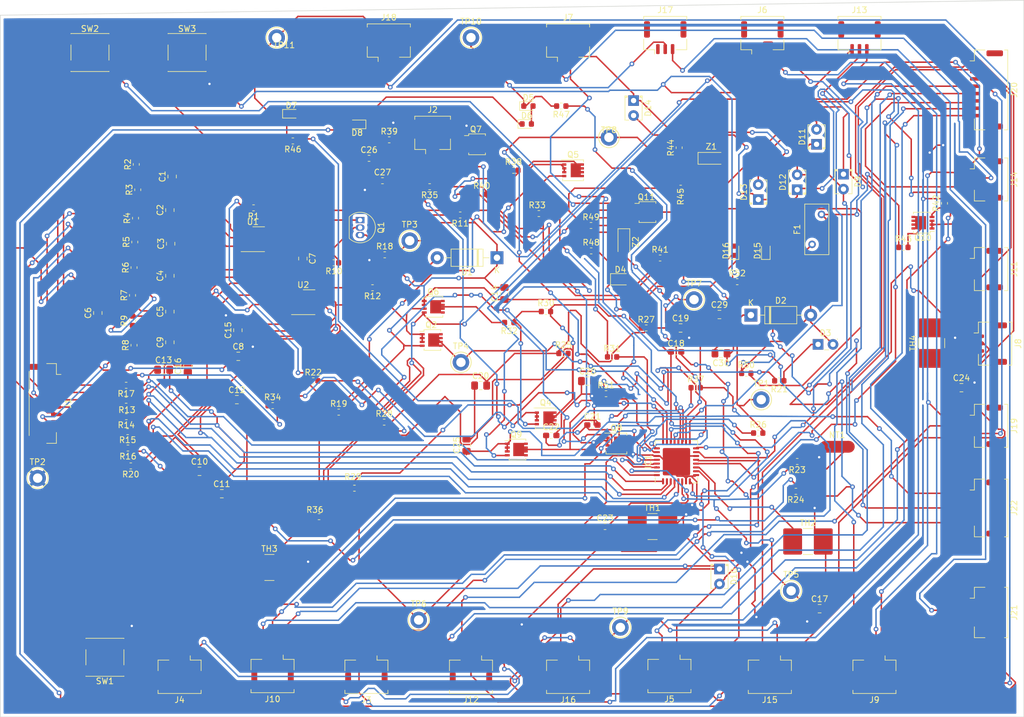
<source format=kicad_pcb>
(kicad_pcb (version 20171130) (host pcbnew "(5.1.5)-3")
  (layers (0 F.Cu signal) (31 B.Cu signal) (34 B.Paste user) (35 F.Paste user) (36 B.SilkS user) (37 F.SilkS user) (38 B.Mask user) (39 F.Mask user) (44 Edge.Cuts user))
  (net 0 "")
  (net 1 "Net-(C1-Pad1)")
  (net 2 "Net-(C1-Pad2)")
  (net 3 "Net-(C2-Pad1)")
  (net 4 "Net-(C3-Pad1)")
  (net 5 "Net-(C4-Pad1)")
  (net 6 "Net-(C5-Pad1)")
  (net 7 "Net-(C15-Pad1)")
  (net 8 "Net-(C6-Pad2)")
  (net 9 "Net-(C7-Pad1)")
  (net 10 VSS)
  (net 11 "Net-(C9-Pad2)")
  (net 12 "Net-(C10-Pad2)")
  (net 13 "Net-(C10-Pad1)")
  (net 14 "Net-(C11-Pad1)")
  (net 15 "Net-(C12-Pad2)")
  (net 16 "Net-(C13-Pad1)")
  (net 17 "Net-(C14-Pad2)")
  (net 18 "Net-(C17-Pad1)")
  (net 19 "Net-(C18-Pad1)")
  (net 20 "Net-(C20-Pad1)")
  (net 21 "Net-(C20-Pad2)")
  (net 22 "Net-(C21-Pad1)")
  (net 23 "Net-(C23-Pad2)")
  (net 24 "Net-(C24-Pad1)")
  (net 25 PACK+)
  (net 26 "Net-(C26-Pad2)")
  (net 27 /PACK)
  (net 28 "Net-(C29-Pad1)")
  (net 29 GNDPWR)
  (net 30 "Net-(D1-Pad2)")
  (net 31 "Net-(D2-Pad1)")
  (net 32 7P)
  (net 33 "Net-(D3-Pad1)")
  (net 34 "Net-(D4-Pad2)")
  (net 35 "Net-(D5-Pad1)")
  (net 36 "Net-(D5-Pad2)")
  (net 37 "Net-(D6-Pad1)")
  (net 38 "Net-(D7-Pad1)")
  (net 39 "Net-(D7-Pad2)")
  (net 40 "Net-(D10-Pad1)")
  (net 41 "Net-(D11-Pad2)")
  (net 42 "Net-(D10-Pad2)")
  (net 43 "Net-(D15-Pad2)")
  (net 44 "Net-(D15-Pad1)")
  (net 45 "Net-(IC1-Pad10)")
  (net 46 "Net-(IC1-Pad11)")
  (net 47 "Net-(IC1-Pad13)")
  (net 48 "Net-(IC1-Pad15)")
  (net 49 "Net-(IC1-Pad16)")
  (net 50 "Net-(IC1-Pad17)")
  (net 51 "Net-(IC1-Pad18)")
  (net 52 "Net-(IC1-Pad19)")
  (net 53 "Net-(IC1-Pad20)")
  (net 54 "Net-(IC1-Pad21)")
  (net 55 "Net-(IC1-Pad22)")
  (net 56 "Net-(IC1-Pad23)")
  (net 57 "Net-(IC1-Pad26)")
  (net 58 "Net-(IC1-Pad28)")
  (net 59 "Net-(IC1-Pad29)")
  (net 60 6P)
  (net 61 "Net-(J1-Pad3)")
  (net 62 "Net-(J1-Pad4)")
  (net 63 "Net-(J1-Pad5)")
  (net 64 "Net-(J1-Pad7)")
  (net 65 "Net-(J1-Pad8)")
  (net 66 "Net-(J2-Pad1)")
  (net 67 "Net-(J14-Pad1)")
  (net 68 "Net-(J15-Pad2)")
  (net 69 "Net-(J3-Pad1)")
  (net 70 "Net-(J4-Pad3)")
  (net 71 "Net-(J16-Pad2)")
  (net 72 "Net-(J20-Pad8)")
  (net 73 "Net-(J6-Pad3)")
  (net 74 "Net-(J6-Pad1)")
  (net 75 "Net-(J14-Pad2)")
  (net 76 "Net-(J8-Pad3)")
  (net 77 "Net-(J11-Pad2)")
  (net 78 "Net-(J20-Pad4)")
  (net 79 "Net-(J10-Pad3)")
  (net 80 "Net-(J11-Pad1)")
  (net 81 "Net-(J11-Pad3)")
  (net 82 "Net-(J12-Pad1)")
  (net 83 "Net-(J12-Pad2)")
  (net 84 "Net-(J12-Pad3)")
  (net 85 PRES_SHUTDOWN)
  (net 86 "Net-(J14-Pad3)")
  (net 87 "Net-(J15-Pad3)")
  (net 88 "Net-(J16-Pad3)")
  (net 89 "Net-(J17-Pad1)")
  (net 90 "Net-(J17-Pad3)")
  (net 91 "Net-(J18-Pad3)")
  (net 92 "Net-(J18-Pad1)")
  (net 93 "Net-(J19-Pad3)")
  (net 94 "Net-(J21-Pad1)")
  (net 95 "Net-(Q1-Pad2)")
  (net 96 "Net-(Q1-Pad3)")
  (net 97 "Net-(Q2-Pad5)")
  (net 98 "Net-(Q3-Pad4)")
  (net 99 "Net-(Q3-Pad5)")
  (net 100 "Net-(Q4-Pad4)")
  (net 101 "Net-(Q4-Pad1)")
  (net 102 "Net-(Q5-Pad4)")
  (net 103 "Net-(Q5-Pad5)")
  (net 104 "Net-(Q6-Pad5)")
  (net 105 "Net-(Q7-Pad5)")
  (net 106 "Net-(Q8-Pad4)")
  (net 107 "Net-(Q8-Pad5)")
  (net 108 "Net-(Q11-Pad1)")
  (net 109 "Net-(Q10-Pad5)")
  (net 110 "Net-(Q11-Pad4)")
  (net 111 "Net-(R12-Pad2)")
  (net 112 "Net-(R50-Pad2)")
  (module Package_DFN_QFN:DFN-8-1EP_4x4mm_P0.8mm_EP2.3x3.24mm (layer F.Cu) (at 112.776 68.58)
    (fp_text reference U1 (at 0 -2.95) (layer F.SilkS))
    (fp_text value BQ771807DPJR)
    (pad 1 smd roundrect (at -1.9 -1.2) (size 0.95 0.35) (layers F.Cu F.Paste F.Mask) (net 9 "Net-(C7-Pad1)"))
    (pad 2 smd roundrect (at -1.9 -0.4) (size 0.95 0.35) (layers F.Cu F.Paste F.Mask) (net 2 "Net-(C1-Pad2)"))
    (pad 3 smd roundrect (at -1.9 0.4) (size 0.95 0.35) (layers F.Cu F.Paste F.Mask) (net 1 "Net-(C1-Pad1)"))
    (pad 4 smd roundrect (at -1.9 1.2) (size 0.95 0.35) (layers F.Cu F.Paste F.Mask) (net 3 "Net-(C2-Pad1)"))
    (pad 5 smd roundrect (at 1.9 1.2) (size 0.95 0.35) (layers F.Cu F.Paste F.Mask) (net 4 "Net-(C3-Pad1)"))
    (pad 6 smd roundrect (at 1.9 0.4) (size 0.95 0.35) (layers F.Cu F.Paste F.Mask) (net 5 "Net-(C4-Pad1)"))
    (pad 7 smd roundrect (at 1.9 -0.4) (size 0.95 0.35) (layers F.Cu F.Paste F.Mask) (net 6 "Net-(C5-Pad1)"))
    (pad 8 smd roundrect (at 1.9 -1.2) (size 0.95 0.35) (layers F.Cu F.Paste F.Mask) (net 9 "Net-(C7-Pad1)"))
    (pad 9 smd rect (at 0 0) (size 2.3 3.24) (layers F.Cu F.Mask))
  )
  (module Resistor_SMD:R_0603_1608Metric (layer F.Cu) (at 92.329 82.4485 90)
    (fp_text reference R9 (at 0 -1.43 90) (layer F.SilkS))
    (fp_text value 1k)
    (pad 2 smd roundrect (at 0.7875 0 90) (size 0.875 0.95) (layers F.Cu F.Paste F.Mask) (net 6 "Net-(C5-Pad1)"))
    (pad 1 smd roundrect (at -0.7875 0 90) (size 0.875 0.95) (layers F.Cu F.Paste F.Mask) (net 11 "Net-(C9-Pad2)"))
  )
  (module Diode_THT:D_DO-41_SOD81_P10.16mm_Horizontal (layer F.Cu) (at 154.2796 71.7296 180)
    (fp_text reference D1 (at 5.08 -2.47) (layer F.SilkS))
    (fp_text value 1N5819)
    (fp_text user K (at 0 -2.1) (layer F.SilkS))
    (pad 2 thru_hole oval (at 10.16 0 180) (size 2.2 2.2) (drill 1.1) (layers *.Cu *.Mask) (net 30 "Net-(D1-Pad2)"))
    (pad 1 thru_hole rect (at 0 0 180) (size 2.2 2.2) (drill 1.1) (layers *.Cu *.Mask) (net 17 "Net-(C14-Pad2)"))
  )
  (module Diode_THT:D_DO-41_SOD81_P10.16mm_Horizontal (layer F.Cu) (at 197.442 81.492)
    (fp_text reference D2 (at 5.08 -2.47) (layer F.SilkS))
    (fp_text value 1N5819)
    (fp_text user K (at 0 -2.1) (layer F.SilkS))
    (pad 1 thru_hole rect (at 0 0) (size 2.2 2.2) (drill 1.1) (layers *.Cu *.Mask) (net 31 "Net-(D2-Pad1)"))
    (pad 2 thru_hole oval (at 10.16 0) (size 2.2 2.2) (drill 1.1) (layers *.Cu *.Mask) (net 32 7P))
  )
  (module LED_THT:LED_Rectangular_W3.9mm_H1.8mm_FlatTop (layer F.Cu) (at 208.8595 86.472)
    (fp_text reference D3 (at 1.27 -1.935) (layer F.SilkS))
    (fp_text value LED)
    (pad 1 thru_hole rect (at 0 0) (size 1.8 1.8) (drill 0.9) (layers *.Cu *.Mask) (net 33 "Net-(D3-Pad1)"))
    (pad 2 thru_hole circle (at 2.54 0) (size 1.8 1.8) (drill 0.9) (layers *.Cu *.Mask) (net 32 7P))
  )
  (module Diode_SMD:D_0805_2012Metric (layer F.Cu) (at 175.2655 75.396)
    (fp_text reference D4 (at 0 -1.65) (layer F.SilkS))
    (fp_text value DIODE)
    (pad 1 smd roundrect (at -0.9375 0) (size 0.975 1.4) (layers F.Cu F.Paste F.Mask) (net 29 GNDPWR))
    (pad 2 smd roundrect (at 0.9375 0) (size 0.975 1.4) (layers F.Cu F.Paste F.Mask) (net 34 "Net-(D4-Pad2)"))
  )
  (module Diode_SMD:D_0603_1608Metric (layer F.Cu) (at 159.6215 45.932)
    (fp_text reference D5 (at 0 -1.43) (layer F.SilkS))
    (fp_text value D_Zener_ALT)
    (pad 1 smd roundrect (at -0.7875 0) (size 0.875 0.95) (layers F.Cu F.Paste F.Mask) (net 35 "Net-(D5-Pad1)"))
    (pad 2 smd roundrect (at 0.7875 0) (size 0.875 0.95) (layers F.Cu F.Paste F.Mask) (net 36 "Net-(D5-Pad2)"))
  )
  (module Diode_SMD:D_0603_1608Metric (layer F.Cu) (at 159.342 48.98)
    (fp_text reference D6 (at 0 -1.43) (layer F.SilkS))
    (fp_text value D_Zener_ALT)
    (pad 1 smd roundrect (at -0.7875 0) (size 0.875 0.95) (layers F.Cu F.Paste F.Mask) (net 37 "Net-(D6-Pad1)"))
    (pad 2 smd roundrect (at 0.7875 0) (size 0.875 0.95) (layers F.Cu F.Paste F.Mask) (net 36 "Net-(D5-Pad2)"))
  )
  (module Diode_SMD:D_0603_1608Metric (layer F.Cu) (at 119.3292 47.244)
    (fp_text reference D7 (at 0 -1.43) (layer F.SilkS))
    (fp_text value D_Zener_ALT)
    (pad 1 smd roundrect (at -0.7875 0) (size 0.875 0.95) (layers F.Cu F.Paste F.Mask) (net 38 "Net-(D7-Pad1)"))
    (pad 2 smd roundrect (at 0.7875 0) (size 0.875 0.95) (layers F.Cu F.Paste F.Mask) (net 39 "Net-(D7-Pad2)"))
  )
  (module Diode_SMD:D_0603_1608Metric (layer F.Cu) (at 130.5053 49.0474 180)
    (fp_text reference D8 (at 0 -1.43) (layer F.SilkS))
    (fp_text value D_Zener_ALT)
    (pad 2 smd roundrect (at 0.7875 0 180) (size 0.875 0.95) (layers F.Cu F.Paste F.Mask) (net 39 "Net-(D7-Pad2)"))
    (pad 1 smd roundrect (at -0.7875 0 180) (size 0.875 0.95) (layers F.Cu F.Paste F.Mask) (net 37 "Net-(D6-Pad1)"))
  )
  (module LED_THT:LED_D2.0mm_W4.0mm_H2.8mm_FlatTop (layer F.Cu) (at 213.1775 57.516 270)
    (fp_text reference D9 (at 1.27 -2.46 90) (layer F.SilkS))
    (fp_text value GREEN)
    (pad 2 thru_hole circle (at 2.54 0 270) (size 1.8 1.8) (drill 0.9) (layers *.Cu *.Mask) (net 40 "Net-(D10-Pad1)"))
    (pad 1 thru_hole rect (at 0 0 270) (size 1.8 1.8) (drill 0.9) (layers *.Cu *.Mask) (net 41 "Net-(D11-Pad2)"))
  )
  (module LED_THT:LED_D2.0mm_W4.0mm_H2.8mm_FlatTop (layer F.Cu) (at 192.108 124.672 270)
    (fp_text reference D10 (at 1.27 -2.46 90) (layer F.SilkS))
    (fp_text value GREEN)
    (pad 1 thru_hole rect (at 0 0 270) (size 1.8 1.8) (drill 0.9) (layers *.Cu *.Mask) (net 40 "Net-(D10-Pad1)"))
    (pad 2 thru_hole circle (at 2.54 0 270) (size 1.8 1.8) (drill 0.9) (layers *.Cu *.Mask) (net 42 "Net-(D10-Pad2)"))
  )
  (module LED_THT:LED_D2.0mm_W4.0mm_H2.8mm_FlatTop (layer F.Cu) (at 208.6055 52.436 90)
    (fp_text reference D11 (at 1.27 -2.46 90) (layer F.SilkS))
    (fp_text value GREEN)
    (pad 2 thru_hole circle (at 2.54 0 90) (size 1.8 1.8) (drill 0.9) (layers *.Cu *.Mask) (net 41 "Net-(D11-Pad2)"))
    (pad 1 thru_hole rect (at 0 0 90) (size 1.8 1.8) (drill 0.9) (layers *.Cu *.Mask) (net 40 "Net-(D10-Pad1)"))
  )
  (module LED_THT:LED_D2.0mm_W4.0mm_H2.8mm_FlatTop (layer F.Cu) (at 205.316 60.156 90)
    (fp_text reference D12 (at 1.27 -2.46 90) (layer F.SilkS))
    (fp_text value GREEN)
    (pad 2 thru_hole circle (at 2.54 0 90) (size 1.8 1.8) (drill 0.9) (layers *.Cu *.Mask) (net 40 "Net-(D10-Pad1)"))
    (pad 1 thru_hole rect (at 0 0 90) (size 1.8 1.8) (drill 0.9) (layers *.Cu *.Mask) (net 42 "Net-(D10-Pad2)"))
  )
  (module LED_THT:LED_D2.0mm_W4.0mm_H2.8mm_FlatTop (layer F.Cu) (at 198.6995 61.834 90)
    (fp_text reference D13 (at 1.27 -2.46 90) (layer F.SilkS))
    (fp_text value GREEN)
    (pad 1 thru_hole rect (at 0 0 90) (size 1.8 1.8) (drill 0.9) (layers *.Cu *.Mask) (net 42 "Net-(D10-Pad2)"))
    (pad 2 thru_hole circle (at 2.54 0 90) (size 1.8 1.8) (drill 0.9) (layers *.Cu *.Mask) (net 41 "Net-(D11-Pad2)"))
  )
  (module LED_THT:LED_D2.0mm_W4.0mm_H2.8mm_FlatTop (layer F.Cu) (at 177.5 45 270)
    (fp_text reference D14 (at 1.27 -2.46 90) (layer F.SilkS))
    (fp_text value GREEN)
    (pad 1 thru_hole rect (at 0 0 270) (size 1.8 1.8) (drill 0.9) (layers *.Cu *.Mask) (net 41 "Net-(D11-Pad2)"))
    (pad 2 thru_hole circle (at 2.54 0 270) (size 1.8 1.8) (drill 0.9) (layers *.Cu *.Mask) (net 42 "Net-(D10-Pad2)"))
  )
  (module Diode_SMD:D_0603_1608Metric (layer F.Cu) (at 199.982 70.5445 90)
    (fp_text reference D15 (at 0 -1.43 90) (layer F.SilkS))
    (fp_text value D_Zener_ALT)
    (pad 2 smd roundrect (at 0.7875 0 90) (size 0.875 0.95) (layers F.Cu F.Paste F.Mask) (net 43 "Net-(D15-Pad2)"))
    (pad 1 smd roundrect (at -0.7875 0 90) (size 0.875 0.95) (layers F.Cu F.Paste F.Mask) (net 44 "Net-(D15-Pad1)"))
  )
  (module Diode_SMD:D_0603_1608Metric (layer F.Cu) (at 194.648 70.5445 90)
    (fp_text reference D16 (at 0 -1.43 90) (layer F.SilkS))
    (fp_text value D_Zener_ALT)
    (pad 2 smd roundrect (at 0.7875 0 90) (size 0.875 0.95) (layers F.Cu F.Paste F.Mask) (net 43 "Net-(D15-Pad2)"))
    (pad 1 smd roundrect (at -0.7875 0 90) (size 0.875 0.95) (layers F.Cu F.Paste F.Mask) (net 29 GNDPWR))
  )
  (module Fuse:Fuse_BelFuse_0ZRE0008FF_L8.3mm_W3.8mm (layer F.Cu) (at 207.8435 69.454 90)
    (fp_text reference F1 (at 2.54 -2.54 90) (layer F.SilkS))
    (fp_text value "30A fuse")
    (pad 2 thru_hole circle (at 5.1 1.6 90) (size 1.27 1.27) (drill 0.71) (layers *.Cu *.Mask) (net 32 7P))
    (pad 1 thru_hole circle (at 0 0 90) (size 1.27 1.27) (drill 0.71) (layers *.Cu *.Mask) (net 21 "Net-(C20-Pad2)"))
  )
  (module Connector_Molex:Molex_CLIK-Mate_502386-0870_1x08-1MP_P1.25mm_Horizontal (layer F.Cu) (at 77.47 96.52 270)
    (fp_text reference J1 (at 0 -3.9 90) (layer F.SilkS))
    (fp_text value Conn_01x08)
    (pad 1 smd roundrect (at -4.375 -1.85 270) (size 0.6 1.7) (layers F.Cu F.Paste F.Mask) (net 32 7P))
    (pad 2 smd roundrect (at -3.125 -1.85 270) (size 0.6 1.7) (layers F.Cu F.Paste F.Mask) (net 60 6P))
    (pad 3 smd roundrect (at -1.875 -1.85 270) (size 0.6 1.7) (layers F.Cu F.Paste F.Mask) (net 61 "Net-(J1-Pad3)"))
    (pad 4 smd roundrect (at -0.625 -1.85 270) (size 0.6 1.7) (layers F.Cu F.Paste F.Mask) (net 62 "Net-(J1-Pad4)"))
    (pad 5 smd roundrect (at 0.625 -1.85 270) (size 0.6 1.7) (layers F.Cu F.Paste F.Mask) (net 63 "Net-(J1-Pad5)"))
    (pad 6 smd roundrect (at 1.875 -1.85 270) (size 0.6 1.7) (layers F.Cu F.Paste F.Mask) (net 6 "Net-(C5-Pad1)"))
    (pad 7 smd roundrect (at 3.125 -1.85 270) (size 0.6 1.7) (layers F.Cu F.Paste F.Mask) (net 64 "Net-(J1-Pad7)"))
    (pad 8 smd roundrect (at 4.375 -1.85 270) (size 0.6 1.7) (layers F.Cu F.Paste F.Mask) (net 65 "Net-(J1-Pad8)"))
    (pad MP smd roundrect (at -6.225 1.35 270) (size 1 2.7) (layers F.Cu F.Paste F.Mask))
    (pad MP smd roundrect (at 6.225 1.35 270) (size 1 2.7) (layers F.Cu F.Paste F.Mask))
  )
  (module Connector_Molex:Molex_CLIK-Mate_502382-0270_1x02-1MP_P1.25mm_Vertical (layer F.Cu) (at 143.34 51.266)
    (fp_text reference J2 (at 0 -4.7) (layer F.SilkS))
    (fp_text value Conn_01x02)
    (pad 1 smd roundrect (at -0.625 1.95) (size 0.6 1.7) (layers F.Cu F.Paste F.Mask) (net 66 "Net-(J2-Pad1)"))
    (pad 2 smd roundrect (at 0.625 1.95) (size 0.6 1.7) (layers F.Cu F.Paste F.Mask) (net 67 "Net-(J14-Pad1)"))
    (pad MP smd roundrect (at -2.475 -1.4) (size 1 2.8) (layers F.Cu F.Paste F.Mask))
    (pad MP smd roundrect (at 2.475 -1.4) (size 1 2.8) (layers F.Cu F.Paste F.Mask))
  )
  (module Connector_Molex:Molex_CLIK-Mate_502382-0370_1x03-1MP_P1.25mm_Vertical (layer F.Cu) (at 132.08 142.24 180)
    (fp_text reference J3 (at 0 -4.7) (layer F.SilkS))
    (fp_text value Conn_01x03)
    (pad MP smd roundrect (at 3.1 -1.4 180) (size 1 2.8) (layers F.Cu F.Paste F.Mask))
    (pad MP smd roundrect (at -3.1 -1.4 180) (size 1 2.8) (layers F.Cu F.Paste F.Mask))
    (pad 3 smd roundrect (at 1.25 1.95 180) (size 0.6 1.7) (layers F.Cu F.Paste F.Mask) (net 68 "Net-(J15-Pad2)"))
    (pad 2 smd roundrect (at 0 1.95 180) (size 0.6 1.7) (layers F.Cu F.Paste F.Mask) (net 48 "Net-(IC1-Pad15)"))
    (pad 1 smd roundrect (at -1.25 1.95 180) (size 0.6 1.7) (layers F.Cu F.Paste F.Mask) (net 69 "Net-(J3-Pad1)"))
  )
  (module Connector_Molex:Molex_CLIK-Mate_502382-0370_1x03-1MP_P1.25mm_Vertical (layer F.Cu) (at 100.33 142.24 180)
    (fp_text reference J4 (at 0 -4.7) (layer F.SilkS))
    (fp_text value Conn_01x03)
    (pad MP smd roundrect (at 3.1 -1.4 180) (size 1 2.8) (layers F.Cu F.Paste F.Mask))
    (pad MP smd roundrect (at -3.1 -1.4 180) (size 1 2.8) (layers F.Cu F.Paste F.Mask))
    (pad 3 smd roundrect (at 1.25 1.95 180) (size 0.6 1.7) (layers F.Cu F.Paste F.Mask) (net 70 "Net-(J4-Pad3)"))
    (pad 2 smd roundrect (at 0 1.95 180) (size 0.6 1.7) (layers F.Cu F.Paste F.Mask) (net 47 "Net-(IC1-Pad13)"))
    (pad 1 smd roundrect (at -1.25 1.95 180) (size 0.6 1.7) (layers F.Cu F.Paste F.Mask) (net 71 "Net-(J16-Pad2)"))
  )
  (module Connector_Molex:Molex_CLIK-Mate_502382-0370_1x03-1MP_P1.25mm_Vertical (layer F.Cu) (at 183.59 142.11 180)
    (fp_text reference J5 (at 0 -4.7) (layer F.SilkS))
    (fp_text value Conn_01x03)
    (pad MP smd roundrect (at 3.1 -1.4 180) (size 1 2.8) (layers F.Cu F.Paste F.Mask))
    (pad MP smd roundrect (at -3.1 -1.4 180) (size 1 2.8) (layers F.Cu F.Paste F.Mask))
    (pad 3 smd roundrect (at 1.25 1.95 180) (size 0.6 1.7) (layers F.Cu F.Paste F.Mask) (net 72 "Net-(J20-Pad8)"))
    (pad 2 smd roundrect (at 0 1.95 180) (size 0.6 1.7) (layers F.Cu F.Paste F.Mask) (net 55 "Net-(IC1-Pad22)"))
    (pad 1 smd roundrect (at -1.25 1.95 180) (size 0.6 1.7) (layers F.Cu F.Paste F.Mask) (net 42 "Net-(D10-Pad2)"))
  )
  (module Connector_Molex:Molex_CLIK-Mate_502382-0370_1x03-1MP_P1.25mm_Vertical (layer F.Cu) (at 199.39 34.29)
    (fp_text reference J6 (at 0 -4.7) (layer F.SilkS))
    (fp_text value Conn_01x03)
    (pad MP smd roundrect (at 3.1 -1.4) (size 1 2.8) (layers F.Cu F.Paste F.Mask))
    (pad MP smd roundrect (at -3.1 -1.4) (size 1 2.8) (layers F.Cu F.Paste F.Mask))
    (pad 3 smd roundrect (at 1.25 1.95) (size 0.6 1.7) (layers F.Cu F.Paste F.Mask) (net 73 "Net-(J6-Pad3)"))
    (pad 2 smd roundrect (at 0 1.95) (size 0.6 1.7) (layers F.Cu F.Paste F.Mask) (net 49 "Net-(IC1-Pad16)"))
    (pad 1 smd roundrect (at -1.25 1.95) (size 0.6 1.7) (layers F.Cu F.Paste F.Mask) (net 74 "Net-(J6-Pad1)"))
  )
  (module Connector_Molex:Molex_CLIK-Mate_502382-0370_1x03-1MP_P1.25mm_Vertical (layer F.Cu) (at 166.37 35.56)
    (fp_text reference J7 (at 0 -4.7) (layer F.SilkS))
    (fp_text value Conn_01x03)
    (pad 1 smd roundrect (at -1.25 1.95) (size 0.6 1.7) (layers F.Cu F.Paste F.Mask) (net 75 "Net-(J14-Pad2)"))
    (pad 2 smd roundrect (at 0 1.95) (size 0.6 1.7) (layers F.Cu F.Paste F.Mask) (net 53 "Net-(IC1-Pad20)"))
    (pad 3 smd roundrect (at 1.25 1.95) (size 0.6 1.7) (layers F.Cu F.Paste F.Mask) (net 41 "Net-(D11-Pad2)"))
    (pad MP smd roundrect (at -3.1 -1.4) (size 1 2.8) (layers F.Cu F.Paste F.Mask))
    (pad MP smd roundrect (at 3.1 -1.4) (size 1 2.8) (layers F.Cu F.Paste F.Mask))
  )
  (module Connector_Molex:Molex_CLIK-Mate_502382-0370_1x03-1MP_P1.25mm_Vertical (layer F.Cu) (at 238.17 86.34 270)
    (fp_text reference J8 (at 0 -4.7 90) (layer F.SilkS))
    (fp_text value Conn_01x03)
    (pad MP smd roundrect (at 3.1 -1.4 270) (size 1 2.8) (layers F.Cu F.Paste F.Mask))
    (pad MP smd roundrect (at -3.1 -1.4 270) (size 1 2.8) (layers F.Cu F.Paste F.Mask))
    (pad 3 smd roundrect (at 1.25 1.95 270) (size 0.6 1.7) (layers F.Cu F.Paste F.Mask) (net 76 "Net-(J8-Pad3)"))
    (pad 2 smd roundrect (at 0 1.95 270) (size 0.6 1.7) (layers F.Cu F.Paste F.Mask) (net 24 "Net-(C24-Pad1)"))
    (pad 1 smd roundrect (at -1.25 1.95 270) (size 0.6 1.7) (layers F.Cu F.Paste F.Mask) (net 77 "Net-(J11-Pad2)"))
  )
  (module Connector_Molex:Molex_CLIK-Mate_502382-0370_1x03-1MP_P1.25mm_Vertical (layer F.Cu) (at 218.44 142.24 180)
    (fp_text reference J9 (at 0 -4.7) (layer F.SilkS))
    (fp_text value Conn_01x03)
    (pad 1 smd roundrect (at -1.25 1.95 180) (size 0.6 1.7) (layers F.Cu F.Paste F.Mask) (net 67 "Net-(J14-Pad1)"))
    (pad 2 smd roundrect (at 0 1.95 180) (size 0.6 1.7) (layers F.Cu F.Paste F.Mask) (net 73 "Net-(J6-Pad3)"))
    (pad 3 smd roundrect (at 1.25 1.95 180) (size 0.6 1.7) (layers F.Cu F.Paste F.Mask) (net 78 "Net-(J20-Pad4)"))
    (pad MP smd roundrect (at -3.1 -1.4 180) (size 1 2.8) (layers F.Cu F.Paste F.Mask))
    (pad MP smd roundrect (at 3.1 -1.4 180) (size 1 2.8) (layers F.Cu F.Paste F.Mask))
  )
  (module Connector_Molex:Molex_CLIK-Mate_502382-0370_1x03-1MP_P1.25mm_Vertical (layer F.Cu) (at 116.13 142.11 180)
    (fp_text reference J10 (at 0 -4.7) (layer F.SilkS))
    (fp_text value Conn_01x03)
    (pad 1 smd roundrect (at -1.25 1.95 180) (size 0.6 1.7) (layers F.Cu F.Paste F.Mask) (net 40 "Net-(D10-Pad1)"))
    (pad 2 smd roundrect (at 0 1.95 180) (size 0.6 1.7) (layers F.Cu F.Paste F.Mask) (net 54 "Net-(IC1-Pad21)"))
    (pad 3 smd roundrect (at 1.25 1.95 180) (size 0.6 1.7) (layers F.Cu F.Paste F.Mask) (net 79 "Net-(J10-Pad3)"))
    (pad MP smd roundrect (at -3.1 -1.4 180) (size 1 2.8) (layers F.Cu F.Paste F.Mask))
    (pad MP smd roundrect (at 3.1 -1.4 180) (size 1 2.8) (layers F.Cu F.Paste F.Mask))
  )
  (module Connector_Molex:Molex_CLIK-Mate_502382-0370_1x03-1MP_P1.25mm_Vertical (layer F.Cu) (at 237.49 73.66 270)
    (fp_text reference J11 (at 0 -4.7 90) (layer F.SilkS))
    (fp_text value Conn_01x03)
    (pad 1 smd roundrect (at -1.25 1.95 270) (size 0.6 1.7) (layers F.Cu F.Paste F.Mask) (net 80 "Net-(J11-Pad1)"))
    (pad 2 smd roundrect (at 0 1.95 270) (size 0.6 1.7) (layers F.Cu F.Paste F.Mask) (net 77 "Net-(J11-Pad2)"))
    (pad 3 smd roundrect (at 1.25 1.95 270) (size 0.6 1.7) (layers F.Cu F.Paste F.Mask) (net 81 "Net-(J11-Pad3)"))
    (pad MP smd roundrect (at -3.1 -1.4 270) (size 1 2.8) (layers F.Cu F.Paste F.Mask))
    (pad MP smd roundrect (at 3.1 -1.4 270) (size 1 2.8) (layers F.Cu F.Paste F.Mask))
  )
  (module Connector_Molex:Molex_CLIK-Mate_502382-0370_1x03-1MP_P1.25mm_Vertical (layer F.Cu) (at 149.86 142.24 180)
    (fp_text reference J12 (at 0 -4.7) (layer F.SilkS))
    (fp_text value Conn_01x03)
    (pad 1 smd roundrect (at -1.25 1.95 180) (size 0.6 1.7) (layers F.Cu F.Paste F.Mask) (net 82 "Net-(J12-Pad1)"))
    (pad 2 smd roundrect (at 0 1.95 180) (size 0.6 1.7) (layers F.Cu F.Paste F.Mask) (net 83 "Net-(J12-Pad2)"))
    (pad 3 smd roundrect (at 1.25 1.95 180) (size 0.6 1.7) (layers F.Cu F.Paste F.Mask) (net 84 "Net-(J12-Pad3)"))
    (pad MP smd roundrect (at -3.1 -1.4 180) (size 1 2.8) (layers F.Cu F.Paste F.Mask))
    (pad MP smd roundrect (at 3.1 -1.4 180) (size 1 2.8) (layers F.Cu F.Paste F.Mask))
  )
  (module Connector_Molex:Molex_CLIK-Mate_502382-0370_1x03-1MP_P1.25mm_Vertical (layer F.Cu) (at 215.9 34.29)
    (fp_text reference J13 (at 0 -4.7) (layer F.SilkS))
    (fp_text value Conn_01x03)
    (pad MP smd roundrect (at 3.1 -1.4) (size 1 2.8) (layers F.Cu F.Paste F.Mask))
    (pad MP smd roundrect (at -3.1 -1.4) (size 1 2.8) (layers F.Cu F.Paste F.Mask))
    (pad 3 smd roundrect (at 1.25 1.95) (size 0.6 1.7) (layers F.Cu F.Paste F.Mask) (net 83 "Net-(J12-Pad2)"))
    (pad 2 smd roundrect (at 0 1.95) (size 0.6 1.7) (layers F.Cu F.Paste F.Mask) (net 50 "Net-(IC1-Pad17)"))
    (pad 1 smd roundrect (at -1.25 1.95) (size 0.6 1.7) (layers F.Cu F.Paste F.Mask) (net 85 PRES_SHUTDOWN))
  )
  (module Connector_Molex:Molex_CLIK-Mate_502382-0370_1x03-1MP_P1.25mm_Vertical (layer F.Cu) (at 237.49 58.42 270)
    (fp_text reference J14 (at 0 -4.7 90) (layer F.SilkS))
    (fp_text value Conn_01x03)
    (pad 1 smd roundrect (at -1.25 1.95 270) (size 0.6 1.7) (layers F.Cu F.Paste F.Mask) (net 67 "Net-(J14-Pad1)"))
    (pad 2 smd roundrect (at 0 1.95 270) (size 0.6 1.7) (layers F.Cu F.Paste F.Mask) (net 75 "Net-(J14-Pad2)"))
    (pad 3 smd roundrect (at 1.25 1.95 270) (size 0.6 1.7) (layers F.Cu F.Paste F.Mask) (net 86 "Net-(J14-Pad3)"))
    (pad MP smd roundrect (at -3.1 -1.4 270) (size 1 2.8) (layers F.Cu F.Paste F.Mask))
    (pad MP smd roundrect (at 3.1 -1.4 270) (size 1 2.8) (layers F.Cu F.Paste F.Mask))
  )
  (module Connector_Molex:Molex_CLIK-Mate_502382-0370_1x03-1MP_P1.25mm_Vertical (layer F.Cu) (at 200.66 142.24 180)
    (fp_text reference J15 (at 0 -4.7) (layer F.SilkS))
    (fp_text value Conn_01x03)
    (pad 1 smd roundrect (at -1.25 1.95 180) (size 0.6 1.7) (layers F.Cu F.Paste F.Mask) (net 82 "Net-(J12-Pad1)"))
    (pad 2 smd roundrect (at 0 1.95 180) (size 0.6 1.7) (layers F.Cu F.Paste F.Mask) (net 68 "Net-(J15-Pad2)"))
    (pad 3 smd roundrect (at 1.25 1.95 180) (size 0.6 1.7) (layers F.Cu F.Paste F.Mask) (net 87 "Net-(J15-Pad3)"))
    (pad MP smd roundrect (at -3.1 -1.4 180) (size 1 2.8) (layers F.Cu F.Paste F.Mask))
    (pad MP smd roundrect (at 3.1 -1.4 180) (size 1 2.8) (layers F.Cu F.Paste F.Mask))
  )
  (module Connector_Molex:Molex_CLIK-Mate_502382-0370_1x03-1MP_P1.25mm_Vertical (layer F.Cu) (at 166.37 142.24 180)
    (fp_text reference J16 (at 0 -4.7) (layer F.SilkS))
    (fp_text value Conn_01x03)
    (pad 1 smd roundrect (at -1.25 1.95 180) (size 0.6 1.7) (layers F.Cu F.Paste F.Mask) (net 82 "Net-(J12-Pad1)"))
    (pad 2 smd roundrect (at 0 1.95 180) (size 0.6 1.7) (layers F.Cu F.Paste F.Mask) (net 71 "Net-(J16-Pad2)"))
    (pad 3 smd roundrect (at 1.25 1.95 180) (size 0.6 1.7) (layers F.Cu F.Paste F.Mask) (net 88 "Net-(J16-Pad3)"))
    (pad MP smd roundrect (at -3.1 -1.4 180) (size 1 2.8) (layers F.Cu F.Paste F.Mask))
    (pad MP smd roundrect (at 3.1 -1.4 180) (size 1 2.8) (layers F.Cu F.Paste F.Mask))
  )
  (module Connector_Molex:Molex_CLIK-Mate_502382-0370_1x03-1MP_P1.25mm_Vertical (layer F.Cu) (at 182.88 34.29)
    (fp_text reference J17 (at 0 -4.7) (layer F.SilkS))
    (fp_text value Conn_01x03)
    (pad 1 smd roundrect (at -1.25 1.95) (size 0.6 1.7) (layers F.Cu F.Paste F.Mask) (net 89 "Net-(J17-Pad1)"))
    (pad 2 smd roundrect (at 0 1.95) (size 0.6 1.7) (layers F.Cu F.Paste F.Mask) (net 35 "Net-(D5-Pad1)"))
    (pad 3 smd roundrect (at 1.25 1.95) (size 0.6 1.7) (layers F.Cu F.Paste F.Mask) (net 90 "Net-(J17-Pad3)"))
    (pad MP smd roundrect (at -3.1 -1.4) (size 1 2.8) (layers F.Cu F.Paste F.Mask))
    (pad MP smd roundrect (at 3.1 -1.4) (size 1 2.8) (layers F.Cu F.Paste F.Mask))
  )
  (module Connector_Molex:Molex_CLIK-Mate_502382-0370_1x03-1MP_P1.25mm_Vertical (layer F.Cu) (at 135.89 35.56)
    (fp_text reference J18 (at 0 -4.7) (layer F.SilkS))
    (fp_text value Conn_01x03)
    (pad MP smd roundrect (at 3.1 -1.4) (size 1 2.8) (layers F.Cu F.Paste F.Mask))
    (pad MP smd roundrect (at -3.1 -1.4) (size 1 2.8) (layers F.Cu F.Paste F.Mask))
    (pad 3 smd roundrect (at 1.25 1.95) (size 0.6 1.7) (layers F.Cu F.Paste F.Mask) (net 91 "Net-(J18-Pad3)"))
    (pad 2 smd roundrect (at 0 1.95) (size 0.6 1.7) (layers F.Cu F.Paste F.Mask) (net 38 "Net-(D7-Pad1)"))
    (pad 1 smd roundrect (at -1.25 1.95) (size 0.6 1.7) (layers F.Cu F.Paste F.Mask) (net 92 "Net-(J18-Pad1)"))
  )
  (module Connector_Molex:Molex_CLIK-Mate_502382-0370_1x03-1MP_P1.25mm_Vertical (layer F.Cu) (at 237.49 100.33 270)
    (fp_text reference J19 (at 0 -4.7 90) (layer F.SilkS))
    (fp_text value Conn_01x03)
    (pad MP smd roundrect (at 3.1 -1.4 270) (size 1 2.8) (layers F.Cu F.Paste F.Mask))
    (pad MP smd roundrect (at -3.1 -1.4 270) (size 1 2.8) (layers F.Cu F.Paste F.Mask))
    (pad 3 smd roundrect (at 1.25 1.95 270) (size 0.6 1.7) (layers F.Cu F.Paste F.Mask) (net 93 "Net-(J19-Pad3)"))
    (pad 2 smd roundrect (at 0 1.95 270) (size 0.6 1.7) (layers F.Cu F.Paste F.Mask) (net 84 "Net-(J12-Pad3)"))
    (pad 1 smd roundrect (at -1.25 1.95 270) (size 0.6 1.7) (layers F.Cu F.Paste F.Mask) (net 67 "Net-(J14-Pad1)"))
  )
  (module Connector_Molex:Molex_CLIK-Mate_502382-0870_1x08-1MP_P1.25mm_Vertical (layer F.Cu) (at 237.49 43.18 270)
    (fp_text reference J20 (at 0 -4.7 90) (layer F.SilkS))
    (fp_text value Conn_01x08)
    (pad 1 smd roundrect (at -4.375 1.95 270) (size 0.6 1.7) (layers F.Cu F.Paste F.Mask) (net 81 "Net-(J11-Pad3)"))
    (pad 2 smd roundrect (at -3.125 1.95 270) (size 0.6 1.7) (layers F.Cu F.Paste F.Mask) (net 87 "Net-(J15-Pad3)"))
    (pad 3 smd roundrect (at -1.875 1.95 270) (size 0.6 1.7) (layers F.Cu F.Paste F.Mask) (net 93 "Net-(J19-Pad3)"))
    (pad 4 smd roundrect (at -0.625 1.95 270) (size 0.6 1.7) (layers F.Cu F.Paste F.Mask) (net 78 "Net-(J20-Pad4)"))
    (pad 5 smd roundrect (at 0.625 1.95 270) (size 0.6 1.7) (layers F.Cu F.Paste F.Mask) (net 88 "Net-(J16-Pad3)"))
    (pad 6 smd roundrect (at 1.875 1.95 270) (size 0.6 1.7) (layers F.Cu F.Paste F.Mask) (net 86 "Net-(J14-Pad3)"))
    (pad 7 smd roundrect (at 3.125 1.95 270) (size 0.6 1.7) (layers F.Cu F.Paste F.Mask) (net 79 "Net-(J10-Pad3)"))
    (pad 8 smd roundrect (at 4.375 1.95 270) (size 0.6 1.7) (layers F.Cu F.Paste F.Mask) (net 72 "Net-(J20-Pad8)"))
    (pad MP smd roundrect (at -6.225 -1.4 270) (size 1 2.8) (layers F.Cu F.Paste F.Mask))
    (pad MP smd roundrect (at 6.225 -1.4 270) (size 1 2.8) (layers F.Cu F.Paste F.Mask))
  )
  (module Connector_Molex:Molex_CLIK-Mate_502382-0470_1x04-1MP_P1.25mm_Vertical (layer F.Cu) (at 237.49 132.08 270)
    (fp_text reference J21 (at 0 -4.7 90) (layer F.SilkS))
    (fp_text value Conn_01x04)
    (pad 1 smd roundrect (at -1.875 1.95 270) (size 0.6 1.7) (layers F.Cu F.Paste F.Mask) (net 94 "Net-(J21-Pad1)"))
    (pad 2 smd roundrect (at -0.625 1.95 270) (size 0.6 1.7) (layers F.Cu F.Paste F.Mask) (net 90 "Net-(J17-Pad3)"))
    (pad 3 smd roundrect (at 0.625 1.95 270) (size 0.6 1.7) (layers F.Cu F.Paste F.Mask) (net 92 "Net-(J18-Pad1)"))
    (pad 4 smd roundrect (at 1.875 1.95 270) (size 0.6 1.7) (layers F.Cu F.Paste F.Mask) (net 37 "Net-(D6-Pad1)"))
    (pad MP smd roundrect (at -3.725 -1.4 270) (size 1 2.8) (layers F.Cu F.Paste F.Mask))
    (pad MP smd roundrect (at 3.725 -1.4 270) (size 1 2.8) (layers F.Cu F.Paste F.Mask))
  )
  (module Connector_Molex:Molex_CLIK-Mate_502382-0570_1x05-1MP_P1.25mm_Vertical (layer F.Cu) (at 237.49 114.3 270)
    (fp_text reference J22 (at 0 -4.7 90) (layer F.SilkS))
    (fp_text value Conn_01x05)
    (pad 1 smd roundrect (at -2.5 1.95 270) (size 0.6 1.7) (layers F.Cu F.Paste F.Mask) (net 25 PACK+))
    (pad 2 smd roundrect (at -1.25 1.95 270) (size 0.6 1.7) (layers F.Cu F.Paste F.Mask) (net 25 PACK+))
    (pad 3 smd roundrect (at 0 1.95 270) (size 0.6 1.7) (layers F.Cu F.Paste F.Mask) (net 44 "Net-(D15-Pad1)"))
    (pad 4 smd roundrect (at 1.25 1.95 270) (size 0.6 1.7) (layers F.Cu F.Paste F.Mask) (net 29 GNDPWR))
    (pad 5 smd roundrect (at 2.5 1.95 270) (size 0.6 1.7) (layers F.Cu F.Paste F.Mask) (net 29 GNDPWR))
    (pad MP smd roundrect (at -4.35 -1.4 270) (size 1 2.8) (layers F.Cu F.Paste F.Mask))
    (pad MP smd roundrect (at 4.35 -1.4 270) (size 1 2.8) (layers F.Cu F.Paste F.Mask))
  )
  (module NetTie:NetTie-2_SMD_Pad2.0mm (layer F.Cu) (at 212.09 103.886)
    (fp_text reference NT1 (at 0 -2) (layer F.SilkS))
    (fp_text value Net-Tie_2)
    (fp_poly (pts (xy -2 -1) (xy 2 -1) (xy 2 1) (xy -2 1)) (layer F.Cu) (width 0))
    (pad 1 smd circle (at -2 0) (size 2 2) (layers F.Cu) (net 10 VSS))
    (pad 2 smd circle (at 2 0) (size 2 2) (layers F.Cu) (net 65 "Net-(J1-Pad8)"))
  )
  (module Package_TO_SOT_THT:TO-92_Inline (layer F.Cu) (at 131.0132 65.3288 270)
    (fp_text reference Q1 (at 1.27 -3.56 90) (layer F.SilkS))
    (fp_text value 2N3905)
    (pad 2 thru_hole oval (at 1.27 0 270) (size 1.05 1.5) (drill 0.75) (layers *.Cu *.Mask) (net 95 "Net-(Q1-Pad2)"))
    (pad 3 thru_hole oval (at 2.54 0 270) (size 1.05 1.5) (drill 0.75) (layers *.Cu *.Mask) (net 96 "Net-(Q1-Pad3)"))
    (pad 1 thru_hole rect (at 0 0 270) (size 1.05 1.5) (drill 0.75) (layers *.Cu *.Mask) (net 9 "Net-(C7-Pad1)"))
  )
  (module Resistor_SMD:R_0603_1608Metric (layer F.Cu) (at 112.903 63.246 180)
    (fp_text reference R1 (at 0 -1.43) (layer F.SilkS))
    (fp_text value 100)
    (pad 2 smd roundrect (at 0.7875 0 180) (size 0.875 0.95) (layers F.Cu F.Paste F.Mask) (net 32 7P))
    (pad 1 smd roundrect (at -0.7875 0 180) (size 0.875 0.95) (layers F.Cu F.Paste F.Mask) (net 9 "Net-(C7-Pad1)"))
  )
  (module Resistor_SMD:R_0603_1608Metric (layer F.Cu) (at 92.964 55.8545 90)
    (fp_text reference R2 (at 0 -1.43 90) (layer F.SilkS))
    (fp_text value 1k)
    (pad 1 smd roundrect (at -0.7875 0 90) (size 0.875 0.95) (layers F.Cu F.Paste F.Mask) (net 2 "Net-(C1-Pad2)"))
    (pad 2 smd roundrect (at 0.7875 0 90) (size 0.875 0.95) (layers F.Cu F.Paste F.Mask) (net 32 7P))
  )
  (module Resistor_SMD:R_0603_1608Metric (layer F.Cu) (at 93.218 60.1725 90)
    (fp_text reference R3 (at 0 -1.43 90) (layer F.SilkS))
    (fp_text value 1k)
    (pad 2 smd roundrect (at 0.7875 0 90) (size 0.875 0.95) (layers F.Cu F.Paste F.Mask) (net 60 6P))
    (pad 1 smd roundrect (at -0.7875 0 90) (size 0.875 0.95) (layers F.Cu F.Paste F.Mask) (net 1 "Net-(C1-Pad1)"))
  )
  (module Resistor_SMD:R_0603_1608Metric (layer F.Cu) (at 92.837 64.9985 90)
    (fp_text reference R4 (at 0 -1.43 90) (layer F.SilkS))
    (fp_text value 1k)
    (pad 1 smd roundrect (at -0.7875 0 90) (size 0.875 0.95) (layers F.Cu F.Paste F.Mask) (net 3 "Net-(C2-Pad1)"))
    (pad 2 smd roundrect (at 0.7875 0 90) (size 0.875 0.95) (layers F.Cu F.Paste F.Mask) (net 61 "Net-(J1-Pad3)"))
  )
  (module Resistor_SMD:R_0603_1608Metric (layer F.Cu) (at 92.71 69.0625 90)
    (fp_text reference R5 (at 0 -1.43 90) (layer F.SilkS))
    (fp_text value 1k)
    (pad 2 smd roundrect (at 0.7875 0 90) (size 0.875 0.95) (layers F.Cu F.Paste F.Mask) (net 62 "Net-(J1-Pad4)"))
    (pad 1 smd roundrect (at -0.7875 0 90) (size 0.875 0.95) (layers F.Cu F.Paste F.Mask) (net 4 "Net-(C3-Pad1)"))
  )
  (module Resistor_SMD:R_0603_1608Metric (layer F.Cu) (at 92.583 73.406 90)
    (fp_text reference R6 (at 0 -1.43 90) (layer F.SilkS))
    (fp_text value 1k)
    (pad 1 smd roundrect (at -0.7875 0 90) (size 0.875 0.95) (layers F.Cu F.Paste F.Mask) (net 5 "Net-(C4-Pad1)"))
    (pad 2 smd roundrect (at 0.7875 0 90) (size 0.875 0.95) (layers F.Cu F.Paste F.Mask) (net 63 "Net-(J1-Pad5)"))
  )
  (module Resistor_SMD:R_0603_1608Metric (layer F.Cu) (at 92.329 78.1305 90)
    (fp_text reference R7 (at 0 -1.43 90) (layer F.SilkS))
    (fp_text value 1k)
    (pad 1 smd roundrect (at -0.7875 0 90) (size 0.875 0.95) (layers F.Cu F.Paste F.Mask) (net 8 "Net-(C6-Pad2)"))
    (pad 2 smd roundrect (at 0.7875 0 90) (size 0.875 0.95) (layers F.Cu F.Paste F.Mask) (net 6 "Net-(C5-Pad1)"))
  )
  (module Resistor_SMD:R_0603_1608Metric (layer F.Cu) (at 92.583 86.614 90)
    (fp_text reference R8 (at 0 -1.43 90) (layer F.SilkS))
    (fp_text value 1k)
    (pad 1 smd roundrect (at -0.7875 0 90) (size 0.875 0.95) (layers F.Cu F.Paste F.Mask) (net 7 "Net-(C15-Pad1)"))
    (pad 2 smd roundrect (at 0.7875 0 90) (size 0.875 0.95) (layers F.Cu F.Paste F.Mask) (net 64 "Net-(J1-Pad7)"))
  )
  (module Resistor_SMD:R_0603_1608Metric (layer F.Cu) (at 126.5683 72.5932 180)
    (fp_text reference R10 (at 0 -1.43) (layer F.SilkS))
    (fp_text value 1k)
    (pad 2 smd roundrect (at 0.7875 0 180) (size 0.875 0.95) (layers F.Cu F.Paste F.Mask) (net 6 "Net-(C5-Pad1)"))
    (pad 1 smd roundrect (at -0.7875 0 180) (size 0.875 0.95) (layers F.Cu F.Paste F.Mask) (net 95 "Net-(Q1-Pad2)"))
  )
  (module Resistor_SMD:R_0603_1608Metric (layer F.Cu) (at 148.0312 64.4652 180)
    (fp_text reference R11 (at 0 -1.43 180) (layer F.SilkS))
    (fp_text value 5.1k)
    (pad 2 smd roundrect (at 0.7875 0 180) (size 0.875 0.95) (layers F.Cu F.Paste F.Mask) (net 96 "Net-(Q1-Pad3)"))
    (pad 1 smd roundrect (at -0.7875 0 180) (size 0.875 0.95) (layers F.Cu F.Paste F.Mask) (net 17 "Net-(C14-Pad2)"))
  )
  (module Resistor_SMD:R_0603_1608Metric (layer F.Cu) (at 133.1215 76.835 180)
    (fp_text reference R12 (at 0 -1.43) (layer F.SilkS))
    (fp_text value 5.1k)
    (pad 1 smd roundrect (at -0.7875 0 180) (size 0.875 0.95) (layers F.Cu F.Paste F.Mask) (net 30 "Net-(D1-Pad2)"))
    (pad 2 smd roundrect (at 0.7875 0 180) (size 0.875 0.95) (layers F.Cu F.Paste F.Mask) (net 111 "Net-(R12-Pad2)"))
  )
  (module Resistor_SMD:R_0603_1608Metric (layer F.Cu) (at 91.2445 95.97 180)
    (fp_text reference R13 (at -0.127 -1.651) (layer F.SilkS))
    (fp_text value 100)
    (pad 1 smd roundrect (at -0.7875 0 180) (size 0.875 0.95) (layers F.Cu F.Paste F.Mask) (net 14 "Net-(C11-Pad1)"))
    (pad 2 smd roundrect (at 0.7875 0 180) (size 0.875 0.95) (layers F.Cu F.Paste F.Mask) (net 61 "Net-(J1-Pad3)"))
  )
  (module Resistor_SMD:R_0603_1608Metric (layer F.Cu) (at 91.27 98.764 180)
    (fp_text reference R14 (at 0 -1.43) (layer F.SilkS))
    (fp_text value 100)
    (pad 2 smd roundrect (at 0.7875 0 180) (size 0.875 0.95) (layers F.Cu F.Paste F.Mask) (net 62 "Net-(J1-Pad4)"))
    (pad 1 smd roundrect (at -0.7875 0 180) (size 0.875 0.95) (layers F.Cu F.Paste F.Mask) (net 13 "Net-(C10-Pad1)"))
  )
  (module Resistor_SMD:R_0603_1608Metric (layer F.Cu) (at 91.4985 101.304 180)
    (fp_text reference R15 (at 0 -1.43) (layer F.SilkS))
    (fp_text value 100)
    (pad 2 smd roundrect (at 0.7875 0 180) (size 0.875 0.95) (layers F.Cu F.Paste F.Mask) (net 63 "Net-(J1-Pad5)"))
    (pad 1 smd roundrect (at -0.7875 0 180) (size 0.875 0.95) (layers F.Cu F.Paste F.Mask) (net 12 "Net-(C10-Pad2)"))
  )
  (module Resistor_SMD:R_0603_1608Metric (layer F.Cu) (at 91.5495 104.098 180)
    (fp_text reference R16 (at 0 -1.43) (layer F.SilkS))
    (fp_text value 100)
    (pad 2 smd roundrect (at 0.7875 0 180) (size 0.875 0.95) (layers F.Cu F.Paste F.Mask) (net 6 "Net-(C5-Pad1)"))
    (pad 1 smd roundrect (at -0.7875 0 180) (size 0.875 0.95) (layers F.Cu F.Paste F.Mask) (net 15 "Net-(C12-Pad2)"))
  )
  (module Resistor_SMD:R_0603_1608Metric (layer F.Cu) (at 91.2445 93.43 180)
    (fp_text reference R17 (at 0 -1.43) (layer F.SilkS))
    (fp_text value 100)
    (pad 1 smd roundrect (at -0.7875 0 180) (size 0.875 0.95) (layers F.Cu F.Paste F.Mask) (net 16 "Net-(C13-Pad1)"))
    (pad 2 smd roundrect (at 0.7875 0 180) (size 0.875 0.95) (layers F.Cu F.Paste F.Mask) (net 60 6P))
  )
  (module Resistor_SMD:R_0603_1608Metric (layer F.Cu) (at 135.1995 71.232)
    (fp_text reference R18 (at 0 -1.43) (layer F.SilkS))
    (fp_text value 20k)
    (pad 2 smd roundrect (at 0.7875 0) (size 0.875 0.95) (layers F.Cu F.Paste F.Mask) (net 17 "Net-(C14-Pad2)"))
    (pad 1 smd roundrect (at -0.7875 0) (size 0.875 0.95) (layers F.Cu F.Paste F.Mask) (net 10 VSS))
  )
  (module Resistor_SMD:R_0603_1608Metric (layer F.Cu) (at 127.3809 97.9932)
    (fp_text reference R19 (at 0 -1.43) (layer F.SilkS))
    (fp_text value 5.1k)
    (pad 2 smd roundrect (at 0.7875 0) (size 0.875 0.95) (layers F.Cu F.Paste F.Mask) (net 17 "Net-(C14-Pad2)"))
    (pad 1 smd roundrect (at -0.7875 0) (size 0.875 0.95) (layers F.Cu F.Paste F.Mask) (net 56 "Net-(IC1-Pad23)"))
  )
  (module Resistor_SMD:R_0603_1608Metric (layer F.Cu) (at 92.032 107.146 180)
    (fp_text reference R20 (at 0 -1.43) (layer F.SilkS))
    (fp_text value 100)
    (pad 2 smd roundrect (at 0.7875 0 180) (size 0.875 0.95) (layers F.Cu F.Paste F.Mask) (net 64 "Net-(J1-Pad7)"))
    (pad 1 smd roundrect (at -0.7875 0 180) (size 0.875 0.95) (layers F.Cu F.Paste F.Mask) (net 7 "Net-(C15-Pad1)"))
  )
  (module Resistor_SMD:R_0603_1608Metric (layer F.Cu) (at 202.268 92.668 180)
    (fp_text reference R21 (at 0 -1.43) (layer F.SilkS))
    (fp_text value 1K)
    (pad 1 smd roundrect (at -0.7875 0 180) (size 0.875 0.95) (layers F.Cu F.Paste F.Mask) (net 33 "Net-(D3-Pad1)"))
    (pad 2 smd roundrect (at 0.7875 0 180) (size 0.875 0.95) (layers F.Cu F.Paste F.Mask) (net 97 "Net-(Q2-Pad5)"))
  )
  (module Resistor_SMD:R_0603_1608Metric (layer F.Cu) (at 123.0455 92.668)
    (fp_text reference R22 (at 0 -1.43) (layer F.SilkS))
    (fp_text value 0)
    (pad 1 smd roundrect (at -0.7875 0) (size 0.875 0.95) (layers F.Cu F.Paste F.Mask) (net 32 7P))
    (pad 2 smd roundrect (at 0.7875 0) (size 0.875 0.95) (layers F.Cu F.Paste F.Mask) (net 21 "Net-(C20-Pad2)"))
  )
  (module Resistor_SMD:R_0603_1608Metric (layer F.Cu) (at 205.316 106.384 180)
    (fp_text reference R23 (at 0 -1.43) (layer F.SilkS))
    (fp_text value 100)
    (pad 1 smd roundrect (at -0.7875 0 180) (size 0.875 0.95) (layers F.Cu F.Paste F.Mask) (net 65 "Net-(J1-Pad8)"))
    (pad 2 smd roundrect (at 0.7875 0 180) (size 0.875 0.95) (layers F.Cu F.Paste F.Mask) (net 18 "Net-(C17-Pad1)"))
  )
  (module Resistor_SMD:R_0603_1608Metric (layer F.Cu) (at 205.0875 111.464 180)
    (fp_text reference R24 (at 0 -1.43) (layer F.SilkS))
    (fp_text value 0.001)
    (pad 2 smd roundrect (at 0.7875 0 180) (size 0.875 0.95) (layers F.Cu F.Paste F.Mask) (net 29 GNDPWR))
    (pad 1 smd roundrect (at -0.7875 0 180) (size 0.875 0.95) (layers F.Cu F.Paste F.Mask) (net 65 "Net-(J1-Pad8)"))
  )
  (module Resistor_SMD:R_0603_1608Metric (layer F.Cu) (at 165.5825 88.011)
    (fp_text reference R25 (at 0 -1.43) (layer F.SilkS))
    (fp_text value 10M)
    (pad 2 smd roundrect (at 0.7875 0) (size 0.875 0.95) (layers F.Cu F.Paste F.Mask) (net 98 "Net-(Q3-Pad4)"))
    (pad 1 smd roundrect (at -0.7875 0) (size 0.875 0.95) (layers F.Cu F.Paste F.Mask) (net 21 "Net-(C20-Pad2)"))
  )
  (module Resistor_SMD:R_0603_1608Metric (layer F.Cu) (at 198.6865 101.558)
    (fp_text reference R26 (at 0 -1.43) (layer F.SilkS))
    (fp_text value 100)
    (pad 1 smd roundrect (at -0.7875 0) (size 0.875 0.95) (layers F.Cu F.Paste F.Mask) (net 22 "Net-(C21-Pad1)"))
    (pad 2 smd roundrect (at 0.7875 0) (size 0.875 0.95) (layers F.Cu F.Paste F.Mask) (net 31 "Net-(D2-Pad1)"))
  )
  (module Resistor_SMD:R_0603_1608Metric (layer F.Cu) (at 179.6495 83.678)
    (fp_text reference R27 (at 0 -1.43) (layer F.SilkS))
    (fp_text value 100)
    (pad 2 smd roundrect (at 0.7875 0) (size 0.875 0.95) (layers F.Cu F.Paste F.Mask) (net 19 "Net-(C18-Pad1)"))
    (pad 1 smd roundrect (at -0.7875 0) (size 0.875 0.95) (layers F.Cu F.Paste F.Mask) (net 29 GNDPWR))
  )
  (module Resistor_SMD:R_0603_1608Metric (layer F.Cu) (at 135.1025 99.695)
    (fp_text reference R28 (at 0 -1.43) (layer F.SilkS))
    (fp_text value 100)
    (pad 1 smd roundrect (at -0.7875 0) (size 0.875 0.95) (layers F.Cu F.Paste F.Mask) (net 103 "Net-(Q5-Pad5)"))
    (pad 2 smd roundrect (at 0.7875 0) (size 0.875 0.95) (layers F.Cu F.Paste F.Mask) (net 21 "Net-(C20-Pad2)"))
  )
  (module Resistor_SMD:R_0603_1608Metric (layer F.Cu) (at 130.048 110.9345)
    (fp_text reference R29 (at -0.265001 -1.935001) (layer F.SilkS))
    (fp_text value 1k)
    (pad 1 smd roundrect (at -0.7875 0) (size 0.875 0.95) (layers F.Cu F.Paste F.Mask) (net 98 "Net-(Q3-Pad4)"))
    (pad 2 smd roundrect (at 0.7875 0) (size 0.875 0.95) (layers F.Cu F.Paste F.Mask) (net 59 "Net-(IC1-Pad29)"))
  )
  (module Resistor_SMD:R_0603_1608Metric (layer F.Cu) (at 162.606 80.884)
    (fp_text reference R30 (at 0 -1.43) (layer F.SilkS))
    (fp_text value 10M)
    (pad 1 smd roundrect (at -0.7875 0) (size 0.875 0.95) (layers F.Cu F.Paste F.Mask) (net 100 "Net-(Q4-Pad4)"))
    (pad 2 smd roundrect (at 0.7875 0) (size 0.875 0.95) (layers F.Cu F.Paste F.Mask) (net 32 7P))
  )
  (module Resistor_SMD:R_0603_1608Metric (layer F.Cu) (at 173.8455 88.604)
    (fp_text reference R31 (at 0 -1.43) (layer F.SilkS))
    (fp_text value 10k)
    (pad 2 smd roundrect (at 0.7875 0) (size 0.875 0.95) (layers F.Cu F.Paste F.Mask) (net 58 "Net-(IC1-Pad28)"))
    (pad 1 smd roundrect (at -0.7875 0) (size 0.875 0.95) (layers F.Cu F.Paste F.Mask) (net 102 "Net-(Q5-Pad4)"))
  )
  (module Resistor_SMD:R_0603_1608Metric (layer F.Cu) (at 156.3624 82.7532 180)
    (fp_text reference R32 (at 0 -1.43) (layer F.SilkS))
    (fp_text value 10M)
    (pad 2 smd roundrect (at 0.7875 0 180) (size 0.875 0.95) (layers F.Cu F.Paste F.Mask) (net 104 "Net-(Q6-Pad5)"))
    (pad 1 smd roundrect (at -0.7875 0 180) (size 0.875 0.95) (layers F.Cu F.Paste F.Mask) (net 100 "Net-(Q4-Pad4)"))
  )
  (module Resistor_SMD:R_0603_1608Metric (layer F.Cu) (at 161.3995 64.22)
    (fp_text reference R33 (at -0.285001 -1.43) (layer F.SilkS))
    (fp_text value 10M)
    (pad 2 smd roundrect (at 0.7875 0) (size 0.875 0.95) (layers F.Cu F.Paste F.Mask) (net 99 "Net-(Q3-Pad5)"))
    (pad 1 smd roundrect (at -0.7875 0) (size 0.875 0.95) (layers F.Cu F.Paste F.Mask) (net 102 "Net-(Q5-Pad4)"))
  )
  (module Resistor_SMD:R_0603_1608Metric (layer F.Cu) (at 116.1495 96.886)
    (fp_text reference R34 (at 0 -1.43) (layer F.SilkS))
    (fp_text value 200)
    (pad 1 smd roundrect (at -0.7875 0) (size 0.875 0.95) (layers F.Cu F.Paste F.Mask) (net 101 "Net-(Q4-Pad1)"))
    (pad 2 smd roundrect (at 0.7875 0) (size 0.875 0.95) (layers F.Cu F.Paste F.Mask) (net 60 6P))
  )
  (module Resistor_SMD:R_0603_1608Metric (layer F.Cu) (at 142.832 59.648 180)
    (fp_text reference R35 (at 0 -1.43 180) (layer F.SilkS))
    (fp_text value 510)
    (pad 1 smd roundrect (at -0.7875 0 180) (size 0.875 0.95) (layers F.Cu F.Paste F.Mask) (net 99 "Net-(Q3-Pad5)"))
    (pad 2 smd roundrect (at 0.7875 0 180) (size 0.875 0.95) (layers F.Cu F.Paste F.Mask) (net 26 "Net-(C26-Pad2)"))
  )
  (module Resistor_SMD:R_0603_1608Metric (layer F.Cu) (at 124.036 115.782)
    (fp_text reference R36 (at -0.705001 -1.175001) (layer F.SilkS))
    (fp_text value 10M)
    (pad 1 smd roundrect (at -0.7875 0) (size 0.875 0.95) (layers F.Cu F.Paste F.Mask) (net 10 VSS))
    (pad 2 smd roundrect (at 0.7875 0) (size 0.875 0.95) (layers F.Cu F.Paste F.Mask) (net 74 "Net-(J6-Pad1)"))
  )
  (module Resistor_SMD:R_0603_1608Metric (layer F.Cu) (at 188.057 93.838)
    (fp_text reference R37 (at 0 -1.43) (layer F.SilkS))
    (fp_text value 100)
    (pad 2 smd roundrect (at 0.7875 0) (size 0.875 0.95) (layers F.Cu F.Paste F.Mask) (net 25 PACK+))
    (pad 1 smd roundrect (at -0.7875 0) (size 0.875 0.95) (layers F.Cu F.Paste F.Mask) (net 107 "Net-(Q8-Pad5)"))
  )
  (module Resistor_SMD:R_0603_1608Metric (layer F.Cu) (at 157.0815 56.854)
    (fp_text reference R38 (at 0 -1.43) (layer F.SilkS))
    (fp_text value 10M)
    (pad 2 smd roundrect (at 0.7875 0) (size 0.875 0.95) (layers F.Cu F.Paste F.Mask) (net 106 "Net-(Q8-Pad4)"))
    (pad 1 smd roundrect (at -0.7875 0) (size 0.875 0.95) (layers F.Cu F.Paste F.Mask) (net 105 "Net-(Q7-Pad5)"))
  )
  (module Resistor_SMD:R_0603_1608Metric (layer F.Cu) (at 135.9615 51.674)
    (fp_text reference R39 (at 0 -1.43) (layer F.SilkS))
    (fp_text value 10M)
    (pad 1 smd roundrect (at -0.7875 0) (size 0.875 0.95) (layers F.Cu F.Paste F.Mask) (net 10 VSS))
    (pad 2 smd roundrect (at 0.7875 0) (size 0.875 0.95) (layers F.Cu F.Paste F.Mask) (net 66 "Net-(J2-Pad1)"))
  )
  (module Resistor_SMD:R_0603_1608Metric (layer F.Cu) (at 151.6965 60.918)
    (fp_text reference R40 (at 0 -1.43) (layer F.SilkS))
    (fp_text value 10M)
    (pad 1 smd roundrect (at -0.7875 0) (size 0.875 0.95) (layers F.Cu F.Paste F.Mask) (net 106 "Net-(Q8-Pad4)"))
    (pad 2 smd roundrect (at 0.7875 0) (size 0.875 0.95) (layers F.Cu F.Paste F.Mask) (net 99 "Net-(Q3-Pad5)"))
  )
  (module Resistor_SMD:R_0603_1608Metric (layer F.Cu) (at 182.01 71.78)
    (fp_text reference R41 (at 0 -1.43) (layer F.SilkS))
    (fp_text value 10K)
    (pad 2 smd roundrect (at 0.7875 0) (size 0.875 0.95) (layers F.Cu F.Paste F.Mask) (net 10 VSS))
    (pad 1 smd roundrect (at -0.7875 0) (size 0.875 0.95) (layers F.Cu F.Paste F.Mask) (net 80 "Net-(J11-Pad1)"))
  )
  (module Resistor_SMD:R_0603_1608Metric (layer F.Cu) (at 230.35 62.4725 90)
    (fp_text reference R42 (at 0 -1.43 90) (layer F.SilkS))
    (fp_text value 10M)
    (pad 1 smd roundrect (at -0.7875 0 90) (size 0.875 0.95) (layers F.Cu F.Paste F.Mask) (net 69 "Net-(J3-Pad1)"))
    (pad 2 smd roundrect (at 0.7875 0 90) (size 0.875 0.95) (layers F.Cu F.Paste F.Mask) (net 10 VSS))
  )
  (module Resistor_SMD:R_0603_1608Metric (layer F.Cu) (at 223.363 69.962)
    (fp_text reference R43 (at 0 -1.43) (layer F.SilkS))
    (fp_text value 332K)
    (pad 2 smd roundrect (at 0.7875 0) (size 0.875 0.95) (layers F.Cu F.Paste F.Mask) (net 109 "Net-(Q10-Pad5)"))
    (pad 1 smd roundrect (at -0.7875 0) (size 0.875 0.95) (layers F.Cu F.Paste F.Mask) (net 32 7P))
  )
  (module Resistor_SMD:R_0603_1608Metric (layer F.Cu) (at 185.25 53.0185 90)
    (fp_text reference R44 (at 0 -1.43 90) (layer F.SilkS))
    (fp_text value 10M)
    (pad 1 smd roundrect (at -0.7875 0 90) (size 0.875 0.95) (layers F.Cu F.Paste F.Mask) (net 108 "Net-(Q11-Pad1)"))
    (pad 2 smd roundrect (at 0.7875 0 90) (size 0.875 0.95) (layers F.Cu F.Paste F.Mask) (net 25 PACK+))
  )
  (module Resistor_SMD:R_0603_1608Metric (layer F.Cu) (at 185.504 59.902 180)
    (fp_text reference R45 (at 0 -1.43 270) (layer F.SilkS))
    (fp_text value 4.02K)
    (pad 2 smd roundrect (at 0.7875 0 180) (size 0.875 0.95) (layers F.Cu F.Paste F.Mask) (net 108 "Net-(Q11-Pad1)"))
    (pad 1 smd roundrect (at -0.7875 0 180) (size 0.875 0.95) (layers F.Cu F.Paste F.Mask) (net 57 "Net-(IC1-Pad26)"))
  )
  (module Resistor_SMD:R_0603_1608Metric (layer F.Cu) (at 119.5832 51.8668 180)
    (fp_text reference R46 (at 0 -1.43) (layer F.SilkS))
    (fp_text value 100)
    (pad 2 smd roundrect (at 0.7875 0 180) (size 0.875 0.95) (layers F.Cu F.Paste F.Mask) (net 38 "Net-(D7-Pad1)"))
    (pad 1 smd roundrect (at -0.7875 0 180) (size 0.875 0.95) (layers F.Cu F.Paste F.Mask) (net 52 "Net-(IC1-Pad19)"))
  )
  (module Resistor_SMD:R_0603_1608Metric (layer F.Cu) (at 165.2095 45.932 180)
    (fp_text reference R47 (at 0 -1.43) (layer F.SilkS))
    (fp_text value 100)
    (pad 1 smd roundrect (at -0.7875 0 180) (size 0.875 0.95) (layers F.Cu F.Paste F.Mask) (net 51 "Net-(IC1-Pad18)"))
    (pad 2 smd roundrect (at 0.7875 0 180) (size 0.875 0.95) (layers F.Cu F.Paste F.Mask) (net 35 "Net-(D5-Pad1)"))
  )
  (module Resistor_SMD:R_0603_1608Metric (layer F.Cu) (at 170.2895 70.57)
    (fp_text reference R48 (at 0 -1.43) (layer F.SilkS))
    (fp_text value 10M)
    (pad 1 smd roundrect (at -0.7875 0) (size 0.875 0.95) (layers F.Cu F.Paste F.Mask) (net 110 "Net-(Q11-Pad4)"))
    (pad 2 smd roundrect (at 0.7875 0) (size 0.875 0.95) (layers F.Cu F.Paste F.Mask) (net 34 "Net-(D4-Pad2)"))
  )
  (module Resistor_SMD:R_0603_1608Metric (layer F.Cu) (at 170.264 66.252)
    (fp_text reference R49 (at 0 -1.43) (layer F.SilkS))
    (fp_text value 10M)
    (pad 1 smd roundrect (at -0.7875 0) (size 0.875 0.95) (layers F.Cu F.Paste F.Mask) (net 110 "Net-(Q11-Pad4)"))
    (pad 2 smd roundrect (at 0.7875 0) (size 0.875 0.95) (layers F.Cu F.Paste F.Mask) (net 25 PACK+))
  )
  (module Resistor_SMD:R_0603_1608Metric (layer F.Cu) (at 196.6545 91.398)
    (fp_text reference R50 (at 0 -1.43) (layer F.SilkS))
    (fp_text value 10k)
    (pad 1 smd roundrect (at -0.7875 0) (size 0.875 0.95) (layers F.Cu F.Paste F.Mask) (net 32 7P))
    (pad 2 smd roundrect (at 0.7875 0) (size 0.875 0.95) (layers F.Cu F.Paste F.Mask) (net 112 "Net-(R50-Pad2)"))
  )
  (module Resistor_SMD:R_0603_1608Metric (layer F.Cu) (at 172.817 94.854)
    (fp_text reference R51 (at 0 -1.43) (layer F.SilkS))
    (fp_text value 1.1k)
    (pad 2 smd roundrect (at 0.7875 0) (size 0.875 0.95) (layers F.Cu F.Paste F.Mask) (net 27 /PACK))
    (pad 1 smd roundrect (at -0.7875 0) (size 0.875 0.95) (layers F.Cu F.Paste F.Mask) (net 25 PACK+))
  )
  (module Resistor_SMD:R_0603_1608Metric (layer F.Cu) (at 195.118 75.804)
    (fp_text reference R52 (at 0 -1.43) (layer F.SilkS))
    (fp_text value 1k)
    (pad 2 smd roundrect (at 0.7875 0) (size 0.875 0.95) (layers F.Cu F.Paste F.Mask) (net 44 "Net-(D15-Pad1)"))
    (pad 1 smd roundrect (at -0.7875 0) (size 0.875 0.95) (layers F.Cu F.Paste F.Mask) (net 85 PRES_SHUTDOWN))
  )
  (module Button_Switch_SMD:SW_Push_1P1T_NO_6x6mm_H9.5mm (layer F.Cu) (at 87.63 139.7 180)
    (fp_text reference SW1 (at 0 -4.05) (layer F.SilkS))
    (fp_text value SW_Push_Dual)
    (pad 2 smd rect (at -3.975 2.25 180) (size 1.55 1.3) (layers F.Cu F.Paste F.Mask) (net 10 VSS))
    (pad 1 smd rect (at -3.975 -2.25 180) (size 1.55 1.3) (layers F.Cu F.Paste F.Mask) (net 82 "Net-(J12-Pad1)"))
    (pad 1 smd rect (at 3.975 -2.25 180) (size 1.55 1.3) (layers F.Cu F.Paste F.Mask) (net 82 "Net-(J12-Pad1)"))
    (pad 2 smd rect (at 3.975 2.25 180) (size 1.55 1.3) (layers F.Cu F.Paste F.Mask) (net 10 VSS))
  )
  (module Button_Switch_SMD:SW_Push_1P1T_NO_6x6mm_H9.5mm (layer F.Cu) (at 85.09 36.83)
    (fp_text reference SW2 (at 0 -4.05) (layer F.SilkS))
    (fp_text value SW_Push_Dual)
    (pad 2 smd rect (at 3.975 2.25) (size 1.55 1.3) (layers F.Cu F.Paste F.Mask) (net 25 PACK+))
    (pad 1 smd rect (at 3.975 -2.25) (size 1.55 1.3) (layers F.Cu F.Paste F.Mask) (net 112 "Net-(R50-Pad2)"))
    (pad 1 smd rect (at -3.975 -2.25) (size 1.55 1.3) (layers F.Cu F.Paste F.Mask) (net 112 "Net-(R50-Pad2)"))
    (pad 2 smd rect (at -3.975 2.25) (size 1.55 1.3) (layers F.Cu F.Paste F.Mask) (net 25 PACK+))
  )
  (module Button_Switch_SMD:SW_Push_1P1T_NO_6x6mm_H9.5mm (layer F.Cu) (at 101.6 36.83)
    (fp_text reference SW3 (at 0 -4.05) (layer F.SilkS))
    (fp_text value SW_Push_Dual)
    (pad 2 smd rect (at -3.975 2.25) (size 1.55 1.3) (layers F.Cu F.Paste F.Mask) (net 10 VSS))
    (pad 1 smd rect (at -3.975 -2.25) (size 1.55 1.3) (layers F.Cu F.Paste F.Mask) (net 85 PRES_SHUTDOWN))
    (pad 1 smd rect (at 3.975 -2.25) (size 1.55 1.3) (layers F.Cu F.Paste F.Mask) (net 85 PRES_SHUTDOWN))
    (pad 2 smd rect (at 3.975 2.25) (size 1.55 1.3) (layers F.Cu F.Paste F.Mask) (net 10 VSS))
  )
  (module Resistor_SMD:R_2816_7142Metric_Pad3.20x4.45mm_HandSolder (layer F.Cu) (at 180.7255 117.46)
    (fp_text reference TH1 (at 0 -3.18) (layer F.SilkS))
    (fp_text value Thermistor)
    (pad 1 smd roundrect (at -2.6 0) (size 3.2 4.45) (layers F.Cu F.Paste F.Mask) (roundrect_rratio 0.078125) (net 45 "Net-(IC1-Pad10)"))
    (pad 2 smd roundrect (at 2.6 0) (size 3.2 4.45) (layers F.Cu F.Paste F.Mask) (roundrect_rratio 0.078125) (net 10 VSS))
  )
  (module Resistor_SMD:R_2816_7142Metric_Pad3.20x4.45mm_HandSolder (layer F.Cu) (at 207.1415 120)
    (fp_text reference TH2 (at 0 -3.18) (layer F.SilkS))
    (fp_text value Thermistor)
    (pad 2 smd roundrect (at 2.6 0) (size 3.2 4.45) (layers F.Cu F.Paste F.Mask) (roundrect_rratio 0.078125) (net 10 VSS))
    (pad 1 smd roundrect (at -2.6 0) (size 3.2 4.45) (layers F.Cu F.Paste F.Mask) (roundrect_rratio 0.078125) (net 46 "Net-(IC1-Pad11)"))
  )
  (module Resistor_SMD:R_2816_7142Metric_Pad3.20x4.45mm_HandSolder (layer F.Cu) (at 115.594 124.418)
    (fp_text reference TH3 (at 0 -3.18) (layer F.SilkS))
    (fp_text value Thermistor)
    (pad 1 smd roundrect (at -2.6 0) (size 3.2 4.45) (layers F.Cu F.Paste F.Mask) (roundrect_rratio 0.078125) (net 70 "Net-(J4-Pad3)"))
    (pad 2 smd roundrect (at 2.6 0) (size 3.2 4.45) (layers F.Cu F.Paste F.Mask) (roundrect_rratio 0.078125) (net 10 VSS))
  )
  (module Resistor_SMD:R_2816_7142Metric_Pad3.20x4.45mm_HandSolder (layer F.Cu) (at 228.176 86.258 90)
    (fp_text reference TH4 (at 0 -3.18 90) (layer F.SilkS))
    (fp_text value Thermistor)
    (pad 2 smd roundrect (at 2.6 0 90) (size 3.2 4.45) (layers F.Cu F.Paste F.Mask) (roundrect_rratio 0.078125) (net 10 VSS))
    (pad 1 smd roundrect (at -2.6 0 90) (size 3.2 4.45) (layers F.Cu F.Paste F.Mask) (roundrect_rratio 0.078125) (net 76 "Net-(J8-Pad3)"))
  )
  (module TestPoint:TestPoint_Keystone_5005-5009_Compact (layer F.Cu) (at 199.2075 95.87)
    (fp_text reference TP1 (at 0 -2.75) (layer F.SilkS))
    (fp_text value TestPoint)
    (pad 1 thru_hole circle (at 0 0) (size 2.8 2.8) (drill 1.6) (layers *.Cu *.Mask) (net 31 "Net-(D2-Pad1)"))
  )
  (module TestPoint:TestPoint_Keystone_5005-5009_Compact (layer F.Cu) (at 76.2 109.22)
    (fp_text reference TP2 (at 0 -2.75) (layer F.SilkS))
    (fp_text value TestPoint)
    (pad 1 thru_hole circle (at 0 0) (size 2.8 2.8) (drill 1.6) (layers *.Cu *.Mask) (net 10 VSS))
  )
  (module TestPoint:TestPoint_Keystone_5005-5009_Compact (layer F.Cu) (at 139.446 68.834)
    (fp_text reference TP3 (at 0 -2.75) (layer F.SilkS))
    (fp_text value TestPoint)
    (pad 1 thru_hole circle (at 0 0) (size 2.8 2.8) (drill 1.6) (layers *.Cu *.Mask) (net 17 "Net-(C14-Pad2)"))
  )
  (module TestPoint:TestPoint_Keystone_5005-5009_Compact (layer F.Cu) (at 148.1535 89.52)
    (fp_text reference TP4 (at 0 -2.75) (layer F.SilkS))
    (fp_text value TestPoint)
    (pad 1 thru_hole circle (at 0 0) (size 2.8 2.8) (drill 1.6) (layers *.Cu *.Mask) (net 97 "Net-(Q2-Pad5)"))
  )
  (module TestPoint:TestPoint_Keystone_5005-5009_Compact (layer F.Cu) (at 204.2875 128.382)
    (fp_text reference TP5 (at 0 -2.75) (layer F.SilkS))
    (fp_text value TestPoint)
    (pad 1 thru_hole circle (at 0 0) (size 2.8 2.8) (drill 1.6) (layers *.Cu *.Mask) (net 18 "Net-(C17-Pad1)"))
  )
  (module TestPoint:TestPoint_Keystone_5005-5009_Compact (layer F.Cu) (at 140.97 133.35)
    (fp_text reference TP6 (at 0 -2.75) (layer F.SilkS))
    (fp_text value TestPoint)
    (pad 1 thru_hole circle (at 0 0) (size 2.8 2.8) (drill 1.6) (layers *.Cu *.Mask) (net 59 "Net-(IC1-Pad29)"))
  )
  (module TestPoint:TestPoint_Keystone_5005-5009_Compact (layer F.Cu) (at 187.7775 78.852)
    (fp_text reference TP7 (at 0 -2.75) (layer F.SilkS))
    (fp_text value TestPoint)
    (pad 1 thru_hole circle (at 0 0) (size 2.8 2.8) (drill 1.6) (layers *.Cu *.Mask) (net 19 "Net-(C18-Pad1)"))
  )
  (module TestPoint:TestPoint_Keystone_5005-5009_Compact (layer F.Cu) (at 173.312 51.266)
    (fp_text reference TP8 (at 0 -1.27) (layer F.SilkS))
    (fp_text value TestPoint)
    (pad 1 thru_hole circle (at 0 0) (size 2.8 2.8) (drill 1.6) (layers *.Cu *.Mask) (net 57 "Net-(IC1-Pad26)"))
  )
  (module TestPoint:TestPoint_Keystone_5005-5009_Compact (layer F.Cu) (at 175.26 134.62)
    (fp_text reference TP9 (at 0 -2.75) (layer F.SilkS))
    (fp_text value TestPoint)
    (pad 1 thru_hole circle (at 0 0) (size 2.8 2.8) (drill 1.6) (layers *.Cu *.Mask) (net 82 "Net-(J12-Pad1)"))
  )
  (module TestPoint:TestPoint_Keystone_5005-5009_Compact (layer F.Cu) (at 149.86 34.29)
    (fp_text reference TP10 (at 0 -2.75) (layer F.SilkS))
    (fp_text value TestPoint)
    (pad 1 thru_hole circle (at 0 0) (size 2.8 2.8) (drill 1.6) (layers *.Cu *.Mask) (net 35 "Net-(D5-Pad1)"))
  )
  (module TestPoint:TestPoint_Keystone_5005-5009_Compact (layer F.Cu) (at 116.84 34.29)
    (fp_text reference TP11 (at 1.27 1.27) (layer F.SilkS))
    (fp_text value TestPoint)
    (pad 1 thru_hole circle (at 0 0) (size 2.8 2.8) (drill 1.6) (layers *.Cu *.Mask) (net 38 "Net-(D7-Pad1)"))
  )
  (module Package_DFN_QFN:DFN-8-1EP_4x4mm_P0.8mm_EP2.3x3.24mm (layer F.Cu) (at 121.345 79.296)
    (fp_text reference U2 (at 0 -2.95) (layer F.SilkS))
    (fp_text value BQ771807DPJR)
    (pad 9 smd rect (at 0 0) (size 2.3 3.24) (layers F.Cu F.Mask))
    (pad 8 smd roundrect (at 1.9 -1.2) (size 0.95 0.35) (layers F.Cu F.Paste F.Mask) (net 111 "Net-(R12-Pad2)"))
    (pad 7 smd roundrect (at 1.9 -0.4) (size 0.95 0.35) (layers F.Cu F.Paste F.Mask) (net 10 VSS))
    (pad 6 smd roundrect (at 1.9 0.4) (size 0.95 0.35) (layers F.Cu F.Paste F.Mask) (net 7 "Net-(C15-Pad1)"))
    (pad 5 smd roundrect (at 1.9 1.2) (size 0.95 0.35) (layers F.Cu F.Paste F.Mask) (net 8 "Net-(C6-Pad2)"))
    (pad 4 smd roundrect (at -1.9 1.2) (size 0.95 0.35) (layers F.Cu F.Paste F.Mask) (net 8 "Net-(C6-Pad2)"))
    (pad 3 smd roundrect (at -1.9 0.4) (size 0.95 0.35) (layers F.Cu F.Paste F.Mask) (net 8 "Net-(C6-Pad2)"))
    (pad 2 smd roundrect (at -1.9 -0.4) (size 0.95 0.35) (layers F.Cu F.Paste F.Mask) (net 8 "Net-(C6-Pad2)"))
    (pad 1 smd roundrect (at -1.9 -1.2) (size 0.95 0.35) (layers F.Cu F.Paste F.Mask) (net 11 "Net-(C9-Pad2)"))
  )
  (module Diode_SMD:D_SOD-123 (layer F.Cu) (at 190.71 54.822)
    (fp_text reference Z1 (at 0 -2) (layer F.SilkS))
    (fp_text value MMSZ5246B-7-F)
    (pad 2 smd rect (at 1.65 0) (size 0.9 1.2) (layers F.Cu F.Paste F.Mask) (net 25 PACK+))
    (pad 1 smd rect (at -1.65 0) (size 0.9 1.2) (layers F.Cu F.Paste F.Mask) (net 108 "Net-(Q11-Pad1)"))
  )
  (module Diode_SMD:D_SOD-123 (layer F.Cu) (at 175.852 69.046 270)
    (fp_text reference Z2 (at 0 -2 90) (layer F.SilkS))
    (fp_text value MMSZ5246B-7-F)
    (pad 1 smd rect (at -1.65 0 270) (size 0.9 1.2) (layers F.Cu F.Paste F.Mask) (net 110 "Net-(Q11-Pad4)"))
    (pad 2 smd rect (at 1.65 0 270) (size 0.9 1.2) (layers F.Cu F.Paste F.Mask) (net 25 PACK+))
  )
  (module Capacitor_SMD:C_0603_1608Metric_Pad1.05x0.95mm_HandSolder (layer F.Cu) (at 170.5055 100.188)
    (fp_text reference C21 (at 0 -1.43) (layer F.SilkS))
    (fp_text value 100pF)
    (pad 1 smd roundrect (at -0.875 0) (size 1.05 0.95) (layers F.Cu F.Paste F.Mask) (net 22 "Net-(C21-Pad1)"))
    (pad 2 smd roundrect (at 0.875 0) (size 1.05 0.95) (layers F.Cu F.Paste F.Mask) (net 10 VSS))
  )
  (module Capacitor_SMD:C_0603_1608Metric_Pad1.05x0.95mm_HandSolder (layer F.Cu) (at 163.5065 101.966)
    (fp_text reference C22 (at 0 -1.43) (layer F.SilkS))
    (fp_text value 100pF)
    (pad 2 smd roundrect (at 0.875 0) (size 1.05 0.95) (layers F.Cu F.Paste F.Mask) (net 10 VSS))
    (pad 1 smd roundrect (at -0.875 0) (size 1.05 0.95) (layers F.Cu F.Paste F.Mask) (net 22 "Net-(C21-Pad1)"))
  )
  (module Capacitor_SMD:C_0603_1608Metric_Pad1.05x0.95mm_HandSolder (layer F.Cu) (at 172.6505 117.46)
    (fp_text reference C23 (at 0 -1.43) (layer F.SilkS))
    (fp_text value 100pF)
    (pad 1 smd roundrect (at -0.875 0) (size 1.05 0.95) (layers F.Cu F.Paste F.Mask) (net 10 VSS))
    (pad 2 smd roundrect (at 0.875 0) (size 1.05 0.95) (layers F.Cu F.Paste F.Mask) (net 23 "Net-(C23-Pad2)"))
  )
  (module Capacitor_SMD:C_0603_1608Metric_Pad1.05x0.95mm_HandSolder (layer F.Cu) (at 132.531 54.822)
    (fp_text reference C26 (at 0 -1.43) (layer F.SilkS))
    (fp_text value 100pF)
    (pad 2 smd roundrect (at 0.875 0) (size 1.05 0.95) (layers F.Cu F.Paste F.Mask) (net 26 "Net-(C26-Pad2)"))
    (pad 1 smd roundrect (at -0.875 0) (size 1.05 0.95) (layers F.Cu F.Paste F.Mask) (net 10 VSS))
  )
  (module Capacitor_SMD:C_0603_1608Metric_Pad1.05x0.95mm_HandSolder (layer F.Cu) (at 134.817 58.632)
    (fp_text reference C27 (at 0 -1.43) (layer F.SilkS))
    (fp_text value 100pF)
    (pad 1 smd roundrect (at -0.875 0) (size 1.05 0.95) (layers F.Cu F.Paste F.Mask) (net 10 VSS))
    (pad 2 smd roundrect (at 0.875 0) (size 1.05 0.95) (layers F.Cu F.Paste F.Mask) (net 26 "Net-(C26-Pad2)"))
  )
  (module Capacitor_SMD:C_0805_2012Metric_Pad1.15x1.40mm_HandSolder (layer F.Cu) (at 99.06 57.912 90)
    (fp_text reference C1 (at 0 -1.65 90) (layer F.SilkS))
    (fp_text value 0.1uF)
    (pad 2 smd roundrect (at 1.025 0 90) (size 1.15 1.4) (layers F.Cu F.Paste F.Mask) (roundrect_rratio 0.217391) (net 2 "Net-(C1-Pad2)"))
    (pad 1 smd roundrect (at -1.025 0 90) (size 1.15 1.4) (layers F.Cu F.Paste F.Mask) (roundrect_rratio 0.217391) (net 1 "Net-(C1-Pad1)"))
  )
  (module Capacitor_SMD:C_0805_2012Metric_Pad1.15x1.40mm_HandSolder (layer F.Cu) (at 98.679 63.627 90)
    (fp_text reference C2 (at 0 -1.65 90) (layer F.SilkS))
    (fp_text value 0.1uF)
    (pad 1 smd roundrect (at -1.025 0 90) (size 1.15 1.4) (layers F.Cu F.Paste F.Mask) (roundrect_rratio 0.217391) (net 3 "Net-(C2-Pad1)"))
    (pad 2 smd roundrect (at 1.025 0 90) (size 1.15 1.4) (layers F.Cu F.Paste F.Mask) (roundrect_rratio 0.217391) (net 1 "Net-(C1-Pad1)"))
  )
  (module Capacitor_SMD:C_0805_2012Metric_Pad1.15x1.40mm_HandSolder (layer F.Cu) (at 98.806 69.351 90)
    (fp_text reference C3 (at 0 -1.65 90) (layer F.SilkS))
    (fp_text value 0.1uF)
    (pad 2 smd roundrect (at 1.025 0 90) (size 1.15 1.4) (layers F.Cu F.Paste F.Mask) (roundrect_rratio 0.217391) (net 3 "Net-(C2-Pad1)"))
    (pad 1 smd roundrect (at -1.025 0 90) (size 1.15 1.4) (layers F.Cu F.Paste F.Mask) (roundrect_rratio 0.217391) (net 4 "Net-(C3-Pad1)"))
  )
  (module Capacitor_SMD:C_0805_2012Metric_Pad1.15x1.40mm_HandSolder (layer F.Cu) (at 98.679 74.803 90)
    (fp_text reference C4 (at 0 -1.65 90) (layer F.SilkS))
    (fp_text value 0.1uF)
    (pad 2 smd roundrect (at 1.025 0 90) (size 1.15 1.4) (layers F.Cu F.Paste F.Mask) (roundrect_rratio 0.217391) (net 4 "Net-(C3-Pad1)"))
    (pad 1 smd roundrect (at -1.025 0 90) (size 1.15 1.4) (layers F.Cu F.Paste F.Mask) (roundrect_rratio 0.217391) (net 5 "Net-(C4-Pad1)"))
  )
  (module Capacitor_SMD:C_0805_2012Metric_Pad1.15x1.40mm_HandSolder (layer F.Cu) (at 98.679 80.899 90)
    (fp_text reference C5 (at 0 -1.65 90) (layer F.SilkS))
    (fp_text value 0.1uF)
    (pad 2 smd roundrect (at 1.025 0 90) (size 1.15 1.4) (layers F.Cu F.Paste F.Mask) (roundrect_rratio 0.217391) (net 5 "Net-(C4-Pad1)"))
    (pad 1 smd roundrect (at -1.025 0 90) (size 1.15 1.4) (layers F.Cu F.Paste F.Mask) (roundrect_rratio 0.217391) (net 6 "Net-(C5-Pad1)"))
  )
  (module Capacitor_SMD:C_0805_2012Metric_Pad1.15x1.40mm_HandSolder (layer F.Cu) (at 86.4315 81.129 90)
    (fp_text reference C6 (at 0 -1.65 90) (layer F.SilkS))
    (fp_text value 0.1uF)
    (pad 2 smd roundrect (at 1.025 0 90) (size 1.15 1.4) (layers F.Cu F.Paste F.Mask) (roundrect_rratio 0.217391) (net 8 "Net-(C6-Pad2)"))
    (pad 1 smd roundrect (at -1.025 0 90) (size 1.15 1.4) (layers F.Cu F.Paste F.Mask) (roundrect_rratio 0.217391) (net 7 "Net-(C15-Pad1)"))
  )
  (module Capacitor_SMD:C_0805_2012Metric_Pad1.15x1.40mm_HandSolder (layer F.Cu) (at 121.285 71.873 270)
    (fp_text reference C7 (at 0 -1.65 90) (layer F.SilkS))
    (fp_text value 0.1uF)
    (pad 1 smd roundrect (at -1.025 0 270) (size 1.15 1.4) (layers F.Cu F.Paste F.Mask) (roundrect_rratio 0.217391) (net 9 "Net-(C7-Pad1)"))
    (pad 2 smd roundrect (at 1.025 0 270) (size 1.15 1.4) (layers F.Cu F.Paste F.Mask) (roundrect_rratio 0.217391) (net 6 "Net-(C5-Pad1)"))
  )
  (module Capacitor_SMD:C_0805_2012Metric_Pad1.15x1.40mm_HandSolder (layer F.Cu) (at 110.3075 88.504)
    (fp_text reference C8 (at 0 -1.65) (layer F.SilkS))
    (fp_text value 0.1uF)
    (pad 1 smd roundrect (at -1.025 0) (size 1.15 1.4) (layers F.Cu F.Paste F.Mask) (roundrect_rratio 0.217391) (net 7 "Net-(C15-Pad1)"))
    (pad 2 smd roundrect (at 1.025 0) (size 1.15 1.4) (layers F.Cu F.Paste F.Mask) (roundrect_rratio 0.217391) (net 10 VSS))
  )
  (module Capacitor_SMD:C_0805_2012Metric_Pad1.15x1.40mm_HandSolder (layer F.Cu) (at 98.679 86.115 90)
    (fp_text reference C9 (at 0 -1.65 90) (layer F.SilkS))
    (fp_text value 0.1uF)
    (pad 1 smd roundrect (at -1.025 0 90) (size 1.15 1.4) (layers F.Cu F.Paste F.Mask) (roundrect_rratio 0.217391) (net 10 VSS))
    (pad 2 smd roundrect (at 1.025 0 90) (size 1.15 1.4) (layers F.Cu F.Paste F.Mask) (roundrect_rratio 0.217391) (net 11 "Net-(C9-Pad2)"))
  )
  (module Capacitor_SMD:C_0805_2012Metric_Pad1.15x1.40mm_HandSolder (layer F.Cu) (at 103.7125 108.062)
    (fp_text reference C10 (at 0 -1.65) (layer F.SilkS))
    (fp_text value 0.1uF)
    (pad 2 smd roundrect (at 1.025 0) (size 1.15 1.4) (layers F.Cu F.Paste F.Mask) (roundrect_rratio 0.217391) (net 12 "Net-(C10-Pad2)"))
    (pad 1 smd roundrect (at -1.025 0) (size 1.15 1.4) (layers F.Cu F.Paste F.Mask) (roundrect_rratio 0.217391) (net 13 "Net-(C10-Pad1)"))
  )
  (module Capacitor_SMD:C_0805_2012Metric_Pad1.15x1.40mm_HandSolder (layer F.Cu) (at 107.5045 111.872)
    (fp_text reference C11 (at 0 -1.65) (layer F.SilkS))
    (fp_text value 0.1uF)
    (pad 1 smd roundrect (at -1.025 0) (size 1.15 1.4) (layers F.Cu F.Paste F.Mask) (roundrect_rratio 0.217391) (net 14 "Net-(C11-Pad1)"))
    (pad 2 smd roundrect (at 1.025 0) (size 1.15 1.4) (layers F.Cu F.Paste F.Mask) (roundrect_rratio 0.217391) (net 13 "Net-(C10-Pad1)"))
  )
  (module Capacitor_SMD:C_0805_2012Metric_Pad1.15x1.40mm_HandSolder (layer F.Cu) (at 110.0625 95.87)
    (fp_text reference C12 (at 0 -1.65) (layer F.SilkS))
    (fp_text value 0.1uF)
    (pad 1 smd roundrect (at -1.025 0) (size 1.15 1.4) (layers F.Cu F.Paste F.Mask) (roundrect_rratio 0.217391) (net 12 "Net-(C10-Pad2)"))
    (pad 2 smd roundrect (at 1.025 0) (size 1.15 1.4) (layers F.Cu F.Paste F.Mask) (roundrect_rratio 0.217391) (net 15 "Net-(C12-Pad2)"))
  )
  (module Capacitor_SMD:C_0805_2012Metric_Pad1.15x1.40mm_HandSolder (layer F.Cu) (at 97.6165 90.79)
    (fp_text reference C13 (at 0 -1.65) (layer F.SilkS))
    (fp_text value 0.1uF)
    (pad 2 smd roundrect (at 1.025 0) (size 1.15 1.4) (layers F.Cu F.Paste F.Mask) (roundrect_rratio 0.217391) (net 14 "Net-(C11-Pad1)"))
    (pad 1 smd roundrect (at -1.025 0) (size 1.15 1.4) (layers F.Cu F.Paste F.Mask) (roundrect_rratio 0.217391) (net 16 "Net-(C13-Pad1)"))
  )
  (module Capacitor_SMD:C_0805_2012Metric_Pad1.15x1.40mm_HandSolder (layer F.Cu) (at 155.5496 77.8166 90)
    (fp_text reference C14 (at 0 -1.65 90) (layer F.SilkS))
    (fp_text value 0.1uF)
    (pad 2 smd roundrect (at 1.025 0 90) (size 1.15 1.4) (layers F.Cu F.Paste F.Mask) (roundrect_rratio 0.217391) (net 17 "Net-(C14-Pad2)"))
    (pad 1 smd roundrect (at -1.025 0 90) (size 1.15 1.4) (layers F.Cu F.Paste F.Mask) (roundrect_rratio 0.217391) (net 10 VSS))
  )
  (module Capacitor_SMD:C_0805_2012Metric_Pad1.15x1.40mm_HandSolder (layer F.Cu) (at 110.236 84.065 90)
    (fp_text reference C15 (at 0 -1.65 90) (layer F.SilkS))
    (fp_text value 0.1uF)
    (pad 1 smd roundrect (at -1.025 0 90) (size 1.15 1.4) (layers F.Cu F.Paste F.Mask) (roundrect_rratio 0.217391) (net 7 "Net-(C15-Pad1)"))
    (pad 2 smd roundrect (at 1.025 0 90) (size 1.15 1.4) (layers F.Cu F.Paste F.Mask) (roundrect_rratio 0.217391) (net 10 VSS))
  )
  (module Capacitor_SMD:C_0805_2012Metric_Pad1.15x1.40mm_HandSolder (layer F.Cu) (at 101.727 90.179 90)
    (fp_text reference C16 (at 0 -1.65 90) (layer F.SilkS))
    (fp_text value 0.1uF)
    (pad 2 smd roundrect (at 1.025 0 90) (size 1.15 1.4) (layers F.Cu F.Paste F.Mask) (roundrect_rratio 0.217391) (net 7 "Net-(C15-Pad1)"))
    (pad 1 smd roundrect (at -1.025 0 90) (size 1.15 1.4) (layers F.Cu F.Paste F.Mask) (roundrect_rratio 0.217391) (net 15 "Net-(C12-Pad2)"))
  )
  (module Capacitor_SMD:C_0805_2012Metric_Pad1.15x1.40mm_HandSolder (layer F.Cu) (at 209.1225 131.43)
    (fp_text reference C17 (at 0 -1.65) (layer F.SilkS))
    (fp_text value 0.1uF)
    (pad 1 smd roundrect (at -1.025 0) (size 1.15 1.4) (layers F.Cu F.Paste F.Mask) (roundrect_rratio 0.217391) (net 18 "Net-(C17-Pad1)"))
    (pad 2 smd roundrect (at 1.025 0) (size 1.15 1.4) (layers F.Cu F.Paste F.Mask) (roundrect_rratio 0.217391) (net 10 VSS))
  )
  (module Capacitor_SMD:C_0603_1608Metric_Pad1.05x0.95mm_HandSolder (layer F.Cu) (at 184.7295 87.742)
    (fp_text reference C18 (at 0 -1.43) (layer F.SilkS))
    (fp_text value 100pF)
    (pad 1 smd roundrect (at -0.875 0) (size 1.05 0.95) (layers F.Cu F.Paste F.Mask) (net 19 "Net-(C18-Pad1)"))
    (pad 2 smd roundrect (at 0.875 0) (size 1.05 0.95) (layers F.Cu F.Paste F.Mask) (net 18 "Net-(C17-Pad1)"))
  )
  (module Capacitor_SMD:C_0805_2012Metric_Pad1.15x1.40mm_HandSolder (layer F.Cu) (at 185.4915 83.678)
    (fp_text reference C19 (at 0 -1.65) (layer F.SilkS))
    (fp_text value 0.1uF)
    (pad 2 smd roundrect (at 1.025 0) (size 1.15 1.4) (layers F.Cu F.Paste F.Mask) (roundrect_rratio 0.217391) (net 10 VSS))
    (pad 1 smd roundrect (at -1.025 0) (size 1.15 1.4) (layers F.Cu F.Paste F.Mask) (roundrect_rratio 0.217391) (net 19 "Net-(C18-Pad1)"))
  )
  (module Capacitor_SMD:C_0805_2012Metric_Pad1.15x1.40mm_HandSolder (layer F.Cu) (at 151.502 93.472)
    (fp_text reference C20 (at 0 -1.65) (layer F.SilkS))
    (fp_text value 0.1uF)
    (pad 1 smd roundrect (at -1.025 0) (size 1.15 1.4) (layers F.Cu F.Paste F.Mask) (roundrect_rratio 0.217391) (net 20 "Net-(C20-Pad1)"))
    (pad 2 smd roundrect (at 1.025 0) (size 1.15 1.4) (layers F.Cu F.Paste F.Mask) (roundrect_rratio 0.217391) (net 21 "Net-(C20-Pad2)"))
  )
  (module Capacitor_SMD:C_0805_2012Metric_Pad1.15x1.40mm_HandSolder (layer F.Cu) (at 233.2345 93.838)
    (fp_text reference C24 (at 0 -1.65) (layer F.SilkS))
    (fp_text value 0.1uF)
    (pad 1 smd roundrect (at -1.025 0) (size 1.15 1.4) (layers F.Cu F.Paste F.Mask) (roundrect_rratio 0.217391) (net 24 "Net-(C24-Pad1)"))
    (pad 2 smd roundrect (at 1.025 0) (size 1.15 1.4) (layers F.Cu F.Paste F.Mask) (roundrect_rratio 0.217391) (net 10 VSS))
  )
  (module Capacitor_SMD:C_0805_2012Metric_Pad1.15x1.40mm_HandSolder (layer F.Cu) (at 149.098 103.623 90)
    (fp_text reference C25 (at 0 -1.65 90) (layer F.SilkS))
    (fp_text value 0.1uF)
    (pad 2 smd roundrect (at 1.025 0 90) (size 1.15 1.4) (layers F.Cu F.Paste F.Mask) (roundrect_rratio 0.217391) (net 20 "Net-(C20-Pad1)"))
    (pad 1 smd roundrect (at -1.025 0 90) (size 1.15 1.4) (layers F.Cu F.Paste F.Mask) (roundrect_rratio 0.217391) (net 25 PACK+))
  )
  (module Capacitor_SMD:C_0805_2012Metric_Pad1.15x1.40mm_HandSolder (layer F.Cu) (at 169.663 92.71)
    (fp_text reference C28 (at 0 -1.65) (layer F.SilkS))
    (fp_text value 0.1uF)
    (pad 1 smd roundrect (at -1.025 0) (size 1.15 1.4) (layers F.Cu F.Paste F.Mask) (roundrect_rratio 0.217391) (net 10 VSS))
    (pad 2 smd roundrect (at 1.025 0) (size 1.15 1.4) (layers F.Cu F.Paste F.Mask) (roundrect_rratio 0.217391) (net 27 /PACK))
  )
  (module Capacitor_SMD:C_0805_2012Metric_Pad1.15x1.40mm_HandSolder (layer F.Cu) (at 192.0955 81.392)
    (fp_text reference C29 (at 0 -1.65) (layer F.SilkS))
    (fp_text value 0.1uF)
    (pad 2 smd roundrect (at 1.025 0) (size 1.15 1.4) (layers F.Cu F.Paste F.Mask) (roundrect_rratio 0.217391) (net 25 PACK+))
    (pad 1 smd roundrect (at -1.025 0) (size 1.15 1.4) (layers F.Cu F.Paste F.Mask) (roundrect_rratio 0.217391) (net 28 "Net-(C29-Pad1)"))
  )
  (module Capacitor_SMD:C_0805_2012Metric_Pad1.15x1.40mm_HandSolder (layer F.Cu) (at 192.3585 87.996 180)
    (fp_text reference C30 (at 0 -1.65) (layer F.SilkS))
    (fp_text value 0.1uF)
    (pad 1 smd roundrect (at -1.025 0 180) (size 1.15 1.4) (layers F.Cu F.Paste F.Mask) (roundrect_rratio 0.217391) (net 29 GNDPWR))
    (pad 2 smd roundrect (at 1.025 0 180) (size 1.15 1.4) (layers F.Cu F.Paste F.Mask) (roundrect_rratio 0.217391) (net 28 "Net-(C29-Pad1)"))
  )
  (module Package_DFN_QFN:QFN-32-1EP_7x7mm_P0.65mm_EP4.65x4.65mm (layer F.Cu) (at 184.79 106.43 90)
    (fp_text reference IC1 (at 0 -4.8 90) (layer F.SilkS))
    (fp_text value BQ40Z80RSMT)
    (pad 33 smd roundrect (at 0 0 90) (size 4.65 4.65) (layers F.Cu F.Mask) (roundrect_rratio 0.053763) (net 10 VSS))
    (pad 1 smd roundrect (at -3.3375 -2.275 90) (size 1.025 0.35) (layers F.Cu F.Paste F.Mask) (net 14 "Net-(C11-Pad1)"))
    (pad 2 smd roundrect (at -3.3375 -1.625 90) (size 1.025 0.35) (layers F.Cu F.Paste F.Mask) (net 13 "Net-(C10-Pad1)"))
    (pad 3 smd roundrect (at -3.3375 -0.975 90) (size 1.025 0.35) (layers F.Cu F.Paste F.Mask) (net 12 "Net-(C10-Pad2)"))
    (pad 4 smd roundrect (at -3.3375 -0.325 90) (size 1.025 0.35) (layers F.Cu F.Paste F.Mask) (net 15 "Net-(C12-Pad2)"))
    (pad 5 smd roundrect (at -3.3375 0.325 90) (size 1.025 0.35) (layers F.Cu F.Paste F.Mask) (net 7 "Net-(C15-Pad1)"))
    (pad 6 smd roundrect (at -3.3375 0.975 90) (size 1.025 0.35) (layers F.Cu F.Paste F.Mask) (net 18 "Net-(C17-Pad1)"))
    (pad 7 smd roundrect (at -3.3375 1.625 90) (size 1.025 0.35) (layers F.Cu F.Paste F.Mask) (net 10 VSS))
    (pad 8 smd roundrect (at -3.3375 2.275 90) (size 1.025 0.35) (layers F.Cu F.Paste F.Mask) (net 19 "Net-(C18-Pad1)"))
    (pad 9 smd roundrect (at -2.275 3.3375 90) (size 0.35 1.025) (layers F.Cu F.Paste F.Mask) (net 10 VSS))
    (pad 10 smd roundrect (at -1.625 3.3375 90) (size 0.35 1.025) (layers F.Cu F.Paste F.Mask) (net 45 "Net-(IC1-Pad10)"))
    (pad 11 smd roundrect (at -0.975 3.3375 90) (size 0.35 1.025) (layers F.Cu F.Paste F.Mask) (net 46 "Net-(IC1-Pad11)"))
    (pad 12 smd roundrect (at -0.325 3.3375 90) (size 0.35 1.025) (layers F.Cu F.Paste F.Mask) (net 24 "Net-(C24-Pad1)"))
    (pad 13 smd roundrect (at 0.325 3.3375 90) (size 0.35 1.025) (layers F.Cu F.Paste F.Mask) (net 47 "Net-(IC1-Pad13)"))
    (pad 14 smd roundrect (at 0.975 3.3375 90) (size 0.35 1.025) (layers F.Cu F.Paste F.Mask) (net 10 VSS))
    (pad 15 smd roundrect (at 1.625 3.3375 90) (size 0.35 1.025) (layers F.Cu F.Paste F.Mask) (net 48 "Net-(IC1-Pad15)"))
    (pad 16 smd roundrect (at 2.275 3.3375 90) (size 0.35 1.025) (layers F.Cu F.Paste F.Mask) (net 49 "Net-(IC1-Pad16)"))
    (pad 17 smd roundrect (at 3.3375 2.275 90) (size 1.025 0.35) (layers F.Cu F.Paste F.Mask) (net 50 "Net-(IC1-Pad17)"))
    (pad 18 smd roundrect (at 3.3375 1.625 90) (size 1.025 0.35) (layers F.Cu F.Paste F.Mask) (net 51 "Net-(IC1-Pad18)"))
    (pad 19 smd roundrect (at 3.3375 0.975 90) (size 1.025 0.35) (layers F.Cu F.Paste F.Mask) (net 52 "Net-(IC1-Pad19)"))
    (pad 20 smd roundrect (at 3.3375 0.325 90) (size 1.025 0.35) (layers F.Cu F.Paste F.Mask) (net 53 "Net-(IC1-Pad20)"))
    (pad 21 smd roundrect (at 3.3375 -0.325 90) (size 1.025 0.35) (layers F.Cu F.Paste F.Mask) (net 54 "Net-(IC1-Pad21)"))
    (pad 22 smd roundrect (at 3.3375 -0.975 90) (size 1.025 0.35) (layers F.Cu F.Paste F.Mask) (net 55 "Net-(IC1-Pad22)"))
    (pad 23 smd roundrect (at 3.3375 -1.625 90) (size 1.025 0.35) (layers F.Cu F.Paste F.Mask) (net 56 "Net-(IC1-Pad23)"))
    (pad 24 smd roundrect (at 3.3375 -2.275 90) (size 1.025 0.35) (layers F.Cu F.Paste F.Mask) (net 26 "Net-(C26-Pad2)"))
    (pad 25 smd roundrect (at 2.275 -3.3375 90) (size 0.35 1.025) (layers F.Cu F.Paste F.Mask) (net 27 /PACK))
    (pad 26 smd roundrect (at 1.625 -3.3375 90) (size 0.35 1.025) (layers F.Cu F.Paste F.Mask) (net 57 "Net-(IC1-Pad26)"))
    (pad 27 smd roundrect (at 0.975 -3.3375 90) (size 0.35 1.025) (layers F.Cu F.Paste F.Mask) (net 10 VSS))
    (pad 28 smd roundrect (at 0.325 -3.3375 90) (size 0.35 1.025) (layers F.Cu F.Paste F.Mask) (net 58 "Net-(IC1-Pad28)"))
    (pad 29 smd roundrect (at -0.325 -3.3375 90) (size 0.35 1.025) (layers F.Cu F.Paste F.Mask) (net 59 "Net-(IC1-Pad29)"))
    (pad 30 smd roundrect (at -0.975 -3.3375 90) (size 0.35 1.025) (layers F.Cu F.Paste F.Mask) (net 22 "Net-(C21-Pad1)"))
    (pad 31 smd roundrect (at -1.625 -3.3375 90) (size 0.35 1.025) (layers F.Cu F.Paste F.Mask) (net 23 "Net-(C23-Pad2)"))
    (pad 32 smd roundrect (at -2.275 -3.3375 90) (size 0.35 1.025) (layers F.Cu F.Paste F.Mask) (net 16 "Net-(C13-Pad1)"))
  )
  (module Package_TO_SOT_SMD:LFPAK33 (layer F.Cu) (at 143.105 85.725)
    (fp_text reference Q2 (at 0 -2.55) (layer F.SilkS))
    (fp_text value BUK7M9R9-60EX)
    (pad 2 smd rect (at -1.535 -0.325) (size 0.83 0.4) (layers F.Cu F.Mask) (net 10 VSS))
    (pad 1 smd rect (at -1.535 -0.975) (size 0.83 0.4) (layers F.Cu F.Mask) (net 10 VSS))
    (pad 3 smd rect (at -1.535 0.325) (size 0.83 0.4) (layers F.Cu F.Mask) (net 10 VSS))
    (pad 4 smd rect (at -1.535 0.975) (size 0.83 0.4) (layers F.Cu F.Mask) (net 17 "Net-(C14-Pad2)"))
    (pad 5 smd custom (at 0.405 0) (size 1.85 2.25) (layers F.Cu F.Mask) (net 97 "Net-(Q2-Pad5)") (options (clearance outline) (anchor rect)) (primitives (gr_poly (pts (xy 0.925 -1.175) (xy 1.545 -1.175) (xy 1.545 -0.775) (xy 0.925 -0.775)) (width 0)) (gr_poly (pts (xy 0.925 -0.525) (xy 1.545 -0.525) (xy 1.545 -0.125) (xy 0.925 -0.125)) (width 0)) (gr_poly (pts (xy 0.925 0.125) (xy 1.545 0.125) (xy 1.545 0.525) (xy 0.925 0.525)) (width 0)) (gr_poly (pts (xy 0.925 0.775) (xy 1.545 0.775) (xy 1.545 1.175) (xy 0.925 1.175)) (width 0))))
  )
  (module Package_SON:Diodes_PowerDI3333-8 (layer F.Cu) (at 162.56 99.06)
    (fp_text reference Q4 (at 0 -2.65) (layer F.SilkS))
    (fp_text value DMP3013SFV)
    (pad 5 smd custom (at 0.455 0) (size 1.71 2.37) (layers F.Cu F.Mask) (net 32 7P) (options (clearance outline) (anchor rect)) (primitives (gr_poly (pts (xy 0.855 1.185) (xy 1.395 1.185) (xy 1.395 0.765) (xy 0.855 0.765)) (width 0)) (gr_poly (pts (xy 0.855 0.535) (xy 1.395 0.535) (xy 1.395 0.115) (xy 0.855 0.115)) (width 0)) (gr_poly (pts (xy 0.855 -0.115) (xy 1.395 -0.115) (xy 1.395 -0.535) (xy 0.855 -0.535)) (width 0)) (gr_poly (pts (xy 0.855 -0.765) (xy 1.395 -0.765) (xy 1.395 -1.185) (xy 0.855 -1.185)) (width 0))))
    (pad 4 smd rect (at -1.5 0.975) (size 0.7 0.42) (layers F.Cu F.Paste F.Mask) (net 100 "Net-(Q4-Pad4)"))
    (pad 2 smd rect (at -1.5 -0.325) (size 0.7 0.42) (layers F.Cu F.Paste F.Mask) (net 101 "Net-(Q4-Pad1)"))
    (pad 3 smd rect (at -1.5 0.325) (size 0.7 0.42) (layers F.Cu F.Paste F.Mask) (net 101 "Net-(Q4-Pad1)"))
    (pad 1 smd rect (at -1.5 -0.975) (size 0.7 0.42) (layers F.Cu F.Paste F.Mask) (net 101 "Net-(Q4-Pad1)"))
  )
  (module Package_SON:Diodes_PowerDI3333-8 (layer F.Cu) (at 167.216 56.854)
    (fp_text reference Q5 (at 0 -2.65) (layer F.SilkS))
    (fp_text value DMP3013SFV)
    (pad 1 smd rect (at -1.5 -0.975) (size 0.7 0.42) (layers F.Cu F.Paste F.Mask) (net 99 "Net-(Q3-Pad5)"))
    (pad 3 smd rect (at -1.5 0.325) (size 0.7 0.42) (layers F.Cu F.Paste F.Mask) (net 99 "Net-(Q3-Pad5)"))
    (pad 2 smd rect (at -1.5 -0.325) (size 0.7 0.42) (layers F.Cu F.Paste F.Mask) (net 99 "Net-(Q3-Pad5)"))
    (pad 4 smd rect (at -1.5 0.975) (size 0.7 0.42) (layers F.Cu F.Paste F.Mask) (net 102 "Net-(Q5-Pad4)"))
    (pad 5 smd custom (at 0.455 0) (size 1.71 2.37) (layers F.Cu F.Mask) (net 103 "Net-(Q5-Pad5)") (options (clearance outline) (anchor rect)) (primitives (gr_poly (pts (xy 0.855 1.185) (xy 1.395 1.185) (xy 1.395 0.765) (xy 0.855 0.765)) (width 0)) (gr_poly (pts (xy 0.855 0.535) (xy 1.395 0.535) (xy 1.395 0.115) (xy 0.855 0.115)) (width 0)) (gr_poly (pts (xy 0.855 -0.115) (xy 1.395 -0.115) (xy 1.395 -0.535) (xy 0.855 -0.535)) (width 0)) (gr_poly (pts (xy 0.855 -0.765) (xy 1.395 -0.765) (xy 1.395 -1.185) (xy 0.855 -1.185)) (width 0))))
  )
  (module Package_TO_SOT_SMD:LFPAK33 (layer F.Cu) (at 143.4465 80.0735)
    (fp_text reference Q6 (at 0 -2.55) (layer F.SilkS))
    (fp_text value BUK7M12-40EX)
    (pad 5 smd custom (at 0.405 0) (size 1.85 2.25) (layers F.Cu F.Mask) (net 104 "Net-(Q6-Pad5)") (options (clearance outline) (anchor rect)) (primitives (gr_poly (pts (xy 0.925 -1.175) (xy 1.545 -1.175) (xy 1.545 -0.775) (xy 0.925 -0.775)) (width 0)) (gr_poly (pts (xy 0.925 -0.525) (xy 1.545 -0.525) (xy 1.545 -0.125) (xy 0.925 -0.125)) (width 0)) (gr_poly (pts (xy 0.925 0.125) (xy 1.545 0.125) (xy 1.545 0.525) (xy 0.925 0.525)) (width 0)) (gr_poly (pts (xy 0.925 0.775) (xy 1.545 0.775) (xy 1.545 1.175) (xy 0.925 1.175)) (width 0))))
    (pad 4 smd rect (at -1.535 0.975) (size 0.83 0.4) (layers F.Cu F.Mask) (net 74 "Net-(J6-Pad1)"))
    (pad 3 smd rect (at -1.535 0.325) (size 0.83 0.4) (layers F.Cu F.Mask) (net 10 VSS))
    (pad 1 smd rect (at -1.535 -0.975) (size 0.83 0.4) (layers F.Cu F.Mask) (net 10 VSS))
    (pad 2 smd rect (at -1.535 -0.325) (size 0.83 0.4) (layers F.Cu F.Mask) (net 10 VSS))
  )
  (module Package_TO_SOT_SMD:LFPAK33 (layer F.Cu) (at 150.6935 52.436)
    (fp_text reference Q7 (at 0 -2.55) (layer F.SilkS))
    (fp_text value BUK7M12-40EX)
    (pad 5 smd custom (at 0.405 0) (size 1.85 2.25) (layers F.Cu F.Mask) (net 105 "Net-(Q7-Pad5)") (options (clearance outline) (anchor rect)) (primitives (gr_poly (pts (xy 0.925 -1.175) (xy 1.545 -1.175) (xy 1.545 -0.775) (xy 0.925 -0.775)) (width 0)) (gr_poly (pts (xy 0.925 -0.525) (xy 1.545 -0.525) (xy 1.545 -0.125) (xy 0.925 -0.125)) (width 0)) (gr_poly (pts (xy 0.925 0.125) (xy 1.545 0.125) (xy 1.545 0.525) (xy 0.925 0.525)) (width 0)) (gr_poly (pts (xy 0.925 0.775) (xy 1.545 0.775) (xy 1.545 1.175) (xy 0.925 1.175)) (width 0))))
    (pad 4 smd rect (at -1.535 0.975) (size 0.83 0.4) (layers F.Cu F.Mask) (net 66 "Net-(J2-Pad1)"))
    (pad 3 smd rect (at -1.535 0.325) (size 0.83 0.4) (layers F.Cu F.Mask) (net 10 VSS))
    (pad 1 smd rect (at -1.535 -0.975) (size 0.83 0.4) (layers F.Cu F.Mask) (net 10 VSS))
    (pad 2 smd rect (at -1.535 -0.325) (size 0.83 0.4) (layers F.Cu F.Mask) (net 10 VSS))
  )
  (module Package_SON:Diodes_PowerDI3333-8 (layer F.Cu) (at 174.582 103.336)
    (fp_text reference Q8 (at 0 -2.65) (layer F.SilkS))
    (fp_text value DMP3013SFV)
    (pad 1 smd rect (at -1.5 -0.975) (size 0.7 0.42) (layers F.Cu F.Paste F.Mask) (net 99 "Net-(Q3-Pad5)"))
    (pad 3 smd rect (at -1.5 0.325) (size 0.7 0.42) (layers F.Cu F.Paste F.Mask) (net 99 "Net-(Q3-Pad5)"))
    (pad 2 smd rect (at -1.5 -0.325) (size 0.7 0.42) (layers F.Cu F.Paste F.Mask) (net 99 "Net-(Q3-Pad5)"))
    (pad 4 smd rect (at -1.5 0.975) (size 0.7 0.42) (layers F.Cu F.Paste F.Mask) (net 106 "Net-(Q8-Pad4)"))
    (pad 5 smd custom (at 0.455 0) (size 1.71 2.37) (layers F.Cu F.Mask) (net 107 "Net-(Q8-Pad5)") (options (clearance outline) (anchor rect)) (primitives (gr_poly (pts (xy 0.855 1.185) (xy 1.395 1.185) (xy 1.395 0.765) (xy 0.855 0.765)) (width 0)) (gr_poly (pts (xy 0.855 0.535) (xy 1.395 0.535) (xy 1.395 0.115) (xy 0.855 0.115)) (width 0)) (gr_poly (pts (xy 0.855 -0.115) (xy 1.395 -0.115) (xy 1.395 -0.535) (xy 0.855 -0.535)) (width 0)) (gr_poly (pts (xy 0.855 -0.765) (xy 1.395 -0.765) (xy 1.395 -1.185) (xy 0.855 -1.185)) (width 0))))
  )
  (module Package_TO_SOT_SMD:LFPAK33 (layer F.Cu) (at 157.564 104.352)
    (fp_text reference Q9 (at 0 -2.55) (layer F.SilkS))
    (fp_text value BUK7M12-40EX)
    (pad 2 smd rect (at -1.535 -0.325) (size 0.83 0.4) (layers F.Cu F.Mask) (net 25 PACK+))
    (pad 1 smd rect (at -1.535 -0.975) (size 0.83 0.4) (layers F.Cu F.Mask) (net 25 PACK+))
    (pad 3 smd rect (at -1.535 0.325) (size 0.83 0.4) (layers F.Cu F.Mask) (net 25 PACK+))
    (pad 4 smd rect (at -1.535 0.975) (size 0.83 0.4) (layers F.Cu F.Mask) (net 108 "Net-(Q11-Pad1)"))
    (pad 5 smd custom (at 0.405 0) (size 1.85 2.25) (layers F.Cu F.Mask) (net 99 "Net-(Q3-Pad5)") (options (clearance outline) (anchor rect)) (primitives (gr_poly (pts (xy 0.925 -1.175) (xy 1.545 -1.175) (xy 1.545 -0.775) (xy 0.925 -0.775)) (width 0)) (gr_poly (pts (xy 0.925 -0.525) (xy 1.545 -0.525) (xy 1.545 -0.125) (xy 0.925 -0.125)) (width 0)) (gr_poly (pts (xy 0.925 0.125) (xy 1.545 0.125) (xy 1.545 0.525) (xy 0.925 0.525)) (width 0)) (gr_poly (pts (xy 0.925 0.775) (xy 1.545 0.775) (xy 1.545 1.175) (xy 0.925 1.175)) (width 0))))
  )
  (module Package_TO_SOT_SMD:LFPAK33 (layer F.Cu) (at 226.69 65.77 180)
    (fp_text reference Q10 (at 0 -2.55) (layer F.SilkS))
    (fp_text value BUK7M12-40EX)
    (pad 2 smd rect (at -1.535 -0.325 180) (size 0.83 0.4) (layers F.Cu F.Mask) (net 80 "Net-(J11-Pad1)"))
    (pad 1 smd rect (at -1.535 -0.975 180) (size 0.83 0.4) (layers F.Cu F.Mask) (net 80 "Net-(J11-Pad1)"))
    (pad 3 smd rect (at -1.535 0.325 180) (size 0.83 0.4) (layers F.Cu F.Mask) (net 80 "Net-(J11-Pad1)"))
    (pad 4 smd rect (at -1.535 0.975 180) (size 0.83 0.4) (layers F.Cu F.Mask) (net 69 "Net-(J3-Pad1)"))
    (pad 5 smd custom (at 0.405 0 180) (size 1.85 2.25) (layers F.Cu F.Mask) (net 109 "Net-(Q10-Pad5)") (options (clearance outline) (anchor rect)) (primitives (gr_poly (pts (xy 0.925 -1.175) (xy 1.545 -1.175) (xy 1.545 -0.775) (xy 0.925 -0.775)) (width 0)) (gr_poly (pts (xy 0.925 -0.525) (xy 1.545 -0.525) (xy 1.545 -0.125) (xy 0.925 -0.125)) (width 0)) (gr_poly (pts (xy 0.925 0.125) (xy 1.545 0.125) (xy 1.545 0.525) (xy 0.925 0.525)) (width 0)) (gr_poly (pts (xy 0.925 0.775) (xy 1.545 0.775) (xy 1.545 1.175) (xy 0.925 1.175)) (width 0))))
  )
  (module Package_TO_SOT_SMD:LFPAK33 (layer F.Cu) (at 179.662 63.966)
    (fp_text reference Q11 (at 0 -2.55) (layer F.SilkS))
    (fp_text value BUK7M12-40EX)
    (pad 2 smd rect (at -1.535 -0.325) (size 0.83 0.4) (layers F.Cu F.Mask) (net 108 "Net-(Q11-Pad1)"))
    (pad 1 smd rect (at -1.535 -0.975) (size 0.83 0.4) (layers F.Cu F.Mask) (net 108 "Net-(Q11-Pad1)"))
    (pad 3 smd rect (at -1.535 0.325) (size 0.83 0.4) (layers F.Cu F.Mask) (net 108 "Net-(Q11-Pad1)"))
    (pad 4 smd rect (at -1.535 0.975) (size 0.83 0.4) (layers F.Cu F.Mask) (net 110 "Net-(Q11-Pad4)"))
    (pad 5 smd custom (at 0.405 0) (size 1.85 2.25) (layers F.Cu F.Mask) (net 25 PACK+) (options (clearance outline) (anchor rect)) (primitives (gr_poly (pts (xy 0.925 -1.175) (xy 1.545 -1.175) (xy 1.545 -0.775) (xy 0.925 -0.775)) (width 0)) (gr_poly (pts (xy 0.925 -0.525) (xy 1.545 -0.525) (xy 1.545 -0.125) (xy 0.925 -0.125)) (width 0)) (gr_poly (pts (xy 0.925 0.125) (xy 1.545 0.125) (xy 1.545 0.525) (xy 0.925 0.525)) (width 0)) (gr_poly (pts (xy 0.925 0.775) (xy 1.545 0.775) (xy 1.545 1.175) (xy 0.925 1.175)) (width 0))))
  )
  (gr_line (start 243.84 27.94) (end 243.84 149.86) (layer Edge.Cuts) (width 0.1))
  (gr_line (start 69.85 30.48) (end 243.84 27.94) (layer Edge.Cuts) (width 0.1))
  (gr_line (start 69.85 149.86) (end 69.85 30.48) (layer Edge.Cuts) (width 0.1))
  (gr_line (start 243.84 149.86) (end 69.85 149.86) (layer Edge.Cuts) (width 0.1))
  (segment (start 178.308 94.996) (end 178.562 94.996) (width 0.25) (layer B.Cu) (net 0))
  (via (at 175.768 92.202) (size 0.8) (drill 0.4) (layers F.Cu B.Cu) (net 0))
  (segment (start 176.333002 92.202) (end 175.768 92.202) (width 0.25) (layer B.Cu) (net 0))
  (segment (start 178.308 94.996) (end 178.308 94.176998) (width 0.25) (layer B.Cu) (net 0))
  (segment (start 178.308 94.176998) (end 176.333002 92.202) (width 0.25) (layer B.Cu) (net 0))
  (via (at 177.546 89.408) (size 0.8) (drill 0.4) (layers F.Cu B.Cu) (net 0))
  (segment (start 175.768 92.202) (end 175.768 91.186) (width 0.25) (layer F.Cu) (net 0))
  (segment (start 175.768 91.186) (end 177.546 89.408) (width 0.25) (layer F.Cu) (net 0))
  (segment (start 177.546 89.408) (end 177.546 86.614) (width 0.25) (layer B.Cu) (net 0))
  (segment (start 177.546 86.614) (end 177.546 85.344) (width 0.25) (layer B.Cu) (net 0))
  (segment (start 171.577 79.375) (end 171.47601 79.27401) (width 0.25) (layer B.Cu) (net 0))
  (segment (start 171.577 79.375) (end 171.577 74.295) (width 0.25) (layer B.Cu) (net 0))
  (segment (start 177.546 85.344) (end 171.577 79.375) (width 0.25) (layer B.Cu) (net 0))
  (segment (start 171.577 74.295) (end 170.18 72.898) (width 0.25) (layer B.Cu) (net 0))
  (segment (start 170.18 72.898) (end 169.164 71.882) (width 0.25) (layer B.Cu) (net 0))
  (segment (start 98.679 62.027) (end 98.679 62.602) (width 0.25) (layer F.Cu) (net 1))
  (segment (start 97.612 60.96) (end 98.679 62.027) (width 0.25) (layer F.Cu) (net 1))
  (segment (start 93.218 60.96) (end 97.612 60.96) (width 0.25) (layer F.Cu) (net 1))
  (segment (start 99.06 62.221) (end 98.679 62.602) (width 0.25) (layer F.Cu) (net 1))
  (segment (start 99.06 58.937) (end 99.06 62.221) (width 0.25) (layer F.Cu) (net 1))
  (segment (start 98.679 62.602) (end 103.242 62.602) (width 0.25) (layer F.Cu) (net 1))
  (segment (start 103.242 62.602) (end 108.966 68.326) (width 0.25) (layer F.Cu) (net 1))
  (segment (start 110.401 68.98) (end 110.876 68.98) (width 0.25) (layer F.Cu) (net 1))
  (segment (start 109.728 68.326) (end 110.382 68.98) (width 0.25) (layer F.Cu) (net 1))
  (segment (start 110.382 68.98) (end 110.401 68.98) (width 0.25) (layer F.Cu) (net 1))
  (segment (start 108.966 68.326) (end 109.728 68.326) (width 0.25) (layer F.Cu) (net 1))
  (segment (start 98.815 56.642) (end 99.06 56.887) (width 0.25) (layer F.Cu) (net 2))
  (segment (start 92.964 56.642) (end 98.815 56.642) (width 0.25) (layer F.Cu) (net 2))
  (segment (start 99.76 56.887) (end 108.966 66.093) (width 0.25) (layer F.Cu) (net 2))
  (segment (start 99.06 56.887) (end 99.76 56.887) (width 0.25) (layer F.Cu) (net 2))
  (segment (start 110.401 68.18) (end 110.876 68.18) (width 0.25) (layer F.Cu) (net 2))
  (segment (start 108.966 66.745) (end 110.401 68.18) (width 0.25) (layer F.Cu) (net 2))
  (segment (start 108.966 66.093) (end 108.966 66.745) (width 0.25) (layer F.Cu) (net 2))
  (segment (start 98.679 65.227) (end 98.679 64.652) (width 0.25) (layer F.Cu) (net 3))
  (segment (start 98.12 65.786) (end 98.679 65.227) (width 0.25) (layer F.Cu) (net 3))
  (segment (start 92.837 65.786) (end 98.12 65.786) (width 0.25) (layer F.Cu) (net 3))
  (segment (start 98.679 68.199) (end 98.806 68.326) (width 0.25) (layer F.Cu) (net 3))
  (segment (start 98.679 64.652) (end 98.679 68.199) (width 0.25) (layer F.Cu) (net 3))
  (segment (start 99.379 64.652) (end 100.277 63.754) (width 0.25) (layer F.Cu) (net 3))
  (segment (start 98.679 64.652) (end 99.379 64.652) (width 0.25) (layer F.Cu) (net 3))
  (segment (start 100.277 63.754) (end 102.235 63.754) (width 0.25) (layer F.Cu) (net 3))
  (segment (start 108.261 69.78) (end 110.876 69.78) (width 0.25) (layer F.Cu) (net 3))
  (segment (start 102.235 63.754) (end 108.261 69.78) (width 0.25) (layer F.Cu) (net 3))
  (segment (start 98.28 69.85) (end 98.806 70.376) (width 0.25) (layer F.Cu) (net 4))
  (segment (start 92.71 69.85) (end 98.28 69.85) (width 0.25) (layer F.Cu) (net 4))
  (segment (start 98.806 73.651) (end 98.679 73.778) (width 0.25) (layer F.Cu) (net 4))
  (segment (start 98.806 70.376) (end 98.806 73.651) (width 0.25) (layer F.Cu) (net 4))
  (segment (start 98.679 73.778) (end 112.912 73.778) (width 0.25) (layer F.Cu) (net 4))
  (segment (start 114.676 72.014) (end 114.676 69.78) (width 0.25) (layer F.Cu) (net 4))
  (segment (start 112.912 73.778) (end 114.676 72.014) (width 0.25) (layer F.Cu) (net 4))
  (segment (start 93.78 75.828) (end 97.979 75.828) (width 0.25) (layer F.Cu) (net 5))
  (segment (start 92.583 74.631) (end 93.78 75.828) (width 0.25) (layer F.Cu) (net 5))
  (segment (start 97.979 75.828) (end 98.679 75.828) (width 0.25) (layer F.Cu) (net 5))
  (segment (start 92.583 74.1935) (end 92.583 74.631) (width 0.25) (layer F.Cu) (net 5))
  (segment (start 98.679 75.828) (end 98.679 79.874) (width 0.25) (layer F.Cu) (net 5))
  (segment (start 98.679 79.874) (end 103.006 79.874) (width 0.25) (layer F.Cu) (net 5))
  (segment (start 103.006 79.874) (end 107.823 75.057) (width 0.25) (layer F.Cu) (net 5))
  (segment (start 107.823 75.057) (end 112.903 75.057) (width 0.25) (layer F.Cu) (net 5))
  (segment (start 112.903 75.057) (end 116.332 71.628) (width 0.25) (layer F.Cu) (net 5))
  (segment (start 115.151 68.98) (end 114.676 68.98) (width 0.25) (layer F.Cu) (net 5))
  (segment (start 116.332 70.161) (end 115.151 68.98) (width 0.25) (layer F.Cu) (net 5))
  (segment (start 116.332 71.628) (end 116.332 70.161) (width 0.25) (layer F.Cu) (net 5))
  (segment (start 98.416 81.661) (end 98.679 81.924) (width 0.25) (layer F.Cu) (net 6))
  (segment (start 92.329 81.661) (end 98.416 81.661) (width 0.25) (layer F.Cu) (net 6))
  (segment (start 103.115 81.924) (end 108.966 76.073) (width 0.25) (layer F.Cu) (net 6))
  (segment (start 98.679 81.924) (end 103.115 81.924) (width 0.25) (layer F.Cu) (net 6))
  (segment (start 108.966 76.073) (end 113.792 76.073) (width 0.25) (layer F.Cu) (net 6))
  (segment (start 118.491 71.374) (end 118.491 69.977) (width 0.25) (layer F.Cu) (net 6))
  (segment (start 116.694 68.18) (end 114.676 68.18) (width 0.25) (layer F.Cu) (net 6))
  (segment (start 118.491 69.977) (end 116.694 68.18) (width 0.25) (layer F.Cu) (net 6))
  (segment (start 120.585 72.898) (end 119.696 73.787) (width 0.25) (layer F.Cu) (net 6))
  (segment (start 121.285 72.898) (end 120.585 72.898) (width 0.25) (layer F.Cu) (net 6))
  (segment (start 118.237 73.787) (end 117.221 72.771) (width 0.25) (layer F.Cu) (net 6))
  (segment (start 119.696 73.787) (end 118.237 73.787) (width 0.25) (layer F.Cu) (net 6))
  (segment (start 113.792 76.073) (end 117.221 72.771) (width 0.25) (layer F.Cu) (net 6))
  (segment (start 117.221 72.771) (end 118.491 71.374) (width 0.25) (layer F.Cu) (net 6))
  (segment (start 121.5898 72.5932) (end 121.285 72.898) (width 0.25) (layer F.Cu) (net 6))
  (segment (start 125.7808 72.5932) (end 121.5898 72.5932) (width 0.25) (layer F.Cu) (net 6))
  (segment (start 79.32 98.395) (end 85.567 98.395) (width 0.25) (layer F.Cu) (net 6))
  (segment (start 90.762 103.59) (end 90.762 104.098) (width 0.25) (layer F.Cu) (net 6))
  (segment (start 85.567 98.395) (end 90.762 103.59) (width 0.25) (layer F.Cu) (net 6))
  (segment (start 77.843998 98.095) (end 72.22 92.471002) (width 0.25) (layer F.Cu) (net 6))
  (segment (start 79.32 98.395) (end 79.02 98.095) (width 0.25) (layer F.Cu) (net 6))
  (segment (start 79.02 98.095) (end 77.843998 98.095) (width 0.25) (layer F.Cu) (net 6))
  (segment (start 72.22 92.471002) (end 72.22 70.062) (width 0.25) (layer F.Cu) (net 6))
  (segment (start 73.801002 70.062) (end 76.792 73.052998) (width 0.25) (layer F.Cu) (net 6))
  (segment (start 72.22 70.062) (end 73.801002 70.062) (width 0.25) (layer F.Cu) (net 6))
  (via (at 76.792 79.206) (size 0.8) (drill 0.4) (layers F.Cu B.Cu) (net 6))
  (segment (start 76.792 73.052998) (end 76.792 79.206) (width 0.25) (layer F.Cu) (net 6))
  (segment (start 76.792 79.206) (end 81.364 74.634) (width 0.25) (layer B.Cu) (net 6))
  (via (at 81.872 74.634) (size 0.8) (drill 0.4) (layers F.Cu B.Cu) (net 6))
  (segment (start 81.364 74.634) (end 81.872 74.634) (width 0.25) (layer B.Cu) (net 6))
  (segment (start 84.581 77.343) (end 92.329 77.343) (width 0.25) (layer F.Cu) (net 6))
  (segment (start 81.872 74.634) (end 84.581 77.343) (width 0.25) (layer F.Cu) (net 6))
  (via (at 96.012 78.74) (size 0.8) (drill 0.4) (layers F.Cu B.Cu) (net 6))
  (segment (start 92.329 77.343) (end 94.615 77.343) (width 0.25) (layer F.Cu) (net 6))
  (segment (start 94.615 77.343) (end 96.012 78.74) (width 0.25) (layer F.Cu) (net 6))
  (segment (start 96.012 78.74) (end 90.424 84.328) (width 0.25) (layer B.Cu) (net 6))
  (via (at 88.646 84.074) (size 0.8) (drill 0.4) (layers F.Cu B.Cu) (net 6))
  (segment (start 90.424 84.328) (end 88.9 84.328) (width 0.25) (layer B.Cu) (net 6))
  (segment (start 88.9 84.328) (end 88.646 84.074) (width 0.25) (layer B.Cu) (net 6))
  (segment (start 91.059 81.661) (end 92.329 81.661) (width 0.25) (layer F.Cu) (net 6))
  (segment (start 88.646 84.074) (end 91.059 81.661) (width 0.25) (layer F.Cu) (net 6))
  (segment (start 101.027 89.154) (end 101.727 89.154) (width 0.25) (layer F.Cu) (net 7))
  (segment (start 93.898 89.154) (end 101.027 89.154) (width 0.25) (layer F.Cu) (net 7))
  (segment (start 92.583 87.839) (end 93.898 89.154) (width 0.25) (layer F.Cu) (net 7))
  (segment (start 92.583 87.4015) (end 92.583 87.839) (width 0.25) (layer F.Cu) (net 7))
  (segment (start 101.727 89.154) (end 103.505 89.154) (width 0.25) (layer F.Cu) (net 7))
  (segment (start 107.569 85.09) (end 110.236 85.09) (width 0.25) (layer F.Cu) (net 7))
  (segment (start 110.236 85.09) (end 125.349 85.09) (width 0.25) (layer F.Cu) (net 7))
  (via (at 126.873 83.82) (size 0.8) (drill 0.4) (layers F.Cu B.Cu) (net 7))
  (segment (start 125.349 85.09) (end 126.619 83.82) (width 0.25) (layer F.Cu) (net 7))
  (segment (start 126.619 83.82) (end 126.873 83.82) (width 0.25) (layer F.Cu) (net 7))
  (via (at 125.857 80.772) (size 0.8) (drill 0.4) (layers F.Cu B.Cu) (net 7))
  (segment (start 126.873 83.82) (end 126.873 81.788) (width 0.25) (layer B.Cu) (net 7))
  (segment (start 126.873 81.788) (end 125.857 80.772) (width 0.25) (layer B.Cu) (net 7))
  (segment (start 124.781 79.696) (end 123.245 79.696) (width 0.25) (layer F.Cu) (net 7))
  (segment (start 125.857 80.772) (end 124.781 79.696) (width 0.25) (layer F.Cu) (net 7))
  (via (at 95.842 100.542) (size 0.8) (drill 0.4) (layers F.Cu B.Cu) (net 7))
  (segment (start 92.8195 107.146) (end 93.257 107.146) (width 0.25) (layer F.Cu) (net 7))
  (segment (start 93.257 107.146) (end 95.842 104.561) (width 0.25) (layer F.Cu) (net 7))
  (segment (start 95.842 100.542) (end 96.858 100.542) (width 0.25) (layer B.Cu) (net 7))
  (segment (start 96.858 100.542) (end 100.922 104.606) (width 0.25) (layer B.Cu) (net 7))
  (segment (start 100.922 104.606) (end 105.24 104.606) (width 0.25) (layer B.Cu) (net 7))
  (segment (start 105.24 104.606) (end 109.558 108.924) (width 0.25) (layer B.Cu) (net 7))
  (segment (start 109.558 108.924) (end 146.134 108.924) (width 0.25) (layer B.Cu) (net 7))
  (segment (start 146.134 108.924) (end 148.928 111.718) (width 0.25) (layer B.Cu) (net 7))
  (segment (start 148.928 111.718) (end 171.534 111.718) (width 0.25) (layer B.Cu) (net 7))
  (segment (start 183.508999 113.205001) (end 184.742 111.972) (width 0.25) (layer B.Cu) (net 7))
  (segment (start 171.534 111.718) (end 173.021001 113.205001) (width 0.25) (layer B.Cu) (net 7))
  (via (at 184.742 111.972) (size 0.8) (drill 0.4) (layers F.Cu B.Cu) (net 7))
  (segment (start 173.021001 113.205001) (end 183.508999 113.205001) (width 0.25) (layer B.Cu) (net 7))
  (segment (start 185.115 111.599) (end 185.115 109.7675) (width 0.25) (layer F.Cu) (net 7))
  (segment (start 184.742 111.972) (end 185.115 111.599) (width 0.25) (layer F.Cu) (net 7))
  (segment (start 95.842 102.066) (end 99.144 102.066) (width 0.25) (layer F.Cu) (net 7))
  (segment (start 95.842 102.066) (end 95.842 100.542) (width 0.25) (layer F.Cu) (net 7))
  (segment (start 95.842 104.561) (end 95.842 102.066) (width 0.25) (layer F.Cu) (net 7))
  (segment (start 104.986 96.224) (end 104.986 87.588) (width 0.25) (layer F.Cu) (net 7))
  (segment (start 99.144 102.066) (end 104.986 96.224) (width 0.25) (layer F.Cu) (net 7))
  (segment (start 103.505 89.154) (end 104.986 87.588) (width 0.25) (layer F.Cu) (net 7))
  (segment (start 104.986 87.588) (end 107.569 85.09) (width 0.25) (layer F.Cu) (net 7))
  (segment (start 109.536 85.09) (end 110.236 85.09) (width 0.25) (layer F.Cu) (net 7))
  (segment (start 109.2825 85.3435) (end 109.536 85.09) (width 0.25) (layer F.Cu) (net 7))
  (segment (start 109.2825 88.504) (end 109.2825 85.3435) (width 0.25) (layer F.Cu) (net 7))
  (via (at 92.0195 90.536) (size 0.8) (drill 0.4) (layers F.Cu B.Cu) (net 7))
  (segment (start 87.365999 90.853001) (end 91.702499 90.853001) (width 0.25) (layer F.Cu) (net 7))
  (segment (start 86.4315 82.154) (end 86.4315 89.918502) (width 0.25) (layer F.Cu) (net 7))
  (segment (start 91.702499 90.853001) (end 92.0195 90.536) (width 0.25) (layer F.Cu) (net 7))
  (segment (start 86.4315 89.918502) (end 87.365999 90.853001) (width 0.25) (layer F.Cu) (net 7))
  (via (at 107.5135 90.79) (size 0.8) (drill 0.4) (layers F.Cu B.Cu) (net 7))
  (segment (start 92.0195 90.536) (end 107.2595 90.536) (width 0.25) (layer B.Cu) (net 7))
  (segment (start 107.2595 90.536) (end 107.5135 90.79) (width 0.25) (layer B.Cu) (net 7))
  (segment (start 109.2825 89.021) (end 109.2825 88.504) (width 0.25) (layer F.Cu) (net 7))
  (segment (start 107.5135 90.79) (end 109.2825 89.021) (width 0.25) (layer F.Cu) (net 7))
  (segment (start 119.445 78.896) (end 119.445 80.496) (width 0.25) (layer F.Cu) (net 8))
  (segment (start 119.445 81.345) (end 119.445 80.496) (width 0.25) (layer F.Cu) (net 8))
  (segment (start 123.245 80.751002) (end 123.444 80.950002) (width 0.25) (layer F.Cu) (net 8))
  (segment (start 123.245 80.496) (end 123.245 80.751002) (width 0.25) (layer F.Cu) (net 8))
  (segment (start 123.444 80.950002) (end 122.352002 82.042) (width 0.25) (layer F.Cu) (net 8))
  (segment (start 120.142 82.042) (end 119.445 81.345) (width 0.25) (layer F.Cu) (net 8))
  (segment (start 122.352002 82.042) (end 120.142 82.042) (width 0.25) (layer F.Cu) (net 8))
  (segment (start 92.329 79.3555) (end 92.329 78.918) (width 0.25) (layer F.Cu) (net 8))
  (segment (start 91.5805 80.104) (end 92.329 79.3555) (width 0.25) (layer F.Cu) (net 8))
  (segment (start 86.4315 80.104) (end 91.5805 80.104) (width 0.25) (layer F.Cu) (net 8))
  (via (at 106.537403 77.367903) (size 0.8) (drill 0.4) (layers F.Cu B.Cu) (net 8))
  (segment (start 103.131296 80.77401) (end 106.537403 77.367903) (width 0.25) (layer F.Cu) (net 8))
  (segment (start 92.329 79.3555) (end 93.74751 80.77401) (width 0.25) (layer F.Cu) (net 8))
  (segment (start 93.74751 80.77401) (end 103.131296 80.77401) (width 0.25) (layer F.Cu) (net 8))
  (via (at 111.8315 80.63) (size 0.8) (drill 0.4) (layers F.Cu B.Cu) (net 8))
  (segment (start 106.537403 77.367903) (end 109.7995 80.63) (width 0.25) (layer B.Cu) (net 8))
  (segment (start 109.7995 80.63) (end 111.8315 80.63) (width 0.25) (layer B.Cu) (net 8))
  (segment (start 112.7655 79.696) (end 119.445 79.696) (width 0.25) (layer F.Cu) (net 8))
  (segment (start 111.8315 80.63) (end 112.7655 79.696) (width 0.25) (layer F.Cu) (net 8))
  (segment (start 113.6905 63.246) (end 113.6905 63.721) (width 0.25) (layer F.Cu) (net 9))
  (segment (start 114.676 67.205) (end 114.676 67.38) (width 0.25) (layer F.Cu) (net 9))
  (segment (start 114.128 63.246) (end 114.676 63.794) (width 0.25) (layer F.Cu) (net 9))
  (segment (start 113.6905 63.246) (end 114.128 63.246) (width 0.25) (layer F.Cu) (net 9))
  (segment (start 110.876 67.124998) (end 112.849998 65.151) (width 0.25) (layer F.Cu) (net 9))
  (segment (start 110.876 67.38) (end 110.876 67.124998) (width 0.25) (layer F.Cu) (net 9))
  (segment (start 112.849998 65.151) (end 114.681 65.151) (width 0.25) (layer F.Cu) (net 9))
  (segment (start 114.676 63.794) (end 114.681 65.151) (width 0.25) (layer F.Cu) (net 9))
  (segment (start 114.681 65.151) (end 114.676 67.205) (width 0.25) (layer F.Cu) (net 9))
  (segment (start 116.163 65.151) (end 114.681 65.151) (width 0.25) (layer F.Cu) (net 9))
  (segment (start 121.285 70.273) (end 116.163 65.151) (width 0.25) (layer F.Cu) (net 9))
  (segment (start 130.0132 65.3288) (end 131.0132 65.3288) (width 0.25) (layer F.Cu) (net 9))
  (segment (start 126.2292 65.3288) (end 130.0132 65.3288) (width 0.25) (layer F.Cu) (net 9))
  (segment (start 121.285 70.273) (end 126.2292 65.3288) (width 0.25) (layer F.Cu) (net 9))
  (segment (start 121.285 70.848) (end 121.285 70.273) (width 0.25) (layer F.Cu) (net 9))
  (segment (start 98.044 39.624) (end 98.171 39.751) (width 0.25) (layer F.Cu) (net 10))
  (segment (start 98.679 87.14) (end 102.852 87.14) (width 0.25) (layer F.Cu) (net 10))
  (segment (start 106.952 83.04) (end 110.236 83.04) (width 0.25) (layer F.Cu) (net 10))
  (segment (start 102.852 87.14) (end 106.952 83.04) (width 0.25) (layer F.Cu) (net 10))
  (segment (start 123.72 78.896) (end 123.245 78.896) (width 0.25) (layer F.Cu) (net 10))
  (segment (start 126.873 79.375) (end 126.394 78.896) (width 0.25) (layer F.Cu) (net 10))
  (segment (start 110.236 83.04) (end 125.621 83.04) (width 0.25) (layer F.Cu) (net 10))
  (segment (start 126.394 78.896) (end 123.245 78.896) (width 0.25) (layer F.Cu) (net 10))
  (segment (start 125.621 83.04) (end 126.873 81.788) (width 0.25) (layer F.Cu) (net 10))
  (segment (start 141.57 84.75) (end 141.57 86.05) (width 0.25) (layer F.Cu) (net 10))
  (segment (start 141.57 84.75) (end 139.5505 84.75) (width 0.25) (layer F.Cu) (net 10))
  (segment (start 139.5505 84.75) (end 138.938 84.1375) (width 0.25) (layer F.Cu) (net 10))
  (segment (start 139.6925 80.3985) (end 141.9115 80.3985) (width 0.25) (layer F.Cu) (net 10))
  (segment (start 138.938 81.153) (end 139.6925 80.3985) (width 0.25) (layer F.Cu) (net 10))
  (segment (start 141.9115 79.0985) (end 141.9115 80.3985) (width 0.25) (layer F.Cu) (net 10))
  (segment (start 126.873 79.756) (end 135.9535 79.756) (width 0.25) (layer F.Cu) (net 10))
  (segment (start 126.873 81.788) (end 126.873 79.756) (width 0.25) (layer F.Cu) (net 10))
  (segment (start 138.938 84.1375) (end 138.8745 82.677) (width 0.25) (layer F.Cu) (net 10))
  (segment (start 138.8745 82.677) (end 138.938 81.153) (width 0.25) (layer F.Cu) (net 10))
  (segment (start 135.9535 79.756) (end 138.8745 82.677) (width 0.25) (layer F.Cu) (net 10))
  (segment (start 126.873 79.756) (end 126.873 79.375) (width 0.25) (layer F.Cu) (net 10))
  (segment (start 141.9115 78.6485) (end 143.6996 76.8604) (width 0.25) (layer F.Cu) (net 10))
  (segment (start 141.9115 79.0985) (end 141.9115 78.6485) (width 0.25) (layer F.Cu) (net 10))
  (segment (start 143.6996 76.8604) (end 152.0952 76.8604) (width 0.25) (layer F.Cu) (net 10))
  (segment (start 154.0764 78.8416) (end 155.5496 78.8416) (width 0.25) (layer F.Cu) (net 10))
  (segment (start 152.0952 76.8604) (end 154.0764 78.8416) (width 0.25) (layer F.Cu) (net 10))
  (segment (start 156.2496 78.8416) (end 155.5496 78.8416) (width 0.25) (layer F.Cu) (net 10))
  (segment (start 176.2109 78.8416) (end 156.2496 78.8416) (width 0.25) (layer F.Cu) (net 10))
  (segment (start 182.7975 72.255) (end 176.2109 78.8416) (width 0.25) (layer F.Cu) (net 10))
  (segment (start 182.7975 71.78) (end 182.7975 72.255) (width 0.25) (layer F.Cu) (net 10))
  (segment (start 83.655 136.55) (end 85.119 135.086) (width 0.25) (layer F.Cu) (net 10))
  (segment (start 83.655 137.45) (end 83.655 136.55) (width 0.25) (layer F.Cu) (net 10))
  (segment (start 91.605 136.183) (end 91.605 137.45) (width 0.25) (layer F.Cu) (net 10))
  (segment (start 118.194 122.193) (end 118.194 124.418) (width 0.25) (layer F.Cu) (net 10))
  (segment (start 122.811 115.782) (end 118.194 120.399) (width 0.25) (layer F.Cu) (net 10))
  (segment (start 118.194 120.399) (end 118.194 122.193) (width 0.25) (layer F.Cu) (net 10))
  (segment (start 123.2485 115.782) (end 122.811 115.782) (width 0.25) (layer F.Cu) (net 10))
  (segment (start 76.566 109.586) (end 76.2 109.22) (width 0.25) (layer F.Cu) (net 10))
  (segment (start 105.575 39.08) (end 97.625 39.08) (width 0.25) (layer F.Cu) (net 10))
  (segment (start 85.119 135.086) (end 86.1775 135.24) (width 0.25) (layer F.Cu) (net 10))
  (segment (start 86.1775 135.24) (end 90.508 135.086) (width 0.25) (layer F.Cu) (net 10))
  (segment (start 149.1585 51.461) (end 149.1585 52.761) (width 0.25) (layer F.Cu) (net 10))
  (segment (start 83.655 116.675) (end 83.655 137.45) (width 0.25) (layer F.Cu) (net 10))
  (segment (start 76.2 109.22) (end 83.655 116.675) (width 0.25) (layer F.Cu) (net 10))
  (segment (start 171.7755 117.46) (end 171.7755 117.935) (width 0.25) (layer F.Cu) (net 10))
  (segment (start 183.3255 119.685) (end 183.3255 117.46) (width 0.25) (layer F.Cu) (net 10))
  (segment (start 181.3445 121.666) (end 183.3255 119.685) (width 0.25) (layer F.Cu) (net 10))
  (segment (start 175.5065 121.666) (end 181.3445 121.666) (width 0.25) (layer F.Cu) (net 10))
  (segment (start 210.1475 120.406) (end 209.7415 120) (width 0.25) (layer F.Cu) (net 10))
  (segment (start 210.1475 131.43) (end 210.1475 120.406) (width 0.25) (layer F.Cu) (net 10))
  (segment (start 182.94 106.43) (end 184.79 106.43) (width 0.25) (layer F.Cu) (net 10))
  (segment (start 181.965 105.455) (end 182.94 106.43) (width 0.25) (layer F.Cu) (net 10))
  (segment (start 181.4525 105.455) (end 181.965 105.455) (width 0.25) (layer F.Cu) (net 10))
  (segment (start 185.765 105.455) (end 184.79 106.43) (width 0.25) (layer F.Cu) (net 10))
  (segment (start 188.1275 105.455) (end 185.765 105.455) (width 0.25) (layer F.Cu) (net 10))
  (segment (start 184.915 108.88) (end 184.79 108.755) (width 0.25) (layer F.Cu) (net 10))
  (segment (start 184.79 108.755) (end 184.79 106.43) (width 0.25) (layer F.Cu) (net 10))
  (segment (start 187.9525 108.88) (end 184.915 108.88) (width 0.25) (layer F.Cu) (net 10))
  (segment (start 188.1275 108.705) (end 187.9525 108.88) (width 0.25) (layer F.Cu) (net 10))
  (segment (start 184.79 107.63) (end 184.79 106.43) (width 0.25) (layer F.Cu) (net 10))
  (segment (start 186.415 109.255) (end 184.79 107.63) (width 0.25) (layer F.Cu) (net 10))
  (segment (start 186.415 109.7675) (end 186.415 109.255) (width 0.25) (layer F.Cu) (net 10))
  (segment (start 134.7365 51.674) (end 135.174 51.674) (width 0.25) (layer F.Cu) (net 10))
  (segment (start 134.329 51.674) (end 134.7365 51.674) (width 0.25) (layer F.Cu) (net 10))
  (segment (start 131.656 54.347) (end 134.329 51.674) (width 0.25) (layer F.Cu) (net 10))
  (segment (start 131.656 54.822) (end 131.656 54.347) (width 0.25) (layer F.Cu) (net 10))
  (segment (start 133.417 58.632) (end 133.942 58.632) (width 0.25) (layer F.Cu) (net 10))
  (segment (start 131.656 56.871) (end 133.417 58.632) (width 0.25) (layer F.Cu) (net 10))
  (segment (start 131.656 54.822) (end 131.656 56.871) (width 0.25) (layer F.Cu) (net 10))
  (segment (start 91.122 135.446) (end 92.202 134.366) (width 0.25) (layer F.Cu) (net 10))
  (segment (start 91.122 135.7) (end 91.122 135.446) (width 0.25) (layer F.Cu) (net 10))
  (segment (start 91.122 135.7) (end 91.605 136.183) (width 0.25) (layer F.Cu) (net 10))
  (via (at 92.202 134.366) (size 0.8) (drill 0.4) (layers F.Cu B.Cu) (net 10))
  (segment (start 90.508 135.086) (end 91.122 135.7) (width 0.25) (layer F.Cu) (net 10))
  (via (at 122.174 123.444) (size 0.8) (drill 0.4) (layers F.Cu B.Cu) (net 10))
  (segment (start 118.194 124.418) (end 121.2 124.418) (width 0.25) (layer F.Cu) (net 10))
  (segment (start 121.2 124.418) (end 122.174 123.444) (width 0.25) (layer F.Cu) (net 10))
  (via (at 131.826 60.198) (size 0.8) (drill 0.4) (layers F.Cu B.Cu) (net 10))
  (segment (start 132.851 60.198) (end 131.826 60.198) (width 0.25) (layer F.Cu) (net 10))
  (segment (start 133.942 58.632) (end 133.942 59.107) (width 0.25) (layer F.Cu) (net 10))
  (segment (start 133.942 59.107) (end 132.851 60.198) (width 0.25) (layer F.Cu) (net 10))
  (via (at 105.41 42.164) (size 0.8) (drill 0.4) (layers F.Cu B.Cu) (net 10))
  (segment (start 105.575 39.08) (end 105.575 41.999) (width 0.25) (layer F.Cu) (net 10))
  (segment (start 105.575 41.999) (end 105.41 42.164) (width 0.25) (layer F.Cu) (net 10))
  (segment (start 105.010001 42.563999) (end 104.539999 42.563999) (width 0.25) (layer B.Cu) (net 10))
  (segment (start 105.41 42.164) (end 105.010001 42.563999) (width 0.25) (layer B.Cu) (net 10))
  (via (at 108.204 81.534) (size 0.8) (drill 0.4) (layers F.Cu B.Cu) (net 10))
  (segment (start 109.305 81.534) (end 108.204 81.534) (width 0.25) (layer F.Cu) (net 10))
  (segment (start 110.236 83.04) (end 110.236 82.465) (width 0.25) (layer F.Cu) (net 10))
  (segment (start 110.236 82.465) (end 109.305 81.534) (width 0.25) (layer F.Cu) (net 10))
  (segment (start 112.776 87.6355) (end 112.776 86.868) (width 0.25) (layer F.Cu) (net 10))
  (via (at 112.776 86.868) (size 0.8) (drill 0.4) (layers F.Cu B.Cu) (net 10))
  (segment (start 111.3325 88.504) (end 111.9075 88.504) (width 0.25) (layer F.Cu) (net 10))
  (segment (start 111.9075 88.504) (end 112.776 87.6355) (width 0.25) (layer F.Cu) (net 10))
  (segment (start 134.412 71.232) (end 134.412 71.328) (width 0.25) (layer F.Cu) (net 10))
  (via (at 132.588 72.136) (size 0.8) (drill 0.4) (layers F.Cu B.Cu) (net 10))
  (segment (start 134.412 71.328) (end 133.604 72.136) (width 0.25) (layer F.Cu) (net 10))
  (segment (start 133.604 72.136) (end 132.588 72.136) (width 0.25) (layer F.Cu) (net 10))
  (segment (start 234.2595 93.838) (end 234.3 93.838) (width 0.25) (layer F.Cu) (net 10))
  (segment (start 234.3 93.838) (end 235.174 92.964) (width 0.25) (layer F.Cu) (net 10))
  (via (at 235.458 92.964) (size 0.8) (drill 0.4) (layers F.Cu B.Cu) (net 10))
  (segment (start 235.174 92.964) (end 235.458 92.964) (width 0.25) (layer F.Cu) (net 10))
  (via (at 232.156 85.344) (size 0.8) (drill 0.4) (layers F.Cu B.Cu) (net 10))
  (segment (start 228.176 83.658) (end 230.47 83.658) (width 0.25) (layer F.Cu) (net 10))
  (segment (start 230.47 83.658) (end 232.156 85.344) (width 0.25) (layer F.Cu) (net 10))
  (segment (start 210.09 103.886) (end 210.09 104.616) (width 0.25) (layer F.Cu) (net 10))
  (via (at 209.042 105.664) (size 0.8) (drill 0.4) (layers F.Cu B.Cu) (net 10))
  (segment (start 210.09 104.616) (end 209.042 105.664) (width 0.25) (layer F.Cu) (net 10))
  (segment (start 209.441999 106.063999) (end 209.441999 113.392001) (width 0.25) (layer B.Cu) (net 10))
  (segment (start 209.042 105.664) (end 209.441999 106.063999) (width 0.25) (layer B.Cu) (net 10))
  (segment (start 209.441999 113.392001) (end 208.534 114.3) (width 0.25) (layer B.Cu) (net 10))
  (via (at 208.28 114.3) (size 0.8) (drill 0.4) (layers F.Cu B.Cu) (net 10))
  (segment (start 208.534 114.3) (end 208.28 114.3) (width 0.25) (layer B.Cu) (net 10))
  (segment (start 208.28 118.5385) (end 209.7415 120) (width 0.25) (layer F.Cu) (net 10))
  (segment (start 208.28 114.3) (end 208.28 118.5385) (width 0.25) (layer F.Cu) (net 10))
  (via (at 186.944 85.344) (size 0.8) (drill 0.4) (layers F.Cu B.Cu) (net 10))
  (segment (start 186.5165 83.678) (end 186.5165 84.9165) (width 0.25) (layer F.Cu) (net 10))
  (segment (start 186.5165 84.9165) (end 186.944 85.344) (width 0.25) (layer F.Cu) (net 10))
  (segment (start 168.638 93.41) (end 168.638 92.71) (width 0.25) (layer F.Cu) (net 10))
  (segment (start 168.638 94.92841) (end 168.638 93.41) (width 0.25) (layer F.Cu) (net 10))
  (segment (start 165.22949 98.33692) (end 168.638 94.92841) (width 0.25) (layer F.Cu) (net 10))
  (segment (start 165.22949 100.64301) (end 165.22949 98.33692) (width 0.25) (layer F.Cu) (net 10))
  (segment (start 164.3815 101.491) (end 165.22949 100.64301) (width 0.25) (layer F.Cu) (net 10))
  (segment (start 164.3815 101.966) (end 164.3815 101.491) (width 0.25) (layer F.Cu) (net 10))
  (via (at 170.434 95.25) (size 0.8) (drill 0.4) (layers F.Cu B.Cu) (net 10))
  (segment (start 168.638 94.92841) (end 170.11241 94.92841) (width 0.25) (layer F.Cu) (net 10))
  (segment (start 170.11241 94.92841) (end 170.434 95.25) (width 0.25) (layer F.Cu) (net 10))
  (via (at 170.810347 96.905653) (size 0.8) (drill 0.4) (layers F.Cu B.Cu) (net 10))
  (segment (start 170.434 95.25) (end 170.810347 95.626347) (width 0.25) (layer B.Cu) (net 10))
  (segment (start 170.810347 95.626347) (end 170.810347 96.905653) (width 0.25) (layer B.Cu) (net 10))
  (segment (start 170.8555 100.188) (end 171.3805 100.188) (width 0.25) (layer F.Cu) (net 10))
  (segment (start 170.810347 100.142847) (end 170.8555 100.188) (width 0.25) (layer F.Cu) (net 10))
  (segment (start 170.810347 96.905653) (end 170.810347 100.142847) (width 0.25) (layer F.Cu) (net 10))
  (via (at 136.652 48.768) (size 0.8) (drill 0.4) (layers F.Cu B.Cu) (net 10))
  (segment (start 135.174 51.674) (end 135.174 50.246) (width 0.25) (layer F.Cu) (net 10))
  (segment (start 135.174 50.246) (end 136.652 48.768) (width 0.25) (layer F.Cu) (net 10))
  (via (at 149.098 49.276) (size 0.8) (drill 0.4) (layers F.Cu B.Cu) (net 10))
  (segment (start 149.1585 51.461) (end 149.1585 49.3365) (width 0.25) (layer F.Cu) (net 10))
  (segment (start 149.1585 49.3365) (end 149.098 49.276) (width 0.25) (layer F.Cu) (net 10))
  (via (at 158.496 134.112) (size 0.8) (drill 0.4) (layers F.Cu B.Cu) (net 10))
  (segment (start 171.44625 121.16175) (end 158.496 134.112) (width 0.25) (layer F.Cu) (net 10))
  (segment (start 175.00225 121.16175) (end 175.5065 121.666) (width 0.25) (layer F.Cu) (net 10))
  (segment (start 175.00225 121.16175) (end 171.44625 121.16175) (width 0.25) (layer F.Cu) (net 10))
  (segment (start 171.7755 117.935) (end 175.00225 121.16175) (width 0.25) (layer F.Cu) (net 10))
  (via (at 187.452 113.792) (size 0.8) (drill 0.4) (layers F.Cu B.Cu) (net 10))
  (segment (start 186.74001 108.92999) (end 187.323368 108.92999) (width 0.25) (layer F.Cu) (net 10))
  (segment (start 188.248501 109.855123) (end 188.248501 112.995499) (width 0.25) (layer F.Cu) (net 10))
  (segment (start 186.415 109.255) (end 186.74001 108.92999) (width 0.25) (layer F.Cu) (net 10))
  (segment (start 187.323368 108.92999) (end 188.248501 109.855123) (width 0.25) (layer F.Cu) (net 10))
  (segment (start 188.248501 112.995499) (end 187.452 113.792) (width 0.25) (layer F.Cu) (net 10))
  (via (at 186.436 115.391) (size 0.8) (drill 0.4) (layers F.Cu B.Cu) (net 10))
  (segment (start 187.452 113.792) (end 187.452 114.375) (width 0.25) (layer B.Cu) (net 10))
  (segment (start 187.452 114.375) (end 186.436 115.391) (width 0.25) (layer B.Cu) (net 10))
  (segment (start 184.367 117.46) (end 183.3255 117.46) (width 0.25) (layer F.Cu) (net 10))
  (via (at 195.834 121.92) (size 0.8) (drill 0.4) (layers F.Cu B.Cu) (net 10))
  (segment (start 194.488999 123.265001) (end 195.834 121.92) (width 0.25) (layer F.Cu) (net 10))
  (segment (start 185.9655 115.8615) (end 185.9655 118.753002) (width 0.25) (layer F.Cu) (net 10))
  (segment (start 190.477499 123.265001) (end 194.488999 123.265001) (width 0.25) (layer F.Cu) (net 10))
  (segment (start 185.9655 115.8615) (end 184.367 117.46) (width 0.25) (layer F.Cu) (net 10))
  (segment (start 186.436 115.391) (end 185.9655 115.8615) (width 0.25) (layer F.Cu) (net 10))
  (segment (start 185.9655 118.753002) (end 190.477499 123.265001) (width 0.25) (layer F.Cu) (net 10))
  (segment (start 195.834 121.92) (end 195.834 122.428) (width 0.25) (layer B.Cu) (net 10))
  (via (at 196.85 123.444) (size 0.8) (drill 0.4) (layers F.Cu B.Cu) (net 10))
  (segment (start 195.834 122.428) (end 196.85 123.444) (width 0.25) (layer B.Cu) (net 10))
  (via (at 198.374 132.842) (size 0.8) (drill 0.4) (layers F.Cu B.Cu) (net 10))
  (segment (start 198.374 132.842) (end 206.248 132.842) (width 0.25) (layer B.Cu) (net 10))
  (via (at 207.01 133.604) (size 0.8) (drill 0.4) (layers F.Cu B.Cu) (net 10))
  (segment (start 206.248 132.842) (end 207.01 133.604) (width 0.25) (layer B.Cu) (net 10))
  (segment (start 210.1475 132.13) (end 210.1475 131.43) (width 0.25) (layer F.Cu) (net 10))
  (segment (start 208.6735 133.604) (end 210.1475 132.13) (width 0.25) (layer F.Cu) (net 10))
  (segment (start 207.01 133.604) (end 208.6735 133.604) (width 0.25) (layer F.Cu) (net 10))
  (segment (start 196.85 123.444) (end 198.145653 124.739653) (width 0.25) (layer F.Cu) (net 10))
  (segment (start 198.145653 130.022347) (end 197.612 130.556) (width 0.25) (layer F.Cu) (net 10))
  (segment (start 198.12 132.588) (end 198.374 132.842) (width 0.25) (layer F.Cu) (net 10))
  (segment (start 198.145653 124.739653) (end 198.145653 130.022347) (width 0.25) (layer F.Cu) (net 10))
  (segment (start 197.612 130.556) (end 198.12 131.064) (width 0.25) (layer F.Cu) (net 10))
  (segment (start 198.12 131.064) (end 198.12 132.588) (width 0.25) (layer F.Cu) (net 10))
  (via (at 226.745 61.722) (size 0.8) (drill 0.4) (layers F.Cu B.Cu) (net 10))
  (segment (start 230.35 61.685) (end 226.782 61.685) (width 0.25) (layer F.Cu) (net 10))
  (segment (start 226.782 61.685) (end 226.745 61.722) (width 0.25) (layer F.Cu) (net 10))
  (via (at 227.838 53.848) (size 0.8) (drill 0.4) (layers F.Cu B.Cu) (net 10))
  (segment (start 226.745 61.722) (end 226.745 54.941) (width 0.25) (layer B.Cu) (net 10))
  (segment (start 226.745 54.941) (end 227.838 53.848) (width 0.25) (layer B.Cu) (net 10))
  (via (at 230.124 52.578) (size 0.8) (drill 0.4) (layers F.Cu B.Cu) (net 10))
  (segment (start 227.838 53.848) (end 229.108 52.578) (width 0.25) (layer F.Cu) (net 10))
  (segment (start 229.108 52.578) (end 230.124 52.578) (width 0.25) (layer F.Cu) (net 10))
  (via (at 170.713653 103.149653) (size 0.8) (drill 0.4) (layers F.Cu B.Cu) (net 10))
  (segment (start 170.664305 103.199001) (end 170.713653 103.149653) (width 0.25) (layer F.Cu) (net 10))
  (segment (start 168.633499 103.199001) (end 170.664305 103.199001) (width 0.25) (layer F.Cu) (net 10))
  (segment (start 171.3805 99.713) (end 171.05549 99.38799) (width 0.25) (layer F.Cu) (net 10))
  (segment (start 171.05549 99.38799) (end 168.962508 99.38799) (width 0.25) (layer F.Cu) (net 10))
  (segment (start 171.3805 100.188) (end 171.3805 99.713) (width 0.25) (layer F.Cu) (net 10))
  (segment (start 168.962508 99.38799) (end 167.240499 101.109999) (width 0.25) (layer F.Cu) (net 10))
  (segment (start 167.240499 101.806001) (end 168.633499 103.199001) (width 0.25) (layer F.Cu) (net 10))
  (segment (start 167.240499 101.109999) (end 167.240499 101.806001) (width 0.25) (layer F.Cu) (net 10))
  (segment (start 170.713653 103.149653) (end 169.164 104.699306) (width 0.25) (layer B.Cu) (net 10))
  (via (at 177.413 105.156) (size 0.8) (drill 0.4) (layers F.Cu B.Cu) (net 10))
  (segment (start 169.164 104.699306) (end 169.620694 105.156) (width 0.25) (layer B.Cu) (net 10))
  (segment (start 169.620694 105.156) (end 177.413 105.156) (width 0.25) (layer B.Cu) (net 10))
  (segment (start 180.79001 105.30501) (end 180.94 105.455) (width 0.25) (layer F.Cu) (net 10))
  (segment (start 178.127695 105.30501) (end 180.79001 105.30501) (width 0.25) (layer F.Cu) (net 10))
  (segment (start 177.978685 105.156) (end 178.127695 105.30501) (width 0.25) (layer F.Cu) (net 10))
  (segment (start 180.94 105.455) (end 181.4525 105.455) (width 0.25) (layer F.Cu) (net 10))
  (segment (start 177.413 105.156) (end 177.978685 105.156) (width 0.25) (layer F.Cu) (net 10))
  (segment (start 92.329 83.236) (end 95.555 83.236) (width 0.25) (layer F.Cu) (net 11))
  (segment (start 97.409 85.09) (end 98.679 85.09) (width 0.25) (layer F.Cu) (net 11))
  (segment (start 95.555 83.236) (end 97.409 85.09) (width 0.25) (layer F.Cu) (net 11))
  (segment (start 98.679 85.09) (end 101.981 85.09) (width 0.25) (layer F.Cu) (net 11))
  (segment (start 108.975 78.096) (end 119.445 78.096) (width 0.25) (layer F.Cu) (net 11))
  (segment (start 101.981 85.09) (end 108.975 78.096) (width 0.25) (layer F.Cu) (net 11))
  (segment (start 92.286 101.304) (end 92.286 101.05) (width 0.25) (layer F.Cu) (net 12))
  (via (at 95.084653 95.974653) (size 0.8) (drill 0.4) (layers F.Cu B.Cu) (net 12))
  (segment (start 92.286 101.05) (end 95.084653 98.251347) (width 0.25) (layer F.Cu) (net 12))
  (segment (start 95.084653 98.251347) (end 95.084653 95.974653) (width 0.25) (layer F.Cu) (net 12))
  (segment (start 95.084653 95.974653) (end 101.43 102.32) (width 0.25) (layer B.Cu) (net 12))
  (segment (start 105.748 102.32) (end 110.066 106.638) (width 0.25) (layer B.Cu) (net 12))
  (segment (start 110.066 106.638) (end 146.642 106.638) (width 0.25) (layer B.Cu) (net 12))
  (segment (start 146.642 106.638) (end 149.436 109.432) (width 0.25) (layer B.Cu) (net 12))
  (segment (start 149.436 109.432) (end 172.55 109.432) (width 0.25) (layer B.Cu) (net 12))
  (segment (start 172.55 109.432) (end 175.09 111.972) (width 0.25) (layer B.Cu) (net 12))
  (via (at 175.09 111.972) (size 0.8) (drill 0.4) (layers F.Cu B.Cu) (net 12))
  (segment (start 175.09 111.972) (end 175.09 112.226) (width 0.25) (layer B.Cu) (net 12))
  (segment (start 183.815 110.28) (end 183.815 109.7675) (width 0.25) (layer F.Cu) (net 12))
  (segment (start 175.09 111.972) (end 182.123 111.972) (width 0.25) (layer F.Cu) (net 12))
  (segment (start 182.123 111.972) (end 183.815 110.28) (width 0.25) (layer F.Cu) (net 12))
  (segment (start 91.57449 105.139504) (end 91.57449 101.57801) (width 0.25) (layer F.Cu) (net 12))
  (segment (start 92.05699 105.622004) (end 91.57449 105.139504) (width 0.25) (layer F.Cu) (net 12))
  (segment (start 91.8485 101.304) (end 92.286 101.304) (width 0.25) (layer F.Cu) (net 12))
  (segment (start 91.57449 101.57801) (end 91.8485 101.304) (width 0.25) (layer F.Cu) (net 12))
  (segment (start 92.05699 107.627484) (end 92.05699 105.622004) (width 0.25) (layer F.Cu) (net 12))
  (segment (start 92.375516 107.94601) (end 92.05699 107.627484) (width 0.25) (layer F.Cu) (net 12))
  (segment (start 93.9004 107.94601) (end 92.375516 107.94601) (width 0.25) (layer F.Cu) (net 12))
  (segment (start 99.610955 102.235455) (end 93.9004 107.94601) (width 0.25) (layer F.Cu) (net 12))
  (segment (start 104.7375 107.362) (end 99.610955 102.235455) (width 0.25) (layer F.Cu) (net 12))
  (segment (start 104.7375 108.062) (end 104.7375 107.362) (width 0.25) (layer F.Cu) (net 12))
  (segment (start 109.0375 95.87) (end 108.824 95.87) (width 0.25) (layer F.Cu) (net 12))
  (via (at 103.886 101.521) (size 0.8) (drill 0.4) (layers F.Cu B.Cu) (net 12))
  (segment (start 103.886 98.678498) (end 103.886 101.521) (width 0.25) (layer F.Cu) (net 12))
  (segment (start 108.824 95.87) (end 106.694498 95.87) (width 0.25) (layer F.Cu) (net 12))
  (segment (start 106.694498 95.87) (end 103.886 98.678498) (width 0.25) (layer F.Cu) (net 12))
  (segment (start 103.886 101.521) (end 104.451685 101.521) (width 0.25) (layer B.Cu) (net 12))
  (segment (start 105.250685 102.32) (end 105.622 102.32) (width 0.25) (layer B.Cu) (net 12))
  (segment (start 104.451685 101.521) (end 105.250685 102.32) (width 0.25) (layer B.Cu) (net 12))
  (segment (start 101.43 102.32) (end 105.622 102.32) (width 0.25) (layer B.Cu) (net 12))
  (segment (start 105.622 102.32) (end 105.748 102.32) (width 0.25) (layer B.Cu) (net 12))
  (segment (start 92.0575 98.764) (end 92.0575 98.5355) (width 0.25) (layer F.Cu) (net 13))
  (segment (start 92.0575 98.5355) (end 92.286 98.764) (width 0.25) (layer F.Cu) (net 13))
  (via (at 95.08 94.954) (size 0.8) (drill 0.4) (layers F.Cu B.Cu) (net 13))
  (segment (start 92.0575 98.764) (end 92.0575 97.9765) (width 0.25) (layer F.Cu) (net 13))
  (segment (start 92.0575 97.9765) (end 95.08 94.954) (width 0.25) (layer F.Cu) (net 13))
  (segment (start 95.121652 95.249652) (end 95.883652 95.249652) (width 0.25) (layer B.Cu) (net 13))
  (segment (start 95.08 94.954) (end 95.08 95.208) (width 0.25) (layer B.Cu) (net 13))
  (segment (start 95.08 95.208) (end 95.121652 95.249652) (width 0.25) (layer B.Cu) (net 13))
  (segment (start 95.883652 95.249652) (end 101.43 100.796) (width 0.25) (layer B.Cu) (net 13))
  (segment (start 101.43 100.796) (end 105.748 100.796) (width 0.25) (layer B.Cu) (net 13))
  (segment (start 105.748 100.796) (end 110.066 105.114) (width 0.25) (layer B.Cu) (net 13))
  (segment (start 110.066 105.114) (end 110.574 105.622) (width 0.25) (layer B.Cu) (net 13))
  (segment (start 110.574 105.622) (end 147.404 105.622) (width 0.25) (layer B.Cu) (net 13))
  (segment (start 147.404 105.622) (end 149.944 108.162) (width 0.25) (layer B.Cu) (net 13))
  (via (at 173.566 108.924) (size 0.8) (drill 0.4) (layers F.Cu B.Cu) (net 13))
  (segment (start 149.944 108.162) (end 172.804 108.162) (width 0.25) (layer B.Cu) (net 13))
  (segment (start 172.804 108.162) (end 173.566 108.924) (width 0.25) (layer B.Cu) (net 13))
  (segment (start 173.566 108.924) (end 175.852 111.21) (width 0.25) (layer F.Cu) (net 13))
  (segment (start 183.165 110.28) (end 183.165 109.7675) (width 0.25) (layer F.Cu) (net 13))
  (segment (start 182.235 111.21) (end 183.165 110.28) (width 0.25) (layer F.Cu) (net 13))
  (segment (start 175.852 111.21) (end 182.235 111.21) (width 0.25) (layer F.Cu) (net 13))
  (segment (start 102.41518 90.05401) (end 102.46299 90.10182) (width 0.25) (layer F.Cu) (net 13))
  (segment (start 93.654686 89.71718) (end 100.70199 89.71718) (width 0.25) (layer F.Cu) (net 13))
  (segment (start 91.78299 87.845484) (end 93.654686 89.71718) (width 0.25) (layer F.Cu) (net 13))
  (segment (start 91.78299 86.957516) (end 91.78299 87.845484) (width 0.25) (layer F.Cu) (net 13))
  (segment (start 92.101516 86.63899) (end 91.78299 86.957516) (width 0.25) (layer F.Cu) (net 13))
  (segment (start 94.679484 88.25399) (end 93.064484 86.63899) (width 0.25) (layer F.Cu) (net 13))
  (segment (start 102.46299 90.10182) (end 99.54151 90.10182) (width 0.25) (layer F.Cu) (net 13))
  (segment (start 102.41518 88.25399) (end 94.679484 88.25399) (width 0.25) (layer F.Cu) (net 13))
  (segment (start 106.47918 84.18999) (end 102.41518 88.25399) (width 0.25) (layer F.Cu) (net 13))
  (segment (start 125.430008 84.18999) (end 106.47918 84.18999) (width 0.25) (layer F.Cu) (net 13))
  (segment (start 97.74149 90.10182) (end 97.74149 92.29251) (width 0.25) (layer F.Cu) (net 13))
  (segment (start 126.524999 83.094999) (end 125.430008 84.18999) (width 0.25) (layer F.Cu) (net 13))
  (segment (start 127.221001 83.094999) (end 126.524999 83.094999) (width 0.25) (layer F.Cu) (net 13))
  (segment (start 127.598001 83.471999) (end 127.221001 83.094999) (width 0.25) (layer F.Cu) (net 13))
  (segment (start 99.54151 90.10182) (end 99.20468 89.76499) (width 0.25) (layer F.Cu) (net 13))
  (segment (start 100.70199 89.71718) (end 101.03882 90.05401) (width 0.25) (layer F.Cu) (net 13))
  (segment (start 126.225993 85.540009) (end 127.598001 84.168001) (width 0.25) (layer F.Cu) (net 13))
  (segment (start 116.306401 85.540009) (end 126.225993 85.540009) (width 0.25) (layer F.Cu) (net 13))
  (segment (start 99.20468 89.76499) (end 98.07832 89.76499) (width 0.25) (layer F.Cu) (net 13))
  (segment (start 100.05505 101.79136) (end 116.306401 85.540009) (width 0.25) (layer F.Cu) (net 13))
  (segment (start 97.74149 92.29251) (end 95.479999 94.554001) (width 0.25) (layer F.Cu) (net 13))
  (segment (start 105.63751 107.37382) (end 100.05505 101.79136) (width 0.25) (layer F.Cu) (net 13))
  (segment (start 98.07832 89.76499) (end 97.74149 90.10182) (width 0.25) (layer F.Cu) (net 13))
  (segment (start 105.63751 108.75018) (end 105.63751 107.37382) (width 0.25) (layer F.Cu) (net 13))
  (segment (start 101.03882 90.05401) (end 102.41518 90.05401) (width 0.25) (layer F.Cu) (net 13))
  (segment (start 105.57949 108.8082) (end 105.63751 108.75018) (width 0.25) (layer F.Cu) (net 13))
  (segment (start 127.598001 84.168001) (end 127.598001 83.471999) (width 0.25) (layer F.Cu) (net 13))
  (segment (start 105.91632 112.89701) (end 105.57949 112.56018) (width 0.25) (layer F.Cu) (net 13))
  (segment (start 93.064484 86.63899) (end 92.101516 86.63899) (width 0.25) (layer F.Cu) (net 13))
  (segment (start 108.20449 112.89701) (end 105.91632 112.89701) (width 0.25) (layer F.Cu) (net 13))
  (segment (start 95.479999 94.554001) (end 95.08 94.954) (width 0.25) (layer F.Cu) (net 13))
  (segment (start 108.5295 112.572) (end 108.20449 112.89701) (width 0.25) (layer F.Cu) (net 13))
  (segment (start 108.5295 111.872) (end 108.5295 112.572) (width 0.25) (layer F.Cu) (net 13))
  (segment (start 102.6875 108.062) (end 102.9415 108.062) (width 0.25) (layer F.Cu) (net 13))
  (segment (start 104.7195 109.84) (end 105.4815 109.84) (width 0.25) (layer F.Cu) (net 13))
  (segment (start 105.57949 112.56018) (end 105.4815 109.84) (width 0.25) (layer F.Cu) (net 13))
  (segment (start 102.9415 108.062) (end 104.7195 109.84) (width 0.25) (layer F.Cu) (net 13))
  (segment (start 105.4815 109.84) (end 105.57949 108.8082) (width 0.25) (layer F.Cu) (net 13))
  (segment (start 92.032 95.97) (end 92.286 95.97) (width 0.25) (layer F.Cu) (net 14))
  (via (at 95.084653 93.688653) (size 0.8) (drill 0.4) (layers F.Cu B.Cu) (net 14))
  (segment (start 93.7395 94.7) (end 92.4695 95.97) (width 0.25) (layer F.Cu) (net 14))
  (segment (start 94.073306 94.7) (end 93.7395 94.7) (width 0.25) (layer F.Cu) (net 14))
  (segment (start 92.4695 95.97) (end 92.032 95.97) (width 0.25) (layer F.Cu) (net 14))
  (segment (start 95.084653 93.688653) (end 94.073306 94.7) (width 0.25) (layer F.Cu) (net 14))
  (segment (start 95.084653 93.688653) (end 95.329347 93.688653) (width 0.25) (layer B.Cu) (net 14))
  (segment (start 95.084653 93.688653) (end 95.846653 93.688653) (width 0.25) (layer B.Cu) (net 14))
  (segment (start 95.846653 93.688653) (end 102.192 100.034) (width 0.25) (layer B.Cu) (net 14))
  (segment (start 102.192 100.034) (end 106.51 100.034) (width 0.25) (layer B.Cu) (net 14))
  (segment (start 111.336 104.86) (end 148.166 104.86) (width 0.25) (layer B.Cu) (net 14))
  (segment (start 148.166 104.86) (end 150.452 107.146) (width 0.25) (layer B.Cu) (net 14))
  (via (at 174.074 107.654) (size 0.8) (drill 0.4) (layers F.Cu B.Cu) (net 14))
  (segment (start 150.452 107.146) (end 173.566 107.146) (width 0.25) (layer B.Cu) (net 14))
  (segment (start 173.566 107.146) (end 174.074 107.654) (width 0.25) (layer B.Cu) (net 14))
  (segment (start 176.1875 109.7675) (end 182.515 109.7675) (width 0.25) (layer F.Cu) (net 14))
  (segment (start 174.074 107.654) (end 176.1875 109.7675) (width 0.25) (layer F.Cu) (net 14))
  (via (at 98.8775 94.346) (size 0.8) (drill 0.4) (layers F.Cu B.Cu) (net 14))
  (segment (start 98.6415 90.79) (end 98.6415 94.11) (width 0.25) (layer F.Cu) (net 14))
  (segment (start 98.6415 94.11) (end 98.8775 94.346) (width 0.25) (layer F.Cu) (net 14))
  (segment (start 98.8775 94.346) (end 102.1795 97.648) (width 0.25) (layer B.Cu) (net 14))
  (segment (start 102.1795 97.648) (end 105.4815 97.648) (width 0.25) (layer B.Cu) (net 14))
  (via (at 105.7355 97.902) (size 0.8) (drill 0.4) (layers F.Cu B.Cu) (net 14))
  (segment (start 105.4815 97.648) (end 105.7355 97.902) (width 0.25) (layer B.Cu) (net 14))
  (via (at 106.70775 100.23175) (size 0.8) (drill 0.4) (layers F.Cu B.Cu) (net 14))
  (segment (start 106.70775 98.87425) (end 106.70775 100.23175) (width 0.25) (layer F.Cu) (net 14))
  (segment (start 106.51 100.034) (end 106.70775 100.23175) (width 0.25) (layer B.Cu) (net 14))
  (segment (start 105.7355 97.902) (end 106.70775 98.87425) (width 0.25) (layer F.Cu) (net 14))
  (segment (start 106.70775 100.23175) (end 111.336 104.86) (width 0.25) (layer B.Cu) (net 14))
  (segment (start 106.4795 111.172) (end 111.3235 106.328) (width 0.25) (layer F.Cu) (net 14))
  (segment (start 106.4795 111.872) (end 106.4795 111.172) (width 0.25) (layer F.Cu) (net 14))
  (segment (start 111.3235 104.8475) (end 106.70775 100.23175) (width 0.25) (layer F.Cu) (net 14))
  (segment (start 111.3235 106.328) (end 111.3235 104.8475) (width 0.25) (layer F.Cu) (net 14))
  (via (at 95.08 99.526) (size 0.8) (drill 0.4) (layers F.Cu B.Cu) (net 15))
  (segment (start 92.337 104.098) (end 92.7745 104.098) (width 0.25) (layer F.Cu) (net 15))
  (segment (start 92.7745 104.098) (end 95.08 101.7925) (width 0.25) (layer F.Cu) (net 15))
  (segment (start 95.479999 99.126001) (end 96.712001 99.126001) (width 0.25) (layer B.Cu) (net 15))
  (segment (start 95.08 99.526) (end 95.479999 99.126001) (width 0.25) (layer B.Cu) (net 15))
  (segment (start 96.712001 99.126001) (end 101.176 103.59) (width 0.25) (layer B.Cu) (net 15))
  (segment (start 101.176 103.59) (end 105.494 103.59) (width 0.25) (layer B.Cu) (net 15))
  (segment (start 105.494 103.59) (end 109.558 107.654) (width 0.25) (layer B.Cu) (net 15))
  (segment (start 109.558 107.654) (end 140.038 107.654) (width 0.25) (layer B.Cu) (net 15))
  (segment (start 140.038 107.654) (end 145.626 107.654) (width 0.25) (layer B.Cu) (net 15))
  (segment (start 145.626 107.654) (end 146.388 107.654) (width 0.25) (layer B.Cu) (net 15))
  (segment (start 146.388 107.654) (end 149.436 110.702) (width 0.25) (layer B.Cu) (net 15))
  (segment (start 149.436 110.702) (end 172.042 110.702) (width 0.25) (layer B.Cu) (net 15))
  (segment (start 174.037001 112.697001) (end 182.492999 112.697001) (width 0.25) (layer B.Cu) (net 15))
  (segment (start 172.042 110.702) (end 174.037001 112.697001) (width 0.25) (layer B.Cu) (net 15))
  (via (at 182.71 112.48) (size 0.8) (drill 0.4) (layers F.Cu B.Cu) (net 15))
  (segment (start 182.492999 112.697001) (end 182.71 112.48) (width 0.25) (layer B.Cu) (net 15))
  (segment (start 184.465 110.725) (end 184.465 109.7675) (width 0.25) (layer F.Cu) (net 15))
  (segment (start 182.71 112.48) (end 184.465 110.725) (width 0.25) (layer F.Cu) (net 15))
  (segment (start 101.727 91.779) (end 101.727 91.204) (width 0.25) (layer F.Cu) (net 15))
  (segment (start 101.727 93.583998) (end 101.727 91.779) (width 0.25) (layer F.Cu) (net 15))
  (segment (start 95.08 100.230998) (end 101.727 93.583998) (width 0.25) (layer F.Cu) (net 15))
  (segment (start 95.08 100.542) (end 95.08 100.230998) (width 0.25) (layer F.Cu) (net 15))
  (segment (start 95.08 101.7925) (end 95.08 100.542) (width 0.25) (layer F.Cu) (net 15))
  (segment (start 95.08 100.542) (end 95.08 99.526) (width 0.25) (layer F.Cu) (net 15))
  (via (at 97.028 107.188) (size 0.8) (drill 0.4) (layers F.Cu B.Cu) (net 15))
  (segment (start 103.18702 113.34702) (end 97.028 107.188) (width 0.25) (layer F.Cu) (net 15))
  (segment (start 111.6625 95.87) (end 111.773509 95.981009) (width 0.25) (layer F.Cu) (net 15))
  (segment (start 111.773509 95.981009) (end 111.773509 110.216181) (width 0.25) (layer F.Cu) (net 15))
  (segment (start 111.773509 110.216181) (end 108.64267 113.34702) (width 0.25) (layer F.Cu) (net 15))
  (segment (start 111.0875 95.87) (end 111.6625 95.87) (width 0.25) (layer F.Cu) (net 15))
  (segment (start 108.64267 113.34702) (end 103.18702 113.34702) (width 0.25) (layer F.Cu) (net 15))
  (via (at 94.234 104.648) (size 0.8) (drill 0.4) (layers F.Cu B.Cu) (net 15))
  (segment (start 97.028 107.188) (end 94.488 104.648) (width 0.25) (layer B.Cu) (net 15))
  (segment (start 94.488 104.648) (end 94.234 104.648) (width 0.25) (layer B.Cu) (net 15))
  (segment (start 92.887 104.648) (end 92.337 104.098) (width 0.25) (layer F.Cu) (net 15))
  (segment (start 94.234 104.648) (end 92.887 104.648) (width 0.25) (layer F.Cu) (net 15))
  (segment (start 92.4695 93.43) (end 92.7235 93.684) (width 0.25) (layer F.Cu) (net 16))
  (segment (start 92.032 93.43) (end 92.4695 93.43) (width 0.25) (layer F.Cu) (net 16))
  (via (at 95.08 92.668) (size 0.8) (drill 0.4) (layers F.Cu B.Cu) (net 16))
  (segment (start 92.032 93.43) (end 94.318 93.43) (width 0.25) (layer F.Cu) (net 16))
  (segment (start 94.318 93.43) (end 95.08 92.668) (width 0.25) (layer F.Cu) (net 16))
  (segment (start 95.645685 92.668) (end 96.661685 93.684) (width 0.25) (layer B.Cu) (net 16))
  (segment (start 95.08 92.668) (end 95.645685 92.668) (width 0.25) (layer B.Cu) (net 16))
  (segment (start 96.661685 93.684) (end 101.741685 98.764) (width 0.25) (layer B.Cu) (net 16))
  (segment (start 101.741685 98.764) (end 107.78 98.764) (width 0.25) (layer B.Cu) (net 16))
  (segment (start 107.78 98.764) (end 112.606 103.59) (width 0.25) (layer B.Cu) (net 16))
  (segment (start 112.606 103.59) (end 148.42 103.59) (width 0.25) (layer B.Cu) (net 16))
  (segment (start 148.42 103.59) (end 150.923001 106.093001) (width 0.25) (layer B.Cu) (net 16))
  (via (at 174.328 106.13) (size 0.8) (drill 0.4) (layers F.Cu B.Cu) (net 16))
  (segment (start 174.364999 106.093001) (end 174.328 106.13) (width 0.25) (layer B.Cu) (net 16))
  (segment (start 150.923001 106.093001) (end 174.328 106.13) (width 0.25) (layer B.Cu) (net 16))
  (segment (start 176.903 108.705) (end 181.4525 108.705) (width 0.25) (layer F.Cu) (net 16))
  (segment (start 174.328 106.13) (end 176.903 108.705) (width 0.25) (layer F.Cu) (net 16))
  (segment (start 95.08 92.102315) (end 95.08 92.668) (width 0.25) (layer F.Cu) (net 16))
  (segment (start 96.0165 90.79) (end 95.08 91.7265) (width 0.25) (layer F.Cu) (net 16))
  (segment (start 95.08 91.7265) (end 95.08 92.102315) (width 0.25) (layer F.Cu) (net 16))
  (segment (start 96.5915 90.79) (end 96.0165 90.79) (width 0.25) (layer F.Cu) (net 16))
  (via (at 135.9916 84.074) (size 0.8) (drill 0.4) (layers F.Cu B.Cu) (net 17))
  (segment (start 141.57 86.7) (end 138.6176 86.7) (width 0.25) (layer F.Cu) (net 17))
  (segment (start 135.9916 84.074) (end 141.8844 78.1812) (width 0.25) (layer B.Cu) (net 17))
  (segment (start 141.8844 78.1812) (end 141.8844 76.5048) (width 0.25) (layer B.Cu) (net 17))
  (via (at 147.7772 75.184) (size 0.8) (drill 0.4) (layers F.Cu B.Cu) (net 17))
  (segment (start 141.8844 76.5048) (end 143.2052 75.184) (width 0.25) (layer B.Cu) (net 17))
  (segment (start 143.2052 75.184) (end 147.7772 75.184) (width 0.25) (layer B.Cu) (net 17))
  (segment (start 154.2796 73.0796) (end 154.2796 71.7296) (width 0.25) (layer F.Cu) (net 17))
  (segment (start 152.1752 75.184) (end 154.2796 73.0796) (width 0.25) (layer F.Cu) (net 17))
  (segment (start 147.7772 75.184) (end 152.1752 75.184) (width 0.25) (layer F.Cu) (net 17))
  (segment (start 154.2796 70.3796) (end 154.2796 71.7296) (width 0.25) (layer F.Cu) (net 17))
  (segment (start 154.2796 69.4886) (end 154.2796 70.3796) (width 0.25) (layer F.Cu) (net 17))
  (segment (start 148.8187 64.4652) (end 149.2562 64.4652) (width 0.25) (layer F.Cu) (net 17))
  (segment (start 153.7828 76.7916) (end 155.5496 76.7916) (width 0.25) (layer F.Cu) (net 17))
  (segment (start 152.1752 75.184) (end 153.7828 76.7916) (width 0.25) (layer F.Cu) (net 17))
  (segment (start 138.43 87.2566) (end 138.43 86.5124) (width 0.25) (layer F.Cu) (net 17))
  (segment (start 128.1684 97.5182) (end 138.43 87.2566) (width 0.25) (layer F.Cu) (net 17))
  (segment (start 128.1684 97.9932) (end 128.1684 97.5182) (width 0.25) (layer F.Cu) (net 17))
  (segment (start 138.6176 86.7) (end 138.43 86.5124) (width 0.25) (layer F.Cu) (net 17))
  (segment (start 138.43 86.5124) (end 135.9916 84.074) (width 0.25) (layer F.Cu) (net 17))
  (segment (start 135.987 71.232) (end 137.048 71.232) (width 0.25) (layer F.Cu) (net 17))
  (segment (start 139.446 68.8745) (end 139.5175 68.946) (width 0.25) (layer F.Cu) (net 17))
  (segment (start 139.446 68.834) (end 139.446 68.8745) (width 0.25) (layer F.Cu) (net 17))
  (segment (start 137.27519 73.56169) (end 139.0095 75.296) (width 0.25) (layer F.Cu) (net 17))
  (via (at 139.0095 75.296) (size 0.8) (drill 0.4) (layers F.Cu B.Cu) (net 17))
  (segment (start 137.27519 71.02169) (end 139.5175 68.946) (width 0.25) (layer F.Cu) (net 17))
  (segment (start 137.27519 71.02169) (end 137.27519 73.56169) (width 0.25) (layer F.Cu) (net 17))
  (segment (start 137.048 71.232) (end 137.27519 71.02169) (width 0.25) (layer F.Cu) (net 17))
  (segment (start 140.2183 76.5048) (end 141.8844 76.5048) (width 0.25) (layer B.Cu) (net 17))
  (segment (start 139.0095 75.296) (end 140.2183 76.5048) (width 0.25) (layer B.Cu) (net 17))
  (segment (start 141.425898 68.834) (end 144.486648 65.77325) (width 0.25) (layer F.Cu) (net 17))
  (segment (start 139.446 68.834) (end 141.425898 68.834) (width 0.25) (layer F.Cu) (net 17))
  (segment (start 149.2562 64.4652) (end 150.56425 65.77325) (width 0.25) (layer F.Cu) (net 17))
  (segment (start 144.486648 65.77325) (end 150.56425 65.77325) (width 0.25) (layer F.Cu) (net 17))
  (segment (start 150.56425 65.77325) (end 154.2796 69.4886) (width 0.25) (layer F.Cu) (net 17))
  (via (at 203.03 108.416) (size 0.8) (drill 0.4) (layers F.Cu B.Cu) (net 18))
  (segment (start 204.5285 106.384) (end 204.5285 106.9175) (width 0.25) (layer F.Cu) (net 18))
  (segment (start 204.5285 106.9175) (end 203.03 108.416) (width 0.25) (layer F.Cu) (net 18))
  (via (at 186.012 112.734) (size 0.8) (drill 0.4) (layers F.Cu B.Cu) (net 18))
  (segment (start 203.03 108.416) (end 198.712 112.734) (width 0.25) (layer B.Cu) (net 18))
  (segment (start 185.765 110.28) (end 185.765 109.7675) (width 0.25) (layer F.Cu) (net 18))
  (segment (start 186.012 112.168315) (end 185.765 111.921315) (width 0.25) (layer F.Cu) (net 18))
  (segment (start 185.765 111.921315) (end 185.765 110.28) (width 0.25) (layer F.Cu) (net 18))
  (segment (start 186.012 112.734) (end 186.012 112.168315) (width 0.25) (layer F.Cu) (net 18))
  (segment (start 207.3355 131.43) (end 204.2875 128.382) (width 0.25) (layer F.Cu) (net 18))
  (segment (start 208.0975 131.43) (end 207.3355 131.43) (width 0.25) (layer F.Cu) (net 18))
  (via (at 200.9855 119.746) (size 0.8) (drill 0.4) (layers F.Cu B.Cu) (net 18))
  (segment (start 204.2875 128.382) (end 200.9855 125.08) (width 0.25) (layer F.Cu) (net 18))
  (segment (start 200.9855 125.08) (end 200.9855 119.746) (width 0.25) (layer F.Cu) (net 18))
  (segment (start 200.9855 119.746) (end 199.2075 119.746) (width 0.25) (layer B.Cu) (net 18))
  (segment (start 199.2075 119.746) (end 198.6995 120.254) (width 0.25) (layer B.Cu) (net 18))
  (via (at 196.6675 120.254) (size 0.8) (drill 0.4) (layers F.Cu B.Cu) (net 18))
  (segment (start 198.6995 120.254) (end 196.6675 120.254) (width 0.25) (layer B.Cu) (net 18))
  (via (at 191.5875 114.412) (size 0.8) (drill 0.4) (layers F.Cu B.Cu) (net 18))
  (segment (start 196.6675 120.254) (end 196.6675 119.492) (width 0.25) (layer F.Cu) (net 18))
  (segment (start 196.6675 119.492) (end 191.5875 114.412) (width 0.25) (layer F.Cu) (net 18))
  (segment (start 191.187501 114.012001) (end 191.187501 113.033999) (width 0.25) (layer B.Cu) (net 18))
  (segment (start 191.5875 114.412) (end 191.187501 114.012001) (width 0.25) (layer B.Cu) (net 18))
  (segment (start 191.187501 113.033999) (end 191.3335 112.888) (width 0.25) (layer B.Cu) (net 18))
  (segment (start 191.3335 112.888) (end 186.012 112.734) (width 0.25) (layer B.Cu) (net 18))
  (via (at 188.1195 89.916) (size 0.8) (drill 0.4) (layers F.Cu B.Cu) (net 18))
  (segment (start 187.3035 89.916) (end 188.1195 89.916) (width 0.25) (layer F.Cu) (net 18))
  (segment (start 185.6045 87.742) (end 185.6045 88.217) (width 0.25) (layer F.Cu) (net 18))
  (segment (start 185.6045 88.217) (end 187.3035 89.916) (width 0.25) (layer F.Cu) (net 18))
  (via (at 190.246 90.424) (size 0.8) (drill 0.4) (layers F.Cu B.Cu) (net 18))
  (segment (start 188.1195 89.916) (end 189.738 89.916) (width 0.25) (layer B.Cu) (net 18))
  (segment (start 189.738 89.916) (end 190.246 90.424) (width 0.25) (layer B.Cu) (net 18))
  (via (at 193.548 93.218) (size 0.8) (drill 0.4) (layers F.Cu B.Cu) (net 18))
  (segment (start 190.246 90.424) (end 193.04 93.218) (width 0.25) (layer F.Cu) (net 18))
  (segment (start 193.04 93.218) (end 193.548 93.218) (width 0.25) (layer F.Cu) (net 18))
  (via (at 192.786 96.161) (size 0.8) (drill 0.4) (layers F.Cu B.Cu) (net 18))
  (segment (start 193.548 93.218) (end 193.548 95.399) (width 0.25) (layer B.Cu) (net 18))
  (segment (start 193.548 95.399) (end 192.786 96.161) (width 0.25) (layer B.Cu) (net 18))
  (via (at 192.532 104.723) (size 0.8) (drill 0.4) (layers F.Cu B.Cu) (net 18))
  (segment (start 192.786 96.161) (end 192.786 104.469) (width 0.25) (layer F.Cu) (net 18))
  (segment (start 192.786 104.469) (end 192.532 104.723) (width 0.25) (layer F.Cu) (net 18))
  (via (at 193.548 109.728) (size 0.8) (drill 0.4) (layers F.Cu B.Cu) (net 18))
  (segment (start 192.532 104.723) (end 193.548 105.739) (width 0.25) (layer B.Cu) (net 18))
  (segment (start 193.548 105.739) (end 193.548 109.728) (width 0.25) (layer B.Cu) (net 18))
  (via (at 196.596 112.014) (size 0.8) (drill 0.4) (layers F.Cu B.Cu) (net 18))
  (segment (start 193.548 109.728) (end 194.31 109.728) (width 0.25) (layer F.Cu) (net 18))
  (segment (start 194.31 109.728) (end 196.596 112.014) (width 0.25) (layer F.Cu) (net 18))
  (segment (start 196.995999 112.630001) (end 196.85 112.776) (width 0.25) (layer B.Cu) (net 18))
  (segment (start 196.995999 112.413999) (end 196.995999 112.630001) (width 0.25) (layer B.Cu) (net 18))
  (segment (start 196.596 112.014) (end 196.995999 112.413999) (width 0.25) (layer B.Cu) (net 18))
  (segment (start 198.712 112.734) (end 196.85 112.776) (width 0.25) (layer B.Cu) (net 18))
  (segment (start 196.85 112.776) (end 191.3335 112.888) (width 0.25) (layer B.Cu) (net 18))
  (segment (start 180.437 83.678) (end 180.4115 83.678) (width 0.25) (layer F.Cu) (net 19))
  (segment (start 183.3295 87.742) (end 180.437 84.8495) (width 0.25) (layer F.Cu) (net 19))
  (segment (start 180.437 84.8495) (end 180.437 83.678) (width 0.25) (layer F.Cu) (net 19))
  (segment (start 183.8545 87.742) (end 183.3295 87.742) (width 0.25) (layer F.Cu) (net 19))
  (segment (start 180.437 83.678) (end 184.4665 83.678) (width 0.25) (layer F.Cu) (net 19))
  (segment (start 192.8575 99.934) (end 194.3815 101.458) (width 0.25) (layer B.Cu) (net 19))
  (segment (start 194.3815 101.458) (end 195.6515 102.728) (width 0.25) (layer F.Cu) (net 19))
  (segment (start 185.891499 100.333999) (end 186.291498 99.934) (width 0.25) (layer B.Cu) (net 19))
  (segment (start 200.2235 104.76) (end 200.2235 105.776) (width 0.25) (layer B.Cu) (net 19))
  (segment (start 187.93549 112.28399) (end 187.5235 111.872) (width 0.25) (layer B.Cu) (net 19))
  (segment (start 198.1915 102.728) (end 200.2235 104.76) (width 0.25) (layer F.Cu) (net 19))
  (segment (start 200.2235 105.776) (end 193.71551 112.28399) (width 0.25) (layer B.Cu) (net 19))
  (segment (start 193.71551 112.28399) (end 187.93549 112.28399) (width 0.25) (layer B.Cu) (net 19))
  (segment (start 186.291498 99.934) (end 192.8575 99.934) (width 0.25) (layer B.Cu) (net 19))
  (segment (start 195.6515 102.728) (end 198.1915 102.728) (width 0.25) (layer F.Cu) (net 19))
  (via (at 187.5235 111.872) (size 0.8) (drill 0.4) (layers F.Cu B.Cu) (net 19))
  (via (at 194.3815 101.458) (size 0.8) (drill 0.4) (layers F.Cu B.Cu) (net 19))
  (via (at 200.2235 104.76) (size 0.8) (drill 0.4) (layers F.Cu B.Cu) (net 19))
  (segment (start 183.8545 87.742) (end 183.8545 99.539) (width 0.25) (layer F.Cu) (net 19))
  (segment (start 187.5235 111.872) (end 187.5235 110.226) (width 0.25) (layer F.Cu) (net 19))
  (segment (start 187.5235 110.226) (end 187.065 109.7675) (width 0.25) (layer F.Cu) (net 19))
  (via (at 183.9675 99.933999) (size 0.8) (drill 0.4) (layers F.Cu B.Cu) (net 19))
  (segment (start 183.8545 99.539) (end 183.8545 99.820999) (width 0.25) (layer F.Cu) (net 19))
  (segment (start 183.8545 99.820999) (end 183.9675 99.933999) (width 0.25) (layer F.Cu) (net 19))
  (segment (start 184.367499 100.333998) (end 183.9675 99.933999) (width 0.25) (layer B.Cu) (net 19))
  (segment (start 185.891499 100.333999) (end 184.367499 100.333998) (width 0.25) (layer B.Cu) (net 19))
  (segment (start 187.7775 78.852) (end 185.2375 78.852) (width 0.25) (layer F.Cu) (net 19))
  (via (at 184.7295 78.344) (size 0.8) (drill 0.4) (layers F.Cu B.Cu) (net 19))
  (segment (start 185.2375 78.852) (end 184.7295 78.344) (width 0.25) (layer F.Cu) (net 19))
  (segment (start 184.7295 78.344) (end 183.2055 79.868) (width 0.25) (layer B.Cu) (net 19))
  (via (at 182.9515 79.868) (size 0.8) (drill 0.4) (layers F.Cu B.Cu) (net 19))
  (segment (start 183.2055 79.868) (end 182.9515 79.868) (width 0.25) (layer B.Cu) (net 19))
  (segment (start 182.9515 82.738) (end 183.8915 83.678) (width 0.25) (layer F.Cu) (net 19))
  (segment (start 183.8915 83.678) (end 184.4665 83.678) (width 0.25) (layer F.Cu) (net 19))
  (segment (start 182.9515 79.868) (end 182.9515 82.738) (width 0.25) (layer F.Cu) (net 19))
  (segment (start 149.798 102.598) (end 149.098 102.598) (width 0.25) (layer F.Cu) (net 20))
  (segment (start 150.477 101.919) (end 149.798 102.598) (width 0.25) (layer F.Cu) (net 20))
  (segment (start 150.477 93.472) (end 150.477 101.919) (width 0.25) (layer F.Cu) (net 20))
  (segment (start 136.3275 99.695) (end 144.4301 91.5924) (width 0.25) (layer F.Cu) (net 21))
  (segment (start 135.89 99.695) (end 136.3275 99.695) (width 0.25) (layer F.Cu) (net 21))
  (segment (start 144.4301 91.5924) (end 151.3474 91.5924) (width 0.25) (layer F.Cu) (net 21))
  (segment (start 151.3474 91.5924) (end 152.527 92.772) (width 0.25) (layer F.Cu) (net 21))
  (segment (start 164.3575 88.011) (end 164.795 88.011) (width 0.25) (layer F.Cu) (net 21))
  (segment (start 157.288 88.011) (end 164.3575 88.011) (width 0.25) (layer F.Cu) (net 21))
  (segment (start 152.527 92.772) (end 157.288 88.011) (width 0.25) (layer F.Cu) (net 21))
  (segment (start 152.527 93.472) (end 152.527 92.772) (width 0.25) (layer F.Cu) (net 21))
  (via (at 130.6275 92.822) (size 0.8) (drill 0.4) (layers F.Cu B.Cu) (net 21))
  (segment (start 123.833 92.668) (end 130.4735 92.668) (width 0.25) (layer F.Cu) (net 21))
  (segment (start 130.4735 92.668) (end 130.6275 92.822) (width 0.25) (layer F.Cu) (net 21))
  (segment (start 130.6275 92.822) (end 138.5015 100.696) (width 0.25) (layer B.Cu) (net 21))
  (via (at 138.5015 101.204) (size 0.8) (drill 0.4) (layers F.Cu B.Cu) (net 21))
  (segment (start 138.5015 100.696) (end 138.5015 101.204) (width 0.25) (layer B.Cu) (net 21))
  (segment (start 135.89 100.17) (end 135.89 99.695) (width 0.25) (layer F.Cu) (net 21))
  (segment (start 136.924 101.204) (end 135.89 100.17) (width 0.25) (layer F.Cu) (net 21))
  (segment (start 138.5015 101.204) (end 136.924 101.204) (width 0.25) (layer F.Cu) (net 21))
  (segment (start 164.795 87.536) (end 164.795 88.011) (width 0.25) (layer F.Cu) (net 21))
  (segment (start 166.45349 85.87751) (end 164.795 87.536) (width 0.25) (layer F.Cu) (net 21))
  (segment (start 166.772016 80.69199) (end 166.45349 81.010516) (width 0.25) (layer F.Cu) (net 21))
  (segment (start 168.580001 81.612007) (end 167.659984 80.69199) (width 0.25) (layer F.Cu) (net 21))
  (segment (start 171.629012 89.40401) (end 168.580001 86.354999) (width 0.25) (layer F.Cu) (net 21))
  (segment (start 173.501984 89.40401) (end 171.629012 89.40401) (width 0.25) (layer F.Cu) (net 21))
  (segment (start 168.580001 86.354999) (end 168.580001 81.612007) (width 0.25) (layer F.Cu) (net 21))
  (segment (start 173.82051 88.122516) (end 173.82051 89.085484) (width 0.25) (layer F.Cu) (net 21))
  (segment (start 167.659984 80.69199) (end 166.772016 80.69199) (width 0.25) (layer F.Cu) (net 21))
  (segment (start 179.305984 84.47801) (end 177.465016 84.47801) (width 0.25) (layer F.Cu) (net 21))
  (segment (start 179.62451 84.159484) (end 179.305984 84.47801) (width 0.25) (layer F.Cu) (net 21))
  (segment (start 173.82051 89.085484) (end 173.501984 89.40401) (width 0.25) (layer F.Cu) (net 21))
  (segment (start 179.62451 78.565988) (end 179.62451 84.159484) (width 0.25) (layer F.Cu) (net 21))
  (segment (start 181.587499 76.602999) (end 179.62451 78.565988) (width 0.25) (layer F.Cu) (net 21))
  (segment (start 190.620995 76.602999) (end 181.587499 76.602999) (width 0.25) (layer F.Cu) (net 21))
  (segment (start 196.704484 70.51951) (end 190.620995 76.602999) (width 0.25) (layer F.Cu) (net 21))
  (segment (start 177.465016 84.47801) (end 173.82051 88.122516) (width 0.25) (layer F.Cu) (net 21))
  (segment (start 206.77799 70.51951) (end 196.704484 70.51951) (width 0.25) (layer F.Cu) (net 21))
  (segment (start 166.45349 81.010516) (end 166.45349 85.87751) (width 0.25) (layer F.Cu) (net 21))
  (segment (start 207.8435 69.454) (end 206.77799 70.51951) (width 0.25) (layer F.Cu) (net 21))
  (via (at 194.6355 100.188) (size 0.8) (drill 0.4) (layers F.Cu B.Cu) (net 22))
  (segment (start 197.899 101.558) (end 196.0055 101.558) (width 0.25) (layer F.Cu) (net 22))
  (segment (start 196.0055 101.558) (end 194.6355 100.188) (width 0.25) (layer F.Cu) (net 22))
  (segment (start 194.6355 100.188) (end 193.656499 99.208999) (width 0.25) (layer B.Cu) (net 22))
  (segment (start 193.656499 99.208999) (end 183.111499 99.208999) (width 0.25) (layer B.Cu) (net 22))
  (segment (start 181.3475 107.3) (end 181.4525 107.405) (width 0.25) (layer F.Cu) (net 22))
  (segment (start 173.76949 100.98801) (end 174.0615 100.696) (width 0.25) (layer F.Cu) (net 22))
  (segment (start 169.95551 100.98801) (end 173.76949 100.98801) (width 0.25) (layer F.Cu) (net 22))
  (segment (start 169.6305 100.188) (end 169.6305 100.663) (width 0.25) (layer F.Cu) (net 22))
  (via (at 174.0615 100.696) (size 0.8) (drill 0.4) (layers F.Cu B.Cu) (net 22))
  (segment (start 169.6305 100.663) (end 169.95551 100.98801) (width 0.25) (layer F.Cu) (net 22))
  (segment (start 182.024497 100.296001) (end 182.033999 100.286499) (width 0.25) (layer B.Cu) (net 22))
  (segment (start 174.461499 100.296001) (end 182.024497 100.296001) (width 0.25) (layer B.Cu) (net 22))
  (segment (start 174.0615 100.696) (end 174.461499 100.296001) (width 0.25) (layer B.Cu) (net 22))
  (segment (start 183.111499 99.208999) (end 182.033999 100.286499) (width 0.25) (layer B.Cu) (net 22))
  (segment (start 180.94 107.405) (end 181.4525 107.405) (width 0.25) (layer F.Cu) (net 22))
  (via (at 175.5855 106.129999) (size 0.8) (drill 0.4) (layers F.Cu B.Cu) (net 22))
  (segment (start 180.511489 107.405) (end 181.4525 107.405) (width 0.25) (layer F.Cu) (net 22))
  (segment (start 180.4115 107.305011) (end 180.511489 107.405) (width 0.25) (layer F.Cu) (net 22))
  (segment (start 177.494101 107.305011) (end 180.4115 107.305011) (width 0.25) (layer F.Cu) (net 22))
  (segment (start 175.5855 106.129999) (end 176.319089 106.129999) (width 0.25) (layer F.Cu) (net 22))
  (segment (start 176.319089 106.129999) (end 177.494101 107.305011) (width 0.25) (layer F.Cu) (net 22))
  (via (at 164.915317 103.627) (size 0.8) (drill 0.4) (layers F.Cu B.Cu) (net 22))
  (via (at 167.9655 101.458) (size 0.8) (drill 0.4) (layers F.Cu B.Cu) (net 22))
  (segment (start 164.915317 103.627) (end 164.915317 102.673181) (width 0.25) (layer B.Cu) (net 22))
  (segment (start 166.130498 101.458) (end 167.9655 101.458) (width 0.25) (layer B.Cu) (net 22))
  (segment (start 164.915317 102.673181) (end 166.130498 101.458) (width 0.25) (layer B.Cu) (net 22))
  (segment (start 168.3605 101.458) (end 169.6305 100.188) (width 0.25) (layer F.Cu) (net 22))
  (segment (start 167.9655 101.458) (end 168.3605 101.458) (width 0.25) (layer F.Cu) (net 22))
  (segment (start 176.701499 106.129999) (end 175.5855 106.129999) (width 0.25) (layer B.Cu) (net 22))
  (segment (start 178.824499 106.855001) (end 177.426501 106.855001) (width 0.25) (layer B.Cu) (net 22))
  (segment (start 180.589409 102.029001) (end 178.58801 104.0304) (width 0.25) (layer B.Cu) (net 22))
  (segment (start 178.58801 105.41) (end 178.816 105.41) (width 0.25) (layer B.Cu) (net 22))
  (segment (start 181.403001 100.917497) (end 181.403001 101.652001) (width 0.25) (layer B.Cu) (net 22))
  (segment (start 181.403001 101.652001) (end 181.026001 102.029001) (width 0.25) (layer B.Cu) (net 22))
  (segment (start 181.026001 102.029001) (end 180.589409 102.029001) (width 0.25) (layer B.Cu) (net 22))
  (segment (start 182.033999 100.286499) (end 181.403001 100.917497) (width 0.25) (layer B.Cu) (net 22))
  (segment (start 177.426501 106.855001) (end 176.701499 106.129999) (width 0.25) (layer B.Cu) (net 22))
  (segment (start 178.816 105.41) (end 179.324 105.918) (width 0.25) (layer B.Cu) (net 22))
  (segment (start 179.324 105.918) (end 179.117001 106.124999) (width 0.25) (layer B.Cu) (net 22))
  (segment (start 179.117001 106.124999) (end 179.117001 106.562499) (width 0.25) (layer B.Cu) (net 22))
  (segment (start 178.58801 104.0304) (end 178.58801 105.41) (width 0.25) (layer B.Cu) (net 22))
  (segment (start 179.117001 106.562499) (end 178.824499 106.855001) (width 0.25) (layer B.Cu) (net 22))
  (segment (start 162.6315 101.966) (end 162.6315 103.1955) (width 0.25) (layer F.Cu) (net 22))
  (segment (start 163.063 103.627) (end 164.915317 103.627) (width 0.25) (layer F.Cu) (net 22))
  (segment (start 162.6315 103.1955) (end 163.063 103.627) (width 0.25) (layer F.Cu) (net 22))
  (segment (start 181.4525 108.055) (end 181.1805 108.055) (width 0.25) (layer F.Cu) (net 23))
  (via (at 177.197403 107.974097) (size 0.8) (drill 0.4) (layers F.Cu B.Cu) (net 23))
  (segment (start 181.4525 108.055) (end 177.3565 108.055) (width 0.25) (layer F.Cu) (net 23))
  (segment (start 177.3565 108.055) (end 177.1095 107.808) (width 0.25) (layer F.Cu) (net 23))
  (via (at 186.5075 111.364) (size 0.8) (drill 0.4) (layers F.Cu B.Cu) (net 23))
  (segment (start 177.197403 107.974097) (end 183.117597 107.974097) (width 0.25) (layer B.Cu) (net 23))
  (segment (start 183.117597 107.974097) (end 186.5075 111.364) (width 0.25) (layer B.Cu) (net 23))
  (segment (start 177.051499 113.459001) (end 173.5255 116.985) (width 0.25) (layer F.Cu) (net 23))
  (segment (start 186.360001 113.459001) (end 177.051499 113.459001) (width 0.25) (layer F.Cu) (net 23))
  (segment (start 186.737001 112.159186) (end 186.737001 113.082001) (width 0.25) (layer F.Cu) (net 23))
  (segment (start 173.5255 116.985) (end 173.5255 117.46) (width 0.25) (layer F.Cu) (net 23))
  (segment (start 186.5075 111.929685) (end 186.737001 112.159186) (width 0.25) (layer F.Cu) (net 23))
  (segment (start 186.737001 113.082001) (end 186.360001 113.459001) (width 0.25) (layer F.Cu) (net 23))
  (segment (start 186.5075 111.364) (end 186.5075 111.929685) (width 0.25) (layer F.Cu) (net 23))
  (via (at 197.942153 109.082653) (size 0.8) (drill 0.4) (layers F.Cu B.Cu) (net 24))
  (segment (start 188.1275 106.755) (end 195.6145 106.755) (width 0.25) (layer F.Cu) (net 24))
  (segment (start 195.6145 106.755) (end 197.942153 109.082653) (width 0.25) (layer F.Cu) (net 24))
  (segment (start 197.942153 109.082653) (end 205.5575 101.467306) (width 0.25) (layer B.Cu) (net 24))
  (segment (start 205.5575 101.467306) (end 207.344806 101.467306) (width 0.25) (layer B.Cu) (net 24))
  (via (at 207.8435 101.966) (size 0.8) (drill 0.4) (layers F.Cu B.Cu) (net 24))
  (segment (start 207.344806 101.467306) (end 207.8435 101.966) (width 0.25) (layer B.Cu) (net 24))
  (segment (start 207.8435 101.192498) (end 215.451998 93.584) (width 0.25) (layer F.Cu) (net 24))
  (segment (start 207.8435 101.966) (end 207.8435 101.192498) (width 0.25) (layer F.Cu) (net 24))
  (segment (start 215.451998 93.584) (end 221.3055 87.730498) (width 0.25) (layer F.Cu) (net 24))
  (segment (start 221.3055 87.730498) (end 221.3055 76.058) (width 0.25) (layer F.Cu) (net 24))
  (via (at 224.6075 73.264) (size 0.8) (drill 0.4) (layers F.Cu B.Cu) (net 24))
  (segment (start 221.3055 76.058) (end 224.0995 73.264) (width 0.25) (layer F.Cu) (net 24))
  (segment (start 224.0995 73.264) (end 224.6075 73.264) (width 0.25) (layer F.Cu) (net 24))
  (segment (start 224.6075 73.264) (end 224.6075 76.82) (width 0.25) (layer B.Cu) (net 24))
  (via (at 225.1155 77.328) (size 0.8) (drill 0.4) (layers F.Cu B.Cu) (net 24))
  (segment (start 224.6075 76.82) (end 225.1155 77.328) (width 0.25) (layer B.Cu) (net 24))
  (segment (start 235.37 86.34) (end 236.22 86.34) (width 0.25) (layer F.Cu) (net 24))
  (segment (start 225.98419 77.328) (end 234.99619 86.34) (width 0.25) (layer F.Cu) (net 24))
  (segment (start 234.99619 86.34) (end 235.37 86.34) (width 0.25) (layer F.Cu) (net 24))
  (segment (start 225.1155 77.328) (end 225.98419 77.328) (width 0.25) (layer F.Cu) (net 24))
  (segment (start 232.2095 93.138) (end 237.8595 87.488) (width 0.25) (layer F.Cu) (net 24))
  (segment (start 232.2095 93.838) (end 232.2095 93.138) (width 0.25) (layer F.Cu) (net 24))
  (segment (start 237.8595 87.488) (end 237.8595 87.19) (width 0.25) (layer F.Cu) (net 24))
  (segment (start 236.7095 86.04) (end 236.52 86.04) (width 0.25) (layer F.Cu) (net 24))
  (segment (start 236.52 86.04) (end 236.22 86.34) (width 0.25) (layer F.Cu) (net 24))
  (segment (start 237.8595 87.19) (end 236.7095 86.04) (width 0.25) (layer F.Cu) (net 24))
  (segment (start 149.098 104.648) (end 149.098 105.223) (width 0.25) (layer F.Cu) (net 25))
  (segment (start 81.115 39.08) (end 89.065 39.08) (width 0.25) (layer F.Cu) (net 25))
  (segment (start 235.54 111.8) (end 235.54 113.05) (width 0.25) (layer F.Cu) (net 25))
  (segment (start 180.067 65.091) (end 180.067 63.966) (width 0.25) (layer F.Cu) (net 25))
  (segment (start 171.0515 66.252) (end 178.906 66.252) (width 0.25) (layer F.Cu) (net 25))
  (segment (start 175.852 69.306) (end 179.284 65.874) (width 0.25) (layer F.Cu) (net 25))
  (segment (start 175.852 70.696) (end 175.852 69.306) (width 0.25) (layer F.Cu) (net 25))
  (segment (start 178.906 66.252) (end 179.284 65.874) (width 0.25) (layer F.Cu) (net 25))
  (segment (start 179.284 65.874) (end 180.067 65.091) (width 0.25) (layer F.Cu) (net 25))
  (segment (start 167.446001 62.465999) (end 167.216 62.696) (width 0.25) (layer F.Cu) (net 25))
  (segment (start 179.691999 62.465999) (end 167.446001 62.465999) (width 0.25) (layer F.Cu) (net 25))
  (segment (start 180.067 63.966) (end 180.067 62.841) (width 0.25) (layer F.Cu) (net 25))
  (via (at 167.216 62.696) (size 0.8) (drill 0.4) (layers F.Cu B.Cu) (net 25))
  (segment (start 180.067 62.841) (end 179.691999 62.465999) (width 0.25) (layer F.Cu) (net 25))
  (segment (start 167.216 62.696) (end 149.69 45.17) (width 0.25) (layer B.Cu) (net 25))
  (segment (start 149.69 45.17) (end 115.4 45.17) (width 0.25) (layer B.Cu) (net 25))
  (segment (start 113.854999 46.715001) (end 95.609001 46.715001) (width 0.25) (layer B.Cu) (net 25))
  (segment (start 115.4 45.17) (end 113.854999 46.715001) (width 0.25) (layer B.Cu) (net 25))
  (via (at 91.27 42.376) (size 0.8) (drill 0.4) (layers F.Cu B.Cu) (net 25))
  (segment (start 95.609001 46.715001) (end 91.27 42.376) (width 0.25) (layer B.Cu) (net 25))
  (segment (start 89.065 40.171) (end 89.065 39.08) (width 0.25) (layer F.Cu) (net 25))
  (segment (start 91.27 42.376) (end 89.065 40.171) (width 0.25) (layer F.Cu) (net 25))
  (segment (start 149.098 104.648) (end 153.204 104.648) (width 0.25) (layer F.Cu) (net 25))
  (segment (start 154.475 103.377) (end 156.029 103.377) (width 0.25) (layer F.Cu) (net 25))
  (segment (start 153.204 104.648) (end 154.475 103.377) (width 0.25) (layer F.Cu) (net 25))
  (segment (start 156.029 103.377) (end 156.029 104.677) (width 0.25) (layer F.Cu) (net 25))
  (segment (start 173.058 99.78) (end 167.47 105.368) (width 0.25) (layer B.Cu) (net 25))
  (segment (start 167.47 105.368) (end 161.882 105.368) (width 0.25) (layer B.Cu) (net 25))
  (segment (start 219.286 100.796) (end 217.254 98.764) (width 0.25) (layer F.Cu) (net 25))
  (segment (start 221.318 102.828) (end 219.286 100.796) (width 0.25) (layer B.Cu) (net 25))
  (segment (start 221.318 108.924) (end 221.318 102.828) (width 0.25) (layer B.Cu) (net 25))
  (segment (start 217.254 98.764) (end 211.345 98.764) (width 0.25) (layer F.Cu) (net 25))
  (segment (start 181.186 98.764) (end 180.17 99.78) (width 0.25) (layer B.Cu) (net 25))
  (segment (start 224.194 111.8) (end 221.318 108.924) (width 0.25) (layer F.Cu) (net 25))
  (segment (start 235.54 111.8) (end 224.194 111.8) (width 0.25) (layer F.Cu) (net 25))
  (via (at 211.345 98.764) (size 0.8) (drill 0.4) (layers F.Cu B.Cu) (net 25))
  (via (at 219.286 100.796) (size 0.8) (drill 0.4) (layers F.Cu B.Cu) (net 25))
  (via (at 221.318 108.924) (size 0.8) (drill 0.4) (layers F.Cu B.Cu) (net 25))
  (segment (start 161.882 105.368) (end 161.882 103.336) (width 0.25) (layer B.Cu) (net 25))
  (via (at 156.548 101.304) (size 0.8) (drill 0.4) (layers F.Cu B.Cu) (net 25))
  (segment (start 161.882 103.336) (end 159.85 101.304) (width 0.25) (layer B.Cu) (net 25))
  (segment (start 159.85 101.304) (end 156.548 101.304) (width 0.25) (layer B.Cu) (net 25))
  (segment (start 156.548 102.858) (end 156.029 103.377) (width 0.25) (layer F.Cu) (net 25))
  (segment (start 156.548 101.304) (end 156.548 102.858) (width 0.25) (layer F.Cu) (net 25))
  (segment (start 192.36 54.822) (end 192.36 58.38) (width 0.25) (layer F.Cu) (net 25))
  (segment (start 180.992 63.966) (end 180.067 63.966) (width 0.25) (layer F.Cu) (net 25))
  (segment (start 186.774 63.966) (end 180.992 63.966) (width 0.25) (layer F.Cu) (net 25))
  (segment (start 192.36 58.38) (end 186.774 63.966) (width 0.25) (layer F.Cu) (net 25))
  (segment (start 192.36 53.972) (end 192.36 54.822) (width 0.25) (layer F.Cu) (net 25))
  (segment (start 190.619 52.231) (end 192.36 53.972) (width 0.25) (layer F.Cu) (net 25))
  (segment (start 185.25 52.231) (end 190.619 52.231) (width 0.25) (layer F.Cu) (net 25))
  (via (at 194.6355 97.648) (size 0.8) (drill 0.4) (layers F.Cu B.Cu) (net 25))
  (segment (start 194.4195 97.432) (end 194.6355 97.648) (width 0.25) (layer F.Cu) (net 25))
  (segment (start 194.6355 97.648) (end 195.1435 98.156) (width 0.25) (layer B.Cu) (net 25))
  (segment (start 195.1435 98.156) (end 195.6515 98.664) (width 0.25) (layer B.Cu) (net 25))
  (segment (start 211.345 98.764) (end 195.6515 98.664) (width 0.25) (layer B.Cu) (net 25))
  (segment (start 195.6515 98.664) (end 181.186 98.764) (width 0.25) (layer B.Cu) (net 25))
  (segment (start 192.8575 93.838) (end 194.3815 95.362) (width 0.25) (layer F.Cu) (net 25))
  (segment (start 188.8445 93.838) (end 192.8575 93.838) (width 0.25) (layer F.Cu) (net 25))
  (segment (start 194.3815 95.362) (end 194.4195 97.432) (width 0.25) (layer F.Cu) (net 25))
  (via (at 181.9355 77.328) (size 0.8) (drill 0.4) (layers F.Cu B.Cu) (net 25))
  (segment (start 188.8445 93.838) (end 188.8445 84.237) (width 0.25) (layer F.Cu) (net 25))
  (segment (start 188.8445 84.237) (end 181.9355 77.328) (width 0.25) (layer F.Cu) (net 25))
  (via (at 177.8715 73.264) (size 0.8) (drill 0.4) (layers F.Cu B.Cu) (net 25))
  (segment (start 181.9355 77.328) (end 177.8715 73.264) (width 0.25) (layer B.Cu) (net 25))
  (segment (start 175.852 71.2445) (end 175.852 70.696) (width 0.25) (layer F.Cu) (net 25))
  (segment (start 177.8715 73.264) (end 175.852 71.2445) (width 0.25) (layer F.Cu) (net 25))
  (segment (start 193.1205 81.392) (end 193.1205 81.637) (width 0.25) (layer F.Cu) (net 25))
  (segment (start 190.5205 84.237) (end 188.8445 84.237) (width 0.25) (layer F.Cu) (net 25))
  (segment (start 193.1205 81.637) (end 190.5205 84.237) (width 0.25) (layer F.Cu) (net 25))
  (via (at 173.8075 98.664) (size 0.8) (drill 0.4) (layers F.Cu B.Cu) (net 25))
  (segment (start 173.407501 99.571999) (end 173.2995 99.68) (width 0.25) (layer B.Cu) (net 25))
  (segment (start 173.407501 99.063999) (end 173.407501 99.571999) (width 0.25) (layer B.Cu) (net 25))
  (segment (start 180.17 99.78) (end 173.2995 99.68) (width 0.25) (layer B.Cu) (net 25))
  (segment (start 173.8075 98.664) (end 173.407501 99.063999) (width 0.25) (layer B.Cu) (net 25))
  (segment (start 173.2995 99.68) (end 173.058 99.78) (width 0.25) (layer B.Cu) (net 25))
  (segment (start 174.739002 98.664) (end 173.8075 98.664) (width 0.25) (layer F.Cu) (net 25))
  (segment (start 176.577001 96.826001) (end 174.739002 98.664) (width 0.25) (layer F.Cu) (net 25))
  (segment (start 172.0295 95.329) (end 172.453499 95.752999) (width 0.25) (layer F.Cu) (net 25))
  (segment (start 172.453499 95.752999) (end 176.200001 95.752999) (width 0.25) (layer F.Cu) (net 25))
  (segment (start 172.0295 94.854) (end 172.0295 95.329) (width 0.25) (layer F.Cu) (net 25))
  (segment (start 176.200001 95.752999) (end 176.577001 96.129999) (width 0.25) (layer F.Cu) (net 25))
  (segment (start 176.577001 96.129999) (end 176.577001 96.826001) (width 0.25) (layer F.Cu) (net 25))
  (segment (start 142.0445 59.648) (end 141.816 59.648) (width 0.25) (layer F.Cu) (net 26))
  (segment (start 135.692 59.107) (end 135.692 58.632) (width 0.25) (layer F.Cu) (net 26))
  (segment (start 136.233 59.648) (end 135.692 59.107) (width 0.25) (layer F.Cu) (net 26))
  (segment (start 142.0445 59.648) (end 136.233 59.648) (width 0.25) (layer F.Cu) (net 26))
  (segment (start 133.931 54.822) (end 133.406 54.822) (width 0.25) (layer F.Cu) (net 26))
  (segment (start 135.692 56.583) (end 133.931 54.822) (width 0.25) (layer F.Cu) (net 26))
  (segment (start 135.692 58.632) (end 135.692 56.583) (width 0.25) (layer F.Cu) (net 26))
  (via (at 142.578 62.696) (size 0.8) (drill 0.4) (layers F.Cu B.Cu) (net 26))
  (segment (start 142.0445 59.648) (end 142.0445 62.1625) (width 0.25) (layer F.Cu) (net 26))
  (segment (start 142.0445 62.1625) (end 142.578 62.696) (width 0.25) (layer F.Cu) (net 26))
  (segment (start 148.044999 82.671999) (end 148.044999 85.434999) (width 0.25) (layer B.Cu) (net 26))
  (segment (start 148.502201 82.214797) (end 148.044999 82.671999) (width 0.25) (layer B.Cu) (net 26))
  (segment (start 142.578 62.696) (end 148.502201 68.620201) (width 0.25) (layer B.Cu) (net 26))
  (segment (start 148.502201 68.620201) (end 148.502201 82.214797) (width 0.25) (layer B.Cu) (net 26))
  (via (at 154.262 93.176) (size 0.8) (drill 0.4) (layers F.Cu B.Cu) (net 26))
  (segment (start 148.044999 85.434999) (end 154.262 91.652) (width 0.25) (layer B.Cu) (net 26))
  (segment (start 154.262 91.652) (end 154.262 93.176) (width 0.25) (layer B.Cu) (net 26))
  (via (at 154.516 98.764) (size 0.8) (drill 0.4) (layers F.Cu B.Cu) (net 26))
  (segment (start 154.262 93.176) (end 154.262 98.51) (width 0.25) (layer F.Cu) (net 26))
  (segment (start 154.262 98.51) (end 154.516 98.764) (width 0.25) (layer F.Cu) (net 26))
  (via (at 155.532 100.542) (size 0.8) (drill 0.4) (layers F.Cu B.Cu) (net 26))
  (segment (start 154.516 98.764) (end 154.516 99.526) (width 0.25) (layer B.Cu) (net 26))
  (segment (start 154.516 99.526) (end 155.532 100.542) (width 0.25) (layer B.Cu) (net 26))
  (via (at 166.2 94.7) (size 0.8) (drill 0.4) (layers F.Cu B.Cu) (net 26))
  (segment (start 155.532 100.542) (end 161.374 94.7) (width 0.25) (layer F.Cu) (net 26))
  (segment (start 161.374 94.7) (end 166.2 94.7) (width 0.25) (layer F.Cu) (net 26))
  (segment (start 166.2 94.7) (end 167.47 94.7) (width 0.25) (layer B.Cu) (net 26))
  (via (at 175.852 96.478) (size 0.8) (drill 0.4) (layers F.Cu B.Cu) (net 26))
  (via (at 180.932 96.986) (size 0.8) (drill 0.4) (layers F.Cu B.Cu) (net 26))
  (segment (start 175.852 96.478) (end 180.424 96.478) (width 0.25) (layer B.Cu) (net 26))
  (segment (start 180.424 96.478) (end 180.932 96.986) (width 0.25) (layer B.Cu) (net 26))
  (segment (start 182.515 98.569) (end 182.515 103.0925) (width 0.25) (layer F.Cu) (net 26))
  (segment (start 180.932 96.986) (end 182.515 98.569) (width 0.25) (layer F.Cu) (net 26))
  (via (at 167.894 96.774) (size 0.8) (drill 0.4) (layers F.Cu B.Cu) (net 26))
  (segment (start 167.47 94.7) (end 167.47 96.35) (width 0.25) (layer B.Cu) (net 26))
  (segment (start 167.47 96.35) (end 167.894 96.774) (width 0.25) (layer B.Cu) (net 26))
  (segment (start 170.936999 96.006999) (end 171.45 96.52) (width 0.25) (layer F.Cu) (net 26))
  (segment (start 167.894 96.774) (end 168.661001 96.006999) (width 0.25) (layer F.Cu) (net 26))
  (segment (start 168.661001 96.006999) (end 170.936999 96.006999) (width 0.25) (layer F.Cu) (net 26))
  (segment (start 171.45 96.52) (end 175.852 96.478) (width 0.25) (layer F.Cu) (net 26))
  (via (at 180.55875 103.34275) (size 0.8) (drill 0.4) (layers F.Cu B.Cu) (net 27))
  (segment (start 181.4525 104.155) (end 181.371 104.155) (width 0.25) (layer F.Cu) (net 27))
  (segment (start 181.371 104.155) (end 180.55875 103.34275) (width 0.25) (layer F.Cu) (net 27))
  (segment (start 181.322499 102.579001) (end 188.250999 102.579001) (width 0.25) (layer B.Cu) (net 27))
  (segment (start 180.55875 103.34275) (end 181.322499 102.579001) (width 0.25) (layer B.Cu) (net 27))
  (segment (start 188.250999 102.579001) (end 188.976 101.854) (width 0.25) (layer B.Cu) (net 27))
  (via (at 188.976 101.854) (size 0.8) (drill 0.4) (layers F.Cu B.Cu) (net 27))
  (segment (start 189.772501 96.243499) (end 188.271002 94.742) (width 0.25) (layer F.Cu) (net 27))
  (segment (start 188.976 101.854) (end 189.772501 101.057499) (width 0.25) (layer F.Cu) (net 27))
  (segment (start 189.772501 101.057499) (end 189.772501 96.243499) (width 0.25) (layer F.Cu) (net 27))
  (via (at 185.166 90.461) (size 0.8) (drill 0.4) (layers F.Cu B.Cu) (net 27))
  (segment (start 188.08199 93.37699) (end 185.166 90.461) (width 0.25) (layer F.Cu) (net 27))
  (segment (start 188.271002 94.742) (end 188.08199 94.552988) (width 0.25) (layer F.Cu) (net 27))
  (segment (start 188.08199 94.552988) (end 188.08199 93.37699) (width 0.25) (layer F.Cu) (net 27))
  (via (at 181.61 90.932) (size 0.8) (drill 0.4) (layers F.Cu B.Cu) (net 27))
  (via (at 183.1295 96.52) (size 0.8) (drill 0.4) (layers F.Cu B.Cu) (net 27))
  (segment (start 182.081001 90.460999) (end 182.974001 90.460999) (width 0.25) (layer F.Cu) (net 27))
  (segment (start 181.61 90.932) (end 182.081001 90.460999) (width 0.25) (layer F.Cu) (net 27))
  (segment (start 183.351001 96.298499) (end 183.1295 96.52) (width 0.25) (layer F.Cu) (net 27))
  (segment (start 182.974001 90.460999) (end 183.351001 90.837999) (width 0.25) (layer F.Cu) (net 27))
  (segment (start 183.351001 90.837999) (end 183.351001 96.298499) (width 0.25) (layer F.Cu) (net 27))
  (via (at 178.054 91.44) (size 0.8) (drill 0.4) (layers F.Cu B.Cu) (net 27))
  (segment (start 183.1295 96.52) (end 178.054 91.4445) (width 0.25) (layer B.Cu) (net 27))
  (segment (start 178.054 91.4445) (end 178.054 91.44) (width 0.25) (layer B.Cu) (net 27))
  (via (at 177.038 93.98) (size 0.8) (drill 0.4) (layers F.Cu B.Cu) (net 27))
  (segment (start 178.054 91.44) (end 178.054 92.964) (width 0.25) (layer F.Cu) (net 27))
  (segment (start 178.054 92.964) (end 177.038 93.98) (width 0.25) (layer F.Cu) (net 27))
  (segment (start 177.038 93.98) (end 176.344653 93.286653) (width 0.25) (layer B.Cu) (net 27))
  (segment (start 182.081 90.461) (end 181.61 90.932) (width 0.25) (layer B.Cu) (net 27))
  (segment (start 185.166 90.461) (end 182.081 90.461) (width 0.25) (layer B.Cu) (net 27))
  (segment (start 173.6045 94.854) (end 173.6045 94.379) (width 0.25) (layer F.Cu) (net 27))
  (segment (start 173.6045 94.379) (end 173.27949 94.05399) (width 0.25) (layer F.Cu) (net 27))
  (segment (start 170.688 93.87398) (end 170.688 92.71) (width 0.25) (layer F.Cu) (net 27))
  (segment (start 170.86801 94.05399) (end 170.688 93.87398) (width 0.25) (layer F.Cu) (net 27))
  (via (at 172.466 92.71) (size 0.8) (drill 0.4) (layers F.Cu B.Cu) (net 27))
  (segment (start 176.344653 93.286653) (end 173.042653 93.286653) (width 0.25) (layer B.Cu) (net 27))
  (segment (start 173.042653 93.286653) (end 172.466 92.71) (width 0.25) (layer B.Cu) (net 27))
  (segment (start 172.466 93.726) (end 172.72 93.98) (width 0.25) (layer F.Cu) (net 27))
  (segment (start 172.466 92.71) (end 172.466 93.726) (width 0.25) (layer F.Cu) (net 27))
  (segment (start 173.27949 94.05399) (end 172.72 93.98) (width 0.25) (layer F.Cu) (net 27))
  (segment (start 172.72 93.98) (end 170.86801 94.05399) (width 0.25) (layer F.Cu) (net 27))
  (segment (start 191.0795 81.383) (end 191.0705 81.392) (width 0.25) (layer F.Cu) (net 28))
  (segment (start 191.0705 80.692) (end 191.0705 81.392) (width 0.25) (layer F.Cu) (net 28))
  (segment (start 191.39551 80.36699) (end 191.0705 80.692) (width 0.25) (layer F.Cu) (net 28))
  (segment (start 194.02051 80.70382) (end 193.68368 80.36699) (width 0.25) (layer F.Cu) (net 28))
  (segment (start 194.02051 84.60899) (end 194.02051 80.70382) (width 0.25) (layer F.Cu) (net 28))
  (segment (start 193.68368 80.36699) (end 191.39551 80.36699) (width 0.25) (layer F.Cu) (net 28))
  (segment (start 191.3335 87.296) (end 194.02051 84.60899) (width 0.25) (layer F.Cu) (net 28))
  (segment (start 191.3335 87.996) (end 191.3335 87.296) (width 0.25) (layer F.Cu) (net 28))
  (segment (start 235.54 116.8) (end 235.54 115.55) (width 0.25) (layer F.Cu) (net 29))
  (segment (start 204.62501 112.26401) (end 212.13599 112.26401) (width 0.25) (layer F.Cu) (net 29))
  (segment (start 204.3 111.464) (end 204.3 111.939) (width 0.25) (layer F.Cu) (net 29))
  (segment (start 204.3 111.939) (end 204.62501 112.26401) (width 0.25) (layer F.Cu) (net 29))
  (via (at 214.714 110.702) (size 0.8) (drill 0.4) (layers F.Cu B.Cu) (net 29))
  (segment (start 212.13599 112.26401) (end 213.698 110.702) (width 0.25) (layer F.Cu) (net 29))
  (segment (start 213.698 110.702) (end 214.714 110.702) (width 0.25) (layer F.Cu) (net 29))
  (via (at 215.73 115.528) (size 0.8) (drill 0.4) (layers F.Cu B.Cu) (net 29))
  (segment (start 214.714 110.702) (end 214.714 114.512) (width 0.25) (layer B.Cu) (net 29))
  (segment (start 214.714 114.512) (end 215.73 115.528) (width 0.25) (layer B.Cu) (net 29))
  (segment (start 217.002 116.8) (end 235.54 116.8) (width 0.25) (layer F.Cu) (net 29))
  (segment (start 215.73 115.528) (end 217.002 116.8) (width 0.25) (layer F.Cu) (net 29))
  (segment (start 194.173 71.332) (end 191.379 74.126) (width 0.25) (layer F.Cu) (net 29))
  (segment (start 194.648 71.332) (end 194.173 71.332) (width 0.25) (layer F.Cu) (net 29))
  (segment (start 183.218 74.126) (end 176.868 80.476) (width 0.25) (layer F.Cu) (net 29))
  (via (at 174.582 80.476) (size 0.8) (drill 0.4) (layers F.Cu B.Cu) (net 29))
  (segment (start 176.868 80.476) (end 174.582 80.476) (width 0.25) (layer F.Cu) (net 29))
  (via (at 173.058 77.174) (size 0.8) (drill 0.4) (layers F.Cu B.Cu) (net 29))
  (segment (start 174.582 80.476) (end 174.582 78.698) (width 0.25) (layer B.Cu) (net 29))
  (segment (start 174.582 78.698) (end 173.058 77.174) (width 0.25) (layer B.Cu) (net 29))
  (segment (start 173.058 76.666) (end 174.328 75.396) (width 0.25) (layer F.Cu) (net 29))
  (segment (start 173.058 77.174) (end 173.058 76.666) (width 0.25) (layer F.Cu) (net 29))
  (segment (start 176.868 82.1215) (end 176.868 80.476) (width 0.25) (layer F.Cu) (net 29))
  (segment (start 178.4245 83.678) (end 176.868 82.1215) (width 0.25) (layer F.Cu) (net 29))
  (segment (start 178.862 83.678) (end 178.4245 83.678) (width 0.25) (layer F.Cu) (net 29))
  (segment (start 191.379 74.126) (end 187.2695 74.28) (width 0.25) (layer F.Cu) (net 29))
  (via (at 192.8575 78.09) (size 0.8) (drill 0.4) (layers F.Cu B.Cu) (net 29))
  (segment (start 194.47052 87.48398) (end 194.47052 79.70302) (width 0.25) (layer F.Cu) (net 29))
  (segment (start 193.3835 87.996) (end 193.9585 87.996) (width 0.25) (layer F.Cu) (net 29))
  (segment (start 194.47052 79.70302) (end 192.8575 78.09) (width 0.25) (layer F.Cu) (net 29))
  (segment (start 193.9585 87.996) (end 194.47052 87.48398) (width 0.25) (layer F.Cu) (net 29))
  (via (at 185.9995 75.804) (size 0.8) (drill 0.4) (layers F.Cu B.Cu) (net 29))
  (segment (start 192.8575 78.09) (end 190.5715 75.804) (width 0.25) (layer B.Cu) (net 29))
  (segment (start 190.5715 75.804) (end 185.9995 75.804) (width 0.25) (layer B.Cu) (net 29))
  (segment (start 185.9995 75.804) (end 185.9995 74.28) (width 0.25) (layer F.Cu) (net 29))
  (segment (start 187.2695 74.28) (end 185.9995 74.28) (width 0.25) (layer F.Cu) (net 29))
  (segment (start 185.9995 74.28) (end 183.218 74.126) (width 0.25) (layer F.Cu) (net 29))
  (via (at 193.6195 89.774) (size 0.8) (drill 0.4) (layers F.Cu B.Cu) (net 29))
  (segment (start 193.3835 87.996) (end 193.3835 89.538) (width 0.25) (layer F.Cu) (net 29))
  (segment (start 193.3835 89.538) (end 193.6195 89.774) (width 0.25) (layer F.Cu) (net 29))
  (via (at 200.7315 88.25) (size 0.8) (drill 0.4) (layers F.Cu B.Cu) (net 29))
  (segment (start 193.6195 89.774) (end 195.1435 88.25) (width 0.25) (layer B.Cu) (net 29))
  (segment (start 195.1435 88.25) (end 200.7315 88.25) (width 0.25) (layer B.Cu) (net 29))
  (segment (start 200.7315 88.25) (end 202.5095 90.028) (width 0.25) (layer F.Cu) (net 29))
  (via (at 202.5095 90.282) (size 0.8) (drill 0.4) (layers F.Cu B.Cu) (net 29))
  (segment (start 202.5095 90.028) (end 202.5095 90.282) (width 0.25) (layer F.Cu) (net 29))
  (via (at 210.6375 94.854) (size 0.8) (drill 0.4) (layers F.Cu B.Cu) (net 29))
  (segment (start 202.5095 90.282) (end 202.5095 92.879002) (width 0.25) (layer B.Cu) (net 29))
  (segment (start 202.5095 92.879002) (end 207.749499 98.119001) (width 0.25) (layer B.Cu) (net 29))
  (segment (start 207.749499 98.119001) (end 208.445501 98.119001) (width 0.25) (layer B.Cu) (net 29))
  (segment (start 210.6375 95.927002) (end 210.6375 94.854) (width 0.25) (layer B.Cu) (net 29))
  (segment (start 208.445501 98.119001) (end 210.6375 95.927002) (width 0.25) (layer B.Cu) (net 29))
  (via (at 212.9235 92.822) (size 0.8) (drill 0.4) (layers F.Cu B.Cu) (net 29))
  (segment (start 210.6375 94.854) (end 212.6695 92.822) (width 0.25) (layer F.Cu) (net 29))
  (segment (start 212.6695 92.822) (end 212.9235 92.822) (width 0.25) (layer F.Cu) (net 29))
  (segment (start 212.9235 108.9115) (end 214.714 110.702) (width 0.25) (layer B.Cu) (net 29))
  (segment (start 212.9235 92.822) (end 212.9235 108.9115) (width 0.25) (layer B.Cu) (net 29))
  (segment (start 139.0142 76.835) (end 144.1196 71.7296) (width 0.25) (layer F.Cu) (net 30))
  (segment (start 133.909 76.835) (end 139.0142 76.835) (width 0.25) (layer F.Cu) (net 30))
  (segment (start 199.474 101.083) (end 199.474 101.558) (width 0.25) (layer F.Cu) (net 31))
  (segment (start 195.10449 82.47951) (end 195.10449 96.71349) (width 0.25) (layer F.Cu) (net 31))
  (segment (start 196.092 81.492) (end 195.10449 82.47951) (width 0.25) (layer F.Cu) (net 31))
  (segment (start 197.442 81.492) (end 196.092 81.492) (width 0.25) (layer F.Cu) (net 31))
  (segment (start 197.227602 95.87) (end 196.211602 96.886) (width 0.25) (layer F.Cu) (net 31))
  (segment (start 199.2075 95.87) (end 197.227602 95.87) (width 0.25) (layer F.Cu) (net 31))
  (segment (start 196.211602 96.886) (end 195.3975 96.886) (width 0.25) (layer F.Cu) (net 31))
  (segment (start 195.10449 96.71349) (end 195.3975 96.886) (width 0.25) (layer F.Cu) (net 31))
  (segment (start 195.3975 96.886) (end 199.474 101.083) (width 0.25) (layer F.Cu) (net 31))
  (segment (start 79.62 91.845) (end 79.62 63.17) (width 0.25) (layer F.Cu) (net 32))
  (segment (start 79.32 92.145) (end 79.62 91.845) (width 0.25) (layer F.Cu) (net 32))
  (segment (start 87.723 55.067) (end 92.964 55.067) (width 0.25) (layer F.Cu) (net 32))
  (segment (start 79.62 63.17) (end 87.723 55.067) (width 0.25) (layer F.Cu) (net 32))
  (segment (start 167.216 95.714) (end 163.87 99.06) (width 0.25) (layer F.Cu) (net 32))
  (segment (start 195.867 90.923) (end 200.826 85.964) (width 0.25) (layer F.Cu) (net 32))
  (segment (start 195.867 91.398) (end 195.867 90.923) (width 0.25) (layer F.Cu) (net 32))
  (segment (start 203.13 85.964) (end 207.602 81.492) (width 0.25) (layer F.Cu) (net 32))
  (segment (start 200.826 85.964) (end 203.13 85.964) (width 0.25) (layer F.Cu) (net 32))
  (segment (start 195.867 91.398) (end 195.7515 91.398) (width 0.25) (layer F.Cu) (net 32))
  (segment (start 207.602 82.6745) (end 207.602 81.492) (width 0.25) (layer F.Cu) (net 32))
  (segment (start 211.3995 86.472) (end 207.602 82.6745) (width 0.25) (layer F.Cu) (net 32))
  (segment (start 207.602 81.492) (end 207.602 74.7755) (width 0.25) (layer F.Cu) (net 32))
  (segment (start 210.21465 65.12515) (end 210.078499 64.988999) (width 0.25) (layer F.Cu) (net 32))
  (segment (start 210.21465 72.16285) (end 210.21465 65.12515) (width 0.25) (layer F.Cu) (net 32))
  (segment (start 210.078499 64.988999) (end 209.4435 64.354) (width 0.25) (layer F.Cu) (net 32))
  (segment (start 207.602 74.7755) (end 210.21465 72.16285) (width 0.25) (layer F.Cu) (net 32))
  (segment (start 122.258 92.668) (end 122.0915 92.668) (width 0.25) (layer F.Cu) (net 32))
  (segment (start 163.015 99.06) (end 163.0275 99.06) (width 0.25) (layer F.Cu) (net 32))
  (segment (start 121.363 91.298) (end 120.4675 91.298) (width 0.25) (layer F.Cu) (net 32))
  (segment (start 122.258 92.668) (end 122.258 92.193) (width 0.25) (layer F.Cu) (net 32))
  (via (at 120.4675 91.298) (size 0.8) (drill 0.4) (layers F.Cu B.Cu) (net 32))
  (segment (start 122.258 92.193) (end 121.363 91.298) (width 0.25) (layer F.Cu) (net 32))
  (segment (start 120.4675 91.298) (end 120.4675 87.234) (width 0.25) (layer B.Cu) (net 32))
  (segment (start 120.4675 87.234) (end 108.7835 75.55) (width 0.25) (layer B.Cu) (net 32))
  (via (at 110.0535 62.088) (size 0.8) (drill 0.4) (layers F.Cu B.Cu) (net 32))
  (segment (start 108.7835 75.55) (end 108.7835 63.358) (width 0.25) (layer B.Cu) (net 32))
  (segment (start 108.7835 63.358) (end 110.0535 62.088) (width 0.25) (layer B.Cu) (net 32))
  (segment (start 111.2115 63.246) (end 112.1155 63.246) (width 0.25) (layer F.Cu) (net 32))
  (segment (start 110.0535 62.088) (end 111.2115 63.246) (width 0.25) (layer F.Cu) (net 32))
  (segment (start 93.439 55.067) (end 92.964 55.067) (width 0.25) (layer F.Cu) (net 32))
  (segment (start 104.4115 55.067) (end 93.439 55.067) (width 0.25) (layer F.Cu) (net 32))
  (segment (start 112.1155 62.771) (end 104.4115 55.067) (width 0.25) (layer F.Cu) (net 32))
  (segment (start 112.1155 63.246) (end 112.1155 62.771) (width 0.25) (layer F.Cu) (net 32))
  (via (at 217.2415 57.516) (size 0.8) (drill 0.4) (layers F.Cu B.Cu) (net 32))
  (segment (start 222.5755 69.962) (end 222.5755 62.85) (width 0.25) (layer F.Cu) (net 32))
  (segment (start 222.5755 62.85) (end 217.2415 57.516) (width 0.25) (layer F.Cu) (net 32))
  (segment (start 215.455 61.97091) (end 215.455 64.374) (width 0.25) (layer B.Cu) (net 32))
  (via (at 215.455 64.374) (size 0.8) (drill 0.4) (layers F.Cu B.Cu) (net 32))
  (segment (start 217.2415 57.516) (end 217.2415 60.18441) (width 0.25) (layer B.Cu) (net 32))
  (segment (start 217.2415 60.18441) (end 215.455 61.97091) (width 0.25) (layer B.Cu) (net 32))
  (segment (start 209.4635 64.374) (end 209.4435 64.354) (width 0.25) (layer F.Cu) (net 32))
  (segment (start 215.455 64.374) (end 209.4635 64.374) (width 0.25) (layer F.Cu) (net 32))
  (via (at 196.1595 89.52) (size 0.8) (drill 0.4) (layers F.Cu B.Cu) (net 32))
  (segment (start 195.867 91.398) (end 195.867 89.8125) (width 0.25) (layer F.Cu) (net 32))
  (segment (start 195.867 89.8125) (end 196.1595 89.52) (width 0.25) (layer F.Cu) (net 32))
  (via (at 175.8395 81.646) (size 0.8) (drill 0.4) (layers F.Cu B.Cu) (net 32))
  (segment (start 181.718499 87.524999) (end 175.8395 81.646) (width 0.25) (layer B.Cu) (net 32))
  (segment (start 200.534502 89.52) (end 201.456501 88.598001) (width 0.25) (layer B.Cu) (net 32))
  (segment (start 196.1595 89.52) (end 200.534502 89.52) (width 0.25) (layer B.Cu) (net 32))
  (segment (start 201.456501 88.598001) (end 201.456501 87.901999) (width 0.25) (layer B.Cu) (net 32))
  (segment (start 201.079501 87.524999) (end 181.718499 87.524999) (width 0.25) (layer B.Cu) (net 32))
  (segment (start 201.456501 87.901999) (end 201.079501 87.524999) (width 0.25) (layer B.Cu) (net 32))
  (via (at 165.4255 83.678) (size 0.8) (drill 0.4) (layers F.Cu B.Cu) (net 32))
  (segment (start 163.3935 80.884) (end 163.3935 81.646) (width 0.25) (layer F.Cu) (net 32))
  (segment (start 163.3935 81.646) (end 165.4255 83.678) (width 0.25) (layer F.Cu) (net 32))
  (via (at 167.2035 86.218) (size 0.8) (drill 0.4) (layers F.Cu B.Cu) (net 32))
  (segment (start 165.4255 83.678) (end 167.2035 85.456) (width 0.25) (layer B.Cu) (net 32))
  (segment (start 167.2035 85.456) (end 167.2035 86.218) (width 0.25) (layer B.Cu) (net 32))
  (segment (start 167.2035 86.218) (end 167.216 95.714) (width 0.25) (layer F.Cu) (net 32))
  (segment (start 163.3935 80.409) (end 163.3935 80.884) (width 0.25) (layer F.Cu) (net 32))
  (segment (start 164.051501 79.750999) (end 163.3935 80.409) (width 0.25) (layer F.Cu) (net 32))
  (segment (start 171.374001 79.750999) (end 164.051501 79.750999) (width 0.25) (layer F.Cu) (net 32))
  (segment (start 173.269002 81.646) (end 171.374001 79.750999) (width 0.25) (layer F.Cu) (net 32))
  (segment (start 175.8395 81.646) (end 173.269002 81.646) (width 0.25) (layer F.Cu) (net 32))
  (segment (start 122.258 93.143) (end 122.258 92.668) (width 0.25) (layer F.Cu) (net 32))
  (segment (start 124.06099 94.94599) (end 122.258 93.143) (width 0.25) (layer F.Cu) (net 32))
  (segment (start 124.06099 116.263484) (end 124.06099 94.94599) (width 0.25) (layer F.Cu) (net 32))
  (segment (start 124.379516 116.58201) (end 124.06099 116.263484) (width 0.25) (layer F.Cu) (net 32))
  (segment (start 125.267484 116.58201) (end 124.379516 116.58201) (width 0.25) (layer F.Cu) (net 32))
  (segment (start 125.58601 116.263484) (end 125.267484 116.58201) (width 0.25) (layer F.Cu) (net 32))
  (segment (start 125.58601 107.816406) (end 125.58601 116.263484) (width 0.25) (layer F.Cu) (net 32))
  (segment (start 131.473415 101.929001) (end 125.58601 107.816406) (width 0.25) (layer F.Cu) (net 32))
  (segment (start 145.43051 95.347992) (end 138.849501 101.929001) (width 0.25) (layer F.Cu) (net 32))
  (segment (start 148.07299 97.990472) (end 145.43051 95.347992) (width 0.25) (layer F.Cu) (net 32))
  (segment (start 148.07299 103.16118) (end 148.07299 97.990472) (width 0.25) (layer F.Cu) (net 32))
  (segment (start 148.40982 103.49801) (end 148.07299 103.16118) (width 0.25) (layer F.Cu) (net 32))
  (segment (start 149.78618 103.49801) (end 148.40982 103.49801) (width 0.25) (layer F.Cu) (net 32))
  (segment (start 150.92701 102.35718) (end 149.78618 103.49801) (width 0.25) (layer F.Cu) (net 32))
  (segment (start 150.92701 101.46799) (end 150.92701 102.35718) (width 0.25) (layer F.Cu) (net 32))
  (segment (start 153.536999 98.858001) (end 150.92701 101.46799) (width 0.25) (layer F.Cu) (net 32))
  (segment (start 153.536999 92.827999) (end 153.536999 98.858001) (width 0.25) (layer F.Cu) (net 32))
  (segment (start 153.913999 92.450999) (end 153.536999 92.827999) (width 0.25) (layer F.Cu) (net 32))
  (segment (start 161.768591 92.450999) (end 153.913999 92.450999) (width 0.25) (layer F.Cu) (net 32))
  (segment (start 138.849501 101.929001) (end 131.473415 101.929001) (width 0.25) (layer F.Cu) (net 32))
  (segment (start 165.60749 88.6121) (end 161.768591 92.450999) (width 0.25) (layer F.Cu) (net 32))
  (segment (start 165.60749 87.529516) (end 165.60749 88.6121) (width 0.25) (layer F.Cu) (net 32))
  (segment (start 165.926016 87.21099) (end 165.60749 87.529516) (width 0.25) (layer F.Cu) (net 32))
  (segment (start 166.813984 87.21099) (end 165.926016 87.21099) (width 0.25) (layer F.Cu) (net 32))
  (segment (start 167.13251 87.529516) (end 166.813984 87.21099) (width 0.25) (layer F.Cu) (net 32))
  (segment (start 167.13251 95.79749) (end 167.13251 87.529516) (width 0.25) (layer F.Cu) (net 32))
  (segment (start 163.87 99.06) (end 167.13251 95.79749) (width 0.25) (layer F.Cu) (net 32))
  (segment (start 163.015 99.06) (end 163.87 99.06) (width 0.25) (layer F.Cu) (net 32))
  (segment (start 203.0555 92.193) (end 203.0555 92.668) (width 0.25) (layer F.Cu) (net 33))
  (segment (start 207.7095 86.472) (end 203.0555 91.126) (width 0.25) (layer F.Cu) (net 33))
  (segment (start 203.0555 91.126) (end 203.0555 92.193) (width 0.25) (layer F.Cu) (net 33))
  (segment (start 208.8595 86.472) (end 207.7095 86.472) (width 0.25) (layer F.Cu) (net 33))
  (segment (start 171.377 70.57) (end 171.077 70.57) (width 0.25) (layer F.Cu) (net 34))
  (segment (start 176.203 75.396) (end 171.377 70.57) (width 0.25) (layer F.Cu) (net 34))
  (via (at 177.21 38.76) (size 0.8) (drill 0.4) (layers F.Cu B.Cu) (net 35))
  (segment (start 182.55499 35.06499) (end 180.90501 35.06499) (width 0.25) (layer F.Cu) (net 35))
  (segment (start 180.90501 35.06499) (end 177.21 38.76) (width 0.25) (layer F.Cu) (net 35))
  (segment (start 182.88 36.24) (end 182.88 35.39) (width 0.25) (layer F.Cu) (net 35))
  (segment (start 182.88 35.39) (end 182.55499 35.06499) (width 0.25) (layer F.Cu) (net 35))
  (segment (start 177.21 38.76) (end 173.18 42.79) (width 0.25) (layer B.Cu) (net 35))
  (via (at 156.42 42.4) (size 0.8) (drill 0.4) (layers F.Cu B.Cu) (net 35))
  (segment (start 173.18 42.79) (end 156.81 42.79) (width 0.25) (layer B.Cu) (net 35))
  (segment (start 156.81 42.79) (end 156.42 42.4) (width 0.25) (layer B.Cu) (net 35))
  (segment (start 149.86 35.84) (end 149.86 34.29) (width 0.25) (layer F.Cu) (net 35))
  (segment (start 156.42 42.4) (end 149.86 35.84) (width 0.25) (layer F.Cu) (net 35))
  (segment (start 156.819999 42.799999) (end 156.42 42.4) (width 0.25) (layer F.Cu) (net 35))
  (segment (start 158.834 44.814) (end 156.819999 42.799999) (width 0.25) (layer F.Cu) (net 35))
  (segment (start 158.834 45.932) (end 158.834 44.814) (width 0.25) (layer F.Cu) (net 35))
  (segment (start 159.165006 45.932) (end 160.789006 44.308) (width 0.25) (layer F.Cu) (net 35))
  (segment (start 158.834 45.932) (end 159.165006 45.932) (width 0.25) (layer F.Cu) (net 35))
  (segment (start 160.789006 44.308) (end 161.8695 44.308) (width 0.25) (layer F.Cu) (net 35))
  (segment (start 163.4935 45.932) (end 164.422 45.932) (width 0.25) (layer F.Cu) (net 35))
  (segment (start 161.8695 44.308) (end 163.4935 45.932) (width 0.25) (layer F.Cu) (net 35))
  (segment (start 160.1295 46.2115) (end 160.409 45.932) (width 0.25) (layer F.Cu) (net 36))
  (segment (start 160.1295 48.98) (end 160.1295 46.2115) (width 0.25) (layer F.Cu) (net 36))
  (segment (start 235.54 137.083398) (end 242.4 143.943398) (width 0.25) (layer F.Cu) (net 37))
  (segment (start 235.54 133.955) (end 235.54 137.083398) (width 0.25) (layer F.Cu) (net 37))
  (segment (start 238.569201 148.025001) (end 81.095001 148.025001) (width 0.25) (layer F.Cu) (net 37))
  (segment (start 242.4 143.943398) (end 242.4 144.194202) (width 0.25) (layer F.Cu) (net 37))
  (segment (start 242.4 144.194202) (end 238.569201 148.025001) (width 0.25) (layer F.Cu) (net 37))
  (segment (start 81.095001 148.025001) (end 80.094 147.024) (width 0.25) (layer F.Cu) (net 37))
  (via (at 79.84 145.754) (size 0.8) (drill 0.4) (layers F.Cu B.Cu) (net 37))
  (segment (start 80.094 147.024) (end 80.094 146.008) (width 0.25) (layer F.Cu) (net 37))
  (segment (start 80.094 146.008) (end 79.84 145.754) (width 0.25) (layer F.Cu) (net 37))
  (segment (start 73.204999 139.118999) (end 73.204999 65.775001) (width 0.25) (layer B.Cu) (net 37))
  (segment (start 79.84 145.754) (end 73.204999 139.118999) (width 0.25) (layer B.Cu) (net 37))
  (via (at 125.56 49.996) (size 0.8) (drill 0.4) (layers F.Cu B.Cu) (net 37))
  (segment (start 73.204999 65.775001) (end 88.984 49.996) (width 0.25) (layer B.Cu) (net 37))
  (segment (start 88.984 49.996) (end 125.56 49.996) (width 0.25) (layer B.Cu) (net 37))
  (segment (start 131.2928 49.5224) (end 131.2928 49.0474) (width 0.25) (layer F.Cu) (net 37))
  (segment (start 130.8192 49.996) (end 131.2928 49.5224) (width 0.25) (layer F.Cu) (net 37))
  (segment (start 125.56 49.996) (end 130.8192 49.996) (width 0.25) (layer F.Cu) (net 37))
  (segment (start 158.117 48.98) (end 153.545 44.408) (width 0.25) (layer F.Cu) (net 37))
  (segment (start 158.5545 48.98) (end 158.117 48.98) (width 0.25) (layer F.Cu) (net 37))
  (segment (start 131.2928 48.5724) (end 131.2928 49.0474) (width 0.25) (layer F.Cu) (net 37))
  (segment (start 135.4572 44.408) (end 131.2928 48.5724) (width 0.25) (layer F.Cu) (net 37))
  (segment (start 153.545 44.408) (end 135.4572 44.408) (width 0.25) (layer F.Cu) (net 37))
  (segment (start 135.89 35.04681) (end 131.52639 30.6832) (width 0.25) (layer F.Cu) (net 38))
  (segment (start 135.89 37.51) (end 135.89 35.04681) (width 0.25) (layer F.Cu) (net 38))
  (segment (start 120.4468 30.6832) (end 116.84 34.29) (width 0.25) (layer F.Cu) (net 38))
  (segment (start 131.52639 30.6832) (end 120.4468 30.6832) (width 0.25) (layer F.Cu) (net 38))
  (segment (start 116.84 34.29) (end 113.1062 38.0238) (width 0.25) (layer F.Cu) (net 38))
  (segment (start 113.1062 38.0238) (end 113.1062 44.577) (width 0.25) (layer F.Cu) (net 38))
  (segment (start 115.7732 47.244) (end 118.5417 47.244) (width 0.25) (layer F.Cu) (net 38))
  (segment (start 113.1062 44.577) (end 115.7732 47.244) (width 0.25) (layer F.Cu) (net 38))
  (segment (start 118.5417 51.6128) (end 118.7957 51.8668) (width 0.25) (layer F.Cu) (net 38))
  (segment (start 118.5417 47.244) (end 118.5417 51.6128) (width 0.25) (layer F.Cu) (net 38))
  (segment (start 128.3894 47.244) (end 129.7178 48.5724) (width 0.25) (layer F.Cu) (net 39))
  (segment (start 129.7178 48.5724) (end 129.7178 49.0474) (width 0.25) (layer F.Cu) (net 39))
  (segment (start 120.1167 47.244) (end 128.3894 47.244) (width 0.25) (layer F.Cu) (net 39))
  (segment (start 117.38 140.16) (end 117.38 135.392) (width 0.25) (layer F.Cu) (net 40))
  (via (at 120.48 132.292) (size 0.8) (drill 0.4) (layers F.Cu B.Cu) (net 40))
  (segment (start 117.38 135.392) (end 120.48 132.292) (width 0.25) (layer F.Cu) (net 40))
  (segment (start 120.879999 131.892001) (end 126.975999 131.892001) (width 0.25) (layer B.Cu) (net 40))
  (segment (start 120.48 132.292) (end 120.879999 131.892001) (width 0.25) (layer B.Cu) (net 40))
  (segment (start 126.975999 131.892001) (end 130.894 127.974) (width 0.25) (layer B.Cu) (net 40))
  (segment (start 130.894 127.974) (end 157.818 127.974) (width 0.25) (layer B.Cu) (net 40))
  (segment (start 157.818 127.974) (end 161.628 124.164) (width 0.25) (layer B.Cu) (net 40))
  (via (at 186.266 124.164) (size 0.8) (drill 0.4) (layers F.Cu B.Cu) (net 40))
  (segment (start 161.628 124.164) (end 186.266 124.164) (width 0.25) (layer B.Cu) (net 40))
  (segment (start 191.6 124.164) (end 192.108 124.672) (width 0.25) (layer F.Cu) (net 40))
  (segment (start 186.266 124.164) (end 191.6 124.164) (width 0.25) (layer F.Cu) (net 40))
  (segment (start 210.7375 57.616) (end 213.1775 60.056) (width 0.25) (layer F.Cu) (net 40))
  (segment (start 205.316 57.616) (end 210.7375 57.616) (width 0.25) (layer F.Cu) (net 40))
  (segment (start 205.316 54.5755) (end 207.4555 52.436) (width 0.25) (layer F.Cu) (net 40))
  (segment (start 207.4555 52.436) (end 208.6055 52.436) (width 0.25) (layer F.Cu) (net 40))
  (segment (start 205.316 57.616) (end 205.316 54.5755) (width 0.25) (layer F.Cu) (net 40))
  (via (at 213.36 62.484) (size 0.8) (drill 0.4) (layers F.Cu B.Cu) (net 40))
  (segment (start 213.1775 60.056) (end 213.1775 62.3015) (width 0.25) (layer F.Cu) (net 40))
  (segment (start 213.1775 62.3015) (end 213.36 62.484) (width 0.25) (layer F.Cu) (net 40))
  (via (at 207.397962 93.393548) (size 0.8) (drill 0.4) (layers F.Cu B.Cu) (net 40))
  (segment (start 213.759999 87.031511) (end 207.397962 93.393548) (width 0.25) (layer B.Cu) (net 40))
  (segment (start 213.36 62.484) (end 213.759999 62.883999) (width 0.25) (layer B.Cu) (net 40))
  (segment (start 213.759999 62.883999) (end 213.759999 87.031511) (width 0.25) (layer B.Cu) (net 40))
  (segment (start 190.958 124.672) (end 192.108 124.672) (width 0.25) (layer F.Cu) (net 40))
  (segment (start 164.669991 130.687007) (end 170.684998 124.672) (width 0.25) (layer F.Cu) (net 40))
  (segment (start 164.669991 135.289007) (end 164.669991 130.687007) (width 0.25) (layer F.Cu) (net 40))
  (segment (start 156.584999 143.373999) (end 164.669991 135.289007) (width 0.25) (layer F.Cu) (net 40))
  (segment (start 156.584999 144.070001) (end 156.584999 143.373999) (width 0.25) (layer F.Cu) (net 40))
  (segment (start 158.428997 145.913999) (end 156.584999 144.070001) (width 0.25) (layer F.Cu) (net 40))
  (segment (start 190.686997 145.913999) (end 158.428997 145.913999) (width 0.25) (layer F.Cu) (net 40))
  (segment (start 196.734767 146.987001) (end 191.759999 146.987001) (width 0.25) (layer F.Cu) (net 40))
  (segment (start 240.208001 102.355001) (end 226.813997 102.355001) (width 0.25) (layer F.Cu) (net 40))
  (segment (start 240.585001 101.978001) (end 240.208001 102.355001) (width 0.25) (layer F.Cu) (net 40))
  (segment (start 170.684998 124.672) (end 190.958 124.672) (width 0.25) (layer F.Cu) (net 40))
  (segment (start 240.585001 101.281999) (end 240.585001 101.978001) (width 0.25) (layer F.Cu) (net 40))
  (segment (start 240.208001 100.904999) (end 240.585001 101.281999) (width 0.25) (layer F.Cu) (net 40))
  (segment (start 212.391001 131.330767) (end 196.734767 146.987001) (width 0.25) (layer F.Cu) (net 40))
  (segment (start 239.511999 100.904999) (end 240.208001 100.904999) (width 0.25) (layer F.Cu) (net 40))
  (segment (start 233.35949 94.75249) (end 239.511999 100.904999) (width 0.25) (layer F.Cu) (net 40))
  (segment (start 191.759999 146.987001) (end 190.686997 145.913999) (width 0.25) (layer F.Cu) (net 40))
  (segment (start 233.35949 92.89984) (end 233.35949 94.75249) (width 0.25) (layer F.Cu) (net 40))
  (segment (start 242.10001 84.15932) (end 233.35949 92.89984) (width 0.25) (layer F.Cu) (net 40))
  (segment (start 242.10001 43.843242) (end 242.10001 84.15932) (width 0.25) (layer F.Cu) (net 40))
  (segment (start 236.436758 38.17999) (end 242.10001 43.843242) (width 0.25) (layer F.Cu) (net 40))
  (segment (start 234.643242 38.17999) (end 236.436758 38.17999) (width 0.25) (layer F.Cu) (net 40))
  (segment (start 233.518242 39.30499) (end 234.643242 38.17999) (width 0.25) (layer F.Cu) (net 40))
  (segment (start 221.835598 39.30499) (end 233.518242 39.30499) (width 0.25) (layer F.Cu) (net 40))
  (segment (start 215.249991 45.890597) (end 221.835598 39.30499) (width 0.25) (layer F.Cu) (net 40))
  (segment (start 226.813997 102.355001) (end 212.391001 116.777997) (width 0.25) (layer F.Cu) (net 40))
  (segment (start 215.249991 57.246401) (end 215.249991 45.890597) (width 0.25) (layer F.Cu) (net 40))
  (segment (start 219.63999 61.6364) (end 215.249991 57.246401) (width 0.25) (layer F.Cu) (net 40))
  (segment (start 219.63999 87.3836) (end 219.63999 61.6364) (width 0.25) (layer F.Cu) (net 40))
  (segment (start 210.354591 96.668999) (end 219.63999 87.3836) (width 0.25) (layer F.Cu) (net 40))
  (segment (start 212.391001 116.777997) (end 212.391001 131.330767) (width 0.25) (layer F.Cu) (net 40))
  (segment (start 204.122511 96.668999) (end 210.354591 96.668999) (width 0.25) (layer F.Cu) (net 40))
  (segment (start 207.397962 93.393548) (end 204.122511 96.668999) (width 0.25) (layer F.Cu) (net 40))
  (segment (start 177.5 43.85) (end 177.5 45) (width 0.25) (layer F.Cu) (net 41))
  (segment (start 171.16 37.51) (end 177.5 43.85) (width 0.25) (layer F.Cu) (net 41))
  (segment (start 167.62 37.51) (end 171.16 37.51) (width 0.25) (layer F.Cu) (net 41))
  (segment (start 198.6995 59.294) (end 198.6995 55.484) (width 0.25) (layer F.Cu) (net 41))
  (segment (start 208.0975 46.086) (end 212.9235 46.086) (width 0.25) (layer F.Cu) (net 41))
  (segment (start 212.9235 46.086) (end 213.9395 47.102) (width 0.25) (layer F.Cu) (net 41))
  (segment (start 213.1775 47.864) (end 213.1775 57.516) (width 0.25) (layer F.Cu) (net 41))
  (segment (start 213.9395 47.102) (end 213.1775 47.864) (width 0.25) (layer F.Cu) (net 41))
  (segment (start 207.5895 47.607208) (end 207.5895 46.594) (width 0.25) (layer F.Cu) (net 41))
  (segment (start 208.6055 48.623208) (end 207.5895 47.607208) (width 0.25) (layer F.Cu) (net 41))
  (segment (start 208.6055 49.896) (end 208.6055 48.623208) (width 0.25) (layer F.Cu) (net 41))
  (segment (start 207.5895 46.594) (end 208.0975 46.086) (width 0.25) (layer F.Cu) (net 41))
  (via (at 197.6835 50.404) (size 0.8) (drill 0.4) (layers F.Cu B.Cu) (net 41))
  (segment (start 184.054 50.404) (end 197.6835 50.404) (width 0.25) (layer F.Cu) (net 41))
  (segment (start 177.5 45) (end 178.65 45) (width 0.25) (layer F.Cu) (net 41))
  (segment (start 178.65 45) (end 184.054 50.404) (width 0.25) (layer F.Cu) (net 41))
  (via (at 203.5255 53.706) (size 0.8) (drill 0.4) (layers F.Cu B.Cu) (net 41))
  (segment (start 197.6835 50.404) (end 200.2235 50.404) (width 0.25) (layer B.Cu) (net 41))
  (segment (start 200.2235 50.404) (end 203.5255 53.706) (width 0.25) (layer B.Cu) (net 41))
  (segment (start 203.5255 53.706) (end 202.7635 54.468) (width 0.25) (layer F.Cu) (net 41))
  (segment (start 202.7635 54.468) (end 199.7155 54.468) (width 0.25) (layer F.Cu) (net 41))
  (segment (start 198.6995 55.484) (end 199.7155 54.468) (width 0.25) (layer F.Cu) (net 41))
  (segment (start 199.7155 54.468) (end 207.5895 46.594) (width 0.25) (layer F.Cu) (net 41))
  (segment (start 184.84 134.48) (end 192.108 127.212) (width 0.25) (layer F.Cu) (net 42))
  (segment (start 184.84 140.16) (end 184.84 134.48) (width 0.25) (layer F.Cu) (net 42))
  (segment (start 199.8495 61.834) (end 198.6995 61.834) (width 0.25) (layer F.Cu) (net 42))
  (segment (start 205.316 61.306) (end 204.788 61.834) (width 0.25) (layer F.Cu) (net 42))
  (segment (start 204.788 61.834) (end 199.8495 61.834) (width 0.25) (layer F.Cu) (net 42))
  (segment (start 205.316 60.156) (end 205.316 61.306) (width 0.25) (layer F.Cu) (net 42))
  (via (at 196.6675 52.944) (size 0.8) (drill 0.4) (layers F.Cu B.Cu) (net 42))
  (segment (start 194.57751 50.85401) (end 196.6675 52.944) (width 0.25) (layer F.Cu) (net 42))
  (segment (start 177.5 47.54) (end 180.81401 50.85401) (width 0.25) (layer F.Cu) (net 42))
  (segment (start 180.81401 50.85401) (end 194.57751 50.85401) (width 0.25) (layer F.Cu) (net 42))
  (via (at 195.3975 60.818) (size 0.8) (drill 0.4) (layers F.Cu B.Cu) (net 42))
  (segment (start 196.6675 52.944) (end 195.3975 54.214) (width 0.25) (layer B.Cu) (net 42))
  (segment (start 195.3975 54.214) (end 195.3975 60.818) (width 0.25) (layer B.Cu) (net 42))
  (segment (start 197.6835 60.818) (end 198.6995 61.834) (width 0.25) (layer F.Cu) (net 42))
  (segment (start 195.3975 60.818) (end 197.6835 60.818) (width 0.25) (layer F.Cu) (net 42))
  (via (at 197.866 110.744) (size 0.8) (drill 0.4) (layers F.Cu B.Cu) (net 42))
  (segment (start 193.007999 126.312001) (end 193.007999 126.157003) (width 0.25) (layer F.Cu) (net 42))
  (segment (start 192.108 127.212) (end 193.007999 126.312001) (width 0.25) (layer F.Cu) (net 42))
  (segment (start 197.392501 111.217499) (end 197.866 110.744) (width 0.25) (layer F.Cu) (net 42))
  (segment (start 193.007999 126.157003) (end 197.392501 121.772501) (width 0.25) (layer F.Cu) (net 42))
  (segment (start 197.392501 121.772501) (end 197.392501 111.217499) (width 0.25) (layer F.Cu) (net 42))
  (via (at 208.571639 102.651431) (size 0.8) (drill 0.4) (layers F.Cu B.Cu) (net 42))
  (segment (start 197.866 110.744) (end 205.918999 102.691001) (width 0.25) (layer B.Cu) (net 42))
  (segment (start 208.532069 102.691001) (end 208.571639 102.651431) (width 0.25) (layer B.Cu) (net 42))
  (segment (start 205.918999 102.691001) (end 208.532069 102.691001) (width 0.25) (layer B.Cu) (net 42))
  (segment (start 208.571639 102.651431) (end 211.14707 100.076) (width 0.25) (layer F.Cu) (net 42))
  (via (at 215.138 100.076) (size 0.8) (drill 0.4) (layers F.Cu B.Cu) (net 42))
  (segment (start 211.14707 100.076) (end 215.138 100.076) (width 0.25) (layer F.Cu) (net 42))
  (via (at 215.392 96.012) (size 0.8) (drill 0.4) (layers F.Cu B.Cu) (net 42))
  (segment (start 215.138 100.076) (end 215.138 96.266) (width 0.25) (layer B.Cu) (net 42))
  (segment (start 215.138 96.266) (end 215.392 96.012) (width 0.25) (layer B.Cu) (net 42))
  (segment (start 215.392 96.012) (end 222.0305 89.3735) (width 0.25) (layer F.Cu) (net 42))
  (via (at 222.0305 76.708) (size 0.8) (drill 0.4) (layers F.Cu B.Cu) (net 42))
  (segment (start 222.0305 89.3735) (end 222.0305 76.708) (width 0.25) (layer F.Cu) (net 42))
  (via (at 222.25 52.578) (size 0.8) (drill 0.4) (layers F.Cu B.Cu) (net 42))
  (segment (start 222.0305 76.708) (end 222.0305 52.7975) (width 0.25) (layer B.Cu) (net 42))
  (segment (start 222.0305 52.7975) (end 222.25 52.578) (width 0.25) (layer B.Cu) (net 42))
  (via (at 220.218 48.768) (size 0.8) (drill 0.4) (layers F.Cu B.Cu) (net 42))
  (segment (start 222.25 52.578) (end 220.218 50.546) (width 0.25) (layer F.Cu) (net 42))
  (segment (start 220.218 50.546) (end 220.218 48.768) (width 0.25) (layer F.Cu) (net 42))
  (via (at 222.504 44.63) (size 0.8) (drill 0.4) (layers F.Cu B.Cu) (net 42))
  (segment (start 222.504 47.165275) (end 222.504 44.63) (width 0.25) (layer B.Cu) (net 42))
  (segment (start 220.33999 49.329285) (end 222.504 47.165275) (width 0.25) (layer B.Cu) (net 42))
  (segment (start 220.218 86.78841) (end 214.63001 92.3764) (width 0.25) (layer B.Cu) (net 42))
  (segment (start 214.63001 92.3764) (end 214.63001 94.33358) (width 0.25) (layer B.Cu) (net 42))
  (segment (start 220.33999 88.6236) (end 220.33999 49.329285) (width 0.25) (layer B.Cu) (net 42))
  (segment (start 220.218 48.768) (end 220.218 86.78841) (width 0.25) (layer B.Cu) (net 42))
  (segment (start 214.63001 94.33358) (end 220.33999 88.6236) (width 0.25) (layer B.Cu) (net 42))
  (via (at 217.17 46.228) (size 0.8) (drill 0.4) (layers F.Cu B.Cu) (net 42))
  (segment (start 218.652999 44.745001) (end 217.17 46.228) (width 0.25) (layer F.Cu) (net 42))
  (segment (start 221.823314 44.745001) (end 218.652999 44.745001) (width 0.25) (layer F.Cu) (net 42))
  (segment (start 222.504 44.63) (end 221.938315 44.63) (width 0.25) (layer F.Cu) (net 42))
  (segment (start 221.938315 44.63) (end 221.823314 44.745001) (width 0.25) (layer F.Cu) (net 42))
  (segment (start 217.17 48.768) (end 216.408 49.53) (width 0.25) (layer B.Cu) (net 42))
  (segment (start 217.17 46.228) (end 217.17 48.768) (width 0.25) (layer B.Cu) (net 42))
  (via (at 216.454991 59.69) (size 0.8) (drill 0.4) (layers F.Cu B.Cu) (net 42))
  (segment (start 216.408 49.53) (end 216.180001 49.757999) (width 0.25) (layer B.Cu) (net 42))
  (segment (start 216.180001 59.41501) (end 216.454991 59.69) (width 0.25) (layer B.Cu) (net 42))
  (segment (start 216.180001 49.757999) (end 216.180001 59.41501) (width 0.25) (layer B.Cu) (net 42))
  (segment (start 214.402501 54.636501) (end 214.122 54.356) (width 0.25) (layer F.Cu) (net 42))
  (via (at 214.122 54.356) (size 0.8) (drill 0.4) (layers F.Cu B.Cu) (net 42))
  (segment (start 216.454991 59.69) (end 214.402501 57.63751) (width 0.25) (layer F.Cu) (net 42))
  (segment (start 214.402501 57.63751) (end 214.402501 54.636501) (width 0.25) (layer F.Cu) (net 42))
  (via (at 209.55 59.944) (size 0.8) (drill 0.4) (layers F.Cu B.Cu) (net 42))
  (segment (start 211.502489 57.991511) (end 209.55 59.944) (width 0.25) (layer B.Cu) (net 42))
  (segment (start 211.502489 46.870601) (end 211.502489 57.991511) (width 0.25) (layer B.Cu) (net 42))
  (segment (start 208.896499 44.264611) (end 211.502489 46.870601) (width 0.25) (layer B.Cu) (net 42))
  (segment (start 214.122 47.227498) (end 209.969501 43.074999) (width 0.25) (layer B.Cu) (net 42))
  (segment (start 209.969501 43.074999) (end 209.273499 43.074999) (width 0.25) (layer B.Cu) (net 42))
  (segment (start 214.122 54.356) (end 214.122 47.227498) (width 0.25) (layer B.Cu) (net 42))
  (segment (start 209.273499 43.074999) (end 208.896499 43.451999) (width 0.25) (layer B.Cu) (net 42))
  (segment (start 208.896499 43.451999) (end 208.896499 44.264611) (width 0.25) (layer B.Cu) (net 42))
  (segment (start 205.528 59.944) (end 205.316 60.156) (width 0.25) (layer F.Cu) (net 42))
  (segment (start 209.55 59.944) (end 205.528 59.944) (width 0.25) (layer F.Cu) (net 42))
  (segment (start 195.123 69.757) (end 199.982 69.757) (width 0.25) (layer F.Cu) (net 43))
  (segment (start 194.648 69.757) (end 195.123 69.757) (width 0.25) (layer F.Cu) (net 43))
  (segment (start 199.982 71.7695) (end 199.982 71.332) (width 0.25) (layer F.Cu) (net 44))
  (segment (start 196.343 75.804) (end 199.982 72.165) (width 0.25) (layer F.Cu) (net 44))
  (segment (start 199.982 72.165) (end 199.982 71.7695) (width 0.25) (layer F.Cu) (net 44))
  (segment (start 195.9055 75.804) (end 196.343 75.804) (width 0.25) (layer F.Cu) (net 44))
  (via (at 201.168 84.836) (size 0.8) (drill 0.4) (layers F.Cu B.Cu) (net 44))
  (segment (start 196.343 75.804) (end 201.168 80.629) (width 0.25) (layer F.Cu) (net 44))
  (segment (start 201.168 80.629) (end 201.168 84.836) (width 0.25) (layer F.Cu) (net 44))
  (via (at 202.438 86.868) (size 0.8) (drill 0.4) (layers F.Cu B.Cu) (net 44))
  (segment (start 201.168 84.836) (end 201.168 85.598) (width 0.25) (layer B.Cu) (net 44))
  (segment (start 201.168 85.598) (end 202.438 86.868) (width 0.25) (layer B.Cu) (net 44))
  (segment (start 202.438 86.868) (end 203.962 88.392) (width 0.25) (layer F.Cu) (net 44))
  (via (at 204.47 88.392) (size 0.8) (drill 0.4) (layers F.Cu B.Cu) (net 44))
  (segment (start 203.962 88.392) (end 204.47 88.392) (width 0.25) (layer F.Cu) (net 44))
  (via (at 207.264 94.742) (size 0.8) (drill 0.4) (layers F.Cu B.Cu) (net 44))
  (segment (start 204.47 88.392) (end 204.47 91.948) (width 0.25) (layer B.Cu) (net 44))
  (segment (start 204.47 91.948) (end 207.264 94.742) (width 0.25) (layer B.Cu) (net 44))
  (segment (start 207.264 94.742) (end 208.788 93.218) (width 0.25) (layer F.Cu) (net 44))
  (via (at 210.82 93.218) (size 0.8) (drill 0.4) (layers F.Cu B.Cu) (net 44))
  (segment (start 208.788 93.218) (end 210.82 93.218) (width 0.25) (layer F.Cu) (net 44))
  (via (at 215.392 85.852) (size 0.8) (drill 0.4) (layers F.Cu B.Cu) (net 44))
  (segment (start 215.392 86.92591) (end 215.392 85.852) (width 0.25) (layer B.Cu) (net 44))
  (segment (start 210.82 93.218) (end 210.82 91.49791) (width 0.25) (layer B.Cu) (net 44))
  (segment (start 210.82 91.49791) (end 215.392 86.92591) (width 0.25) (layer B.Cu) (net 44))
  (segment (start 215.392 85.852) (end 215.392 89.662) (width 0.25) (layer F.Cu) (net 44))
  (segment (start 215.392 89.662) (end 213.868 91.186) (width 0.25) (layer F.Cu) (net 44))
  (via (at 213.868 91.44) (size 0.8) (drill 0.4) (layers F.Cu B.Cu) (net 44))
  (segment (start 213.868 91.186) (end 213.868 91.44) (width 0.25) (layer F.Cu) (net 44))
  (via (at 216.485 113.792) (size 0.8) (drill 0.4) (layers F.Cu B.Cu) (net 44))
  (segment (start 216.485 104.32141) (end 216.485 113.792) (width 0.25) (layer B.Cu) (net 44))
  (segment (start 213.72999 101.5664) (end 216.485 104.32141) (width 0.25) (layer B.Cu) (net 44))
  (segment (start 213.868 91.44) (end 213.72999 91.57801) (width 0.25) (layer B.Cu) (net 44))
  (segment (start 213.72999 91.57801) (end 213.72999 101.5664) (width 0.25) (layer B.Cu) (net 44))
  (segment (start 216.993 114.3) (end 235.54 114.3) (width 0.25) (layer F.Cu) (net 44))
  (segment (start 216.485 113.792) (end 216.993 114.3) (width 0.25) (layer F.Cu) (net 44))
  (segment (start 178.1255 115.235) (end 178.6945 114.666) (width 0.25) (layer F.Cu) (net 45))
  (segment (start 178.1255 117.46) (end 178.1255 115.235) (width 0.25) (layer F.Cu) (net 45))
  (segment (start 188.64 108.055) (end 188.1275 108.055) (width 0.25) (layer F.Cu) (net 45))
  (segment (start 190.280501 109.695501) (end 188.64 108.055) (width 0.25) (layer F.Cu) (net 45))
  (segment (start 190.280501 113.490001) (end 190.280501 109.695501) (width 0.25) (layer F.Cu) (net 45))
  (segment (start 189.104502 114.666) (end 190.280501 113.490001) (width 0.25) (layer F.Cu) (net 45))
  (segment (start 178.6945 114.666) (end 189.104502 114.666) (width 0.25) (layer F.Cu) (net 45))
  (segment (start 204.5415 120) (end 204.5415 117.714) (width 0.25) (layer F.Cu) (net 46))
  (via (at 200.9855 114.158) (size 0.8) (drill 0.4) (layers F.Cu B.Cu) (net 46))
  (segment (start 204.5415 117.714) (end 200.9855 114.158) (width 0.25) (layer F.Cu) (net 46))
  (via (at 193.8735 114.412) (size 0.8) (drill 0.4) (layers F.Cu B.Cu) (net 46))
  (segment (start 200.9855 114.158) (end 194.1275 114.158) (width 0.25) (layer B.Cu) (net 46))
  (segment (start 194.1275 114.158) (end 193.8735 114.412) (width 0.25) (layer B.Cu) (net 46))
  (segment (start 193.8735 114.412) (end 191.3335 111.872) (width 0.25) (layer F.Cu) (net 46))
  (segment (start 191.3335 110.0985) (end 188.64 107.405) (width 0.25) (layer F.Cu) (net 46))
  (segment (start 188.64 107.405) (end 188.1275 107.405) (width 0.25) (layer F.Cu) (net 46))
  (segment (start 191.3335 111.872) (end 191.3335 110.0985) (width 0.25) (layer F.Cu) (net 46))
  (segment (start 188.51049 106.25499) (end 198.92449 106.25499) (width 0.25) (layer F.Cu) (net 47))
  (segment (start 188.1275 106.105) (end 188.3605 106.105) (width 0.25) (layer F.Cu) (net 47))
  (segment (start 188.3605 106.105) (end 188.51049 106.25499) (width 0.25) (layer F.Cu) (net 47))
  (segment (start 198.92449 106.25499) (end 198.6995 106.47998) (width 0.25) (layer F.Cu) (net 47))
  (via (at 198.4455 117.206) (size 0.8) (drill 0.4) (layers F.Cu B.Cu) (net 47))
  (segment (start 198.6995 106.47998) (end 198.6995 116.952) (width 0.25) (layer F.Cu) (net 47))
  (segment (start 198.6995 116.952) (end 198.4455 117.206) (width 0.25) (layer F.Cu) (net 47))
  (via (at 190.3175 117.46) (size 0.8) (drill 0.4) (layers F.Cu B.Cu) (net 47))
  (segment (start 198.4455 117.206) (end 190.5715 117.206) (width 0.25) (layer B.Cu) (net 47))
  (segment (start 190.5715 117.206) (end 190.3175 117.46) (width 0.25) (layer B.Cu) (net 47))
  (via (at 188.0315 118.984) (size 0.8) (drill 0.4) (layers F.Cu B.Cu) (net 47))
  (segment (start 190.3175 117.46) (end 189.5555 117.46) (width 0.25) (layer F.Cu) (net 47))
  (segment (start 189.5555 117.46) (end 188.0315 118.984) (width 0.25) (layer F.Cu) (net 47))
  (segment (start 188.0315 118.984) (end 184.7295 122.286) (width 0.25) (layer B.Cu) (net 47))
  (segment (start 184.7295 122.286) (end 155.5195 122.286) (width 0.25) (layer B.Cu) (net 47))
  (segment (start 155.5195 122.286) (end 152.2175 125.588) (width 0.25) (layer B.Cu) (net 47))
  (segment (start 152.2175 125.588) (end 149.9315 125.588) (width 0.25) (layer B.Cu) (net 47))
  (segment (start 149.9315 125.588) (end 148.4075 127.112) (width 0.25) (layer B.Cu) (net 47))
  (segment (start 148.4075 127.112) (end 130.3735 127.112) (width 0.25) (layer B.Cu) (net 47))
  (segment (start 130.3735 127.112) (end 126.3095 131.176) (width 0.25) (layer B.Cu) (net 47))
  (segment (start 126.3095 131.176) (end 119.9595 131.176) (width 0.25) (layer B.Cu) (net 47))
  (via (at 120.2135 130.668) (size 0.8) (drill 0.4) (layers F.Cu B.Cu) (net 47))
  (segment (start 119.9595 131.176) (end 120.2135 130.922) (width 0.25) (layer B.Cu) (net 47))
  (segment (start 120.2135 130.922) (end 120.2135 130.668) (width 0.25) (layer B.Cu) (net 47))
  (segment (start 109.102 130.668) (end 100.33 139.44) (width 0.25) (layer F.Cu) (net 47))
  (segment (start 100.33 139.44) (end 100.33 140.29) (width 0.25) (layer F.Cu) (net 47))
  (segment (start 120.2135 130.668) (end 109.102 130.668) (width 0.25) (layer F.Cu) (net 47))
  (segment (start 132.08 140.29) (end 132.08 140.1375) (width 0.25) (layer F.Cu) (net 48))
  (via (at 152.2175 126.604) (size 0.8) (drill 0.4) (layers F.Cu B.Cu) (net 48))
  (segment (start 132.08 140.018232) (end 137.023231 135.075001) (width 0.25) (layer F.Cu) (net 48))
  (segment (start 137.023231 135.075001) (end 141.798001 135.075001) (width 0.25) (layer F.Cu) (net 48))
  (segment (start 132.08 140.1375) (end 132.08 140.018232) (width 0.25) (layer F.Cu) (net 48))
  (segment (start 141.798001 135.075001) (end 150.269002 126.604) (width 0.25) (layer F.Cu) (net 48))
  (segment (start 150.269002 126.604) (end 152.2175 126.604) (width 0.25) (layer F.Cu) (net 48))
  (segment (start 152.2175 126.604) (end 155.7735 123.048) (width 0.25) (layer B.Cu) (net 48))
  (via (at 188.2855 120) (size 0.8) (drill 0.4) (layers F.Cu B.Cu) (net 48))
  (segment (start 155.7735 123.048) (end 185.2375 123.048) (width 0.25) (layer B.Cu) (net 48))
  (segment (start 185.2375 123.048) (end 188.2855 120) (width 0.25) (layer B.Cu) (net 48))
  (via (at 190.3175 118.73) (size 0.8) (drill 0.4) (layers F.Cu B.Cu) (net 48))
  (segment (start 188.2855 120) (end 189.5555 118.73) (width 0.25) (layer F.Cu) (net 48))
  (segment (start 189.5555 118.73) (end 190.3175 118.73) (width 0.25) (layer F.Cu) (net 48))
  (segment (start 190.717499 118.330001) (end 199.353499 118.330001) (width 0.25) (layer B.Cu) (net 48))
  (segment (start 190.3175 118.73) (end 190.717499 118.330001) (width 0.25) (layer B.Cu) (net 48))
  (segment (start 199.353499 118.330001) (end 202.0015 115.682) (width 0.25) (layer B.Cu) (net 48))
  (segment (start 202.0015 115.682) (end 209.8755 115.682) (width 0.25) (layer B.Cu) (net 48))
  (segment (start 209.8755 115.682) (end 210.8915 114.666) (width 0.25) (layer B.Cu) (net 48))
  (segment (start 210.8915 104.252) (end 210.6375 103.998) (width 0.25) (layer B.Cu) (net 48))
  (segment (start 210.8915 114.666) (end 210.8915 104.252) (width 0.25) (layer B.Cu) (net 48))
  (via (at 201.4935 102.22) (size 0.8) (drill 0.4) (layers F.Cu B.Cu) (net 48))
  (segment (start 204.250501 99.462999) (end 201.4935 102.22) (width 0.25) (layer B.Cu) (net 48))
  (segment (start 206.667501 99.462999) (end 204.250501 99.462999) (width 0.25) (layer B.Cu) (net 48))
  (segment (start 210.6375 103.998) (end 210.6375 103.432998) (width 0.25) (layer B.Cu) (net 48))
  (segment (start 210.6375 103.432998) (end 206.667501 99.462999) (width 0.25) (layer B.Cu) (net 48))
  (segment (start 188.64 104.805) (end 188.1275 104.805) (width 0.25) (layer F.Cu) (net 48))
  (segment (start 189.574001 105.739001) (end 188.64 104.805) (width 0.25) (layer F.Cu) (net 48))
  (segment (start 200.317501 105.739001) (end 189.574001 105.739001) (width 0.25) (layer F.Cu) (net 48))
  (segment (start 201.4935 104.563002) (end 200.317501 105.739001) (width 0.25) (layer F.Cu) (net 48))
  (segment (start 201.4935 102.22) (end 201.4935 104.563002) (width 0.25) (layer F.Cu) (net 48))
  (via (at 207.5895 41.768) (size 0.8) (drill 0.4) (layers F.Cu B.Cu) (net 49))
  (segment (start 199.39 35.39) (end 199.71501 35.06499) (width 0.25) (layer F.Cu) (net 49))
  (segment (start 199.39 36.24) (end 199.39 35.39) (width 0.25) (layer F.Cu) (net 49))
  (segment (start 199.71501 35.06499) (end 200.986758 35.06499) (width 0.25) (layer F.Cu) (net 49))
  (segment (start 200.986758 35.06499) (end 207.5895 41.667732) (width 0.25) (layer F.Cu) (net 49))
  (segment (start 207.5895 41.667732) (end 207.5895 41.768) (width 0.25) (layer F.Cu) (net 49))
  (segment (start 207.5895 41.768) (end 209.6215 41.768) (width 0.25) (layer B.Cu) (net 49))
  (segment (start 209.6215 41.768) (end 216.4795 48.626) (width 0.25) (layer B.Cu) (net 49))
  (segment (start 215.729991 49.375509) (end 215.729991 61.059509) (width 0.25) (layer B.Cu) (net 49))
  (segment (start 216.4795 48.626) (end 215.729991 49.375509) (width 0.25) (layer B.Cu) (net 49))
  (segment (start 215.729991 61.059509) (end 214.4475 62.342) (width 0.25) (layer B.Cu) (net 49))
  (segment (start 214.4475 62.342) (end 214.4475 87.234) (width 0.25) (layer B.Cu) (net 49))
  (via (at 208.0975 97.394) (size 0.8) (drill 0.4) (layers F.Cu B.Cu) (net 49))
  (segment (start 214.4475 87.234) (end 208.0975 93.584) (width 0.25) (layer B.Cu) (net 49))
  (segment (start 208.0975 93.584) (end 208.0975 97.394) (width 0.25) (layer B.Cu) (net 49))
  (segment (start 208.0975 97.394) (end 208.0975 98.41) (width 0.25) (layer F.Cu) (net 49))
  (via (at 206.3195 100.188) (size 0.8) (drill 0.4) (layers F.Cu B.Cu) (net 49))
  (segment (start 208.0975 98.41) (end 206.3195 100.188) (width 0.25) (layer F.Cu) (net 49))
  (segment (start 205.919501 100.587999) (end 204.395501 100.587999) (width 0.25) (layer B.Cu) (net 49))
  (segment (start 206.3195 100.188) (end 205.919501 100.587999) (width 0.25) (layer B.Cu) (net 49))
  (via (at 189.8095 103.998) (size 0.8) (drill 0.4) (layers F.Cu B.Cu) (net 49))
  (segment (start 204.395501 100.587999) (end 200.9855 103.998) (width 0.25) (layer B.Cu) (net 49))
  (segment (start 200.9855 103.998) (end 189.8095 103.998) (width 0.25) (layer B.Cu) (net 49))
  (segment (start 188.2845 103.998) (end 188.1275 104.155) (width 0.25) (layer F.Cu) (net 49))
  (segment (start 189.8095 103.998) (end 188.2845 103.998) (width 0.25) (layer F.Cu) (net 49))
  (segment (start 215.9 36.24) (end 215.9 36.8705) (width 0.25) (layer F.Cu) (net 50))
  (via (at 209.6215 43.8) (size 0.8) (drill 0.4) (layers F.Cu B.Cu) (net 50))
  (segment (start 215.9 36.24) (end 215.9 37.5215) (width 0.25) (layer F.Cu) (net 50))
  (segment (start 215.9 37.5215) (end 209.6215 43.8) (width 0.25) (layer F.Cu) (net 50))
  (segment (start 209.6215 43.8) (end 212.4155 46.594) (width 0.25) (layer B.Cu) (net 50))
  (segment (start 211.952499 47.057001) (end 211.952499 63.656999) (width 0.25) (layer B.Cu) (net 50))
  (segment (start 212.4155 46.594) (end 211.952499 47.057001) (width 0.25) (layer B.Cu) (net 50))
  (segment (start 211.952499 63.656999) (end 212.9235 64.628) (width 0.25) (layer B.Cu) (net 50))
  (segment (start 212.9235 64.628) (end 212.9235 79.868) (width 0.25) (layer B.Cu) (net 50))
  (segment (start 211.342498 79.868) (end 194.324498 96.886) (width 0.25) (layer B.Cu) (net 50))
  (segment (start 212.9235 79.868) (end 211.342498 79.868) (width 0.25) (layer B.Cu) (net 50))
  (segment (start 194.324498 96.886) (end 189.8095 96.886) (width 0.25) (layer B.Cu) (net 50))
  (via (at 189.0475 97.648) (size 0.8) (drill 0.4) (layers F.Cu B.Cu) (net 50))
  (segment (start 189.8095 96.886) (end 189.0475 97.648) (width 0.25) (layer B.Cu) (net 50))
  (segment (start 187.065 99.6305) (end 187.065 103.0925) (width 0.25) (layer F.Cu) (net 50))
  (segment (start 189.0475 97.648) (end 187.065 99.6305) (width 0.25) (layer F.Cu) (net 50))
  (via (at 188.722 96.266) (size 0.8) (drill 0.4) (layers F.Cu B.Cu) (net 51))
  (segment (start 186.415 103.0925) (end 186.415 98.813502) (width 0.25) (layer F.Cu) (net 51))
  (segment (start 188.722 96.506502) (end 188.722 96.266) (width 0.25) (layer F.Cu) (net 51))
  (segment (start 186.415 98.813502) (end 188.722 96.506502) (width 0.25) (layer F.Cu) (net 51))
  (via (at 187.96 91.948) (size 0.8) (drill 0.4) (layers F.Cu B.Cu) (net 51))
  (segment (start 188.722 96.266) (end 188.722 92.71) (width 0.25) (layer B.Cu) (net 51))
  (segment (start 188.722 92.71) (end 187.96 91.948) (width 0.25) (layer B.Cu) (net 51))
  (segment (start 187.96 91.948) (end 187.452 91.44) (width 0.25) (layer F.Cu) (net 51))
  (segment (start 184.75449 86.96449) (end 182.88 85.09) (width 0.25) (layer F.Cu) (net 51))
  (segment (start 187.452 91.44) (end 184.75449 88.74249) (width 0.25) (layer F.Cu) (net 51))
  (via (at 182.88 85.09) (size 0.8) (drill 0.4) (layers F.Cu B.Cu) (net 51))
  (segment (start 184.75449 88.74249) (end 184.75449 86.96449) (width 0.25) (layer F.Cu) (net 51))
  (segment (start 182.226499 84.436499) (end 182.226499 79.102499) (width 0.25) (layer B.Cu) (net 51))
  (segment (start 182.88 85.09) (end 182.226499 84.436499) (width 0.25) (layer B.Cu) (net 51))
  (segment (start 177.292 74.168) (end 177.292 73.914) (width 0.25) (layer B.Cu) (net 51))
  (segment (start 182.226499 79.102499) (end 177.292 74.168) (width 0.25) (layer B.Cu) (net 51))
  (segment (start 177.146499 73.768499) (end 177.146499 71.265501) (width 0.25) (layer B.Cu) (net 51))
  (segment (start 177.292 73.914) (end 177.146499 73.768499) (width 0.25) (layer B.Cu) (net 51))
  (segment (start 177.146499 71.265501) (end 183.134 65.278) (width 0.25) (layer B.Cu) (net 51))
  (via (at 177.292 56.896) (size 0.8) (drill 0.4) (layers F.Cu B.Cu) (net 51))
  (segment (start 183.134 65.278) (end 183.134 62.738) (width 0.25) (layer B.Cu) (net 51))
  (segment (start 183.134 62.738) (end 177.292 56.896) (width 0.25) (layer B.Cu) (net 51))
  (segment (start 176.892001 56.496001) (end 173.844001 56.496001) (width 0.25) (layer F.Cu) (net 51))
  (segment (start 177.292 56.896) (end 176.892001 56.496001) (width 0.25) (layer F.Cu) (net 51))
  (via (at 170.942 53.34) (size 0.8) (drill 0.4) (layers F.Cu B.Cu) (net 51))
  (segment (start 173.844001 56.496001) (end 170.942 53.594) (width 0.25) (layer F.Cu) (net 51))
  (segment (start 170.942 53.594) (end 170.942 53.34) (width 0.25) (layer F.Cu) (net 51))
  (via (at 169.672 46.482) (size 0.8) (drill 0.4) (layers F.Cu B.Cu) (net 51))
  (segment (start 170.942 53.34) (end 170.942 47.752) (width 0.25) (layer B.Cu) (net 51))
  (segment (start 170.942 47.752) (end 169.672 46.482) (width 0.25) (layer B.Cu) (net 51))
  (segment (start 169.122 45.932) (end 165.997 45.932) (width 0.25) (layer F.Cu) (net 51))
  (segment (start 169.672 46.482) (end 169.122 45.932) (width 0.25) (layer F.Cu) (net 51))
  (segment (start 120.8082 51.8668) (end 121.155 51.52) (width 0.25) (layer F.Cu) (net 52))
  (segment (start 120.3707 51.8668) (end 120.8082 51.8668) (width 0.25) (layer F.Cu) (net 52))
  (via (at 123.02 51.52) (size 0.8) (drill 0.4) (layers F.Cu B.Cu) (net 52))
  (segment (start 121.155 51.52) (end 123.02 51.52) (width 0.25) (layer F.Cu) (net 52))
  (segment (start 158.739999 100.759001) (end 166.998999 100.759001) (width 0.25) (layer B.Cu) (net 52))
  (segment (start 157.87599 99.894992) (end 158.739999 100.759001) (width 0.25) (layer B.Cu) (net 52))
  (segment (start 127.323009 55.823009) (end 127.323009 82.493009) (width 0.25) (layer B.Cu) (net 52))
  (segment (start 157.87599 97.163788) (end 157.87599 99.894992) (width 0.25) (layer B.Cu) (net 52))
  (segment (start 140.878999 96.048999) (end 156.761201 96.048999) (width 0.25) (layer B.Cu) (net 52))
  (segment (start 123.02 51.52) (end 127.323009 55.823009) (width 0.25) (layer B.Cu) (net 52))
  (segment (start 127.323009 82.493009) (end 140.878999 96.048999) (width 0.25) (layer B.Cu) (net 52))
  (segment (start 156.761201 96.048999) (end 157.87599 97.163788) (width 0.25) (layer B.Cu) (net 52))
  (segment (start 166.998999 100.759001) (end 170.01 97.748) (width 0.25) (layer B.Cu) (net 52))
  (segment (start 170.01 97.748) (end 184.996 97.748) (width 0.25) (layer B.Cu) (net 52))
  (via (at 185.504 97.24) (size 0.8) (drill 0.4) (layers F.Cu B.Cu) (net 52))
  (segment (start 184.996 97.748) (end 185.504 97.24) (width 0.25) (layer B.Cu) (net 52))
  (segment (start 185.903999 97.639999) (end 185.903999 102.953501) (width 0.25) (layer F.Cu) (net 52))
  (segment (start 185.903999 102.953501) (end 185.765 103.0925) (width 0.25) (layer F.Cu) (net 52))
  (segment (start 185.504 97.24) (end 185.903999 97.639999) (width 0.25) (layer F.Cu) (net 52))
  (via (at 169.9975 44.562) (size 0.8) (drill 0.4) (layers F.Cu B.Cu) (net 53))
  (segment (start 166.764801 41.329301) (end 169.9975 44.562) (width 0.25) (layer F.Cu) (net 53))
  (segment (start 166.37 37.51) (end 166.764801 37.904801) (width 0.25) (layer F.Cu) (net 53))
  (segment (start 166.764801 37.904801) (end 166.764801 41.329301) (width 0.25) (layer F.Cu) (net 53))
  (segment (start 169.9975 44.562) (end 163.3935 51.166) (width 0.25) (layer B.Cu) (net 53))
  (segment (start 163.3935 51.166) (end 163.3935 57.262) (width 0.25) (layer B.Cu) (net 53))
  (via (at 168.2195 61.326) (size 0.8) (drill 0.4) (layers F.Cu B.Cu) (net 53))
  (segment (start 163.3935 57.262) (end 167.4575 61.326) (width 0.25) (layer B.Cu) (net 53))
  (segment (start 167.4575 61.326) (end 168.2195 61.326) (width 0.25) (layer B.Cu) (net 53))
  (segment (start 168.2195 61.326) (end 172.376501 61.326) (width 0.25) (layer F.Cu) (net 53))
  (via (at 172.7915 61.740999) (size 0.8) (drill 0.4) (layers F.Cu B.Cu) (net 53))
  (segment (start 172.376501 61.326) (end 172.7915 61.740999) (width 0.25) (layer F.Cu) (net 53))
  (segment (start 172.332999 79.300001) (end 180.520998 87.488) (width 0.25) (layer B.Cu) (net 53))
  (segment (start 172.7915 61.740999) (end 172.332999 62.1995) (width 0.25) (layer B.Cu) (net 53))
  (segment (start 172.332999 62.1995) (end 172.332999 79.300001) (width 0.25) (layer B.Cu) (net 53))
  (segment (start 180.520998 87.488) (end 180.520998 91.153498) (width 0.25) (layer B.Cu) (net 53))
  (segment (start 180.520998 91.153498) (end 184.717416 95.349916) (width 0.25) (layer B.Cu) (net 53))
  (via (at 184.717416 96.622514) (size 0.8) (drill 0.4) (layers F.Cu B.Cu) (net 53))
  (segment (start 184.717416 95.349916) (end 184.717416 96.622514) (width 0.25) (layer B.Cu) (net 53))
  (segment (start 185.115 102.646622) (end 185.115 103.0925) (width 0.25) (layer F.Cu) (net 53))
  (segment (start 185.198368 102.496632) (end 185.115 102.58) (width 0.25) (layer F.Cu) (net 53))
  (segment (start 185.26499 102.496632) (end 185.198368 102.496632) (width 0.25) (layer F.Cu) (net 53))
  (segment (start 185.42 102.341622) (end 185.26499 102.496632) (width 0.25) (layer F.Cu) (net 53))
  (segment (start 184.717416 97.526418) (end 185.453989 98.262991) (width 0.25) (layer F.Cu) (net 53))
  (segment (start 185.115 102.58) (end 185.115 103.0925) (width 0.25) (layer F.Cu) (net 53))
  (segment (start 185.453989 98.262991) (end 185.453989 101.312011) (width 0.25) (layer F.Cu) (net 53))
  (segment (start 185.453989 101.312011) (end 185.42 101.346) (width 0.25) (layer F.Cu) (net 53))
  (segment (start 184.717416 96.622514) (end 184.717416 97.526418) (width 0.25) (layer F.Cu) (net 53))
  (segment (start 185.42 101.346) (end 185.42 102.341622) (width 0.25) (layer F.Cu) (net 53))
  (via (at 117.6735 131.938) (size 0.8) (drill 0.4) (layers F.Cu B.Cu) (net 54))
  (segment (start 116.13 140.16) (end 116.13 133.4815) (width 0.25) (layer F.Cu) (net 54))
  (segment (start 116.13 133.4815) (end 117.6735 131.938) (width 0.25) (layer F.Cu) (net 54))
  (segment (start 117.6735 131.938) (end 136.9775 112.634) (width 0.25) (layer B.Cu) (net 54))
  (via (at 169.2355 112.634) (size 0.8) (drill 0.4) (layers F.Cu B.Cu) (net 54))
  (segment (start 136.9775 112.634) (end 169.2355 112.634) (width 0.25) (layer B.Cu) (net 54))
  (segment (start 169.2355 112.634) (end 169.2355 106.792) (width 0.25) (layer F.Cu) (net 54))
  (via (at 177.6175 101.204) (size 0.8) (drill 0.4) (layers F.Cu B.Cu) (net 54))
  (segment (start 174.8235 101.204) (end 177.6175 101.204) (width 0.25) (layer B.Cu) (net 54))
  (segment (start 181.436806 103.49) (end 188.7935 103.49) (width 0.25) (layer B.Cu) (net 54))
  (via (at 184.658 101.854) (size 0.8) (drill 0.4) (layers F.Cu B.Cu) (net 54))
  (segment (start 184.465 103.0925) (end 184.465 102.047) (width 0.25) (layer F.Cu) (net 54))
  (segment (start 184.465 102.047) (end 184.658 101.854) (width 0.25) (layer F.Cu) (net 54))
  (segment (start 184.658 101.854) (end 185.057999 101.454001) (width 0.25) (layer B.Cu) (net 54))
  (segment (start 185.057999 101.454001) (end 186.835999 101.454001) (width 0.25) (layer B.Cu) (net 54))
  (segment (start 186.835999 101.454001) (end 187.198 101.092) (width 0.25) (layer B.Cu) (net 54))
  (segment (start 187.198 101.092) (end 189.992 101.092) (width 0.25) (layer B.Cu) (net 54))
  (segment (start 189.992 102.362) (end 189.23 103.124) (width 0.25) (layer B.Cu) (net 54))
  (segment (start 189.992 101.092) (end 189.992 102.362) (width 0.25) (layer B.Cu) (net 54))
  (segment (start 189.4135 102.87) (end 189.23 103.124) (width 0.25) (layer B.Cu) (net 54))
  (segment (start 189.23 103.124) (end 188.7935 103.49) (width 0.25) (layer B.Cu) (net 54))
  (segment (start 169.2355 106.792) (end 170.068 106.792) (width 0.25) (layer F.Cu) (net 54))
  (segment (start 170.068 106.792) (end 171.983653 104.876347) (width 0.25) (layer F.Cu) (net 54))
  (via (at 171.983653 104.165653) (size 0.8) (drill 0.4) (layers F.Cu B.Cu) (net 54))
  (segment (start 171.983653 104.876347) (end 171.983653 104.165653) (width 0.25) (layer F.Cu) (net 54))
  (segment (start 174.8235 101.325806) (end 174.8235 101.204) (width 0.25) (layer B.Cu) (net 54))
  (segment (start 171.983653 104.165653) (end 174.8235 101.325806) (width 0.25) (layer B.Cu) (net 54))
  (via (at 179.413847 104.304153) (size 0.8) (drill 0.4) (layers F.Cu B.Cu) (net 54))
  (segment (start 180.309403 104.617403) (end 181.436806 103.49) (width 0.25) (layer B.Cu) (net 54))
  (segment (start 179.144306 104.214306) (end 177.546 102.616) (width 0.25) (layer F.Cu) (net 54))
  (segment (start 179.413847 104.304153) (end 179.324 104.214306) (width 0.25) (layer F.Cu) (net 54))
  (segment (start 179.324 104.214306) (end 179.144306 104.214306) (width 0.25) (layer F.Cu) (net 54))
  (segment (start 177.6175 101.204) (end 177.546 102.616) (width 0.25) (layer F.Cu) (net 54))
  (segment (start 177.546 102.616) (end 177.6175 102.728) (width 0.25) (layer F.Cu) (net 54))
  (segment (start 179.996153 104.304153) (end 179.413847 104.304153) (width 0.25) (layer B.Cu) (net 54))
  (segment (start 180.309403 104.617403) (end 179.996153 104.304153) (width 0.25) (layer B.Cu) (net 54))
  (segment (start 183.59 140.16) (end 183.72 140.16) (width 0.25) (layer F.Cu) (net 55))
  (segment (start 184.493242 141.33501) (end 190.31849 141.33501) (width 0.25) (layer F.Cu) (net 55))
  (segment (start 183.89 140.731768) (end 184.493242 141.33501) (width 0.25) (layer F.Cu) (net 55))
  (segment (start 183.59 140.16) (end 183.89 140.46) (width 0.25) (layer F.Cu) (net 55))
  (segment (start 183.89 140.46) (end 183.89 140.731768) (width 0.25) (layer F.Cu) (net 55))
  (via (at 195.3975 124.826) (size 0.8) (drill 0.4) (layers F.Cu B.Cu) (net 55))
  (segment (start 190.31849 141.33501) (end 195.3975 136.256) (width 0.25) (layer F.Cu) (net 55))
  (segment (start 195.3975 136.256) (end 195.3975 124.826) (width 0.25) (layer F.Cu) (net 55))
  (via (at 190.8255 122.54) (size 0.8) (drill 0.4) (layers F.Cu B.Cu) (net 55))
  (segment (start 195.3975 124.826) (end 193.1115 122.54) (width 0.25) (layer B.Cu) (net 55))
  (segment (start 193.1115 122.54) (end 190.8255 122.54) (width 0.25) (layer B.Cu) (net 55))
  (via (at 189.3015 121.016) (size 0.8) (drill 0.4) (layers F.Cu B.Cu) (net 55))
  (segment (start 190.8255 122.54) (end 189.3015 121.016) (width 0.25) (layer F.Cu) (net 55))
  (via (at 189.0475 113.65) (size 0.8) (drill 0.4) (layers F.Cu B.Cu) (net 55))
  (segment (start 189.3015 121.016) (end 189.3015 113.904) (width 0.25) (layer B.Cu) (net 55))
  (segment (start 189.3015 113.904) (end 189.0475 113.65) (width 0.25) (layer B.Cu) (net 55))
  (via (at 189.5555 111.364) (size 0.8) (drill 0.4) (layers F.Cu B.Cu) (net 55))
  (segment (start 189.0475 113.65) (end 189.0475 111.872) (width 0.25) (layer F.Cu) (net 55))
  (segment (start 189.0475 111.872) (end 189.5555 111.364) (width 0.25) (layer F.Cu) (net 55))
  (segment (start 189.5555 111.364) (end 193.3655 111.364) (width 0.25) (layer B.Cu) (net 55))
  (via (at 198.6995 105.014) (size 0.8) (drill 0.4) (layers F.Cu B.Cu) (net 55))
  (segment (start 193.3655 111.364) (end 198.6995 106.03) (width 0.25) (layer B.Cu) (net 55))
  (segment (start 198.6995 106.03) (end 198.6995 105.014) (width 0.25) (layer B.Cu) (net 55))
  (via (at 195.138847 103.240653) (size 0.8) (drill 0.4) (layers F.Cu B.Cu) (net 55))
  (segment (start 198.6995 105.014) (end 196.912194 105.014) (width 0.25) (layer F.Cu) (net 55))
  (segment (start 196.912194 105.014) (end 195.138847 103.240653) (width 0.25) (layer F.Cu) (net 55))
  (segment (start 195.138847 103.240653) (end 192.957193 101.058999) (width 0.25) (layer B.Cu) (net 55))
  (segment (start 192.957193 100.795693) (end 192.54551 100.38401) (width 0.25) (layer B.Cu) (net 55))
  (segment (start 192.957193 101.058999) (end 192.957193 100.795693) (width 0.25) (layer B.Cu) (net 55))
  (segment (start 186.477898 100.38401) (end 186.077898 100.784008) (width 0.25) (layer B.Cu) (net 55))
  (segment (start 192.54551 100.38401) (end 186.477898 100.38401) (width 0.25) (layer B.Cu) (net 55))
  (segment (start 186.077898 100.784008) (end 184.036984 100.784008) (width 0.25) (layer B.Cu) (net 55))
  (via (at 183.89 100.930992) (size 0.8) (drill 0.4) (layers F.Cu B.Cu) (net 55))
  (segment (start 184.036984 100.784008) (end 183.89 100.930992) (width 0.25) (layer B.Cu) (net 55))
  (segment (start 183.89 103.0175) (end 183.815 103.0925) (width 0.25) (layer F.Cu) (net 55))
  (segment (start 183.89 100.930992) (end 183.89 103.0175) (width 0.25) (layer F.Cu) (net 55))
  (via (at 180.9195 95.87) (size 0.8) (drill 0.4) (layers F.Cu B.Cu) (net 56))
  (segment (start 183.165 103.0925) (end 183.165 98.1155) (width 0.25) (layer F.Cu) (net 56))
  (segment (start 183.165 98.1155) (end 180.9195 95.87) (width 0.25) (layer F.Cu) (net 56))
  (via (at 170.7595 91.044) (size 0.8) (drill 0.4) (layers F.Cu B.Cu) (net 56))
  (segment (start 180.9195 95.87) (end 176.0935 91.044) (width 0.25) (layer B.Cu) (net 56))
  (segment (start 176.0935 91.044) (end 170.7595 91.044) (width 0.25) (layer B.Cu) (net 56))
  (via (at 168.2195 90.79) (size 0.8) (drill 0.4) (layers F.Cu B.Cu) (net 56))
  (segment (start 170.7595 91.044) (end 168.4735 91.044) (width 0.25) (layer F.Cu) (net 56))
  (segment (start 168.4735 91.044) (end 168.2195 90.79) (width 0.25) (layer F.Cu) (net 56))
  (segment (start 168.2195 90.79) (end 162.6315 90.79) (width 0.25) (layer B.Cu) (net 56))
  (via (at 156.0275 80.63) (size 0.8) (drill 0.4) (layers F.Cu B.Cu) (net 56))
  (segment (start 162.6315 90.79) (end 162.6315 87.234) (width 0.25) (layer B.Cu) (net 56))
  (segment (start 162.6315 87.234) (end 156.0275 80.63) (width 0.25) (layer B.Cu) (net 56))
  (via (at 151.4555 78.09) (size 0.8) (drill 0.4) (layers F.Cu B.Cu) (net 56))
  (segment (start 156.0275 80.63) (end 153.9955 80.63) (width 0.25) (layer F.Cu) (net 56))
  (segment (start 153.9955 80.63) (end 151.4555 78.09) (width 0.25) (layer F.Cu) (net 56))
  (via (at 149.9315 78.09) (size 0.8) (drill 0.4) (layers F.Cu B.Cu) (net 56))
  (segment (start 151.4555 78.09) (end 149.9315 78.09) (width 0.25) (layer B.Cu) (net 56))
  (segment (start 149.9315 78.09) (end 147.1375 78.09) (width 0.25) (layer F.Cu) (net 56))
  (via (at 147.1375 78.09) (size 0.8) (drill 0.4) (layers F.Cu B.Cu) (net 56))
  (segment (start 147.1375 78.09) (end 147.1375 78.344) (width 0.25) (layer B.Cu) (net 56))
  (segment (start 143.636998 78.344) (end 134.6915 87.289498) (width 0.25) (layer B.Cu) (net 56))
  (segment (start 147.1375 78.344) (end 143.636998 78.344) (width 0.25) (layer B.Cu) (net 56))
  (via (at 138.5015 92.06) (size 0.8) (drill 0.4) (layers F.Cu B.Cu) (net 56))
  (segment (start 134.6915 87.289498) (end 134.6915 88.25) (width 0.25) (layer B.Cu) (net 56))
  (segment (start 134.6915 88.25) (end 138.5015 92.06) (width 0.25) (layer B.Cu) (net 56))
  (segment (start 138.5015 92.06) (end 130.6275 99.934) (width 0.25) (layer F.Cu) (net 56))
  (segment (start 126.5934 98.4682) (end 126.5934 97.9932) (width 0.25) (layer F.Cu) (net 56))
  (segment (start 128.0592 99.934) (end 126.5934 98.4682) (width 0.25) (layer F.Cu) (net 56))
  (segment (start 130.6275 99.934) (end 128.0592 99.934) (width 0.25) (layer F.Cu) (net 56))
  (segment (start 175.291898 51.266) (end 173.312 51.266) (width 0.25) (layer F.Cu) (net 57))
  (segment (start 178.1305 51.266) (end 175.291898 51.266) (width 0.25) (layer F.Cu) (net 57))
  (segment (start 186.2915 59.427) (end 178.1305 51.266) (width 0.25) (layer F.Cu) (net 57))
  (segment (start 186.2915 59.902) (end 186.2915 59.427) (width 0.25) (layer F.Cu) (net 57))
  (segment (start 173.312 51.266) (end 158.072 51.266) (width 0.25) (layer F.Cu) (net 57))
  (via (at 155.532 53.806) (size 0.8) (drill 0.4) (layers F.Cu B.Cu) (net 57))
  (segment (start 158.072 51.266) (end 155.532 53.806) (width 0.25) (layer F.Cu) (net 57))
  (via (at 158.072 70.824) (size 0.8) (drill 0.4) (layers F.Cu B.Cu) (net 57))
  (segment (start 155.532 53.806) (end 158.072 56.346) (width 0.25) (layer B.Cu) (net 57))
  (segment (start 158.072 56.346) (end 158.072 70.824) (width 0.25) (layer B.Cu) (net 57))
  (via (at 163.406 77.682) (size 0.8) (drill 0.4) (layers F.Cu B.Cu) (net 57))
  (segment (start 158.072 70.824) (end 158.072 72.348) (width 0.25) (layer F.Cu) (net 57))
  (segment (start 158.072 72.348) (end 163.406 77.682) (width 0.25) (layer F.Cu) (net 57))
  (segment (start 168.084 87.984646) (end 167.931028 88.137618) (width 0.25) (layer B.Cu) (net 57))
  (via (at 167.931028 88.137618) (size 0.8) (drill 0.4) (layers F.Cu B.Cu) (net 57))
  (segment (start 168.084 82.36) (end 168.084 87.984646) (width 0.25) (layer B.Cu) (net 57))
  (segment (start 163.406 77.682) (end 168.084 82.36) (width 0.25) (layer B.Cu) (net 57))
  (segment (start 169.672 88.138) (end 168.656 88.138) (width 0.25) (layer F.Cu) (net 57))
  (segment (start 178.054 96.52) (end 169.672 88.138) (width 0.25) (layer F.Cu) (net 57))
  (segment (start 178.054 99.822) (end 178.054 96.52) (width 0.25) (layer F.Cu) (net 57))
  (segment (start 179.408 101.176) (end 178.054 99.822) (width 0.25) (layer F.Cu) (net 57))
  (segment (start 181.4525 104.805) (end 180.94 104.805) (width 0.25) (layer F.Cu) (net 57))
  (segment (start 168.656 88.138) (end 167.931028 88.137618) (width 0.25) (layer F.Cu) (net 57))
  (segment (start 180.94 104.805) (end 179.408 103.273) (width 0.25) (layer F.Cu) (net 57))
  (segment (start 169.16975 88.137618) (end 168.656 88.138) (width 0.25) (layer F.Cu) (net 57))
  (segment (start 179.408 103.273) (end 179.408 101.176) (width 0.25) (layer F.Cu) (net 57))
  (segment (start 174.633 88.604) (end 175.0705 88.604) (width 0.25) (layer F.Cu) (net 58))
  (via (at 180.678 101.304) (size 0.8) (drill 0.4) (layers F.Cu B.Cu) (net 58))
  (segment (start 179.858009 100.484009) (end 180.678 101.304) (width 0.25) (layer F.Cu) (net 58))
  (segment (start 180.678 101.304) (end 178.138 103.844) (width 0.25) (layer B.Cu) (net 58))
  (via (at 178.392 106.13) (size 0.8) (drill 0.4) (layers F.Cu B.Cu) (net 58))
  (segment (start 178.138 103.844) (end 178.138 105.876) (width 0.25) (layer B.Cu) (net 58))
  (segment (start 178.138 105.876) (end 178.392 106.13) (width 0.25) (layer B.Cu) (net 58))
  (segment (start 181.4275 106.13) (end 181.4525 106.105) (width 0.25) (layer F.Cu) (net 58))
  (segment (start 178.392 106.13) (end 181.4275 106.13) (width 0.25) (layer F.Cu) (net 58))
  (segment (start 174.633 88.604) (end 179.282 88.604) (width 0.25) (layer F.Cu) (net 58))
  (segment (start 179.832 89.154) (end 179.832 93.98) (width 0.25) (layer F.Cu) (net 58))
  (segment (start 179.282 88.604) (end 179.832 89.154) (width 0.25) (layer F.Cu) (net 58))
  (segment (start 179.858009 93.391509) (end 179.832 93.98) (width 0.25) (layer F.Cu) (net 58))
  (segment (start 179.832 93.98) (end 179.858009 100.484009) (width 0.25) (layer F.Cu) (net 58))
  (segment (start 130.8355 123.2155) (end 140.97 133.35) (width 0.25) (layer F.Cu) (net 59))
  (segment (start 130.8355 110.9345) (end 130.8355 123.2155) (width 0.25) (layer F.Cu) (net 59))
  (segment (start 180.839999 106.855001) (end 180.94 106.755) (width 0.25) (layer F.Cu) (net 59))
  (segment (start 177.680501 106.855001) (end 180.839999 106.855001) (width 0.25) (layer F.Cu) (net 59))
  (segment (start 176.230499 105.404999) (end 177.680501 106.855001) (width 0.25) (layer F.Cu) (net 59))
  (segment (start 140.97 133.35) (end 154.32 120) (width 0.25) (layer F.Cu) (net 59))
  (segment (start 154.32 120) (end 166.1875 120) (width 0.25) (layer F.Cu) (net 59))
  (segment (start 180.94 106.755) (end 181.4525 106.755) (width 0.25) (layer F.Cu) (net 59))
  (segment (start 166.1875 120) (end 172.840999 113.346501) (width 0.25) (layer F.Cu) (net 59))
  (segment (start 173.979999 105.404999) (end 176.230499 105.404999) (width 0.25) (layer F.Cu) (net 59))
  (segment (start 172.840999 106.543999) (end 173.979999 105.404999) (width 0.25) (layer F.Cu) (net 59))
  (segment (start 172.840999 113.346501) (end 172.840999 106.543999) (width 0.25) (layer F.Cu) (net 59))
  (segment (start 90.422 93.395) (end 90.457 93.43) (width 0.25) (layer F.Cu) (net 60))
  (segment (start 79.32 93.395) (end 79.62 93.095) (width 0.25) (layer F.Cu) (net 60))
  (segment (start 79.891768 93.095) (end 80.602 92.384768) (width 0.25) (layer F.Cu) (net 60))
  (segment (start 79.62 93.095) (end 79.891768 93.095) (width 0.25) (layer F.Cu) (net 60))
  (segment (start 80.602 92.384768) (end 80.602 63.712) (width 0.25) (layer F.Cu) (net 60))
  (segment (start 84.929 59.385) (end 93.218 59.385) (width 0.25) (layer F.Cu) (net 60))
  (segment (start 80.602 63.712) (end 84.929 59.385) (width 0.25) (layer F.Cu) (net 60))
  (segment (start 91.694 91.694) (end 93.98 91.694) (width 0.25) (layer F.Cu) (net 60))
  (segment (start 89.993 93.395) (end 90.422 93.395) (width 0.25) (layer F.Cu) (net 60))
  (via (at 93.98 91.694) (size 0.8) (drill 0.4) (layers F.Cu B.Cu) (net 60))
  (segment (start 89.993 93.395) (end 91.694 91.694) (width 0.25) (layer F.Cu) (net 60))
  (segment (start 79.32 93.395) (end 89.993 93.395) (width 0.25) (layer F.Cu) (net 60))
  (via (at 117.348 100.076) (size 0.8) (drill 0.4) (layers F.Cu B.Cu) (net 60))
  (segment (start 93.98 91.694) (end 108.966 91.694) (width 0.25) (layer B.Cu) (net 60))
  (segment (start 108.966 91.694) (end 117.348 100.076) (width 0.25) (layer B.Cu) (net 60))
  (segment (start 116.937 99.665) (end 116.937 96.886) (width 0.25) (layer F.Cu) (net 60))
  (segment (start 117.348 100.076) (end 116.937 99.665) (width 0.25) (layer F.Cu) (net 60))
  (segment (start 90.457 95.495) (end 90.457 95.97) (width 0.25) (layer F.Cu) (net 61))
  (segment (start 89.607 94.645) (end 90.457 95.495) (width 0.25) (layer F.Cu) (net 61))
  (segment (start 79.32 94.645) (end 89.607 94.645) (width 0.25) (layer F.Cu) (net 61))
  (via (at 77.808 68.03) (size 0.8) (drill 0.4) (layers F.Cu B.Cu) (net 61))
  (segment (start 77.808 93.983) (end 77.808 68.03) (width 0.25) (layer F.Cu) (net 61))
  (segment (start 79.32 94.645) (end 78.47 94.645) (width 0.25) (layer F.Cu) (net 61))
  (segment (start 78.47 94.645) (end 77.808 93.983) (width 0.25) (layer F.Cu) (net 61))
  (via (at 81.618 64.22) (size 0.8) (drill 0.4) (layers F.Cu B.Cu) (net 61))
  (segment (start 77.808 68.03) (end 81.618 64.22) (width 0.25) (layer B.Cu) (net 61))
  (segment (start 92.828 64.22) (end 92.837 64.211) (width 0.25) (layer F.Cu) (net 61))
  (segment (start 81.618 64.22) (end 92.828 64.22) (width 0.25) (layer F.Cu) (net 61))
  (segment (start 90.4825 98.289) (end 90.4825 98.764) (width 0.25) (layer F.Cu) (net 62))
  (segment (start 88.0885 95.895) (end 90.4825 98.289) (width 0.25) (layer F.Cu) (net 62))
  (segment (start 79.32 95.895) (end 88.0885 95.895) (width 0.25) (layer F.Cu) (net 62))
  (segment (start 74.44499 91.86999) (end 74.44499 73.42501) (width 0.25) (layer F.Cu) (net 62))
  (segment (start 79.32 95.895) (end 78.47 95.895) (width 0.25) (layer F.Cu) (net 62))
  (segment (start 78.47 95.895) (end 74.44499 91.86999) (width 0.25) (layer F.Cu) (net 62))
  (segment (start 74.44499 73.42501) (end 75.268 72.602) (width 0.25) (layer F.Cu) (net 62))
  (via (at 75.268 72.602) (size 0.8) (drill 0.4) (layers F.Cu B.Cu) (net 62))
  (segment (start 75.268 72.602) (end 81.364 66.506) (width 0.25) (layer B.Cu) (net 62))
  (via (at 81.364 65.998) (size 0.8) (drill 0.4) (layers F.Cu B.Cu) (net 62))
  (segment (start 81.364 66.506) (end 81.364 65.998) (width 0.25) (layer B.Cu) (net 62))
  (segment (start 83.641 68.275) (end 92.71 68.275) (width 0.25) (layer F.Cu) (net 62))
  (segment (start 81.364 65.998) (end 83.641 68.275) (width 0.25) (layer F.Cu) (net 62))
  (segment (start 90.711 100.829) (end 90.711 101.304) (width 0.25) (layer F.Cu) (net 63))
  (segment (start 87.027 97.145) (end 90.711 100.829) (width 0.25) (layer F.Cu) (net 63))
  (segment (start 79.32 97.145) (end 87.027 97.145) (width 0.25) (layer F.Cu) (net 63))
  (segment (start 78.267 97.445) (end 75.522 94.7) (width 0.25) (layer F.Cu) (net 63))
  (via (at 75.522 94.7) (size 0.8) (drill 0.4) (layers F.Cu B.Cu) (net 63))
  (segment (start 79.32 97.145) (end 79.02 97.445) (width 0.25) (layer F.Cu) (net 63))
  (segment (start 79.02 97.445) (end 78.267 97.445) (width 0.25) (layer F.Cu) (net 63))
  (segment (start 75.522 94.7) (end 75.522 75.142) (width 0.25) (layer B.Cu) (net 63))
  (segment (start 75.522 75.142) (end 76.284 75.142) (width 0.25) (layer B.Cu) (net 63))
  (via (at 81.364 70.062) (size 0.8) (drill 0.4) (layers F.Cu B.Cu) (net 63))
  (segment (start 76.284 75.142) (end 81.364 70.062) (width 0.25) (layer B.Cu) (net 63))
  (segment (start 83.9205 72.6185) (end 92.583 72.6185) (width 0.25) (layer F.Cu) (net 63))
  (segment (start 81.364 70.062) (end 83.9205 72.6185) (width 0.25) (layer F.Cu) (net 63))
  (segment (start 79.32 99.645) (end 79.32 99.538) (width 0.25) (layer F.Cu) (net 64))
  (segment (start 79.32 99.645) (end 84.023 99.645) (width 0.25) (layer F.Cu) (net 64))
  (segment (start 90.807 107.146) (end 91.2445 107.146) (width 0.25) (layer F.Cu) (net 64))
  (segment (start 84.023 100.362) (end 90.807 107.146) (width 0.25) (layer F.Cu) (net 64))
  (segment (start 84.023 99.645) (end 84.023 100.362) (width 0.25) (layer F.Cu) (net 64))
  (via (at 77.046 98.764) (size 0.8) (drill 0.4) (layers F.Cu B.Cu) (net 64))
  (segment (start 79.32 99.645) (end 77.927 99.645) (width 0.25) (layer F.Cu) (net 64))
  (segment (start 77.927 99.645) (end 77.046 98.764) (width 0.25) (layer F.Cu) (net 64))
  (via (at 87.714 90.128) (size 0.8) (drill 0.4) (layers F.Cu B.Cu) (net 64))
  (segment (start 77.046 98.764) (end 79.078 98.764) (width 0.25) (layer B.Cu) (net 64))
  (segment (start 79.078 98.764) (end 87.714 90.128) (width 0.25) (layer B.Cu) (net 64))
  (segment (start 92.108 85.8265) (end 92.583 85.8265) (width 0.25) (layer F.Cu) (net 64))
  (segment (start 92.0155 85.8265) (end 92.108 85.8265) (width 0.25) (layer F.Cu) (net 64))
  (segment (start 87.714 90.128) (end 92.0155 85.8265) (width 0.25) (layer F.Cu) (net 64))
  (segment (start 205.875 111.464) (end 206.84 111.464) (width 0.25) (layer F.Cu) (net 65))
  (segment (start 206.84 111.464) (end 208.364 109.94) (width 0.25) (layer F.Cu) (net 65))
  (segment (start 208.364 109.94) (end 208.364 107.654) (width 0.25) (layer F.Cu) (net 65))
  (segment (start 207.094 106.384) (end 206.1035 106.384) (width 0.25) (layer F.Cu) (net 65))
  (segment (start 208.364 107.654) (end 207.094 106.384) (width 0.25) (layer F.Cu) (net 65))
  (segment (start 79.32 100.895) (end 79.32 103.0465) (width 0.25) (layer F.Cu) (net 65))
  (segment (start 210.322 107.654) (end 214.09 103.886) (width 0.25) (layer F.Cu) (net 65))
  (segment (start 208.364 107.654) (end 210.322 107.654) (width 0.25) (layer F.Cu) (net 65))
  (segment (start 79.32 103.0465) (end 93.1135 116.84) (width 0.25) (layer F.Cu) (net 65))
  (via (at 116.586 117.856) (size 0.8) (drill 0.4) (layers F.Cu B.Cu) (net 65))
  (segment (start 93.1135 116.84) (end 115.57 116.84) (width 0.25) (layer F.Cu) (net 65))
  (segment (start 115.57 116.84) (end 116.586 117.856) (width 0.25) (layer F.Cu) (net 65))
  (via (at 125.984 119.888) (size 0.8) (drill 0.4) (layers F.Cu B.Cu) (net 65))
  (segment (start 116.586 117.856) (end 118.618 119.888) (width 0.25) (layer B.Cu) (net 65))
  (segment (start 118.618 119.888) (end 125.984 119.888) (width 0.25) (layer B.Cu) (net 65))
  (via (at 129.794 123.19) (size 0.8) (drill 0.4) (layers F.Cu B.Cu) (net 65))
  (segment (start 125.984 119.888) (end 129.286 123.19) (width 0.25) (layer F.Cu) (net 65))
  (segment (start 129.286 123.19) (end 129.794 123.19) (width 0.25) (layer F.Cu) (net 65))
  (via (at 187.96 116.332) (size 0.8) (drill 0.4) (layers F.Cu B.Cu) (net 65))
  (segment (start 129.794 123.19) (end 136.652 116.332) (width 0.25) (layer B.Cu) (net 65))
  (segment (start 136.652 116.332) (end 187.96 116.332) (width 0.25) (layer B.Cu) (net 65))
  (via (at 191.77 116.078) (size 0.8) (drill 0.4) (layers F.Cu B.Cu) (net 65))
  (segment (start 187.96 116.332) (end 191.516 116.332) (width 0.25) (layer F.Cu) (net 65))
  (segment (start 191.516 116.332) (end 191.77 116.078) (width 0.25) (layer F.Cu) (net 65))
  (segment (start 199.738503 116.477999) (end 202.946 113.270502) (width 0.25) (layer B.Cu) (net 65))
  (segment (start 191.77 116.078) (end 192.169999 116.477999) (width 0.25) (layer B.Cu) (net 65))
  (segment (start 192.169999 116.477999) (end 199.738503 116.477999) (width 0.25) (layer B.Cu) (net 65))
  (segment (start 202.946 113.270502) (end 202.946 110.49) (width 0.25) (layer B.Cu) (net 65))
  (via (at 204.216 109.474) (size 0.8) (drill 0.4) (layers F.Cu B.Cu) (net 65))
  (segment (start 202.946 110.49) (end 203.962 109.474) (width 0.25) (layer B.Cu) (net 65))
  (segment (start 203.962 109.474) (end 204.216 109.474) (width 0.25) (layer B.Cu) (net 65))
  (segment (start 205.875 111.133) (end 205.875 111.464) (width 0.25) (layer F.Cu) (net 65))
  (segment (start 204.216 109.474) (end 205.875 111.133) (width 0.25) (layer F.Cu) (net 65))
  (segment (start 137.816 53.216) (end 136.749 52.149) (width 0.25) (layer F.Cu) (net 66))
  (segment (start 136.749 52.149) (end 136.749 51.674) (width 0.25) (layer F.Cu) (net 66))
  (segment (start 142.715 53.216) (end 137.816 53.216) (width 0.25) (layer F.Cu) (net 66))
  (segment (start 148.4935 53.411) (end 149.1585 53.411) (width 0.25) (layer F.Cu) (net 66))
  (segment (start 147.12349 52.04099) (end 148.4935 53.411) (width 0.25) (layer F.Cu) (net 66))
  (segment (start 143.618242 52.04099) (end 147.12349 52.04099) (width 0.25) (layer F.Cu) (net 66))
  (segment (start 142.715 52.944232) (end 143.618242 52.04099) (width 0.25) (layer F.Cu) (net 66))
  (segment (start 142.715 53.216) (end 142.715 52.944232) (width 0.25) (layer F.Cu) (net 66))
  (via (at 227.47 57.77) (size 0.8) (drill 0.4) (layers F.Cu B.Cu) (net 67))
  (segment (start 228.15 57.17) (end 227.55 57.77) (width 0.25) (layer F.Cu) (net 67))
  (segment (start 227.55 57.77) (end 227.47 57.77) (width 0.25) (layer F.Cu) (net 67))
  (via (at 227.6 96.33) (size 0.8) (drill 0.4) (layers F.Cu B.Cu) (net 67))
  (segment (start 227.47 96.2) (end 227.6 96.33) (width 0.25) (layer B.Cu) (net 67))
  (segment (start 230.35 99.08) (end 235.54 99.08) (width 0.25) (layer F.Cu) (net 67))
  (segment (start 227.6 96.33) (end 230.35 99.08) (width 0.25) (layer F.Cu) (net 67))
  (segment (start 227.47 94.76) (end 227.47 120.67) (width 0.25) (layer B.Cu) (net 67))
  (segment (start 227.47 94.76) (end 227.47 96.2) (width 0.25) (layer B.Cu) (net 67))
  (segment (start 227.47 57.77) (end 227.47 94.76) (width 0.25) (layer B.Cu) (net 67))
  (via (at 219.62 128.52) (size 0.8) (drill 0.4) (layers F.Cu B.Cu) (net 67))
  (segment (start 227.47 120.67) (end 219.62 128.52) (width 0.25) (layer B.Cu) (net 67))
  (segment (start 219.62 140.22) (end 219.69 140.29) (width 0.25) (layer F.Cu) (net 67))
  (segment (start 219.62 128.52) (end 219.62 140.22) (width 0.25) (layer F.Cu) (net 67))
  (via (at 151.9635 56.246) (size 0.8) (drill 0.4) (layers F.Cu B.Cu) (net 67))
  (segment (start 143.965 53.216) (end 146.995 56.246) (width 0.25) (layer F.Cu) (net 67))
  (segment (start 146.995 56.246) (end 151.9635 56.246) (width 0.25) (layer F.Cu) (net 67))
  (segment (start 159.474589 71.549001) (end 185.2375 45.78609) (width 0.25) (layer B.Cu) (net 67))
  (segment (start 151.9635 56.246) (end 151.9635 65.788502) (width 0.25) (layer B.Cu) (net 67))
  (segment (start 157.723999 71.549001) (end 159.474589 71.549001) (width 0.25) (layer B.Cu) (net 67))
  (segment (start 151.9635 65.788502) (end 157.723999 71.549001) (width 0.25) (layer B.Cu) (net 67))
  (via (at 185.2375 45.324) (size 0.8) (drill 0.4) (layers F.Cu B.Cu) (net 67))
  (segment (start 185.2375 45.78609) (end 185.2375 45.324) (width 0.25) (layer B.Cu) (net 67))
  (via (at 232.2275 38.466) (size 0.8) (drill 0.4) (layers F.Cu B.Cu) (net 67))
  (segment (start 220.100998 38.466) (end 232.2275 38.466) (width 0.25) (layer F.Cu) (net 67))
  (segment (start 213.817008 44.74999) (end 220.100998 38.466) (width 0.25) (layer F.Cu) (net 67))
  (segment (start 185.2375 45.324) (end 185.81151 44.74999) (width 0.25) (layer F.Cu) (net 67))
  (segment (start 185.81151 44.74999) (end 213.817008 44.74999) (width 0.25) (layer F.Cu) (net 67))
  (via (at 236.2915 53.198) (size 0.8) (drill 0.4) (layers F.Cu B.Cu) (net 67))
  (segment (start 232.2275 38.466) (end 236.2915 42.53) (width 0.25) (layer B.Cu) (net 67))
  (segment (start 236.2915 42.53) (end 236.2915 53.198) (width 0.25) (layer B.Cu) (net 67))
  (segment (start 236.2915 53.198) (end 236.2915 54.468) (width 0.25) (layer F.Cu) (net 67))
  (segment (start 236.2915 54.468) (end 233.4975 57.262) (width 0.25) (layer F.Cu) (net 67))
  (segment (start 235.54 57.17) (end 233.4975 57.262) (width 0.25) (layer F.Cu) (net 67))
  (segment (start 233.4975 57.262) (end 228.15 57.17) (width 0.25) (layer F.Cu) (net 67))
  (segment (start 199.88501 141.91499) (end 196.45501 141.91499) (width 0.25) (layer F.Cu) (net 68))
  (segment (start 200.66 140.29) (end 200.66 141.14) (width 0.25) (layer F.Cu) (net 68))
  (segment (start 200.66 141.14) (end 199.88501 141.91499) (width 0.25) (layer F.Cu) (net 68))
  (via (at 192.108 146.262) (size 0.8) (drill 0.4) (layers F.Cu B.Cu) (net 68))
  (segment (start 196.45501 141.91499) (end 192.108 146.262) (width 0.25) (layer F.Cu) (net 68))
  (segment (start 190.344999 148.025001) (end 133.165001 148.025001) (width 0.25) (layer B.Cu) (net 68))
  (segment (start 192.108 146.262) (end 190.344999 148.025001) (width 0.25) (layer B.Cu) (net 68))
  (via (at 132.418 147.300001) (size 0.8) (drill 0.4) (layers F.Cu B.Cu) (net 68))
  (segment (start 133.165001 148.025001) (end 132.440001 147.300001) (width 0.25) (layer B.Cu) (net 68))
  (segment (start 132.440001 147.300001) (end 132.418 147.300001) (width 0.25) (layer B.Cu) (net 68))
  (segment (start 130.83 145.712001) (end 130.83 140.29) (width 0.25) (layer F.Cu) (net 68))
  (segment (start 132.418 147.300001) (end 130.83 145.712001) (width 0.25) (layer F.Cu) (net 68))
  (segment (start 229.875 63.26) (end 230.35 63.26) (width 0.25) (layer F.Cu) (net 69))
  (segment (start 229.31 63.26) (end 229.875 63.26) (width 0.25) (layer F.Cu) (net 69))
  (segment (start 228.225 64.345) (end 229.31 63.26) (width 0.25) (layer F.Cu) (net 69))
  (segment (start 228.225 64.795) (end 228.225 64.345) (width 0.25) (layer F.Cu) (net 69))
  (via (at 146.642 136.102) (size 0.8) (drill 0.4) (layers F.Cu B.Cu) (net 69))
  (segment (start 133.33 140.29) (end 142.454 140.29) (width 0.25) (layer F.Cu) (net 69))
  (segment (start 142.454 140.29) (end 146.642 136.102) (width 0.25) (layer F.Cu) (net 69))
  (segment (start 146.642 136.102) (end 150.452 132.292) (width 0.25) (layer B.Cu) (net 69))
  (segment (start 150.452 132.292) (end 194.14 132.292) (width 0.25) (layer B.Cu) (net 69))
  (segment (start 194.14 132.292) (end 203.284 123.148) (width 0.25) (layer B.Cu) (net 69))
  (segment (start 203.284 123.148) (end 215.476 123.148) (width 0.25) (layer B.Cu) (net 69))
  (via (at 222.334 104.352) (size 0.8) (drill 0.4) (layers F.Cu B.Cu) (net 69))
  (segment (start 215.476 123.148) (end 222.334 116.29) (width 0.25) (layer B.Cu) (net 69))
  (segment (start 222.334 116.29) (end 222.334 104.352) (width 0.25) (layer B.Cu) (net 69))
  (via (at 230.97 68.538) (size 0.8) (drill 0.4) (layers F.Cu B.Cu) (net 69))
  (segment (start 223.975001 75.532999) (end 230.97 68.538) (width 0.25) (layer F.Cu) (net 69))
  (segment (start 222.334 104.352) (end 223.975001 102.710999) (width 0.25) (layer F.Cu) (net 69))
  (segment (start 223.975001 102.710999) (end 223.975001 75.532999) (width 0.25) (layer F.Cu) (net 69))
  (segment (start 230.97 68.538) (end 230.97 65.236) (width 0.25) (layer B.Cu) (net 69))
  (segment (start 230.97 63.405) (end 230.825 63.26) (width 0.25) (layer F.Cu) (net 69))
  (via (at 230.97 64.982) (size 0.8) (drill 0.4) (layers F.Cu B.Cu) (net 69))
  (segment (start 230.97 65.236) (end 230.97 64.982) (width 0.25) (layer B.Cu) (net 69))
  (segment (start 230.825 63.26) (end 230.35 63.26) (width 0.25) (layer F.Cu) (net 69))
  (segment (start 231.369999 64.582001) (end 231.369999 63.804999) (width 0.25) (layer F.Cu) (net 69))
  (segment (start 231.369999 63.804999) (end 230.825 63.26) (width 0.25) (layer F.Cu) (net 69))
  (segment (start 230.97 64.982) (end 231.369999 64.582001) (width 0.25) (layer F.Cu) (net 69))
  (segment (start 111.394 124.418) (end 112.994 124.418) (width 0.25) (layer F.Cu) (net 70))
  (segment (start 99.08 136.732) (end 111.394 124.418) (width 0.25) (layer F.Cu) (net 70))
  (segment (start 99.08 140.29) (end 99.08 136.732) (width 0.25) (layer F.Cu) (net 70))
  (segment (start 159.56699 141.46501) (end 157.31 143.722) (width 0.25) (layer F.Cu) (net 71))
  (via (at 157.31 143.722) (size 0.8) (drill 0.4) (layers F.Cu B.Cu) (net 71))
  (segment (start 166.04499 141.46501) (end 159.56699 141.46501) (width 0.25) (layer F.Cu) (net 71))
  (segment (start 166.37 140.29) (end 166.37 141.14) (width 0.25) (layer F.Cu) (net 71))
  (segment (start 166.37 141.14) (end 166.04499 141.46501) (width 0.25) (layer F.Cu) (net 71))
  (segment (start 157.31 143.722) (end 156.548 142.96) (width 0.25) (layer B.Cu) (net 71))
  (via (at 104.478 137.118) (size 0.8) (drill 0.4) (layers F.Cu B.Cu) (net 71))
  (segment (start 156.548 142.96) (end 110.32 142.96) (width 0.25) (layer B.Cu) (net 71))
  (segment (start 110.32 142.96) (end 104.478 137.118) (width 0.25) (layer B.Cu) (net 71))
  (segment (start 101.58 140.016) (end 101.58 140.29) (width 0.25) (layer F.Cu) (net 71))
  (segment (start 104.478 137.118) (end 101.58 140.016) (width 0.25) (layer F.Cu) (net 71))
  (via (at 223.67 49.03) (size 0.8) (drill 0.4) (layers F.Cu B.Cu) (net 72))
  (segment (start 235.54 47.555) (end 225.145 47.555) (width 0.25) (layer F.Cu) (net 72))
  (segment (start 225.145 47.555) (end 223.67 49.03) (width 0.25) (layer F.Cu) (net 72))
  (segment (start 223.67 49.03) (end 223.14 49.56) (width 0.25) (layer B.Cu) (net 72))
  (segment (start 223.14 49.56) (end 223.14 87.93) (width 0.25) (layer B.Cu) (net 72))
  (segment (start 223.14 87.93) (end 217.81 93.26) (width 0.25) (layer B.Cu) (net 72))
  (segment (start 217.81 93.26) (end 217.81 97.33) (width 0.25) (layer B.Cu) (net 72))
  (segment (start 217.81 97.33) (end 223.47 102.99) (width 0.25) (layer B.Cu) (net 72))
  (segment (start 223.47 102.99) (end 223.47 116.36) (width 0.25) (layer B.Cu) (net 72))
  (segment (start 223.47 116.36) (end 215.35 124.48) (width 0.25) (layer B.Cu) (net 72))
  (segment (start 215.35 124.48) (end 204.96 124.48) (width 0.25) (layer B.Cu) (net 72))
  (segment (start 204.96 124.48) (end 196.09 133.35) (width 0.25) (layer B.Cu) (net 72))
  (via (at 181.47 135.19) (size 0.8) (drill 0.4) (layers F.Cu B.Cu) (net 72))
  (segment (start 196.09 133.35) (end 183.31 133.35) (width 0.25) (layer B.Cu) (net 72))
  (segment (start 183.31 133.35) (end 181.47 135.19) (width 0.25) (layer B.Cu) (net 72))
  (segment (start 182.34 136.06) (end 182.34 140.16) (width 0.25) (layer F.Cu) (net 72))
  (segment (start 181.47 135.19) (end 182.34 136.06) (width 0.25) (layer F.Cu) (net 72))
  (via (at 203.31 40.2) (size 0.8) (drill 0.4) (layers F.Cu B.Cu) (net 73))
  (segment (start 200.64 36.24) (end 200.64 37.53) (width 0.25) (layer F.Cu) (net 73))
  (segment (start 200.64 37.53) (end 203.31 40.2) (width 0.25) (layer F.Cu) (net 73))
  (segment (start 203.709999 40.599999) (end 212.280001 40.599999) (width 0.25) (layer B.Cu) (net 73))
  (segment (start 203.31 40.2) (end 203.709999 40.599999) (width 0.25) (layer B.Cu) (net 73))
  (segment (start 212.280001 40.599999) (end 214.36 38.52) (width 0.25) (layer B.Cu) (net 73))
  (segment (start 214.36 38.52) (end 220.28 38.52) (width 0.25) (layer B.Cu) (net 73))
  (segment (start 220.28 38.52) (end 229.02 47.26) (width 0.25) (layer B.Cu) (net 73))
  (via (at 218.71 134.91) (size 0.8) (drill 0.4) (layers F.Cu B.Cu) (net 73))
  (segment (start 218.79 134.91) (end 218.71 134.91) (width 0.25) (layer B.Cu) (net 73))
  (segment (start 218.71 140.02) (end 218.44 140.29) (width 0.25) (layer F.Cu) (net 73))
  (segment (start 218.71 134.91) (end 218.71 140.02) (width 0.25) (layer F.Cu) (net 73))
  (segment (start 229.02 122.08) (end 228.17 122.08) (width 0.25) (layer B.Cu) (net 73))
  (segment (start 229.02 47.26) (end 229.02 122.08) (width 0.25) (layer B.Cu) (net 73))
  (segment (start 218.71 131.54) (end 218.71 134.91) (width 0.25) (layer B.Cu) (net 73))
  (segment (start 228.17 122.08) (end 218.71 131.54) (width 0.25) (layer B.Cu) (net 73))
  (segment (start 193.784999 40.595001) (end 191.475001 40.595001) (width 0.25) (layer F.Cu) (net 74))
  (segment (start 198.14 36.24) (end 193.784999 40.595001) (width 0.25) (layer F.Cu) (net 74))
  (via (at 190.04 41.62) (size 0.8) (drill 0.4) (layers F.Cu B.Cu) (net 74))
  (segment (start 191.475001 40.595001) (end 190.450002 41.62) (width 0.25) (layer F.Cu) (net 74))
  (segment (start 190.450002 41.62) (end 190.04 41.62) (width 0.25) (layer F.Cu) (net 74))
  (segment (start 190.04 41.62) (end 148.77 82.89) (width 0.25) (layer B.Cu) (net 74))
  (via (at 148.77 83.02) (size 0.8) (drill 0.4) (layers F.Cu B.Cu) (net 74))
  (segment (start 148.77 82.89) (end 148.77 83.02) (width 0.25) (layer B.Cu) (net 74))
  (segment (start 141.9115 81.4985) (end 141.9115 81.0485) (width 0.25) (layer F.Cu) (net 74))
  (segment (start 143.433 83.02) (end 141.9115 81.4985) (width 0.25) (layer F.Cu) (net 74))
  (segment (start 148.77 83.02) (end 143.433 83.02) (width 0.25) (layer F.Cu) (net 74))
  (segment (start 124.8235 115.782) (end 124.8235 107.942506) (width 0.25) (layer F.Cu) (net 74))
  (segment (start 141.338003 91.174003) (end 139.784 89.62) (width 0.25) (layer F.Cu) (net 74))
  (segment (start 141.338003 91.428003) (end 141.338003 91.174003) (width 0.25) (layer F.Cu) (net 74))
  (via (at 139.784 89.62) (size 0.8) (drill 0.4) (layers F.Cu B.Cu) (net 74))
  (segment (start 124.8235 107.942506) (end 141.338003 91.428003) (width 0.25) (layer F.Cu) (net 74))
  (segment (start 139.784 89.62) (end 139.784 83.27) (width 0.25) (layer B.Cu) (net 74))
  (via (at 140.038 83.016) (size 0.8) (drill 0.4) (layers F.Cu B.Cu) (net 74))
  (segment (start 139.784 83.27) (end 140.038 83.016) (width 0.25) (layer B.Cu) (net 74))
  (segment (start 141.9115 81.1425) (end 141.9115 81.0485) (width 0.25) (layer F.Cu) (net 74))
  (segment (start 140.038 83.016) (end 141.9115 81.1425) (width 0.25) (layer F.Cu) (net 74))
  (via (at 166.0398 41.4274) (size 0.8) (drill 0.4) (layers F.Cu B.Cu) (net 75))
  (segment (start 165.12 37.51) (end 165.12 40.5076) (width 0.25) (layer F.Cu) (net 75))
  (segment (start 165.12 40.5076) (end 166.0398 41.4274) (width 0.25) (layer F.Cu) (net 75))
  (segment (start 166.0398 41.4274) (end 174.4218 33.0454) (width 0.25) (layer B.Cu) (net 75))
  (segment (start 174.4218 33.0454) (end 208.2038 33.0454) (width 0.25) (layer B.Cu) (net 75))
  (segment (start 208.2038 33.0454) (end 209.55 34.3916) (width 0.25) (layer B.Cu) (net 75))
  (segment (start 209.55 34.3916) (end 223.393 34.3916) (width 0.25) (layer B.Cu) (net 75))
  (segment (start 223.393 34.3916) (end 232.7148 43.7134) (width 0.25) (layer B.Cu) (net 75))
  (segment (start 232.7148 43.7134) (end 232.7148 48.4378) (width 0.25) (layer B.Cu) (net 75))
  (segment (start 232.7148 48.4378) (end 232.8926 48.6156) (width 0.25) (layer B.Cu) (net 75))
  (segment (start 232.8926 48.6156) (end 232.8926 53.7464) (width 0.25) (layer B.Cu) (net 75))
  (segment (start 232.8926 53.7464) (end 234.2664 53.7464) (width 0.25) (layer B.Cu) (net 75))
  (segment (start 234.2664 53.7464) (end 238.26 57.74) (width 0.25) (layer B.Cu) (net 75))
  (via (at 238.26 58.16) (size 0.8) (drill 0.4) (layers F.Cu B.Cu) (net 75))
  (segment (start 238.26 57.74) (end 238.26 58.16) (width 0.25) (layer B.Cu) (net 75))
  (segment (start 235.8 58.16) (end 235.54 58.42) (width 0.25) (layer F.Cu) (net 75))
  (segment (start 238.26 58.16) (end 235.8 58.16) (width 0.25) (layer F.Cu) (net 75))
  (segment (start 229.444 87.59) (end 228.176 88.858) (width 0.25) (layer F.Cu) (net 76))
  (segment (start 236.22 87.59) (end 229.444 87.59) (width 0.25) (layer F.Cu) (net 76))
  (segment (start 234.968232 73.96) (end 232.39 76.538232) (width 0.25) (layer F.Cu) (net 77))
  (segment (start 235.54 73.66) (end 235.24 73.96) (width 0.25) (layer F.Cu) (net 77))
  (segment (start 235.24 73.96) (end 234.968232 73.96) (width 0.25) (layer F.Cu) (net 77))
  (segment (start 232.39 81.26) (end 236.35 85.22) (width 0.25) (layer F.Cu) (net 77))
  (segment (start 232.39 76.538232) (end 232.39 81.26) (width 0.25) (layer F.Cu) (net 77))
  (segment (start 235.54 42.555) (end 235.435 42.555) (width 0.25) (layer F.Cu) (net 78))
  (segment (start 235.54 42.555) (end 220.375 42.555) (width 0.25) (layer F.Cu) (net 78))
  (segment (start 220.375 42.555) (end 219.01 43.92) (width 0.25) (layer F.Cu) (net 78))
  (via (at 218.93 43.92) (size 0.8) (drill 0.4) (layers F.Cu B.Cu) (net 78))
  (segment (start 219.01 43.92) (end 218.93 43.92) (width 0.25) (layer F.Cu) (net 78))
  (segment (start 218.530001 44.319999) (end 218.530001 44.829999) (width 0.25) (layer B.Cu) (net 78))
  (segment (start 218.93 43.92) (end 218.530001 44.319999) (width 0.25) (layer B.Cu) (net 78))
  (segment (start 218.530001 44.829999) (end 218.01 45.35) (width 0.25) (layer B.Cu) (net 78))
  (segment (start 218.01 45.35) (end 218.01 60.2) (width 0.25) (layer B.Cu) (net 78))
  (segment (start 218.01 60.2) (end 216.18 62.03) (width 0.25) (layer B.Cu) (net 78))
  (segment (start 216.18 62.03) (end 216.18 81.78) (width 0.25) (layer B.Cu) (net 78))
  (segment (start 216.18 81.78) (end 216.18 87.16) (width 0.25) (layer B.Cu) (net 78))
  (segment (start 216.18 87.16) (end 212.07 91.27) (width 0.25) (layer B.Cu) (net 78))
  (segment (start 212.07 91.27) (end 212.07 100.04) (width 0.25) (layer B.Cu) (net 78))
  (segment (start 212.07 100.04) (end 211.69 100.42) (width 0.25) (layer B.Cu) (net 78))
  (segment (start 211.69 100.42) (end 211.69 113.07) (width 0.25) (layer B.Cu) (net 78))
  (segment (start 211.69 113.07) (end 214.93 116.31) (width 0.25) (layer B.Cu) (net 78))
  (via (at 214.93 116.71) (size 0.8) (drill 0.4) (layers F.Cu B.Cu) (net 78))
  (segment (start 214.93 116.31) (end 214.93 116.71) (width 0.25) (layer B.Cu) (net 78))
  (segment (start 214.93 138.03) (end 217.19 140.29) (width 0.25) (layer F.Cu) (net 78))
  (segment (start 214.93 116.71) (end 214.93 138.03) (width 0.25) (layer F.Cu) (net 78))
  (segment (start 235.24 46.605) (end 234.785 46.605) (width 0.25) (layer F.Cu) (net 79))
  (segment (start 235.54 46.305) (end 235.24 46.605) (width 0.25) (layer F.Cu) (net 79))
  (via (at 223.35 46.39) (size 0.8) (drill 0.4) (layers F.Cu B.Cu) (net 79))
  (segment (start 234.785 46.605) (end 234.57 46.39) (width 0.25) (layer F.Cu) (net 79))
  (segment (start 234.57 46.39) (end 223.35 46.39) (width 0.25) (layer F.Cu) (net 79))
  (segment (start 223.35 46.955685) (end 221.11 49.195685) (width 0.25) (layer B.Cu) (net 79))
  (segment (start 223.35 46.39) (end 223.35 46.955685) (width 0.25) (layer B.Cu) (net 79))
  (segment (start 221.11 49.195685) (end 221.11 65.2) (width 0.25) (layer B.Cu) (net 79))
  (segment (start 221.11 65.2) (end 220.79 65.52) (width 0.25) (layer B.Cu) (net 79))
  (segment (start 220.79 65.52) (end 220.79 88.81) (width 0.25) (layer B.Cu) (net 79))
  (segment (start 220.79 88.81) (end 216.31 93.29) (width 0.25) (layer B.Cu) (net 79))
  (segment (start 216.31 93.29) (end 216.31 99.91) (width 0.25) (layer B.Cu) (net 79))
  (segment (start 216.31 99.91) (end 219.96 103.56) (width 0.25) (layer B.Cu) (net 79))
  (segment (start 219.96 103.56) (end 219.96 117.49) (width 0.25) (layer B.Cu) (net 79))
  (segment (start 219.96 117.49) (end 215.98 121.47) (width 0.25) (layer B.Cu) (net 79))
  (segment (start 215.98 121.47) (end 202.22 121.47) (width 0.25) (layer B.Cu) (net 79))
  (segment (start 202.22 121.47) (end 192.45 131.24) (width 0.25) (layer B.Cu) (net 79))
  (segment (start 192.45 131.24) (end 153.01 131.24) (width 0.25) (layer B.Cu) (net 79))
  (segment (start 153.01 131.24) (end 152.19 130.42) (width 0.25) (layer B.Cu) (net 79))
  (segment (start 152.19 130.42) (end 130.29 130.42) (width 0.25) (layer B.Cu) (net 79))
  (segment (start 130.29 130.42) (end 127.31 133.4) (width 0.25) (layer B.Cu) (net 79))
  (via (at 114.53 134.01) (size 0.8) (drill 0.4) (layers F.Cu B.Cu) (net 79))
  (segment (start 127.31 133.4) (end 115.14 133.4) (width 0.25) (layer B.Cu) (net 79))
  (segment (start 115.14 133.4) (end 114.53 134.01) (width 0.25) (layer B.Cu) (net 79))
  (segment (start 114.53 139.81) (end 114.88 140.16) (width 0.25) (layer F.Cu) (net 79))
  (segment (start 114.53 134.01) (end 114.53 139.81) (width 0.25) (layer F.Cu) (net 79))
  (segment (start 235.54 68.055) (end 234.32 66.835) (width 0.25) (layer F.Cu) (net 80))
  (segment (start 235.54 72.41) (end 235.54 68.055) (width 0.25) (layer F.Cu) (net 80))
  (segment (start 228.225 65.445) (end 228.225 66.745) (width 0.25) (layer F.Cu) (net 80))
  (segment (start 234.32 66.835) (end 234.32 66.62) (width 0.25) (layer F.Cu) (net 80))
  (segment (start 234.32 66.62) (end 233.76 66.06) (width 0.25) (layer F.Cu) (net 80))
  (segment (start 233.76 66.06) (end 232.96 66.06) (width 0.25) (layer F.Cu) (net 80))
  (segment (start 207.3275 45.2) (end 214.44 45.2) (width 0.25) (layer F.Cu) (net 80))
  (segment (start 181.2225 71.78) (end 181.2225 71.305) (width 0.25) (layer F.Cu) (net 80))
  (via (at 214.44 45.2) (size 0.8) (drill 0.4) (layers F.Cu B.Cu) (net 80))
  (segment (start 181.2225 71.305) (end 207.3275 45.2) (width 0.25) (layer F.Cu) (net 80))
  (via (at 220.85 47.73) (size 0.8) (drill 0.4) (layers F.Cu B.Cu) (net 80))
  (segment (start 216.445001 43.194999) (end 221.298001 43.194999) (width 0.25) (layer B.Cu) (net 80))
  (segment (start 221.775001 43.671999) (end 221.775001 46.804999) (width 0.25) (layer B.Cu) (net 80))
  (segment (start 214.44 45.2) (end 216.445001 43.194999) (width 0.25) (layer B.Cu) (net 80))
  (segment (start 221.298001 43.194999) (end 221.775001 43.671999) (width 0.25) (layer B.Cu) (net 80))
  (segment (start 221.775001 46.804999) (end 220.85 47.73) (width 0.25) (layer B.Cu) (net 80))
  (via (at 224.7 58.17) (size 0.8) (drill 0.4) (layers F.Cu B.Cu) (net 80))
  (segment (start 220.85 47.73) (end 224.7 51.58) (width 0.25) (layer F.Cu) (net 80))
  (segment (start 224.7 51.58) (end 224.7 58.17) (width 0.25) (layer F.Cu) (net 80))
  (segment (start 224.7 58.17) (end 224.7 61) (width 0.25) (layer B.Cu) (net 80))
  (via (at 224.7 61) (size 0.8) (drill 0.4) (layers F.Cu B.Cu) (net 80))
  (segment (start 232.33 62.421006) (end 232.33 65.97) (width 0.25) (layer F.Cu) (net 80))
  (segment (start 230.508995 60.600001) (end 232.33 62.421006) (width 0.25) (layer F.Cu) (net 80))
  (segment (start 225.099999 60.600001) (end 230.508995 60.600001) (width 0.25) (layer F.Cu) (net 80))
  (segment (start 224.7 61) (end 225.099999 60.600001) (width 0.25) (layer F.Cu) (net 80))
  (segment (start 232.33 65.97) (end 228.225 66.095) (width 0.25) (layer F.Cu) (net 80))
  (segment (start 232.96 66.06) (end 232.33 65.97) (width 0.25) (layer F.Cu) (net 80))
  (segment (start 236.39 38.805) (end 241.65 44.065) (width 0.25) (layer F.Cu) (net 81))
  (segment (start 235.54 38.805) (end 236.39 38.805) (width 0.25) (layer F.Cu) (net 81))
  (segment (start 236.39 74.91) (end 235.54 74.91) (width 0.25) (layer F.Cu) (net 81))
  (segment (start 236.75319 74.91) (end 236.39 74.91) (width 0.25) (layer F.Cu) (net 81))
  (segment (start 241.65 70.01319) (end 236.75319 74.91) (width 0.25) (layer F.Cu) (net 81))
  (segment (start 241.65 44.065) (end 241.65 70.01319) (width 0.25) (layer F.Cu) (net 81))
  (segment (start 83.655 141.95) (end 83.655 143.981) (width 0.25) (layer F.Cu) (net 82))
  (segment (start 83.655 143.981) (end 84.666 144.992) (width 0.25) (layer F.Cu) (net 82))
  (segment (start 91.016 144.992) (end 91.605 144.403) (width 0.25) (layer F.Cu) (net 82))
  (segment (start 91.605 144.403) (end 91.605 141.95) (width 0.25) (layer F.Cu) (net 82))
  (segment (start 84.666 144.992) (end 91.016 144.992) (width 0.25) (layer F.Cu) (net 82))
  (segment (start 169.59 140.29) (end 175.26 134.62) (width 0.25) (layer F.Cu) (net 82))
  (segment (start 167.62 140.29) (end 169.59 140.29) (width 0.25) (layer F.Cu) (net 82))
  (via (at 162.39 136.356) (size 0.8) (drill 0.4) (layers F.Cu B.Cu) (net 82))
  (segment (start 158.456 140.29) (end 162.39 136.356) (width 0.25) (layer F.Cu) (net 82))
  (via (at 166.708 136.356) (size 0.8) (drill 0.4) (layers F.Cu B.Cu) (net 82))
  (segment (start 162.39 136.356) (end 166.708 136.356) (width 0.25) (layer B.Cu) (net 82))
  (segment (start 167.62 137.268) (end 167.62 140.29) (width 0.25) (layer F.Cu) (net 82))
  (segment (start 166.708 136.356) (end 167.62 137.268) (width 0.25) (layer F.Cu) (net 82))
  (segment (start 92.63 141.95) (end 95.08 144.4) (width 0.25) (layer F.Cu) (net 82))
  (segment (start 91.605 141.95) (end 92.63 141.95) (width 0.25) (layer F.Cu) (net 82))
  (segment (start 95.08 144.4) (end 97.45 146.77) (width 0.25) (layer F.Cu) (net 82))
  (via (at 128.608 147.278) (size 0.8) (drill 0.4) (layers F.Cu B.Cu) (net 82))
  (segment (start 97.45 146.77) (end 128.1 146.77) (width 0.25) (layer F.Cu) (net 82))
  (segment (start 128.1 146.77) (end 128.608 147.278) (width 0.25) (layer F.Cu) (net 82))
  (segment (start 129.311 146.575) (end 130.835 146.575) (width 0.25) (layer B.Cu) (net 82))
  (segment (start 128.608 147.278) (end 129.311 146.575) (width 0.25) (layer B.Cu) (net 82))
  (segment (start 130.835 146.575) (end 132.418 144.992) (width 0.25) (layer B.Cu) (net 82))
  (segment (start 132.418 144.992) (end 133.434 144.992) (width 0.25) (layer B.Cu) (net 82))
  (segment (start 133.434 144.992) (end 135.212 146.77) (width 0.25) (layer B.Cu) (net 82))
  (segment (start 138.768 146.77) (end 139.53 146.008) (width 0.25) (layer B.Cu) (net 82))
  (segment (start 135.212 146.77) (end 138.768 146.77) (width 0.25) (layer B.Cu) (net 82))
  (segment (start 156.097002 146.008) (end 158.035001 144.070001) (width 0.25) (layer B.Cu) (net 82))
  (segment (start 158.035001 144.070001) (end 158.035001 143.373999) (width 0.25) (layer B.Cu) (net 82))
  (segment (start 139.53 146.008) (end 156.097002 146.008) (width 0.25) (layer B.Cu) (net 82))
  (via (at 155.532 141.69) (size 0.8) (drill 0.4) (layers F.Cu B.Cu) (net 82))
  (segment (start 158.035001 143.373999) (end 156.351002 141.69) (width 0.25) (layer B.Cu) (net 82))
  (segment (start 156.351002 141.69) (end 155.532 141.69) (width 0.25) (layer B.Cu) (net 82))
  (segment (start 155.532 141.69) (end 155.532 140.928) (width 0.25) (layer F.Cu) (net 82))
  (segment (start 155.148 140.544) (end 155.148 140.29) (width 0.25) (layer F.Cu) (net 82))
  (segment (start 151.11 140.29) (end 155.148 140.29) (width 0.25) (layer F.Cu) (net 82))
  (segment (start 155.532 140.928) (end 155.148 140.544) (width 0.25) (layer F.Cu) (net 82))
  (segment (start 155.148 140.29) (end 158.456 140.29) (width 0.25) (layer F.Cu) (net 82))
  (via (at 201.506 133.816) (size 0.8) (drill 0.4) (layers F.Cu B.Cu) (net 82))
  (segment (start 201.91 140.29) (end 201.91 134.22) (width 0.25) (layer F.Cu) (net 82))
  (segment (start 201.91 134.22) (end 201.506 133.816) (width 0.25) (layer F.Cu) (net 82))
  (via (at 183.726 135.086) (size 0.8) (drill 0.4) (layers F.Cu B.Cu) (net 82))
  (segment (start 201.506 133.816) (end 200.236 135.086) (width 0.25) (layer B.Cu) (net 82))
  (segment (start 200.236 135.086) (end 183.726 135.086) (width 0.25) (layer B.Cu) (net 82))
  (segment (start 181.860001 133.220001) (end 176.659999 133.220001) (width 0.25) (layer F.Cu) (net 82))
  (segment (start 176.659999 133.220001) (end 175.26 134.62) (width 0.25) (layer F.Cu) (net 82))
  (segment (start 183.726 135.086) (end 181.860001 133.220001) (width 0.25) (layer F.Cu) (net 82))
  (via (at 213.21 42.15) (size 0.8) (drill 0.4) (layers F.Cu B.Cu) (net 83))
  (segment (start 217.15 36.24) (end 217.15 38.21) (width 0.25) (layer F.Cu) (net 83))
  (segment (start 217.15 38.21) (end 213.21 42.15) (width 0.25) (layer F.Cu) (net 83))
  (segment (start 213.21 42.15) (end 221.31 42.15) (width 0.25) (layer B.Cu) (net 83))
  (segment (start 221.31 42.15) (end 225.91 46.75) (width 0.25) (layer B.Cu) (net 83))
  (segment (start 225.91 46.75) (end 225.91 118.85) (width 0.25) (layer B.Cu) (net 83))
  (segment (start 225.91 118.85) (end 208.48 136.28) (width 0.25) (layer B.Cu) (net 83))
  (segment (start 208.414999 136.345001) (end 179.754999 136.345001) (width 0.25) (layer B.Cu) (net 83))
  (segment (start 208.48 136.28) (end 208.414999 136.345001) (width 0.25) (layer B.Cu) (net 83))
  (segment (start 179.754999 136.345001) (end 174.45 141.65) (width 0.25) (layer B.Cu) (net 83))
  (segment (start 174.45 141.65) (end 174.45 147.09) (width 0.25) (layer B.Cu) (net 83))
  (segment (start 174.45 147.09) (end 173.68 147.09) (width 0.25) (layer B.Cu) (net 83))
  (via (at 173.47 147.3) (size 0.8) (drill 0.4) (layers F.Cu B.Cu) (net 83))
  (segment (start 173.68 147.09) (end 173.47 147.3) (width 0.25) (layer B.Cu) (net 83))
  (segment (start 149.86 141.14) (end 149.86 140.29) (width 0.25) (layer F.Cu) (net 83))
  (segment (start 149.86 142.75319) (end 149.86 141.14) (width 0.25) (layer F.Cu) (net 83))
  (segment (start 154.40681 147.3) (end 149.86 142.75319) (width 0.25) (layer F.Cu) (net 83))
  (segment (start 173.47 147.3) (end 154.40681 147.3) (width 0.25) (layer F.Cu) (net 83))
  (segment (start 235.54 100.33) (end 227.88 100.33) (width 0.25) (layer F.Cu) (net 84))
  (via (at 211.666 116.544) (size 0.8) (drill 0.4) (layers F.Cu B.Cu) (net 84))
  (segment (start 227.88 100.33) (end 211.666 116.544) (width 0.25) (layer F.Cu) (net 84))
  (via (at 148.928 129.498) (size 0.8) (drill 0.4) (layers F.Cu B.Cu) (net 84))
  (segment (start 148.928 129.498) (end 148.928 129.752) (width 0.25) (layer B.Cu) (net 84))
  (segment (start 148.528001 129.897999) (end 148.928 129.498) (width 0.25) (layer F.Cu) (net 84))
  (segment (start 148.31 130.116) (end 148.528001 129.897999) (width 0.25) (layer F.Cu) (net 84))
  (segment (start 148.31 139.99) (end 148.31 130.116) (width 0.25) (layer F.Cu) (net 84))
  (segment (start 148.61 140.29) (end 148.31 139.99) (width 0.25) (layer F.Cu) (net 84))
  (segment (start 202.268 116.544) (end 211.666 116.544) (width 0.25) (layer B.Cu) (net 84))
  (segment (start 148.928 129.498) (end 158.072 129.498) (width 0.25) (layer B.Cu) (net 84))
  (segment (start 158.072 129.498) (end 160.612 126.958) (width 0.25) (layer B.Cu) (net 84))
  (segment (start 160.612 126.958) (end 184.742 126.958) (width 0.25) (layer B.Cu) (net 84))
  (segment (start 199.982 118.83) (end 202.268 116.544) (width 0.25) (layer B.Cu) (net 84))
  (segment (start 192.87 118.83) (end 199.982 118.83) (width 0.25) (layer B.Cu) (net 84))
  (segment (start 184.742 126.958) (end 192.87 118.83) (width 0.25) (layer B.Cu) (net 84))
  (segment (start 214.65 36.24) (end 207.25 43.64) (width 0.25) (layer F.Cu) (net 85))
  (via (at 182.54 42.25) (size 0.8) (drill 0.4) (layers F.Cu B.Cu) (net 85))
  (segment (start 207.25 43.64) (end 183.93 43.64) (width 0.25) (layer F.Cu) (net 85))
  (segment (start 183.93 43.64) (end 182.54 42.25) (width 0.25) (layer F.Cu) (net 85))
  (segment (start 181.549991 43.240009) (end 173.459991 43.240009) (width 0.25) (layer B.Cu) (net 85))
  (segment (start 182.54 42.25) (end 181.549991 43.240009) (width 0.25) (layer B.Cu) (net 85))
  (via (at 110.83 45.99) (size 0.8) (drill 0.4) (layers F.Cu B.Cu) (net 85))
  (segment (start 113.372199 43.447801) (end 110.83 45.99) (width 0.25) (layer B.Cu) (net 85))
  (segment (start 173.459991 43.240009) (end 173.252199 43.447801) (width 0.25) (layer B.Cu) (net 85))
  (segment (start 173.252199 43.447801) (end 113.372199 43.447801) (width 0.25) (layer B.Cu) (net 85))
  (segment (start 110.83 45.99) (end 109.12 44.28) (width 0.25) (layer F.Cu) (net 85))
  (segment (start 106.6 34.58) (end 105.575 34.58) (width 0.25) (layer F.Cu) (net 85))
  (segment (start 109.12 37.1) (end 106.6 34.58) (width 0.25) (layer F.Cu) (net 85))
  (segment (start 109.12 44.28) (end 109.12 37.1) (width 0.25) (layer F.Cu) (net 85))
  (segment (start 97.625 34.58) (end 97.625 34.535) (width 0.25) (layer F.Cu) (net 85))
  (segment (start 97.67 34.58) (end 105.575 34.58) (width 0.25) (layer F.Cu) (net 85))
  (segment (start 97.625 34.535) (end 97.67 34.58) (width 0.25) (layer F.Cu) (net 85))
  (via (at 194.6355 74.28) (size 0.8) (drill 0.4) (layers F.Cu B.Cu) (net 85))
  (segment (start 194.3305 75.804) (end 194.3305 74.585) (width 0.25) (layer F.Cu) (net 85))
  (segment (start 194.3305 74.585) (end 194.6355 74.28) (width 0.25) (layer F.Cu) (net 85))
  (segment (start 182.939999 41.850001) (end 182.54 42.25) (width 0.25) (layer B.Cu) (net 85))
  (segment (start 183.895001 40.894999) (end 182.939999 41.850001) (width 0.25) (layer B.Cu) (net 85))
  (segment (start 190.388001 40.894999) (end 183.895001 40.894999) (width 0.25) (layer B.Cu) (net 85))
  (segment (start 194.235501 44.742499) (end 190.388001 40.894999) (width 0.25) (layer B.Cu) (net 85))
  (segment (start 194.235501 73.880001) (end 194.235501 44.742499) (width 0.25) (layer B.Cu) (net 85))
  (segment (start 194.6355 74.28) (end 194.235501 73.880001) (width 0.25) (layer B.Cu) (net 85))
  (segment (start 235.24 45.355) (end 221.395 45.355) (width 0.25) (layer F.Cu) (net 86))
  (segment (start 235.54 45.055) (end 235.24 45.355) (width 0.25) (layer F.Cu) (net 86))
  (segment (start 221.395 45.355) (end 216.93 49.82) (width 0.25) (layer F.Cu) (net 86))
  (segment (start 216.93 49.82) (end 216.93 56.14) (width 0.25) (layer F.Cu) (net 86))
  (segment (start 220.46 59.67) (end 235.54 59.67) (width 0.25) (layer F.Cu) (net 86))
  (segment (start 216.93 56.14) (end 220.46 59.67) (width 0.25) (layer F.Cu) (net 86))
  (segment (start 199.41 108.25) (end 199.41 140.29) (width 0.25) (layer F.Cu) (net 87))
  (segment (start 220.09 87.57) (end 199.41 108.25) (width 0.25) (layer F.Cu) (net 87))
  (segment (start 220.09 61.45) (end 220.09 87.57) (width 0.25) (layer F.Cu) (net 87))
  (segment (start 216.04 55.88641) (end 216.04 57.4) (width 0.25) (layer F.Cu) (net 87))
  (segment (start 222.021998 39.755) (end 215.7 46.076998) (width 0.25) (layer F.Cu) (net 87))
  (segment (start 235.24 39.755) (end 222.021998 39.755) (width 0.25) (layer F.Cu) (net 87))
  (segment (start 215.7 46.076998) (end 215.7 55.54641) (width 0.25) (layer F.Cu) (net 87))
  (segment (start 216.04 57.4) (end 220.09 61.45) (width 0.25) (layer F.Cu) (net 87))
  (segment (start 235.54 40.055) (end 235.24 39.755) (width 0.25) (layer F.Cu) (net 87))
  (segment (start 215.7 55.54641) (end 216.04 55.88641) (width 0.25) (layer F.Cu) (net 87))
  (via (at 221.05 44.02) (size 0.8) (drill 0.4) (layers F.Cu B.Cu) (net 88))
  (segment (start 235.54 43.805) (end 221.265 43.805) (width 0.25) (layer F.Cu) (net 88))
  (segment (start 221.265 43.805) (end 221.05 44.02) (width 0.25) (layer F.Cu) (net 88))
  (segment (start 221.05 44.02) (end 219.42 45.65) (width 0.25) (layer B.Cu) (net 88))
  (segment (start 219.42 45.65) (end 219.42 86.95) (width 0.25) (layer B.Cu) (net 88))
  (segment (start 219.42 86.95) (end 214.18 92.19) (width 0.25) (layer B.Cu) (net 88))
  (segment (start 214.18 92.19) (end 214.18 101.38) (width 0.25) (layer B.Cu) (net 88))
  (segment (start 214.18 101.38) (end 217.21 104.41) (width 0.25) (layer B.Cu) (net 88))
  (segment (start 217.21 104.41) (end 217.21 118.06) (width 0.25) (layer B.Cu) (net 88))
  (segment (start 217.21 118.06) (end 216.39 118.88) (width 0.25) (layer B.Cu) (net 88))
  (segment (start 216.39 118.88) (end 203.06 118.88) (width 0.25) (layer B.Cu) (net 88))
  (segment (start 203.06 118.88) (end 192.92 129.02) (width 0.25) (layer B.Cu) (net 88))
  (segment (start 192.92 129.02) (end 171.83 129.02) (width 0.25) (layer B.Cu) (net 88))
  (via (at 166.42 130.01) (size 0.8) (drill 0.4) (layers F.Cu B.Cu) (net 88))
  (segment (start 171.83 129.02) (end 170.84 130.01) (width 0.25) (layer B.Cu) (net 88))
  (segment (start 170.84 130.01) (end 166.42 130.01) (width 0.25) (layer B.Cu) (net 88))
  (segment (start 165.12 131.31) (end 165.12 140.47) (width 0.25) (layer F.Cu) (net 88))
  (segment (start 166.42 130.01) (end 165.12 131.31) (width 0.25) (layer F.Cu) (net 88))
  (segment (start 184.13 36.24) (end 184.13 36.37) (width 0.25) (layer F.Cu) (net 90))
  (via (at 185.82 39.87) (size 0.8) (drill 0.4) (layers F.Cu B.Cu) (net 90))
  (segment (start 184.13 36.24) (end 184.13 38.18) (width 0.25) (layer F.Cu) (net 90))
  (segment (start 184.13 38.18) (end 185.82 39.87) (width 0.25) (layer F.Cu) (net 90))
  (via (at 228.16 131.7) (size 0.8) (drill 0.4) (layers F.Cu B.Cu) (net 90))
  (segment (start 235.295 131.7) (end 235.54 131.455) (width 0.25) (layer F.Cu) (net 90))
  (segment (start 228.16 131.7) (end 235.295 131.7) (width 0.25) (layer F.Cu) (net 90))
  (segment (start 190.49 35.2) (end 185.82 39.87) (width 0.25) (layer B.Cu) (net 90))
  (segment (start 191.2 34.47) (end 190.49 35.18) (width 0.25) (layer B.Cu) (net 90))
  (segment (start 231.96 123.03) (end 237.34 123.03) (width 0.25) (layer B.Cu) (net 90))
  (segment (start 226.16 128.83) (end 231.96 123.03) (width 0.25) (layer B.Cu) (net 90))
  (segment (start 237.34 123.03) (end 237.34 66.15) (width 0.25) (layer B.Cu) (net 90))
  (segment (start 231.32 45.26) (end 222.42 36.36) (width 0.25) (layer B.Cu) (net 90))
  (segment (start 190.49 35.18) (end 190.49 35.2) (width 0.25) (layer B.Cu) (net 90))
  (segment (start 208.8 36.36) (end 206.91 34.47) (width 0.25) (layer B.Cu) (net 90))
  (segment (start 228.16 131.7) (end 226.16 129.7) (width 0.25) (layer B.Cu) (net 90))
  (segment (start 226.16 129.7) (end 226.16 128.83) (width 0.25) (layer B.Cu) (net 90))
  (segment (start 206.91 34.47) (end 191.2 34.47) (width 0.25) (layer B.Cu) (net 90))
  (segment (start 237.34 66.15) (end 231.32 60.13) (width 0.25) (layer B.Cu) (net 90))
  (segment (start 222.42 36.36) (end 208.8 36.36) (width 0.25) (layer B.Cu) (net 90))
  (segment (start 231.32 60.13) (end 231.32 45.26) (width 0.25) (layer B.Cu) (net 90))
  (via (at 241.4524 144.0688) (size 0.8) (drill 0.4) (layers F.Cu B.Cu) (net 92))
  (via (at 136.144 42.7228) (size 0.8) (drill 0.4) (layers F.Cu B.Cu) (net 92))
  (segment (start 234.69 132.705) (end 235.54 132.705) (width 0.25) (layer F.Cu) (net 92))
  (segment (start 136.144 42.7228) (end 147.571801 31.294999) (width 0.25) (layer B.Cu) (net 92))
  (segment (start 134.64 37.51) (end 134.94 37.81) (width 0.25) (layer F.Cu) (net 92))
  (segment (start 134.94 41.5188) (end 136.144 42.7228) (width 0.25) (layer F.Cu) (net 92))
  (segment (start 241.4524 42.168398) (end 241.4524 144.0688) (width 0.25) (layer B.Cu) (net 92))
  (segment (start 230.579001 31.294999) (end 241.4524 42.168398) (width 0.25) (layer B.Cu) (net 92))
  (segment (start 147.571801 31.294999) (end 230.579001 31.294999) (width 0.25) (layer B.Cu) (net 92))
  (segment (start 134.94 37.81) (end 134.94 41.5188) (width 0.25) (layer F.Cu) (net 92))
  (segment (start 225.6028 133.7056) (end 226.6034 132.705) (width 0.25) (layer F.Cu) (net 92))
  (segment (start 225.6028 135.6868) (end 225.6028 133.7056) (width 0.25) (layer F.Cu) (net 92))
  (segment (start 226.6034 132.705) (end 235.54 132.705) (width 0.25) (layer F.Cu) (net 92))
  (segment (start 241.4524 144.0688) (end 233.9848 144.0688) (width 0.25) (layer F.Cu) (net 92))
  (segment (start 233.9848 144.0688) (end 225.6028 135.6868) (width 0.25) (layer F.Cu) (net 92))
  (segment (start 235.54 41.305) (end 236.275 41.305) (width 0.25) (layer F.Cu) (net 93))
  (via (at 238.95 43.88) (size 0.8) (drill 0.4) (layers F.Cu B.Cu) (net 93))
  (segment (start 238.95 43.865) (end 238.95 43.88) (width 0.25) (layer F.Cu) (net 93))
  (segment (start 235.54 41.305) (end 236.39 41.305) (width 0.25) (layer F.Cu) (net 93))
  (segment (start 236.39 41.305) (end 238.95 43.865) (width 0.25) (layer F.Cu) (net 93))
  (segment (start 238.95 43.88) (end 240.1 45.03) (width 0.25) (layer B.Cu) (net 93))
  (via (at 239.86 101.63) (size 0.8) (drill 0.4) (layers F.Cu B.Cu) (net 93))
  (segment (start 240.1 45.03) (end 240.1 101.39) (width 0.25) (layer B.Cu) (net 93))
  (segment (start 240.1 101.39) (end 239.86 101.63) (width 0.25) (layer B.Cu) (net 93))
  (segment (start 235.59 101.63) (end 235.54 101.58) (width 0.25) (layer F.Cu) (net 93))
  (segment (start 239.86 101.63) (end 235.59 101.63) (width 0.25) (layer F.Cu) (net 93))
  (segment (start 127.3558 72.1182) (end 126.5428 71.3052) (width 0.25) (layer F.Cu) (net 95))
  (segment (start 127.3558 72.5932) (end 127.3558 72.1182) (width 0.25) (layer F.Cu) (net 95))
  (segment (start 126.5428 70.0692) (end 130.0132 66.5988) (width 0.25) (layer F.Cu) (net 95))
  (segment (start 130.0132 66.5988) (end 131.0132 66.5988) (width 0.25) (layer F.Cu) (net 95))
  (segment (start 126.5428 71.3052) (end 126.5428 70.0692) (width 0.25) (layer F.Cu) (net 95))
  (segment (start 132.0132 67.8688) (end 132.9784 68.834) (width 0.25) (layer F.Cu) (net 96))
  (segment (start 131.0132 67.8688) (end 132.0132 67.8688) (width 0.25) (layer F.Cu) (net 96))
  (segment (start 137.3472 64.4652) (end 147.2437 64.4652) (width 0.25) (layer F.Cu) (net 96))
  (segment (start 132.9784 68.834) (end 137.3472 64.4652) (width 0.25) (layer F.Cu) (net 96))
  (segment (start 201.4805 92.668) (end 201.3395 92.668) (width 0.25) (layer F.Cu) (net 97))
  (segment (start 144.3585 85.725) (end 143.51 85.725) (width 0.25) (layer F.Cu) (net 97))
  (segment (start 148.1535 89.52) (end 144.3585 85.725) (width 0.25) (layer F.Cu) (net 97))
  (segment (start 150.11251 87.56099) (end 162.88301 87.56099) (width 0.25) (layer F.Cu) (net 97))
  (segment (start 148.1535 89.52) (end 150.11251 87.56099) (width 0.25) (layer F.Cu) (net 97))
  (via (at 164.084 86.36) (size 0.8) (drill 0.4) (layers F.Cu B.Cu) (net 97))
  (segment (start 162.88301 87.56099) (end 164.084 86.36) (width 0.25) (layer F.Cu) (net 97))
  (segment (start 164.084 86.36) (end 167.132 89.408) (width 0.25) (layer B.Cu) (net 97))
  (via (at 168.402 89.408) (size 0.8) (drill 0.4) (layers F.Cu B.Cu) (net 97))
  (segment (start 167.132 89.408) (end 168.402 89.408) (width 0.25) (layer B.Cu) (net 97))
  (via (at 170.227 90.17) (size 0.8) (drill 0.4) (layers F.Cu B.Cu) (net 97))
  (segment (start 168.402 89.408) (end 169.465 89.408) (width 0.25) (layer F.Cu) (net 97))
  (segment (start 169.465 89.408) (end 170.227 90.17) (width 0.25) (layer F.Cu) (net 97))
  (via (at 182.118 93.98) (size 0.8) (drill 0.4) (layers F.Cu B.Cu) (net 97))
  (segment (start 170.227 90.17) (end 178.308 90.17) (width 0.25) (layer B.Cu) (net 97))
  (segment (start 178.308 90.17) (end 182.118 93.98) (width 0.25) (layer B.Cu) (net 97))
  (via (at 182.626 91.186) (size 0.8) (drill 0.4) (layers F.Cu B.Cu) (net 97))
  (segment (start 182.118 93.98) (end 182.626 93.472) (width 0.25) (layer F.Cu) (net 97))
  (segment (start 182.626 93.472) (end 182.626 91.186) (width 0.25) (layer F.Cu) (net 97))
  (via (at 198.882 91.186) (size 0.8) (drill 0.4) (layers F.Cu B.Cu) (net 97))
  (segment (start 182.626 91.186) (end 198.882 91.186) (width 0.25) (layer B.Cu) (net 97))
  (segment (start 201.4805 92.193) (end 201.4805 92.668) (width 0.25) (layer F.Cu) (net 97))
  (segment (start 200.4735 91.186) (end 201.4805 92.193) (width 0.25) (layer F.Cu) (net 97))
  (segment (start 198.882 91.186) (end 200.4735 91.186) (width 0.25) (layer F.Cu) (net 97))
  (via (at 156.4132 96.774) (size 0.8) (drill 0.4) (layers F.Cu B.Cu) (net 98))
  (segment (start 158.082 96.774) (end 156.4132 96.774) (width 0.25) (layer F.Cu) (net 98))
  (segment (start 166.37 88.011) (end 166.37 88.486) (width 0.25) (layer F.Cu) (net 98))
  (segment (start 166.37 88.486) (end 158.082 96.774) (width 0.25) (layer F.Cu) (net 98))
  (segment (start 156.4132 96.774) (end 149.352 96.774) (width 0.25) (layer B.Cu) (net 98))
  (via (at 145.0848 101.0412) (size 0.8) (drill 0.4) (layers F.Cu B.Cu) (net 98))
  (segment (start 149.352 96.774) (end 145.0848 101.0412) (width 0.25) (layer B.Cu) (net 98))
  (segment (start 145.0848 101.0412) (end 137.7696 108.3564) (width 0.25) (layer F.Cu) (net 98))
  (segment (start 129.2605 110.4595) (end 129.2605 110.9345) (width 0.25) (layer F.Cu) (net 98))
  (segment (start 131.3636 108.3564) (end 129.2605 110.4595) (width 0.25) (layer F.Cu) (net 98))
  (segment (start 137.7696 108.3564) (end 131.3636 108.3564) (width 0.25) (layer F.Cu) (net 98))
  (segment (start 170.772 104.352) (end 172.296 102.828) (width 0.25) (layer F.Cu) (net 99))
  (segment (start 173.082 102.821) (end 173.082 102.361) (width 0.25) (layer F.Cu) (net 99))
  (segment (start 173.075 102.828) (end 173.082 102.821) (width 0.25) (layer F.Cu) (net 99))
  (segment (start 172.296 102.828) (end 173.075 102.828) (width 0.25) (layer F.Cu) (net 99))
  (segment (start 173.082 103.661) (end 173.082 102.361) (width 0.25) (layer F.Cu) (net 99))
  (segment (start 162.187 64.695) (end 160.884 65.998) (width 0.25) (layer F.Cu) (net 99))
  (segment (start 162.187 64.22) (end 162.187 64.695) (width 0.25) (layer F.Cu) (net 99))
  (segment (start 159.84949 64.96349) (end 159.84949 56.60051) (width 0.25) (layer F.Cu) (net 99))
  (segment (start 160.884 65.998) (end 159.84949 64.96349) (width 0.25) (layer F.Cu) (net 99))
  (segment (start 160.571 55.879) (end 165.143 55.879) (width 0.25) (layer F.Cu) (net 99))
  (segment (start 159.84949 56.60051) (end 160.571 55.879) (width 0.25) (layer F.Cu) (net 99))
  (segment (start 165.716 56.452) (end 165.716 57.179) (width 0.25) (layer F.Cu) (net 99))
  (segment (start 165.143 55.879) (end 165.716 56.452) (width 0.25) (layer F.Cu) (net 99))
  (segment (start 165.143 55.879) (end 165.716 55.879) (width 0.25) (layer F.Cu) (net 99))
  (segment (start 162.187 64.22) (end 162.136 64.22) (width 0.25) (layer F.Cu) (net 99))
  (segment (start 162.187 71.637) (end 167.724 77.174) (width 0.25) (layer F.Cu) (net 99))
  (via (at 167.978 77.428) (size 0.8) (drill 0.4) (layers F.Cu B.Cu) (net 99))
  (segment (start 167.724 77.174) (end 167.978 77.428) (width 0.25) (layer F.Cu) (net 99))
  (segment (start 167.978 77.428) (end 169.502 78.952) (width 0.25) (layer B.Cu) (net 99))
  (segment (start 169.502 78.952) (end 169.502 96.478) (width 0.25) (layer B.Cu) (net 99))
  (via (at 169.756 96.732) (size 0.8) (drill 0.4) (layers F.Cu B.Cu) (net 99))
  (segment (start 169.502 96.478) (end 169.756 96.732) (width 0.25) (layer B.Cu) (net 99))
  (segment (start 169.756 96.732) (end 166.708 99.78) (width 0.25) (layer F.Cu) (net 99))
  (segment (start 166.708 99.78) (end 166.708 104.352) (width 0.25) (layer F.Cu) (net 99))
  (segment (start 157.969 104.352) (end 166.708 104.352) (width 0.25) (layer F.Cu) (net 99))
  (segment (start 166.708 104.352) (end 170.772 104.352) (width 0.25) (layer F.Cu) (net 99))
  (segment (start 152.484 60.918) (end 152.484 61.393) (width 0.25) (layer F.Cu) (net 99))
  (segment (start 162.187 64.22) (end 162.136 66.76) (width 0.25) (layer F.Cu) (net 99))
  (segment (start 157.851 66.76) (end 162.136 66.76) (width 0.25) (layer F.Cu) (net 99))
  (segment (start 152.484 61.393) (end 157.851 66.76) (width 0.25) (layer F.Cu) (net 99))
  (segment (start 162.136 66.76) (end 162.187 71.637) (width 0.25) (layer F.Cu) (net 99))
  (segment (start 152.484 60.443) (end 152.484 60.918) (width 0.25) (layer F.Cu) (net 99))
  (segment (start 151.689 59.648) (end 152.484 60.443) (width 0.25) (layer F.Cu) (net 99))
  (segment (start 143.6195 59.648) (end 151.689 59.648) (width 0.25) (layer F.Cu) (net 99))
  (via (at 159.088 100.034) (size 0.8) (drill 0.4) (layers F.Cu B.Cu) (net 100))
  (segment (start 161.06 100.035) (end 159.089 100.035) (width 0.25) (layer F.Cu) (net 100))
  (segment (start 159.089 100.035) (end 159.088 100.034) (width 0.25) (layer F.Cu) (net 100))
  (via (at 158.326 86.318) (size 0.8) (drill 0.4) (layers F.Cu B.Cu) (net 100))
  (segment (start 159.088 100.034) (end 158.326 99.272) (width 0.25) (layer B.Cu) (net 100))
  (segment (start 158.326 99.272) (end 158.326 86.318) (width 0.25) (layer B.Cu) (net 100))
  (segment (start 157.5874 82.7532) (end 157.1499 82.7532) (width 0.25) (layer F.Cu) (net 100))
  (segment (start 158.326 83.4918) (end 157.5874 82.7532) (width 0.25) (layer F.Cu) (net 100))
  (segment (start 158.326 86.318) (end 158.326 83.4918) (width 0.25) (layer F.Cu) (net 100))
  (segment (start 157.1499 82.2782) (end 157.1499 82.7532) (width 0.25) (layer F.Cu) (net 100))
  (segment (start 158.5441 80.884) (end 157.1499 82.2782) (width 0.25) (layer F.Cu) (net 100))
  (segment (start 161.8185 80.884) (end 158.5441 80.884) (width 0.25) (layer F.Cu) (net 100))
  (segment (start 161.06 98.085) (end 161.06 99.385) (width 0.25) (layer F.Cu) (net 101))
  (via (at 121.666 95.25) (size 0.8) (drill 0.4) (layers F.Cu B.Cu) (net 101))
  (segment (start 116.523 95.25) (end 121.666 95.25) (width 0.25) (layer F.Cu) (net 101))
  (segment (start 115.362 96.886) (end 115.362 96.411) (width 0.25) (layer F.Cu) (net 101))
  (segment (start 115.362 96.411) (end 116.523 95.25) (width 0.25) (layer F.Cu) (net 101))
  (via (at 131.318 96.774) (size 0.8) (drill 0.4) (layers F.Cu B.Cu) (net 101))
  (segment (start 126.640999 92.096999) (end 131.318 96.774) (width 0.25) (layer B.Cu) (net 101))
  (segment (start 121.666 95.25) (end 124.819001 92.096999) (width 0.25) (layer B.Cu) (net 101))
  (segment (start 124.819001 92.096999) (end 126.640999 92.096999) (width 0.25) (layer B.Cu) (net 101))
  (segment (start 131.318 96.774) (end 133.858 94.234) (width 0.25) (layer F.Cu) (net 101))
  (via (at 134.112 94.234) (size 0.8) (drill 0.4) (layers F.Cu B.Cu) (net 101))
  (segment (start 133.858 94.234) (end 134.112 94.234) (width 0.25) (layer F.Cu) (net 101))
  (segment (start 134.112 94.234) (end 141.986 102.108) (width 0.25) (layer B.Cu) (net 101))
  (via (at 156.972 100.33) (size 0.8) (drill 0.4) (layers F.Cu B.Cu) (net 101))
  (segment (start 141.986 102.108) (end 150.098998 102.108) (width 0.25) (layer B.Cu) (net 101))
  (segment (start 154.167999 98.038999) (end 154.864001 98.038999) (width 0.25) (layer B.Cu) (net 101))
  (segment (start 156.972 100.146998) (end 156.972 100.33) (width 0.25) (layer B.Cu) (net 101))
  (segment (start 150.098998 102.108) (end 154.167999 98.038999) (width 0.25) (layer B.Cu) (net 101))
  (segment (start 154.864001 98.038999) (end 156.972 100.146998) (width 0.25) (layer B.Cu) (net 101))
  (segment (start 159.217 98.085) (end 161.06 98.085) (width 0.25) (layer F.Cu) (net 101))
  (segment (start 156.972 100.33) (end 159.217 98.085) (width 0.25) (layer F.Cu) (net 101))
  (segment (start 160.612 64.22) (end 160.612 60.41) (width 0.25) (layer F.Cu) (net 102))
  (segment (start 163.193 57.829) (end 165.716 57.829) (width 0.25) (layer F.Cu) (net 102))
  (via (at 171.026 80.476) (size 0.8) (drill 0.4) (layers F.Cu B.Cu) (net 102))
  (segment (start 173.058 88.604) (end 173.058 82.508) (width 0.25) (layer F.Cu) (net 102))
  (segment (start 173.058 82.508) (end 171.026 80.476) (width 0.25) (layer F.Cu) (net 102))
  (via (at 166.2 70.57) (size 0.8) (drill 0.4) (layers F.Cu B.Cu) (net 102))
  (segment (start 171.026 80.476) (end 171.026 75.396) (width 0.25) (layer B.Cu) (net 102))
  (segment (start 171.026 75.396) (end 166.2 70.57) (width 0.25) (layer B.Cu) (net 102))
  (segment (start 166.2 70.57) (end 164.966999 69.336999) (width 0.25) (layer F.Cu) (net 102))
  (segment (start 164.966999 64.256999) (end 160.866 60.156) (width 0.25) (layer F.Cu) (net 102))
  (segment (start 160.612 60.41) (end 160.866 60.156) (width 0.25) (layer F.Cu) (net 102))
  (segment (start 164.966999 69.336999) (end 164.966999 64.256999) (width 0.25) (layer F.Cu) (net 102))
  (segment (start 160.866 60.156) (end 163.193 57.829) (width 0.25) (layer F.Cu) (net 102))
  (via (at 156.21 63.246) (size 0.8) (drill 0.4) (layers F.Cu B.Cu) (net 103))
  (segment (start 167.671 55.669) (end 167.345999 55.343999) (width 0.25) (layer F.Cu) (net 103))
  (segment (start 167.345999 55.343999) (end 160.469591 55.343999) (width 0.25) (layer F.Cu) (net 103))
  (segment (start 159.39948 60.05652) (end 156.21 63.246) (width 0.25) (layer F.Cu) (net 103))
  (segment (start 167.671 56.854) (end 167.671 55.669) (width 0.25) (layer F.Cu) (net 103))
  (segment (start 160.469591 55.343999) (end 159.39948 56.41411) (width 0.25) (layer F.Cu) (net 103))
  (segment (start 159.39948 56.41411) (end 159.39948 60.05652) (width 0.25) (layer F.Cu) (net 103))
  (via (at 155.448 67.31) (size 0.8) (drill 0.4) (layers F.Cu B.Cu) (net 103))
  (segment (start 156.21 63.246) (end 155.448 64.008) (width 0.25) (layer B.Cu) (net 103))
  (segment (start 155.448 64.008) (end 155.448 67.31) (width 0.25) (layer B.Cu) (net 103))
  (via (at 150.876 64.77) (size 0.8) (drill 0.4) (layers F.Cu B.Cu) (net 103))
  (segment (start 155.448 67.31) (end 153.416 67.31) (width 0.25) (layer F.Cu) (net 103))
  (segment (start 153.416 67.31) (end 150.876 64.77) (width 0.25) (layer F.Cu) (net 103))
  (via (at 150.114 73.914) (size 0.8) (drill 0.4) (layers F.Cu B.Cu) (net 103))
  (segment (start 150.876 64.77) (end 150.114 65.532) (width 0.25) (layer B.Cu) (net 103))
  (segment (start 150.114 65.532) (end 150.114 73.914) (width 0.25) (layer B.Cu) (net 103))
  (via (at 138.176 79.502) (size 0.8) (drill 0.4) (layers F.Cu B.Cu) (net 103))
  (segment (start 150.114 73.914) (end 143.764 73.914) (width 0.25) (layer F.Cu) (net 103))
  (segment (start 143.764 73.914) (end 138.176 79.502) (width 0.25) (layer F.Cu) (net 103))
  (via (at 132.588 85.598) (size 0.8) (drill 0.4) (layers F.Cu B.Cu) (net 103))
  (segment (start 138.176 79.502) (end 132.588 85.09) (width 0.25) (layer B.Cu) (net 103))
  (segment (start 132.588 85.09) (end 132.588 85.598) (width 0.25) (layer B.Cu) (net 103))
  (segment (start 141.788012 90.55101) (end 141.788012 91.746988) (width 0.25) (layer F.Cu) (net 103))
  (segment (start 140.132001 88.894999) (end 141.788012 90.55101) (width 0.25) (layer F.Cu) (net 103))
  (segment (start 139.435999 88.894999) (end 140.132001 88.894999) (width 0.25) (layer F.Cu) (net 103))
  (segment (start 139.058999 89.271999) (end 139.435999 88.894999) (width 0.25) (layer F.Cu) (net 103))
  (segment (start 139.058999 89.968001) (end 139.058999 89.271999) (width 0.25) (layer F.Cu) (net 103))
  (segment (start 139.435999 90.345001) (end 139.058999 89.968001) (width 0.25) (layer F.Cu) (net 103))
  (segment (start 141.788012 91.746988) (end 134.315 99.22) (width 0.25) (layer F.Cu) (net 103))
  (segment (start 128.448206 101.092) (end 131.037596 101.092) (width 0.25) (layer F.Cu) (net 103))
  (segment (start 134.315 99.22) (end 134.315 99.695) (width 0.25) (layer F.Cu) (net 103))
  (segment (start 125.83089 98.474684) (end 128.448206 101.092) (width 0.25) (layer F.Cu) (net 103))
  (segment (start 125.83089 97.511716) (end 125.83089 98.474684) (width 0.25) (layer F.Cu) (net 103))
  (segment (start 126.149416 97.19319) (end 125.83089 97.511716) (width 0.25) (layer F.Cu) (net 103))
  (segment (start 139.435999 92.693597) (end 139.435999 90.345001) (width 0.25) (layer F.Cu) (net 103))
  (segment (start 127.329312 97.19319) (end 126.149416 97.19319) (width 0.25) (layer F.Cu) (net 103))
  (segment (start 132.588 91.934502) (end 127.329312 97.19319) (width 0.25) (layer F.Cu) (net 103))
  (segment (start 131.037596 101.092) (end 139.435999 92.693597) (width 0.25) (layer F.Cu) (net 103))
  (segment (start 132.588 85.598) (end 132.588 91.934502) (width 0.25) (layer F.Cu) (net 103))
  (segment (start 143.8515 80.0735) (end 150.7363 80.0735) (width 0.25) (layer F.Cu) (net 104))
  (segment (start 153.416 82.7532) (end 155.5749 82.7532) (width 0.25) (layer F.Cu) (net 104))
  (segment (start 150.7363 80.0735) (end 153.416 82.7532) (width 0.25) (layer F.Cu) (net 104))
  (segment (start 155.8565 56.854) (end 156.294 56.854) (width 0.25) (layer F.Cu) (net 105))
  (segment (start 154.3915 56.854) (end 155.8565 56.854) (width 0.25) (layer F.Cu) (net 105))
  (segment (start 151.0985 53.561) (end 154.3915 56.854) (width 0.25) (layer F.Cu) (net 105))
  (segment (start 151.0985 52.436) (end 151.0985 53.561) (width 0.25) (layer F.Cu) (net 105))
  (via (at 150.1855 58.278) (size 0.8) (drill 0.4) (layers F.Cu B.Cu) (net 106))
  (segment (start 156.92 58.278) (end 150.1855 58.278) (width 0.25) (layer F.Cu) (net 106))
  (segment (start 157.869 56.854) (end 157.869 57.329) (width 0.25) (layer F.Cu) (net 106))
  (segment (start 157.869 57.329) (end 156.92 58.278) (width 0.25) (layer F.Cu) (net 106))
  (segment (start 149.785501 58.677999) (end 148.769501 58.677999) (width 0.25) (layer B.Cu) (net 106))
  (segment (start 150.1855 58.278) (end 149.785501 58.677999) (width 0.25) (layer B.Cu) (net 106))
  (via (at 147.1375 61.326) (size 0.8) (drill 0.4) (layers F.Cu B.Cu) (net 106))
  (segment (start 148.769501 58.677999) (end 147.1375 60.31) (width 0.25) (layer B.Cu) (net 106))
  (segment (start 147.1375 60.31) (end 147.1375 61.326) (width 0.25) (layer B.Cu) (net 106))
  (segment (start 147.5455 60.918) (end 150.909 60.918) (width 0.25) (layer F.Cu) (net 106))
  (segment (start 147.1375 61.326) (end 147.5455 60.918) (width 0.25) (layer F.Cu) (net 106))
  (via (at 160.3455 68.184) (size 0.8) (drill 0.4) (layers F.Cu B.Cu) (net 106))
  (segment (start 150.909 60.918) (end 151.240006 60.918) (width 0.25) (layer F.Cu) (net 106))
  (segment (start 158.506006 68.184) (end 160.3455 68.184) (width 0.25) (layer F.Cu) (net 106))
  (segment (start 151.240006 60.918) (end 158.506006 68.184) (width 0.25) (layer F.Cu) (net 106))
  (via (at 163.1395 66.152) (size 0.8) (drill 0.4) (layers F.Cu B.Cu) (net 106))
  (segment (start 160.3455 68.184) (end 161.1075 68.184) (width 0.25) (layer B.Cu) (net 106))
  (segment (start 161.1075 68.184) (end 163.1395 66.152) (width 0.25) (layer B.Cu) (net 106))
  (via (at 169.9975 77.328) (size 0.8) (drill 0.4) (layers F.Cu B.Cu) (net 106))
  (segment (start 163.1395 66.152) (end 163.1395 70.47) (width 0.25) (layer F.Cu) (net 106))
  (segment (start 163.1395 70.47) (end 169.9975 77.328) (width 0.25) (layer F.Cu) (net 106))
  (via (at 166.1875 98.918) (size 0.8) (drill 0.4) (layers F.Cu B.Cu) (net 106))
  (segment (start 162.18149 94.91199) (end 166.1875 98.918) (width 0.25) (layer B.Cu) (net 106))
  (segment (start 162.18149 87.856992) (end 162.18149 94.91199) (width 0.25) (layer B.Cu) (net 106))
  (segment (start 155.302499 80.281999) (end 155.302499 80.978001) (width 0.25) (layer B.Cu) (net 106))
  (segment (start 169.9975 77.328) (end 169.372499 76.702999) (width 0.25) (layer B.Cu) (net 106))
  (segment (start 169.372499 76.702999) (end 158.881499 76.702999) (width 0.25) (layer B.Cu) (net 106))
  (segment (start 155.302499 80.978001) (end 162.18149 87.856992) (width 0.25) (layer B.Cu) (net 106))
  (segment (start 158.881499 76.702999) (end 155.302499 80.281999) (width 0.25) (layer B.Cu) (net 106))
  (segment (start 166.1875 98.918) (end 165.6795 99.426) (width 0.25) (layer F.Cu) (net 106))
  (via (at 165.6795 102.982) (size 0.8) (drill 0.4) (layers F.Cu B.Cu) (net 106))
  (segment (start 165.6795 99.426) (end 165.6795 102.982) (width 0.25) (layer F.Cu) (net 106))
  (via (at 168.9815 102.474) (size 0.8) (drill 0.4) (layers F.Cu B.Cu) (net 106))
  (segment (start 165.6795 102.982) (end 168.4735 102.982) (width 0.25) (layer B.Cu) (net 106))
  (segment (start 168.4735 102.982) (end 168.9815 102.474) (width 0.25) (layer B.Cu) (net 106))
  (segment (start 173.757001 101.890999) (end 173.757001 104.235999) (width 0.25) (layer F.Cu) (net 106))
  (segment (start 173.757001 104.235999) (end 173.682 104.311) (width 0.25) (layer F.Cu) (net 106))
  (segment (start 173.692001 101.825999) (end 173.757001 101.890999) (width 0.25) (layer F.Cu) (net 106))
  (segment (start 169.629501 101.825999) (end 173.692001 101.825999) (width 0.25) (layer F.Cu) (net 106))
  (segment (start 173.682 104.311) (end 173.082 104.311) (width 0.25) (layer F.Cu) (net 106))
  (segment (start 168.9815 102.474) (end 169.629501 101.825999) (width 0.25) (layer F.Cu) (net 106))
  (via (at 187.2695 96.886) (size 0.8) (drill 0.4) (layers F.Cu B.Cu) (net 107))
  (segment (start 187.2695 93.838) (end 187.2695 96.886) (width 0.25) (layer F.Cu) (net 107))
  (segment (start 176.55949 98.19801) (end 176.0935 98.664) (width 0.25) (layer B.Cu) (net 107))
  (via (at 176.0935 98.664) (size 0.8) (drill 0.4) (layers F.Cu B.Cu) (net 107))
  (segment (start 187.2695 96.886) (end 185.95749 98.19801) (width 0.25) (layer B.Cu) (net 107))
  (segment (start 185.95749 98.19801) (end 176.55949 98.19801) (width 0.25) (layer B.Cu) (net 107))
  (segment (start 175.037 99.7205) (end 175.037 103.336) (width 0.25) (layer F.Cu) (net 107))
  (segment (start 176.0935 98.664) (end 175.037 99.7205) (width 0.25) (layer F.Cu) (net 107))
  (segment (start 178.127 62.991) (end 178.127 64.291) (width 0.25) (layer F.Cu) (net 108))
  (segment (start 178.127 63.641) (end 169.319 63.641) (width 0.25) (layer F.Cu) (net 108))
  (via (at 165.692 67.268) (size 0.8) (drill 0.4) (layers F.Cu B.Cu) (net 108))
  (segment (start 165.692 67.268) (end 152.738 80.222) (width 0.25) (layer B.Cu) (net 108))
  (segment (start 152.738 80.353) (end 157.941 85.556) (width 0.25) (layer B.Cu) (net 108))
  (segment (start 152.738 80.222) (end 152.738 80.353) (width 0.25) (layer B.Cu) (net 108))
  (via (at 155.532 94.446) (size 0.8) (drill 0.4) (layers F.Cu B.Cu) (net 108))
  (segment (start 157.941 85.556) (end 155.532 87.965) (width 0.25) (layer B.Cu) (net 108))
  (segment (start 155.532 87.965) (end 155.532 94.446) (width 0.25) (layer B.Cu) (net 108))
  (segment (start 155.532 94.446) (end 155.532 99.272) (width 0.25) (layer F.Cu) (net 108))
  (via (at 152.484 101.812) (size 0.8) (drill 0.4) (layers F.Cu B.Cu) (net 108))
  (segment (start 155.532 99.272) (end 152.992 101.812) (width 0.25) (layer F.Cu) (net 108))
  (segment (start 152.992 101.812) (end 152.484 101.812) (width 0.25) (layer F.Cu) (net 108))
  (via (at 153.754394 105.372475) (size 0.8) (drill 0.4) (layers F.Cu B.Cu) (net 108))
  (segment (start 152.484 101.812) (end 152.484 104.102081) (width 0.25) (layer B.Cu) (net 108))
  (segment (start 152.484 104.102081) (end 153.754394 105.372475) (width 0.25) (layer B.Cu) (net 108))
  (segment (start 155.983525 105.372475) (end 156.029 105.327) (width 0.25) (layer F.Cu) (net 108))
  (segment (start 153.754394 105.372475) (end 155.983525 105.372475) (width 0.25) (layer F.Cu) (net 108))
  (segment (start 178.127 63.641) (end 178.127 63.447) (width 0.25) (layer F.Cu) (net 108))
  (segment (start 166.490999 63.748999) (end 167.851 65.109) (width 0.25) (layer F.Cu) (net 108))
  (segment (start 166.490999 60.881001) (end 166.490999 63.748999) (width 0.25) (layer F.Cu) (net 108))
  (segment (start 167.47 59.902) (end 166.490999 60.881001) (width 0.25) (layer F.Cu) (net 108))
  (segment (start 169.319 63.641) (end 167.851 65.109) (width 0.25) (layer F.Cu) (net 108))
  (segment (start 167.851 65.109) (end 165.692 67.268) (width 0.25) (layer F.Cu) (net 108))
  (segment (start 189.06 54.822) (end 189.06 59.394) (width 0.25) (layer F.Cu) (net 108))
  (segment (start 189.06 59.394) (end 186.774 61.68) (width 0.25) (layer F.Cu) (net 108))
  (segment (start 184.234 61.68) (end 182.456 59.902) (width 0.25) (layer F.Cu) (net 108))
  (segment (start 186.774 61.68) (end 184.234 61.68) (width 0.25) (layer F.Cu) (net 108))
  (segment (start 184.7165 59.902) (end 182.456 59.902) (width 0.25) (layer F.Cu) (net 108))
  (segment (start 182.456 59.902) (end 167.47 59.902) (width 0.25) (layer F.Cu) (net 108))
  (segment (start 188.36 54.822) (end 189.06 54.822) (width 0.25) (layer F.Cu) (net 108))
  (segment (start 185.25 54.2435) (end 185.8285 54.822) (width 0.25) (layer F.Cu) (net 108))
  (segment (start 185.8285 54.822) (end 188.36 54.822) (width 0.25) (layer F.Cu) (net 108))
  (segment (start 185.25 53.806) (end 185.25 54.2435) (width 0.25) (layer F.Cu) (net 108))
  (segment (start 226.285 66.895) (end 226.285 65.77) (width 0.25) (layer F.Cu) (net 109))
  (segment (start 224.1505 67.625) (end 225.555 67.625) (width 0.25) (layer F.Cu) (net 109))
  (segment (start 225.555 67.625) (end 226.285 66.895) (width 0.25) (layer F.Cu) (net 109))
  (segment (start 224.1505 69.962) (end 224.1505 67.625) (width 0.25) (layer F.Cu) (net 109))
  (segment (start 169.0645 70.57) (end 167.47 68.9755) (width 0.25) (layer F.Cu) (net 110))
  (segment (start 169.502 70.57) (end 169.0645 70.57) (width 0.25) (layer F.Cu) (net 110))
  (segment (start 168.74 66.252) (end 169.4765 66.252) (width 0.25) (layer F.Cu) (net 110))
  (segment (start 177.462 64.941) (end 178.127 64.941) (width 0.25) (layer F.Cu) (net 110))
  (segment (start 170.3125 64.941) (end 177.462 64.941) (width 0.25) (layer F.Cu) (net 110))
  (segment (start 169.4765 65.777) (end 170.3125 64.941) (width 0.25) (layer F.Cu) (net 110))
  (segment (start 169.4765 66.252) (end 169.4765 65.777) (width 0.25) (layer F.Cu) (net 110))
  (segment (start 167.851 67.141) (end 168.74 66.252) (width 0.25) (layer F.Cu) (net 110))
  (segment (start 167.47 67.522) (end 167.851 67.141) (width 0.25) (layer F.Cu) (net 110))
  (segment (start 169.5115 68.03) (end 167.47 68.03) (width 0.25) (layer F.Cu) (net 110))
  (segment (start 175.852 67.396) (end 170.1455 67.396) (width 0.25) (layer F.Cu) (net 110))
  (segment (start 170.1455 67.396) (end 169.5115 68.03) (width 0.25) (layer F.Cu) (net 110))
  (segment (start 167.47 68.9755) (end 167.47 68.03) (width 0.25) (layer F.Cu) (net 110))
  (segment (start 167.47 68.03) (end 167.47 67.522) (width 0.25) (layer F.Cu) (net 110))
  (segment (start 124.506 76.835) (end 132.334 76.835) (width 0.25) (layer F.Cu) (net 111))
  (segment (start 123.245 78.096) (end 124.506 76.835) (width 0.25) (layer F.Cu) (net 111))
  (segment (start 89.065 34.58) (end 81.115 34.58) (width 0.25) (layer F.Cu) (net 112))
  (segment (start 197.442 91.873) (end 197.442 91.398) (width 0.25) (layer F.Cu) (net 112))
  (segment (start 206.216492 93.46801) (end 199.03701 93.46801) (width 0.25) (layer F.Cu) (net 112))
  (segment (start 199.03701 93.46801) (end 197.442 91.873) (width 0.25) (layer F.Cu) (net 112))
  (segment (start 216.180001 83.504501) (end 206.216492 93.46801) (width 0.25) (layer F.Cu) (net 112))
  (segment (start 215.548001 63.393999) (end 216.180001 64.025999) (width 0.25) (layer F.Cu) (net 112))
  (segment (start 189.939507 63.393999) (end 215.548001 63.393999) (width 0.25) (layer F.Cu) (net 112))
  (segment (start 182.03499 71.298516) (end 189.939507 63.393999) (width 0.25) (layer F.Cu) (net 112))
  (segment (start 182.03499 72.261484) (end 182.03499 71.298516) (width 0.25) (layer F.Cu) (net 112))
  (segment (start 176.143473 78.153001) (end 182.03499 72.261484) (width 0.25) (layer F.Cu) (net 112))
  (segment (start 216.180001 64.025999) (end 216.180001 83.504501) (width 0.25) (layer F.Cu) (net 112))
  (segment (start 167.629999 78.153001) (end 176.143473 78.153001) (width 0.25) (layer F.Cu) (net 112))
  (segment (start 153.142188 63.66519) (end 167.629999 78.153001) (width 0.25) (layer F.Cu) (net 112))
  (segment (start 117.25019 63.66519) (end 153.142188 63.66519) (width 0.25) (layer F.Cu) (net 112))
  (segment (start 89.065 35.48) (end 117.25019 63.66519) (width 0.25) (layer F.Cu) (net 112))
  (segment (start 89.065 34.58) (end 89.065 35.48) (width 0.25) (layer F.Cu) (net 112))
  (zone (net 10) (net_name VSS) (layer B.Cu) (connect_pads (clearance 0.508)) (min_thickness 0.254) (fill yes (arc_segments 32) (thermal_gap 0.508) (thermal_bridge_width 0.508))
    (polygon (pts (xy 242.57 149.352) (xy 70.358 149.352) (xy 70.358 30.988) (xy 242.57 30.988)))
  )
)
</source>
